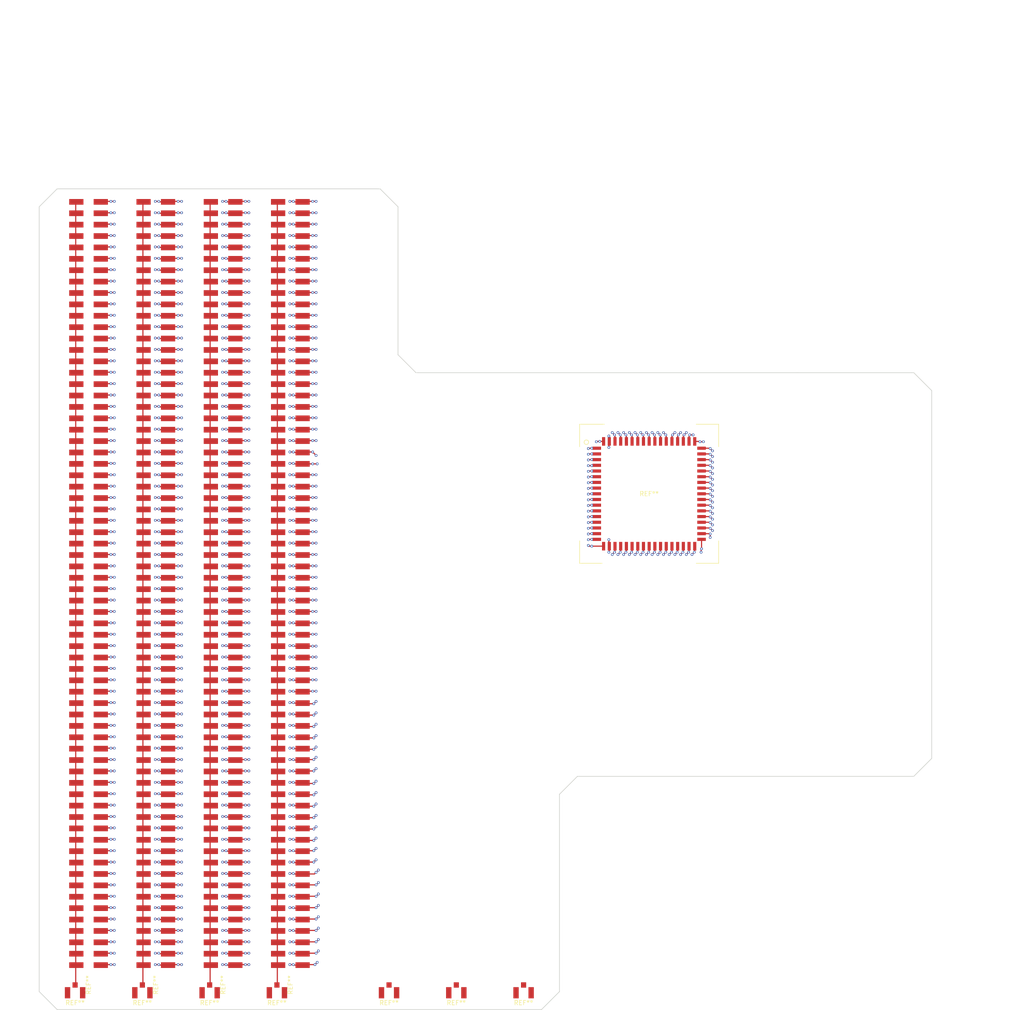
<source format=kicad_pcb>
(kicad_pcb (version 4) (host pcbnew 4.0.5)
  (layers (0 F.Cu signal) (1 In1.Cu signal) (2 In2.Cu signal) (31 B.Cu signal) (34 B.Paste user) (35 F.Paste user) (36 B.SilkS user) (37 F.SilkS user) (38 B.Mask user) (39 F.Mask user) (44 Edge.Cuts user))
  (net 0 "")
  (module "NoyceLibrary:Headers_SMD_2x68_(mult_95157-240LF)" (layer F.Cu) (at 120 120 90)
    (fp_text reference REF** (at -89.5 0 90) (layer F.SilkS))
    (fp_text value "Headers_SMD_2x68_(mult_95157-240LF)")
    (pad 2 smd rect (at -85.09 -2.73 90) (size 1.27 3.18) (layers F.Cu F.Paste F.Mask))
    (pad 4 smd rect (at -82.55 -2.73 90) (size 1.27 3.18) (layers F.Cu F.Paste F.Mask))
    (pad 6 smd rect (at -80.01 -2.73 90) (size 1.27 3.18) (layers F.Cu F.Paste F.Mask))
    (pad 8 smd rect (at -77.47 -2.73 90) (size 1.27 3.18) (layers F.Cu F.Paste F.Mask))
    (pad 10 smd rect (at -74.93 -2.73 90) (size 1.27 3.18) (layers F.Cu F.Paste F.Mask))
    (pad 12 smd rect (at -72.39 -2.73 90) (size 1.27 3.18) (layers F.Cu F.Paste F.Mask))
    (pad 14 smd rect (at -69.85 -2.73 90) (size 1.27 3.18) (layers F.Cu F.Paste F.Mask))
    (pad 16 smd rect (at -67.31 -2.73 90) (size 1.27 3.18) (layers F.Cu F.Paste F.Mask))
    (pad 18 smd rect (at -64.77 -2.73 90) (size 1.27 3.18) (layers F.Cu F.Paste F.Mask))
    (pad 20 smd rect (at -62.23 -2.73 90) (size 1.27 3.18) (layers F.Cu F.Paste F.Mask))
    (pad 22 smd rect (at -59.69 -2.73 90) (size 1.27 3.18) (layers F.Cu F.Paste F.Mask))
    (pad 24 smd rect (at -57.15 -2.73 90) (size 1.27 3.18) (layers F.Cu F.Paste F.Mask))
    (pad 26 smd rect (at -54.61 -2.73 90) (size 1.27 3.18) (layers F.Cu F.Paste F.Mask))
    (pad 28 smd rect (at -52.07 -2.73 90) (size 1.27 3.18) (layers F.Cu F.Paste F.Mask))
    (pad 30 smd rect (at -49.53 -2.73 90) (size 1.27 3.18) (layers F.Cu F.Paste F.Mask))
    (pad 32 smd rect (at -46.99 -2.73 90) (size 1.27 3.18) (layers F.Cu F.Paste F.Mask))
    (pad 34 smd rect (at -44.45 -2.73 90) (size 1.27 3.18) (layers F.Cu F.Paste F.Mask))
    (pad 36 smd rect (at -41.91 -2.73 90) (size 1.27 3.18) (layers F.Cu F.Paste F.Mask))
    (pad 38 smd rect (at -39.37 -2.73 90) (size 1.27 3.18) (layers F.Cu F.Paste F.Mask))
    (pad 40 smd rect (at -36.83 -2.73 90) (size 1.27 3.18) (layers F.Cu F.Paste F.Mask))
    (pad 42 smd rect (at -34.29 -2.73 90) (size 1.27 3.18) (layers F.Cu F.Paste F.Mask))
    (pad 44 smd rect (at -31.75 -2.73 90) (size 1.27 3.18) (layers F.Cu F.Paste F.Mask))
    (pad 46 smd rect (at -29.21 -2.73 90) (size 1.27 3.18) (layers F.Cu F.Paste F.Mask))
    (pad 48 smd rect (at -26.67 -2.73 90) (size 1.27 3.18) (layers F.Cu F.Paste F.Mask))
    (pad 50 smd rect (at -24.13 -2.73 90) (size 1.27 3.18) (layers F.Cu F.Paste F.Mask))
    (pad 52 smd rect (at -21.59 -2.73 90) (size 1.27 3.18) (layers F.Cu F.Paste F.Mask))
    (pad 54 smd rect (at -19.05 -2.73 90) (size 1.27 3.18) (layers F.Cu F.Paste F.Mask))
    (pad 56 smd rect (at -16.51 -2.73 90) (size 1.27 3.18) (layers F.Cu F.Paste F.Mask))
    (pad 58 smd rect (at -13.97 -2.73 90) (size 1.27 3.18) (layers F.Cu F.Paste F.Mask))
    (pad 60 smd rect (at -11.43 -2.73 90) (size 1.27 3.18) (layers F.Cu F.Paste F.Mask))
    (pad 62 smd rect (at -8.89 -2.73 90) (size 1.27 3.18) (layers F.Cu F.Paste F.Mask))
    (pad 64 smd rect (at -6.35 -2.73 90) (size 1.27 3.18) (layers F.Cu F.Paste F.Mask))
    (pad 66 smd rect (at -3.81 -2.73 90) (size 1.27 3.18) (layers F.Cu F.Paste F.Mask))
    (pad 68 smd rect (at -1.27 -2.73 90) (size 1.27 3.18) (layers F.Cu F.Paste F.Mask))
    (pad 70 smd rect (at 1.27 -2.73 90) (size 1.27 3.18) (layers F.Cu F.Paste F.Mask))
    (pad 72 smd rect (at 3.81 -2.73 90) (size 1.27 3.18) (layers F.Cu F.Paste F.Mask))
    (pad 74 smd rect (at 6.35 -2.73 90) (size 1.27 3.18) (layers F.Cu F.Paste F.Mask))
    (pad 76 smd rect (at 8.89 -2.73 90) (size 1.27 3.18) (layers F.Cu F.Paste F.Mask))
    (pad 78 smd rect (at 11.43 -2.73 90) (size 1.27 3.18) (layers F.Cu F.Paste F.Mask))
    (pad 80 smd rect (at 13.97 -2.73 90) (size 1.27 3.18) (layers F.Cu F.Paste F.Mask))
    (pad 82 smd rect (at 16.51 -2.73 90) (size 1.27 3.18) (layers F.Cu F.Paste F.Mask))
    (pad 84 smd rect (at 19.05 -2.73 90) (size 1.27 3.18) (layers F.Cu F.Paste F.Mask))
    (pad 86 smd rect (at 21.59 -2.73 90) (size 1.27 3.18) (layers F.Cu F.Paste F.Mask))
    (pad 88 smd rect (at 24.13 -2.73 90) (size 1.27 3.18) (layers F.Cu F.Paste F.Mask))
    (pad 90 smd rect (at 26.67 -2.73 90) (size 1.27 3.18) (layers F.Cu F.Paste F.Mask))
    (pad 92 smd rect (at 29.21 -2.73 90) (size 1.27 3.18) (layers F.Cu F.Paste F.Mask))
    (pad 94 smd rect (at 31.75 -2.73 90) (size 1.27 3.18) (layers F.Cu F.Paste F.Mask))
    (pad 96 smd rect (at 34.29 -2.73 90) (size 1.27 3.18) (layers F.Cu F.Paste F.Mask))
    (pad 98 smd rect (at 36.83 -2.73 90) (size 1.27 3.18) (layers F.Cu F.Paste F.Mask))
    (pad 100 smd rect (at 39.37 -2.73 90) (size 1.27 3.18) (layers F.Cu F.Paste F.Mask))
    (pad 102 smd rect (at 41.91 -2.73 90) (size 1.27 3.18) (layers F.Cu F.Paste F.Mask))
    (pad 104 smd rect (at 44.45 -2.73 90) (size 1.27 3.18) (layers F.Cu F.Paste F.Mask))
    (pad 106 smd rect (at 46.99 -2.73 90) (size 1.27 3.18) (layers F.Cu F.Paste F.Mask))
    (pad 108 smd rect (at 49.53 -2.73 90) (size 1.27 3.18) (layers F.Cu F.Paste F.Mask))
    (pad 110 smd rect (at 52.07 -2.73 90) (size 1.27 3.18) (layers F.Cu F.Paste F.Mask))
    (pad 112 smd rect (at 54.61 -2.73 90) (size 1.27 3.18) (layers F.Cu F.Paste F.Mask))
    (pad 114 smd rect (at 57.15 -2.73 90) (size 1.27 3.18) (layers F.Cu F.Paste F.Mask))
    (pad 116 smd rect (at 59.69 -2.73 90) (size 1.27 3.18) (layers F.Cu F.Paste F.Mask))
    (pad 118 smd rect (at 62.23 -2.73 90) (size 1.27 3.18) (layers F.Cu F.Paste F.Mask))
    (pad 120 smd rect (at 64.77 -2.73 90) (size 1.27 3.18) (layers F.Cu F.Paste F.Mask))
    (pad 122 smd rect (at 67.31 -2.73 90) (size 1.27 3.18) (layers F.Cu F.Paste F.Mask))
    (pad 124 smd rect (at 69.85 -2.73 90) (size 1.27 3.18) (layers F.Cu F.Paste F.Mask))
    (pad 126 smd rect (at 72.39 -2.73 90) (size 1.27 3.18) (layers F.Cu F.Paste F.Mask))
    (pad 128 smd rect (at 74.93 -2.73 90) (size 1.27 3.18) (layers F.Cu F.Paste F.Mask))
    (pad 130 smd rect (at 77.47 -2.73 90) (size 1.27 3.18) (layers F.Cu F.Paste F.Mask))
    (pad 132 smd rect (at 80.01 -2.73 90) (size 1.27 3.18) (layers F.Cu F.Paste F.Mask))
    (pad 134 smd rect (at 82.55 -2.73 90) (size 1.27 3.18) (layers F.Cu F.Paste F.Mask))
    (pad 136 smd rect (at 85.09 -2.73 90) (size 1.27 3.18) (layers F.Cu F.Paste F.Mask))
    (pad 1 smd rect (at -85.09 2.73 90) (size 1.27 3.18) (layers F.Cu F.Paste F.Mask))
    (pad 3 smd rect (at -82.55 2.73 90) (size 1.27 3.18) (layers F.Cu F.Paste F.Mask))
    (pad 5 smd rect (at -80.01 2.73 90) (size 1.27 3.18) (layers F.Cu F.Paste F.Mask))
    (pad 7 smd rect (at -77.47 2.73 90) (size 1.27 3.18) (layers F.Cu F.Paste F.Mask))
    (pad 9 smd rect (at -74.93 2.73 90) (size 1.27 3.18) (layers F.Cu F.Paste F.Mask))
    (pad 11 smd rect (at -72.39 2.73 90) (size 1.27 3.18) (layers F.Cu F.Paste F.Mask))
    (pad 13 smd rect (at -69.85 2.73 90) (size 1.27 3.18) (layers F.Cu F.Paste F.Mask))
    (pad 15 smd rect (at -67.31 2.73 90) (size 1.27 3.18) (layers F.Cu F.Paste F.Mask))
    (pad 17 smd rect (at -64.77 2.73 90) (size 1.27 3.18) (layers F.Cu F.Paste F.Mask))
    (pad 19 smd rect (at -62.23 2.73 90) (size 1.27 3.18) (layers F.Cu F.Paste F.Mask))
    (pad 21 smd rect (at -59.69 2.73 90) (size 1.27 3.18) (layers F.Cu F.Paste F.Mask))
    (pad 23 smd rect (at -57.15 2.73 90) (size 1.27 3.18) (layers F.Cu F.Paste F.Mask))
    (pad 25 smd rect (at -54.61 2.73 90) (size 1.27 3.18) (layers F.Cu F.Paste F.Mask))
    (pad 27 smd rect (at -52.07 2.73 90) (size 1.27 3.18) (layers F.Cu F.Paste F.Mask))
    (pad 29 smd rect (at -49.53 2.73 90) (size 1.27 3.18) (layers F.Cu F.Paste F.Mask))
    (pad 31 smd rect (at -46.99 2.73 90) (size 1.27 3.18) (layers F.Cu F.Paste F.Mask))
    (pad 33 smd rect (at -44.45 2.73 90) (size 1.27 3.18) (layers F.Cu F.Paste F.Mask))
    (pad 35 smd rect (at -41.91 2.73 90) (size 1.27 3.18) (layers F.Cu F.Paste F.Mask))
    (pad 37 smd rect (at -39.37 2.73 90) (size 1.27 3.18) (layers F.Cu F.Paste F.Mask))
    (pad 39 smd rect (at -36.83 2.73 90) (size 1.27 3.18) (layers F.Cu F.Paste F.Mask))
    (pad 41 smd rect (at -34.29 2.73 90) (size 1.27 3.18) (layers F.Cu F.Paste F.Mask))
    (pad 43 smd rect (at -31.75 2.73 90) (size 1.27 3.18) (layers F.Cu F.Paste F.Mask))
    (pad 45 smd rect (at -29.21 2.73 90) (size 1.27 3.18) (layers F.Cu F.Paste F.Mask))
    (pad 47 smd rect (at -26.67 2.73 90) (size 1.27 3.18) (layers F.Cu F.Paste F.Mask))
    (pad 49 smd rect (at -24.13 2.73 90) (size 1.27 3.18) (layers F.Cu F.Paste F.Mask))
    (pad 51 smd rect (at -21.59 2.73 90) (size 1.27 3.18) (layers F.Cu F.Paste F.Mask))
    (pad 53 smd rect (at -19.05 2.73 90) (size 1.27 3.18) (layers F.Cu F.Paste F.Mask))
    (pad 55 smd rect (at -16.51 2.73 90) (size 1.27 3.18) (layers F.Cu F.Paste F.Mask))
    (pad 57 smd rect (at -13.97 2.73 90) (size 1.27 3.18) (layers F.Cu F.Paste F.Mask))
    (pad 59 smd rect (at -11.43 2.73 90) (size 1.27 3.18) (layers F.Cu F.Paste F.Mask))
    (pad 61 smd rect (at -8.89 2.73 90) (size 1.27 3.18) (layers F.Cu F.Paste F.Mask))
    (pad 63 smd rect (at -6.35 2.73 90) (size 1.27 3.18) (layers F.Cu F.Paste F.Mask))
    (pad 65 smd rect (at -3.81 2.73 90) (size 1.27 3.18) (layers F.Cu F.Paste F.Mask))
    (pad 67 smd rect (at -1.27 2.73 90) (size 1.27 3.18) (layers F.Cu F.Paste F.Mask))
    (pad 69 smd rect (at 1.27 2.73 90) (size 1.27 3.18) (layers F.Cu F.Paste F.Mask))
    (pad 71 smd rect (at 3.81 2.73 90) (size 1.27 3.18) (layers F.Cu F.Paste F.Mask))
    (pad 73 smd rect (at 6.35 2.73 90) (size 1.27 3.18) (layers F.Cu F.Paste F.Mask))
    (pad 75 smd rect (at 8.89 2.73 90) (size 1.27 3.18) (layers F.Cu F.Paste F.Mask))
    (pad 77 smd rect (at 11.43 2.73 90) (size 1.27 3.18) (layers F.Cu F.Paste F.Mask))
    (pad 79 smd rect (at 13.97 2.73 90) (size 1.27 3.18) (layers F.Cu F.Paste F.Mask))
    (pad 81 smd rect (at 16.51 2.73 90) (size 1.27 3.18) (layers F.Cu F.Paste F.Mask))
    (pad 83 smd rect (at 19.05 2.73 90) (size 1.27 3.18) (layers F.Cu F.Paste F.Mask))
    (pad 85 smd rect (at 21.59 2.73 90) (size 1.27 3.18) (layers F.Cu F.Paste F.Mask))
    (pad 87 smd rect (at 24.13 2.73 90) (size 1.27 3.18) (layers F.Cu F.Paste F.Mask))
    (pad 89 smd rect (at 26.67 2.73 90) (size 1.27 3.18) (layers F.Cu F.Paste F.Mask))
    (pad 91 smd rect (at 29.21 2.73 90) (size 1.27 3.18) (layers F.Cu F.Paste F.Mask))
    (pad 93 smd rect (at 31.75 2.73 90) (size 1.27 3.18) (layers F.Cu F.Paste F.Mask))
    (pad 95 smd rect (at 34.29 2.73 90) (size 1.27 3.18) (layers F.Cu F.Paste F.Mask))
    (pad 97 smd rect (at 36.83 2.73 90) (size 1.27 3.18) (layers F.Cu F.Paste F.Mask))
    (pad 99 smd rect (at 39.37 2.73 90) (size 1.27 3.18) (layers F.Cu F.Paste F.Mask))
    (pad 101 smd rect (at 41.91 2.73 90) (size 1.27 3.18) (layers F.Cu F.Paste F.Mask))
    (pad 103 smd rect (at 44.45 2.73 90) (size 1.27 3.18) (layers F.Cu F.Paste F.Mask))
    (pad 105 smd rect (at 46.99 2.73 90) (size 1.27 3.18) (layers F.Cu F.Paste F.Mask))
    (pad 107 smd rect (at 49.53 2.73 90) (size 1.27 3.18) (layers F.Cu F.Paste F.Mask))
    (pad 109 smd rect (at 52.07 2.73 90) (size 1.27 3.18) (layers F.Cu F.Paste F.Mask))
    (pad 111 smd rect (at 54.61 2.73 90) (size 1.27 3.18) (layers F.Cu F.Paste F.Mask))
    (pad 113 smd rect (at 57.15 2.73 90) (size 1.27 3.18) (layers F.Cu F.Paste F.Mask))
    (pad 115 smd rect (at 59.69 2.73 90) (size 1.27 3.18) (layers F.Cu F.Paste F.Mask))
    (pad 117 smd rect (at 62.23 2.73 90) (size 1.27 3.18) (layers F.Cu F.Paste F.Mask))
    (pad 119 smd rect (at 64.77 2.73 90) (size 1.27 3.18) (layers F.Cu F.Paste F.Mask))
    (pad 121 smd rect (at 67.31 2.73 90) (size 1.27 3.18) (layers F.Cu F.Paste F.Mask))
    (pad 123 smd rect (at 69.85 2.73 90) (size 1.27 3.18) (layers F.Cu F.Paste F.Mask))
    (pad 125 smd rect (at 72.39 2.73 90) (size 1.27 3.18) (layers F.Cu F.Paste F.Mask))
    (pad 127 smd rect (at 74.93 2.73 90) (size 1.27 3.18) (layers F.Cu F.Paste F.Mask))
    (pad 129 smd rect (at 77.47 2.73 90) (size 1.27 3.18) (layers F.Cu F.Paste F.Mask))
    (pad 131 smd rect (at 80.01 2.73 90) (size 1.27 3.18) (layers F.Cu F.Paste F.Mask))
    (pad 133 smd rect (at 82.55 2.73 90) (size 1.27 3.18) (layers F.Cu F.Paste F.Mask))
    (pad 135 smd rect (at 85.09 2.73 90) (size 1.27 3.18) (layers F.Cu F.Paste F.Mask))
  )
  (module "NoyceLibrary:68_PLCC_Socket_(8468-21B1-RK-TP)" (layer F.Cu) (at 200 100)
    (fp_text reference REF** (at 0 0) (layer F.SilkS))
    (fp_text value "68 PLCC Socket (8468-21B1-RK-TP)")
    (pad 8 smd rect (at -11.68 -10.16) (size 1.91 0.7) (layers F.Cu F.Paste F.Mask))
    (pad 7 smd rect (at -11.68 -8.89) (size 1.91 0.7) (layers F.Cu F.Paste F.Mask))
    (pad 6 smd rect (at -11.68 -7.62) (size 1.91 0.7) (layers F.Cu F.Paste F.Mask))
    (pad 5 smd rect (at -11.68 -6.35) (size 1.91 0.7) (layers F.Cu F.Paste F.Mask))
    (pad 4 smd rect (at -11.68 -5.08) (size 1.91 0.7) (layers F.Cu F.Paste F.Mask))
    (pad 3 smd rect (at -11.68 -3.81) (size 1.91 0.7) (layers F.Cu F.Paste F.Mask))
    (pad 2 smd rect (at -11.68 -2.54) (size 1.91 0.7) (layers F.Cu F.Paste F.Mask))
    (pad 1 smd rect (at -11.68 -1.27) (size 1.91 0.7) (layers F.Cu F.Paste F.Mask))
    (pad 66 smd rect (at -11.68 0) (size 1.91 0.7) (layers F.Cu F.Paste F.Mask))
    (pad 65 smd rect (at -11.68 1.27) (size 1.91 0.7) (layers F.Cu F.Paste F.Mask))
    (pad 64 smd rect (at -11.68 2.54) (size 1.91 0.7) (layers F.Cu F.Paste F.Mask))
    (pad 63 smd rect (at -11.68 3.81) (size 1.91 0.7) (layers F.Cu F.Paste F.Mask))
    (pad 62 smd rect (at -11.68 5.08) (size 1.91 0.7) (layers F.Cu F.Paste F.Mask))
    (pad 61 smd rect (at -11.68 6.35) (size 1.91 0.7) (layers F.Cu F.Paste F.Mask))
    (pad 60 smd rect (at -11.68 7.62) (size 1.91 0.7) (layers F.Cu F.Paste F.Mask))
    (pad 59 smd rect (at -11.68 8.89) (size 1.91 0.7) (layers F.Cu F.Paste F.Mask))
    (pad 67 smd rect (at -11.68 10.16) (size 1.91 0.7) (layers F.Cu F.Paste F.Mask))
    (pad 58 smd rect (at -10.16 11.68) (size 0.7 1.91) (layers F.Cu F.Paste F.Mask))
    (pad 27 smd rect (at 11.68 -8.89) (size 1.91 0.7) (layers F.Cu F.Paste F.Mask))
    (pad 28 smd rect (at 11.68 -7.62) (size 1.91 0.7) (layers F.Cu F.Paste F.Mask))
    (pad 29 smd rect (at 11.68 -6.35) (size 1.91 0.7) (layers F.Cu F.Paste F.Mask))
    (pad 30 smd rect (at 11.68 -5.08) (size 1.91 0.7) (layers F.Cu F.Paste F.Mask))
    (pad 31 smd rect (at 11.68 -3.81) (size 1.91 0.7) (layers F.Cu F.Paste F.Mask))
    (pad 32 smd rect (at 11.68 -2.54) (size 1.91 0.7) (layers F.Cu F.Paste F.Mask))
    (pad 33 smd rect (at 11.68 -1.27) (size 1.91 0.7) (layers F.Cu F.Paste F.Mask))
    (pad 34 smd rect (at 11.68 0) (size 1.91 0.7) (layers F.Cu F.Paste F.Mask))
    (pad 35 smd rect (at 11.68 1.27) (size 1.91 0.7) (layers F.Cu F.Paste F.Mask))
    (pad 36 smd rect (at 11.68 2.54) (size 1.91 0.7) (layers F.Cu F.Paste F.Mask))
    (pad 37 smd rect (at 11.68 3.81) (size 1.91 0.7) (layers F.Cu F.Paste F.Mask))
    (pad 38 smd rect (at 11.68 5.08) (size 1.91 0.7) (layers F.Cu F.Paste F.Mask))
    (pad 39 smd rect (at 11.68 6.35) (size 1.91 0.7) (layers F.Cu F.Paste F.Mask))
    (pad 40 smd rect (at 11.68 7.62) (size 1.91 0.7) (layers F.Cu F.Paste F.Mask))
    (pad 41 smd rect (at 11.68 8.89) (size 1.91 0.7) (layers F.Cu F.Paste F.Mask))
    (pad 68 smd rect (at 11.68 10.16) (size 1.91 0.7) (layers F.Cu F.Paste F.Mask))
    (pad 9 smd rect (at -10.16 -11.68) (size 0.7 1.91) (layers F.Cu F.Paste F.Mask))
    (pad 10 smd rect (at -8.89 -11.68) (size 0.7 1.91) (layers F.Cu F.Paste F.Mask))
    (pad 11 smd rect (at -7.62 -11.68) (size 0.7 1.91) (layers F.Cu F.Paste F.Mask))
    (pad 12 smd rect (at -6.35 -11.68) (size 0.7 1.91) (layers F.Cu F.Paste F.Mask))
    (pad 13 smd rect (at -5.08 -11.68) (size 0.7 1.91) (layers F.Cu F.Paste F.Mask))
    (pad 14 smd rect (at -3.81 -11.68) (size 0.7 1.91) (layers F.Cu F.Paste F.Mask))
    (pad 15 smd rect (at -2.54 -11.68) (size 0.7 1.91) (layers F.Cu F.Paste F.Mask))
    (pad 16 smd rect (at -1.27 -11.68) (size 0.7 1.91) (layers F.Cu F.Paste F.Mask))
    (pad 17 smd rect (at 0 -11.68) (size 0.7 1.91) (layers F.Cu F.Paste F.Mask))
    (pad 18 smd rect (at 1.27 -11.68) (size 0.7 1.91) (layers F.Cu F.Paste F.Mask))
    (pad 19 smd rect (at 2.54 -11.68) (size 0.7 1.91) (layers F.Cu F.Paste F.Mask))
    (pad 20 smd rect (at 3.81 -11.68) (size 0.7 1.91) (layers F.Cu F.Paste F.Mask))
    (pad 21 smd rect (at 5.08 -11.68) (size 0.7 1.91) (layers F.Cu F.Paste F.Mask))
    (pad 22 smd rect (at 6.35 -11.68) (size 0.7 1.91) (layers F.Cu F.Paste F.Mask))
    (pad 23 smd rect (at 7.62 -11.68) (size 0.7 1.91) (layers F.Cu F.Paste F.Mask))
    (pad 24 smd rect (at 8.89 -11.68) (size 0.7 1.91) (layers F.Cu F.Paste F.Mask))
    (pad 25 smd rect (at 10.16 -11.68) (size 0.7 1.91) (layers F.Cu F.Paste F.Mask))
    (pad 57 smd rect (at -8.89 11.68) (size 0.7 1.91) (layers F.Cu F.Paste F.Mask))
    (pad 56 smd rect (at -7.62 11.68) (size 0.7 1.91) (layers F.Cu F.Paste F.Mask))
    (pad 55 smd rect (at -6.35 11.68) (size 0.7 1.91) (layers F.Cu F.Paste F.Mask))
    (pad 54 smd rect (at -5.08 11.68) (size 0.7 1.91) (layers F.Cu F.Paste F.Mask))
    (pad 53 smd rect (at -3.81 11.68) (size 0.7 1.91) (layers F.Cu F.Paste F.Mask))
    (pad 52 smd rect (at -2.54 11.68) (size 0.7 1.91) (layers F.Cu F.Paste F.Mask))
    (pad 51 smd rect (at -1.27 11.68) (size 0.7 1.91) (layers F.Cu F.Paste F.Mask))
    (pad 50 smd rect (at 0 11.68) (size 0.7 1.91) (layers F.Cu F.Paste F.Mask))
    (pad 49 smd rect (at 1.27 11.68) (size 0.7 1.91) (layers F.Cu F.Paste F.Mask))
    (pad 48 smd rect (at 2.54 11.68) (size 0.7 1.91) (layers F.Cu F.Paste F.Mask))
    (pad 47 smd rect (at 3.81 11.68) (size 0.7 1.91) (layers F.Cu F.Paste F.Mask))
    (pad 46 smd rect (at 5.08 11.68) (size 0.7 1.91) (layers F.Cu F.Paste F.Mask))
    (pad 45 smd rect (at 6.35 11.68) (size 0.7 1.91) (layers F.Cu F.Paste F.Mask))
    (pad 44 smd rect (at 7.62 11.68) (size 0.7 1.91) (layers F.Cu F.Paste F.Mask))
    (pad 43 smd rect (at 8.89 11.68) (size 0.7 1.91) (layers F.Cu F.Paste F.Mask))
    (pad 42 smd rect (at 10.16 11.68) (size 0.7 1.91) (layers F.Cu F.Paste F.Mask))
    (pad 26 smd rect (at 11.68 -10.16) (size 1.91 0.7) (layers F.Cu F.Paste F.Mask))
  )
  (module "NoyceLibrary:IPEX_Connector_SMD_(RECE.20279.001E.01)" (layer F.Cu) (at 72 210 180)
    (fp_text reference REF** (at 0 -3.5 180) (layer F.SilkS))
    (fp_text value "IPEX_Connector_SMD_(RECE.20279.001E.01)")
    (pad 2 smd rect (at 1.685 -1.25 180) (size 1.2 2.5) (layers F.Cu F.Paste F.Mask))
    (pad 2 smd rect (at -1.685 -1.25 180) (size 1.2 2.5) (layers F.Cu F.Paste F.Mask))
    (pad 1 smd rect (at 0 0.48 180) (size 1.15 1.2) (layers F.Cu F.Paste F.Mask))
  )
  (module "NoyceLibrary:Headers_SMD_2x68_(mult_95157-240LF)" (layer F.Cu) (at 105 120 90)
    (fp_text reference REF** (at -89.5 0 90) (layer F.SilkS))
    (fp_text value "Headers_SMD_2x68_(mult_95157-240LF)")
    (pad 2 smd rect (at -85.09 -2.73 90) (size 1.27 3.18) (layers F.Cu F.Paste F.Mask))
    (pad 4 smd rect (at -82.55 -2.73 90) (size 1.27 3.18) (layers F.Cu F.Paste F.Mask))
    (pad 6 smd rect (at -80.01 -2.73 90) (size 1.27 3.18) (layers F.Cu F.Paste F.Mask))
    (pad 8 smd rect (at -77.47 -2.73 90) (size 1.27 3.18) (layers F.Cu F.Paste F.Mask))
    (pad 10 smd rect (at -74.93 -2.73 90) (size 1.27 3.18) (layers F.Cu F.Paste F.Mask))
    (pad 12 smd rect (at -72.39 -2.73 90) (size 1.27 3.18) (layers F.Cu F.Paste F.Mask))
    (pad 14 smd rect (at -69.85 -2.73 90) (size 1.27 3.18) (layers F.Cu F.Paste F.Mask))
    (pad 16 smd rect (at -67.31 -2.73 90) (size 1.27 3.18) (layers F.Cu F.Paste F.Mask))
    (pad 18 smd rect (at -64.77 -2.73 90) (size 1.27 3.18) (layers F.Cu F.Paste F.Mask))
    (pad 20 smd rect (at -62.23 -2.73 90) (size 1.27 3.18) (layers F.Cu F.Paste F.Mask))
    (pad 22 smd rect (at -59.69 -2.73 90) (size 1.27 3.18) (layers F.Cu F.Paste F.Mask))
    (pad 24 smd rect (at -57.15 -2.73 90) (size 1.27 3.18) (layers F.Cu F.Paste F.Mask))
    (pad 26 smd rect (at -54.61 -2.73 90) (size 1.27 3.18) (layers F.Cu F.Paste F.Mask))
    (pad 28 smd rect (at -52.07 -2.73 90) (size 1.27 3.18) (layers F.Cu F.Paste F.Mask))
    (pad 30 smd rect (at -49.53 -2.73 90) (size 1.27 3.18) (layers F.Cu F.Paste F.Mask))
    (pad 32 smd rect (at -46.99 -2.73 90) (size 1.27 3.18) (layers F.Cu F.Paste F.Mask))
    (pad 34 smd rect (at -44.45 -2.73 90) (size 1.27 3.18) (layers F.Cu F.Paste F.Mask))
    (pad 36 smd rect (at -41.91 -2.73 90) (size 1.27 3.18) (layers F.Cu F.Paste F.Mask))
    (pad 38 smd rect (at -39.37 -2.73 90) (size 1.27 3.18) (layers F.Cu F.Paste F.Mask))
    (pad 40 smd rect (at -36.83 -2.73 90) (size 1.27 3.18) (layers F.Cu F.Paste F.Mask))
    (pad 42 smd rect (at -34.29 -2.73 90) (size 1.27 3.18) (layers F.Cu F.Paste F.Mask))
    (pad 44 smd rect (at -31.75 -2.73 90) (size 1.27 3.18) (layers F.Cu F.Paste F.Mask))
    (pad 46 smd rect (at -29.21 -2.73 90) (size 1.27 3.18) (layers F.Cu F.Paste F.Mask))
    (pad 48 smd rect (at -26.67 -2.73 90) (size 1.27 3.18) (layers F.Cu F.Paste F.Mask))
    (pad 50 smd rect (at -24.13 -2.73 90) (size 1.27 3.18) (layers F.Cu F.Paste F.Mask))
    (pad 52 smd rect (at -21.59 -2.73 90) (size 1.27 3.18) (layers F.Cu F.Paste F.Mask))
    (pad 54 smd rect (at -19.05 -2.73 90) (size 1.27 3.18) (layers F.Cu F.Paste F.Mask))
    (pad 56 smd rect (at -16.51 -2.73 90) (size 1.27 3.18) (layers F.Cu F.Paste F.Mask))
    (pad 58 smd rect (at -13.97 -2.73 90) (size 1.27 3.18) (layers F.Cu F.Paste F.Mask))
    (pad 60 smd rect (at -11.43 -2.73 90) (size 1.27 3.18) (layers F.Cu F.Paste F.Mask))
    (pad 62 smd rect (at -8.89 -2.73 90) (size 1.27 3.18) (layers F.Cu F.Paste F.Mask))
    (pad 64 smd rect (at -6.35 -2.73 90) (size 1.27 3.18) (layers F.Cu F.Paste F.Mask))
    (pad 66 smd rect (at -3.81 -2.73 90) (size 1.27 3.18) (layers F.Cu F.Paste F.Mask))
    (pad 68 smd rect (at -1.27 -2.73 90) (size 1.27 3.18) (layers F.Cu F.Paste F.Mask))
    (pad 70 smd rect (at 1.27 -2.73 90) (size 1.27 3.18) (layers F.Cu F.Paste F.Mask))
    (pad 72 smd rect (at 3.81 -2.73 90) (size 1.27 3.18) (layers F.Cu F.Paste F.Mask))
    (pad 74 smd rect (at 6.35 -2.73 90) (size 1.27 3.18) (layers F.Cu F.Paste F.Mask))
    (pad 76 smd rect (at 8.89 -2.73 90) (size 1.27 3.18) (layers F.Cu F.Paste F.Mask))
    (pad 78 smd rect (at 11.43 -2.73 90) (size 1.27 3.18) (layers F.Cu F.Paste F.Mask))
    (pad 80 smd rect (at 13.97 -2.73 90) (size 1.27 3.18) (layers F.Cu F.Paste F.Mask))
    (pad 82 smd rect (at 16.51 -2.73 90) (size 1.27 3.18) (layers F.Cu F.Paste F.Mask))
    (pad 84 smd rect (at 19.05 -2.73 90) (size 1.27 3.18) (layers F.Cu F.Paste F.Mask))
    (pad 86 smd rect (at 21.59 -2.73 90) (size 1.27 3.18) (layers F.Cu F.Paste F.Mask))
    (pad 88 smd rect (at 24.13 -2.73 90) (size 1.27 3.18) (layers F.Cu F.Paste F.Mask))
    (pad 90 smd rect (at 26.67 -2.73 90) (size 1.27 3.18) (layers F.Cu F.Paste F.Mask))
    (pad 92 smd rect (at 29.21 -2.73 90) (size 1.27 3.18) (layers F.Cu F.Paste F.Mask))
    (pad 94 smd rect (at 31.75 -2.73 90) (size 1.27 3.18) (layers F.Cu F.Paste F.Mask))
    (pad 96 smd rect (at 34.29 -2.73 90) (size 1.27 3.18) (layers F.Cu F.Paste F.Mask))
    (pad 98 smd rect (at 36.83 -2.73 90) (size 1.27 3.18) (layers F.Cu F.Paste F.Mask))
    (pad 100 smd rect (at 39.37 -2.73 90) (size 1.27 3.18) (layers F.Cu F.Paste F.Mask))
    (pad 102 smd rect (at 41.91 -2.73 90) (size 1.27 3.18) (layers F.Cu F.Paste F.Mask))
    (pad 104 smd rect (at 44.45 -2.73 90) (size 1.27 3.18) (layers F.Cu F.Paste F.Mask))
    (pad 106 smd rect (at 46.99 -2.73 90) (size 1.27 3.18) (layers F.Cu F.Paste F.Mask))
    (pad 108 smd rect (at 49.53 -2.73 90) (size 1.27 3.18) (layers F.Cu F.Paste F.Mask))
    (pad 110 smd rect (at 52.07 -2.73 90) (size 1.27 3.18) (layers F.Cu F.Paste F.Mask))
    (pad 112 smd rect (at 54.61 -2.73 90) (size 1.27 3.18) (layers F.Cu F.Paste F.Mask))
    (pad 114 smd rect (at 57.15 -2.73 90) (size 1.27 3.18) (layers F.Cu F.Paste F.Mask))
    (pad 116 smd rect (at 59.69 -2.73 90) (size 1.27 3.18) (layers F.Cu F.Paste F.Mask))
    (pad 118 smd rect (at 62.23 -2.73 90) (size 1.27 3.18) (layers F.Cu F.Paste F.Mask))
    (pad 120 smd rect (at 64.77 -2.73 90) (size 1.27 3.18) (layers F.Cu F.Paste F.Mask))
    (pad 122 smd rect (at 67.31 -2.73 90) (size 1.27 3.18) (layers F.Cu F.Paste F.Mask))
    (pad 124 smd rect (at 69.85 -2.73 90) (size 1.27 3.18) (layers F.Cu F.Paste F.Mask))
    (pad 126 smd rect (at 72.39 -2.73 90) (size 1.27 3.18) (layers F.Cu F.Paste F.Mask))
    (pad 128 smd rect (at 74.93 -2.73 90) (size 1.27 3.18) (layers F.Cu F.Paste F.Mask))
    (pad 130 smd rect (at 77.47 -2.73 90) (size 1.27 3.18) (layers F.Cu F.Paste F.Mask))
    (pad 132 smd rect (at 80.01 -2.73 90) (size 1.27 3.18) (layers F.Cu F.Paste F.Mask))
    (pad 134 smd rect (at 82.55 -2.73 90) (size 1.27 3.18) (layers F.Cu F.Paste F.Mask))
    (pad 136 smd rect (at 85.09 -2.73 90) (size 1.27 3.18) (layers F.Cu F.Paste F.Mask))
    (pad 1 smd rect (at -85.09 2.73 90) (size 1.27 3.18) (layers F.Cu F.Paste F.Mask))
    (pad 3 smd rect (at -82.55 2.73 90) (size 1.27 3.18) (layers F.Cu F.Paste F.Mask))
    (pad 5 smd rect (at -80.01 2.73 90) (size 1.27 3.18) (layers F.Cu F.Paste F.Mask))
    (pad 7 smd rect (at -77.47 2.73 90) (size 1.27 3.18) (layers F.Cu F.Paste F.Mask))
    (pad 9 smd rect (at -74.93 2.73 90) (size 1.27 3.18) (layers F.Cu F.Paste F.Mask))
    (pad 11 smd rect (at -72.39 2.73 90) (size 1.27 3.18) (layers F.Cu F.Paste F.Mask))
    (pad 13 smd rect (at -69.85 2.73 90) (size 1.27 3.18) (layers F.Cu F.Paste F.Mask))
    (pad 15 smd rect (at -67.31 2.73 90) (size 1.27 3.18) (layers F.Cu F.Paste F.Mask))
    (pad 17 smd rect (at -64.77 2.73 90) (size 1.27 3.18) (layers F.Cu F.Paste F.Mask))
    (pad 19 smd rect (at -62.23 2.73 90) (size 1.27 3.18) (layers F.Cu F.Paste F.Mask))
    (pad 21 smd rect (at -59.69 2.73 90) (size 1.27 3.18) (layers F.Cu F.Paste F.Mask))
    (pad 23 smd rect (at -57.15 2.73 90) (size 1.27 3.18) (layers F.Cu F.Paste F.Mask))
    (pad 25 smd rect (at -54.61 2.73 90) (size 1.27 3.18) (layers F.Cu F.Paste F.Mask))
    (pad 27 smd rect (at -52.07 2.73 90) (size 1.27 3.18) (layers F.Cu F.Paste F.Mask))
    (pad 29 smd rect (at -49.53 2.73 90) (size 1.27 3.18) (layers F.Cu F.Paste F.Mask))
    (pad 31 smd rect (at -46.99 2.73 90) (size 1.27 3.18) (layers F.Cu F.Paste F.Mask))
    (pad 33 smd rect (at -44.45 2.73 90) (size 1.27 3.18) (layers F.Cu F.Paste F.Mask))
    (pad 35 smd rect (at -41.91 2.73 90) (size 1.27 3.18) (layers F.Cu F.Paste F.Mask))
    (pad 37 smd rect (at -39.37 2.73 90) (size 1.27 3.18) (layers F.Cu F.Paste F.Mask))
    (pad 39 smd rect (at -36.83 2.73 90) (size 1.27 3.18) (layers F.Cu F.Paste F.Mask))
    (pad 41 smd rect (at -34.29 2.73 90) (size 1.27 3.18) (layers F.Cu F.Paste F.Mask))
    (pad 43 smd rect (at -31.75 2.73 90) (size 1.27 3.18) (layers F.Cu F.Paste F.Mask))
    (pad 45 smd rect (at -29.21 2.73 90) (size 1.27 3.18) (layers F.Cu F.Paste F.Mask))
    (pad 47 smd rect (at -26.67 2.73 90) (size 1.27 3.18) (layers F.Cu F.Paste F.Mask))
    (pad 49 smd rect (at -24.13 2.73 90) (size 1.27 3.18) (layers F.Cu F.Paste F.Mask))
    (pad 51 smd rect (at -21.59 2.73 90) (size 1.27 3.18) (layers F.Cu F.Paste F.Mask))
    (pad 53 smd rect (at -19.05 2.73 90) (size 1.27 3.18) (layers F.Cu F.Paste F.Mask))
    (pad 55 smd rect (at -16.51 2.73 90) (size 1.27 3.18) (layers F.Cu F.Paste F.Mask))
    (pad 57 smd rect (at -13.97 2.73 90) (size 1.27 3.18) (layers F.Cu F.Paste F.Mask))
    (pad 59 smd rect (at -11.43 2.73 90) (size 1.27 3.18) (layers F.Cu F.Paste F.Mask))
    (pad 61 smd rect (at -8.89 2.73 90) (size 1.27 3.18) (layers F.Cu F.Paste F.Mask))
    (pad 63 smd rect (at -6.35 2.73 90) (size 1.27 3.18) (layers F.Cu F.Paste F.Mask))
    (pad 65 smd rect (at -3.81 2.73 90) (size 1.27 3.18) (layers F.Cu F.Paste F.Mask))
    (pad 67 smd rect (at -1.27 2.73 90) (size 1.27 3.18) (layers F.Cu F.Paste F.Mask))
    (pad 69 smd rect (at 1.27 2.73 90) (size 1.27 3.18) (layers F.Cu F.Paste F.Mask))
    (pad 71 smd rect (at 3.81 2.73 90) (size 1.27 3.18) (layers F.Cu F.Paste F.Mask))
    (pad 73 smd rect (at 6.35 2.73 90) (size 1.27 3.18) (layers F.Cu F.Paste F.Mask))
    (pad 75 smd rect (at 8.89 2.73 90) (size 1.27 3.18) (layers F.Cu F.Paste F.Mask))
    (pad 77 smd rect (at 11.43 2.73 90) (size 1.27 3.18) (layers F.Cu F.Paste F.Mask))
    (pad 79 smd rect (at 13.97 2.73 90) (size 1.27 3.18) (layers F.Cu F.Paste F.Mask))
    (pad 81 smd rect (at 16.51 2.73 90) (size 1.27 3.18) (layers F.Cu F.Paste F.Mask))
    (pad 83 smd rect (at 19.05 2.73 90) (size 1.27 3.18) (layers F.Cu F.Paste F.Mask))
    (pad 85 smd rect (at 21.59 2.73 90) (size 1.27 3.18) (layers F.Cu F.Paste F.Mask))
    (pad 87 smd rect (at 24.13 2.73 90) (size 1.27 3.18) (layers F.Cu F.Paste F.Mask))
    (pad 89 smd rect (at 26.67 2.73 90) (size 1.27 3.18) (layers F.Cu F.Paste F.Mask))
    (pad 91 smd rect (at 29.21 2.73 90) (size 1.27 3.18) (layers F.Cu F.Paste F.Mask))
    (pad 93 smd rect (at 31.75 2.73 90) (size 1.27 3.18) (layers F.Cu F.Paste F.Mask))
    (pad 95 smd rect (at 34.29 2.73 90) (size 1.27 3.18) (layers F.Cu F.Paste F.Mask))
    (pad 97 smd rect (at 36.83 2.73 90) (size 1.27 3.18) (layers F.Cu F.Paste F.Mask))
    (pad 99 smd rect (at 39.37 2.73 90) (size 1.27 3.18) (layers F.Cu F.Paste F.Mask))
    (pad 101 smd rect (at 41.91 2.73 90) (size 1.27 3.18) (layers F.Cu F.Paste F.Mask))
    (pad 103 smd rect (at 44.45 2.73 90) (size 1.27 3.18) (layers F.Cu F.Paste F.Mask))
    (pad 105 smd rect (at 46.99 2.73 90) (size 1.27 3.18) (layers F.Cu F.Paste F.Mask))
    (pad 107 smd rect (at 49.53 2.73 90) (size 1.27 3.18) (layers F.Cu F.Paste F.Mask))
    (pad 109 smd rect (at 52.07 2.73 90) (size 1.27 3.18) (layers F.Cu F.Paste F.Mask))
    (pad 111 smd rect (at 54.61 2.73 90) (size 1.27 3.18) (layers F.Cu F.Paste F.Mask))
    (pad 113 smd rect (at 57.15 2.73 90) (size 1.27 3.18) (layers F.Cu F.Paste F.Mask))
    (pad 115 smd rect (at 59.69 2.73 90) (size 1.27 3.18) (layers F.Cu F.Paste F.Mask))
    (pad 117 smd rect (at 62.23 2.73 90) (size 1.27 3.18) (layers F.Cu F.Paste F.Mask))
    (pad 119 smd rect (at 64.77 2.73 90) (size 1.27 3.18) (layers F.Cu F.Paste F.Mask))
    (pad 121 smd rect (at 67.31 2.73 90) (size 1.27 3.18) (layers F.Cu F.Paste F.Mask))
    (pad 123 smd rect (at 69.85 2.73 90) (size 1.27 3.18) (layers F.Cu F.Paste F.Mask))
    (pad 125 smd rect (at 72.39 2.73 90) (size 1.27 3.18) (layers F.Cu F.Paste F.Mask))
    (pad 127 smd rect (at 74.93 2.73 90) (size 1.27 3.18) (layers F.Cu F.Paste F.Mask))
    (pad 129 smd rect (at 77.47 2.73 90) (size 1.27 3.18) (layers F.Cu F.Paste F.Mask))
    (pad 131 smd rect (at 80.01 2.73 90) (size 1.27 3.18) (layers F.Cu F.Paste F.Mask))
    (pad 133 smd rect (at 82.55 2.73 90) (size 1.27 3.18) (layers F.Cu F.Paste F.Mask))
    (pad 135 smd rect (at 85.09 2.73 90) (size 1.27 3.18) (layers F.Cu F.Paste F.Mask))
  )
  (module "NoyceLibrary:Headers_SMD_2x68_(mult_95157-240LF)" (layer F.Cu) (at 90 120 90)
    (fp_text reference REF** (at -89.5 0 90) (layer F.SilkS))
    (fp_text value "Headers_SMD_2x68_(mult_95157-240LF)")
    (pad 2 smd rect (at -85.09 -2.73 90) (size 1.27 3.18) (layers F.Cu F.Paste F.Mask))
    (pad 4 smd rect (at -82.55 -2.73 90) (size 1.27 3.18) (layers F.Cu F.Paste F.Mask))
    (pad 6 smd rect (at -80.01 -2.73 90) (size 1.27 3.18) (layers F.Cu F.Paste F.Mask))
    (pad 8 smd rect (at -77.47 -2.73 90) (size 1.27 3.18) (layers F.Cu F.Paste F.Mask))
    (pad 10 smd rect (at -74.93 -2.73 90) (size 1.27 3.18) (layers F.Cu F.Paste F.Mask))
    (pad 12 smd rect (at -72.39 -2.73 90) (size 1.27 3.18) (layers F.Cu F.Paste F.Mask))
    (pad 14 smd rect (at -69.85 -2.73 90) (size 1.27 3.18) (layers F.Cu F.Paste F.Mask))
    (pad 16 smd rect (at -67.31 -2.73 90) (size 1.27 3.18) (layers F.Cu F.Paste F.Mask))
    (pad 18 smd rect (at -64.77 -2.73 90) (size 1.27 3.18) (layers F.Cu F.Paste F.Mask))
    (pad 20 smd rect (at -62.23 -2.73 90) (size 1.27 3.18) (layers F.Cu F.Paste F.Mask))
    (pad 22 smd rect (at -59.69 -2.73 90) (size 1.27 3.18) (layers F.Cu F.Paste F.Mask))
    (pad 24 smd rect (at -57.15 -2.73 90) (size 1.27 3.18) (layers F.Cu F.Paste F.Mask))
    (pad 26 smd rect (at -54.61 -2.73 90) (size 1.27 3.18) (layers F.Cu F.Paste F.Mask))
    (pad 28 smd rect (at -52.07 -2.73 90) (size 1.27 3.18) (layers F.Cu F.Paste F.Mask))
    (pad 30 smd rect (at -49.53 -2.73 90) (size 1.27 3.18) (layers F.Cu F.Paste F.Mask))
    (pad 32 smd rect (at -46.99 -2.73 90) (size 1.27 3.18) (layers F.Cu F.Paste F.Mask))
    (pad 34 smd rect (at -44.45 -2.73 90) (size 1.27 3.18) (layers F.Cu F.Paste F.Mask))
    (pad 36 smd rect (at -41.91 -2.73 90) (size 1.27 3.18) (layers F.Cu F.Paste F.Mask))
    (pad 38 smd rect (at -39.37 -2.73 90) (size 1.27 3.18) (layers F.Cu F.Paste F.Mask))
    (pad 40 smd rect (at -36.83 -2.73 90) (size 1.27 3.18) (layers F.Cu F.Paste F.Mask))
    (pad 42 smd rect (at -34.29 -2.73 90) (size 1.27 3.18) (layers F.Cu F.Paste F.Mask))
    (pad 44 smd rect (at -31.75 -2.73 90) (size 1.27 3.18) (layers F.Cu F.Paste F.Mask))
    (pad 46 smd rect (at -29.21 -2.73 90) (size 1.27 3.18) (layers F.Cu F.Paste F.Mask))
    (pad 48 smd rect (at -26.67 -2.73 90) (size 1.27 3.18) (layers F.Cu F.Paste F.Mask))
    (pad 50 smd rect (at -24.13 -2.73 90) (size 1.27 3.18) (layers F.Cu F.Paste F.Mask))
    (pad 52 smd rect (at -21.59 -2.73 90) (size 1.27 3.18) (layers F.Cu F.Paste F.Mask))
    (pad 54 smd rect (at -19.05 -2.73 90) (size 1.27 3.18) (layers F.Cu F.Paste F.Mask))
    (pad 56 smd rect (at -16.51 -2.73 90) (size 1.27 3.18) (layers F.Cu F.Paste F.Mask))
    (pad 58 smd rect (at -13.97 -2.73 90) (size 1.27 3.18) (layers F.Cu F.Paste F.Mask))
    (pad 60 smd rect (at -11.43 -2.73 90) (size 1.27 3.18) (layers F.Cu F.Paste F.Mask))
    (pad 62 smd rect (at -8.89 -2.73 90) (size 1.27 3.18) (layers F.Cu F.Paste F.Mask))
    (pad 64 smd rect (at -6.35 -2.73 90) (size 1.27 3.18) (layers F.Cu F.Paste F.Mask))
    (pad 66 smd rect (at -3.81 -2.73 90) (size 1.27 3.18) (layers F.Cu F.Paste F.Mask))
    (pad 68 smd rect (at -1.27 -2.73 90) (size 1.27 3.18) (layers F.Cu F.Paste F.Mask))
    (pad 70 smd rect (at 1.27 -2.73 90) (size 1.27 3.18) (layers F.Cu F.Paste F.Mask))
    (pad 72 smd rect (at 3.81 -2.73 90) (size 1.27 3.18) (layers F.Cu F.Paste F.Mask))
    (pad 74 smd rect (at 6.35 -2.73 90) (size 1.27 3.18) (layers F.Cu F.Paste F.Mask))
    (pad 76 smd rect (at 8.89 -2.73 90) (size 1.27 3.18) (layers F.Cu F.Paste F.Mask))
    (pad 78 smd rect (at 11.43 -2.73 90) (size 1.27 3.18) (layers F.Cu F.Paste F.Mask))
    (pad 80 smd rect (at 13.97 -2.73 90) (size 1.27 3.18) (layers F.Cu F.Paste F.Mask))
    (pad 82 smd rect (at 16.51 -2.73 90) (size 1.27 3.18) (layers F.Cu F.Paste F.Mask))
    (pad 84 smd rect (at 19.05 -2.73 90) (size 1.27 3.18) (layers F.Cu F.Paste F.Mask))
    (pad 86 smd rect (at 21.59 -2.73 90) (size 1.27 3.18) (layers F.Cu F.Paste F.Mask))
    (pad 88 smd rect (at 24.13 -2.73 90) (size 1.27 3.18) (layers F.Cu F.Paste F.Mask))
    (pad 90 smd rect (at 26.67 -2.73 90) (size 1.27 3.18) (layers F.Cu F.Paste F.Mask))
    (pad 92 smd rect (at 29.21 -2.73 90) (size 1.27 3.18) (layers F.Cu F.Paste F.Mask))
    (pad 94 smd rect (at 31.75 -2.73 90) (size 1.27 3.18) (layers F.Cu F.Paste F.Mask))
    (pad 96 smd rect (at 34.29 -2.73 90) (size 1.27 3.18) (layers F.Cu F.Paste F.Mask))
    (pad 98 smd rect (at 36.83 -2.73 90) (size 1.27 3.18) (layers F.Cu F.Paste F.Mask))
    (pad 100 smd rect (at 39.37 -2.73 90) (size 1.27 3.18) (layers F.Cu F.Paste F.Mask))
    (pad 102 smd rect (at 41.91 -2.73 90) (size 1.27 3.18) (layers F.Cu F.Paste F.Mask))
    (pad 104 smd rect (at 44.45 -2.73 90) (size 1.27 3.18) (layers F.Cu F.Paste F.Mask))
    (pad 106 smd rect (at 46.99 -2.73 90) (size 1.27 3.18) (layers F.Cu F.Paste F.Mask))
    (pad 108 smd rect (at 49.53 -2.73 90) (size 1.27 3.18) (layers F.Cu F.Paste F.Mask))
    (pad 110 smd rect (at 52.07 -2.73 90) (size 1.27 3.18) (layers F.Cu F.Paste F.Mask))
    (pad 112 smd rect (at 54.61 -2.73 90) (size 1.27 3.18) (layers F.Cu F.Paste F.Mask))
    (pad 114 smd rect (at 57.15 -2.73 90) (size 1.27 3.18) (layers F.Cu F.Paste F.Mask))
    (pad 116 smd rect (at 59.69 -2.73 90) (size 1.27 3.18) (layers F.Cu F.Paste F.Mask))
    (pad 118 smd rect (at 62.23 -2.73 90) (size 1.27 3.18) (layers F.Cu F.Paste F.Mask))
    (pad 120 smd rect (at 64.77 -2.73 90) (size 1.27 3.18) (layers F.Cu F.Paste F.Mask))
    (pad 122 smd rect (at 67.31 -2.73 90) (size 1.27 3.18) (layers F.Cu F.Paste F.Mask))
    (pad 124 smd rect (at 69.85 -2.73 90) (size 1.27 3.18) (layers F.Cu F.Paste F.Mask))
    (pad 126 smd rect (at 72.39 -2.73 90) (size 1.27 3.18) (layers F.Cu F.Paste F.Mask))
    (pad 128 smd rect (at 74.93 -2.73 90) (size 1.27 3.18) (layers F.Cu F.Paste F.Mask))
    (pad 130 smd rect (at 77.47 -2.73 90) (size 1.27 3.18) (layers F.Cu F.Paste F.Mask))
    (pad 132 smd rect (at 80.01 -2.73 90) (size 1.27 3.18) (layers F.Cu F.Paste F.Mask))
    (pad 134 smd rect (at 82.55 -2.73 90) (size 1.27 3.18) (layers F.Cu F.Paste F.Mask))
    (pad 136 smd rect (at 85.09 -2.73 90) (size 1.27 3.18) (layers F.Cu F.Paste F.Mask))
    (pad 1 smd rect (at -85.09 2.73 90) (size 1.27 3.18) (layers F.Cu F.Paste F.Mask))
    (pad 3 smd rect (at -82.55 2.73 90) (size 1.27 3.18) (layers F.Cu F.Paste F.Mask))
    (pad 5 smd rect (at -80.01 2.73 90) (size 1.27 3.18) (layers F.Cu F.Paste F.Mask))
    (pad 7 smd rect (at -77.47 2.73 90) (size 1.27 3.18) (layers F.Cu F.Paste F.Mask))
    (pad 9 smd rect (at -74.93 2.73 90) (size 1.27 3.18) (layers F.Cu F.Paste F.Mask))
    (pad 11 smd rect (at -72.39 2.73 90) (size 1.27 3.18) (layers F.Cu F.Paste F.Mask))
    (pad 13 smd rect (at -69.85 2.73 90) (size 1.27 3.18) (layers F.Cu F.Paste F.Mask))
    (pad 15 smd rect (at -67.31 2.73 90) (size 1.27 3.18) (layers F.Cu F.Paste F.Mask))
    (pad 17 smd rect (at -64.77 2.73 90) (size 1.27 3.18) (layers F.Cu F.Paste F.Mask))
    (pad 19 smd rect (at -62.23 2.73 90) (size 1.27 3.18) (layers F.Cu F.Paste F.Mask))
    (pad 21 smd rect (at -59.69 2.73 90) (size 1.27 3.18) (layers F.Cu F.Paste F.Mask))
    (pad 23 smd rect (at -57.15 2.73 90) (size 1.27 3.18) (layers F.Cu F.Paste F.Mask))
    (pad 25 smd rect (at -54.61 2.73 90) (size 1.27 3.18) (layers F.Cu F.Paste F.Mask))
    (pad 27 smd rect (at -52.07 2.73 90) (size 1.27 3.18) (layers F.Cu F.Paste F.Mask))
    (pad 29 smd rect (at -49.53 2.73 90) (size 1.27 3.18) (layers F.Cu F.Paste F.Mask))
    (pad 31 smd rect (at -46.99 2.73 90) (size 1.27 3.18) (layers F.Cu F.Paste F.Mask))
    (pad 33 smd rect (at -44.45 2.73 90) (size 1.27 3.18) (layers F.Cu F.Paste F.Mask))
    (pad 35 smd rect (at -41.91 2.73 90) (size 1.27 3.18) (layers F.Cu F.Paste F.Mask))
    (pad 37 smd rect (at -39.37 2.73 90) (size 1.27 3.18) (layers F.Cu F.Paste F.Mask))
    (pad 39 smd rect (at -36.83 2.73 90) (size 1.27 3.18) (layers F.Cu F.Paste F.Mask))
    (pad 41 smd rect (at -34.29 2.73 90) (size 1.27 3.18) (layers F.Cu F.Paste F.Mask))
    (pad 43 smd rect (at -31.75 2.73 90) (size 1.27 3.18) (layers F.Cu F.Paste F.Mask))
    (pad 45 smd rect (at -29.21 2.73 90) (size 1.27 3.18) (layers F.Cu F.Paste F.Mask))
    (pad 47 smd rect (at -26.67 2.73 90) (size 1.27 3.18) (layers F.Cu F.Paste F.Mask))
    (pad 49 smd rect (at -24.13 2.73 90) (size 1.27 3.18) (layers F.Cu F.Paste F.Mask))
    (pad 51 smd rect (at -21.59 2.73 90) (size 1.27 3.18) (layers F.Cu F.Paste F.Mask))
    (pad 53 smd rect (at -19.05 2.73 90) (size 1.27 3.18) (layers F.Cu F.Paste F.Mask))
    (pad 55 smd rect (at -16.51 2.73 90) (size 1.27 3.18) (layers F.Cu F.Paste F.Mask))
    (pad 57 smd rect (at -13.97 2.73 90) (size 1.27 3.18) (layers F.Cu F.Paste F.Mask))
    (pad 59 smd rect (at -11.43 2.73 90) (size 1.27 3.18) (layers F.Cu F.Paste F.Mask))
    (pad 61 smd rect (at -8.89 2.73 90) (size 1.27 3.18) (layers F.Cu F.Paste F.Mask))
    (pad 63 smd rect (at -6.35 2.73 90) (size 1.27 3.18) (layers F.Cu F.Paste F.Mask))
    (pad 65 smd rect (at -3.81 2.73 90) (size 1.27 3.18) (layers F.Cu F.Paste F.Mask))
    (pad 67 smd rect (at -1.27 2.73 90) (size 1.27 3.18) (layers F.Cu F.Paste F.Mask))
    (pad 69 smd rect (at 1.27 2.73 90) (size 1.27 3.18) (layers F.Cu F.Paste F.Mask))
    (pad 71 smd rect (at 3.81 2.73 90) (size 1.27 3.18) (layers F.Cu F.Paste F.Mask))
    (pad 73 smd rect (at 6.35 2.73 90) (size 1.27 3.18) (layers F.Cu F.Paste F.Mask))
    (pad 75 smd rect (at 8.89 2.73 90) (size 1.27 3.18) (layers F.Cu F.Paste F.Mask))
    (pad 77 smd rect (at 11.43 2.73 90) (size 1.27 3.18) (layers F.Cu F.Paste F.Mask))
    (pad 79 smd rect (at 13.97 2.73 90) (size 1.27 3.18) (layers F.Cu F.Paste F.Mask))
    (pad 81 smd rect (at 16.51 2.73 90) (size 1.27 3.18) (layers F.Cu F.Paste F.Mask))
    (pad 83 smd rect (at 19.05 2.73 90) (size 1.27 3.18) (layers F.Cu F.Paste F.Mask))
    (pad 85 smd rect (at 21.59 2.73 90) (size 1.27 3.18) (layers F.Cu F.Paste F.Mask))
    (pad 87 smd rect (at 24.13 2.73 90) (size 1.27 3.18) (layers F.Cu F.Paste F.Mask))
    (pad 89 smd rect (at 26.67 2.73 90) (size 1.27 3.18) (layers F.Cu F.Paste F.Mask))
    (pad 91 smd rect (at 29.21 2.73 90) (size 1.27 3.18) (layers F.Cu F.Paste F.Mask))
    (pad 93 smd rect (at 31.75 2.73 90) (size 1.27 3.18) (layers F.Cu F.Paste F.Mask))
    (pad 95 smd rect (at 34.29 2.73 90) (size 1.27 3.18) (layers F.Cu F.Paste F.Mask))
    (pad 97 smd rect (at 36.83 2.73 90) (size 1.27 3.18) (layers F.Cu F.Paste F.Mask))
    (pad 99 smd rect (at 39.37 2.73 90) (size 1.27 3.18) (layers F.Cu F.Paste F.Mask))
    (pad 101 smd rect (at 41.91 2.73 90) (size 1.27 3.18) (layers F.Cu F.Paste F.Mask))
    (pad 103 smd rect (at 44.45 2.73 90) (size 1.27 3.18) (layers F.Cu F.Paste F.Mask))
    (pad 105 smd rect (at 46.99 2.73 90) (size 1.27 3.18) (layers F.Cu F.Paste F.Mask))
    (pad 107 smd rect (at 49.53 2.73 90) (size 1.27 3.18) (layers F.Cu F.Paste F.Mask))
    (pad 109 smd rect (at 52.07 2.73 90) (size 1.27 3.18) (layers F.Cu F.Paste F.Mask))
    (pad 111 smd rect (at 54.61 2.73 90) (size 1.27 3.18) (layers F.Cu F.Paste F.Mask))
    (pad 113 smd rect (at 57.15 2.73 90) (size 1.27 3.18) (layers F.Cu F.Paste F.Mask))
    (pad 115 smd rect (at 59.69 2.73 90) (size 1.27 3.18) (layers F.Cu F.Paste F.Mask))
    (pad 117 smd rect (at 62.23 2.73 90) (size 1.27 3.18) (layers F.Cu F.Paste F.Mask))
    (pad 119 smd rect (at 64.77 2.73 90) (size 1.27 3.18) (layers F.Cu F.Paste F.Mask))
    (pad 121 smd rect (at 67.31 2.73 90) (size 1.27 3.18) (layers F.Cu F.Paste F.Mask))
    (pad 123 smd rect (at 69.85 2.73 90) (size 1.27 3.18) (layers F.Cu F.Paste F.Mask))
    (pad 125 smd rect (at 72.39 2.73 90) (size 1.27 3.18) (layers F.Cu F.Paste F.Mask))
    (pad 127 smd rect (at 74.93 2.73 90) (size 1.27 3.18) (layers F.Cu F.Paste F.Mask))
    (pad 129 smd rect (at 77.47 2.73 90) (size 1.27 3.18) (layers F.Cu F.Paste F.Mask))
    (pad 131 smd rect (at 80.01 2.73 90) (size 1.27 3.18) (layers F.Cu F.Paste F.Mask))
    (pad 133 smd rect (at 82.55 2.73 90) (size 1.27 3.18) (layers F.Cu F.Paste F.Mask))
    (pad 135 smd rect (at 85.09 2.73 90) (size 1.27 3.18) (layers F.Cu F.Paste F.Mask))
  )
  (module "NoyceLibrary:Headers_SMD_2x68_(mult_95157-240LF)" (layer F.Cu) (at 75 120 90)
    (fp_text reference REF** (at -89.5 0 90) (layer F.SilkS))
    (fp_text value "Headers_SMD_2x68_(mult_95157-240LF)")
    (pad 2 smd rect (at -85.09 -2.73 90) (size 1.27 3.18) (layers F.Cu F.Paste F.Mask))
    (pad 4 smd rect (at -82.55 -2.73 90) (size 1.27 3.18) (layers F.Cu F.Paste F.Mask))
    (pad 6 smd rect (at -80.01 -2.73 90) (size 1.27 3.18) (layers F.Cu F.Paste F.Mask))
    (pad 8 smd rect (at -77.47 -2.73 90) (size 1.27 3.18) (layers F.Cu F.Paste F.Mask))
    (pad 10 smd rect (at -74.93 -2.73 90) (size 1.27 3.18) (layers F.Cu F.Paste F.Mask))
    (pad 12 smd rect (at -72.39 -2.73 90) (size 1.27 3.18) (layers F.Cu F.Paste F.Mask))
    (pad 14 smd rect (at -69.85 -2.73 90) (size 1.27 3.18) (layers F.Cu F.Paste F.Mask))
    (pad 16 smd rect (at -67.31 -2.73 90) (size 1.27 3.18) (layers F.Cu F.Paste F.Mask))
    (pad 18 smd rect (at -64.77 -2.73 90) (size 1.27 3.18) (layers F.Cu F.Paste F.Mask))
    (pad 20 smd rect (at -62.23 -2.73 90) (size 1.27 3.18) (layers F.Cu F.Paste F.Mask))
    (pad 22 smd rect (at -59.69 -2.73 90) (size 1.27 3.18) (layers F.Cu F.Paste F.Mask))
    (pad 24 smd rect (at -57.15 -2.73 90) (size 1.27 3.18) (layers F.Cu F.Paste F.Mask))
    (pad 26 smd rect (at -54.61 -2.73 90) (size 1.27 3.18) (layers F.Cu F.Paste F.Mask))
    (pad 28 smd rect (at -52.07 -2.73 90) (size 1.27 3.18) (layers F.Cu F.Paste F.Mask))
    (pad 30 smd rect (at -49.53 -2.73 90) (size 1.27 3.18) (layers F.Cu F.Paste F.Mask))
    (pad 32 smd rect (at -46.99 -2.73 90) (size 1.27 3.18) (layers F.Cu F.Paste F.Mask))
    (pad 34 smd rect (at -44.45 -2.73 90) (size 1.27 3.18) (layers F.Cu F.Paste F.Mask))
    (pad 36 smd rect (at -41.91 -2.73 90) (size 1.27 3.18) (layers F.Cu F.Paste F.Mask))
    (pad 38 smd rect (at -39.37 -2.73 90) (size 1.27 3.18) (layers F.Cu F.Paste F.Mask))
    (pad 40 smd rect (at -36.83 -2.73 90) (size 1.27 3.18) (layers F.Cu F.Paste F.Mask))
    (pad 42 smd rect (at -34.29 -2.73 90) (size 1.27 3.18) (layers F.Cu F.Paste F.Mask))
    (pad 44 smd rect (at -31.75 -2.73 90) (size 1.27 3.18) (layers F.Cu F.Paste F.Mask))
    (pad 46 smd rect (at -29.21 -2.73 90) (size 1.27 3.18) (layers F.Cu F.Paste F.Mask))
    (pad 48 smd rect (at -26.67 -2.73 90) (size 1.27 3.18) (layers F.Cu F.Paste F.Mask))
    (pad 50 smd rect (at -24.13 -2.73 90) (size 1.27 3.18) (layers F.Cu F.Paste F.Mask))
    (pad 52 smd rect (at -21.59 -2.73 90) (size 1.27 3.18) (layers F.Cu F.Paste F.Mask))
    (pad 54 smd rect (at -19.05 -2.73 90) (size 1.27 3.18) (layers F.Cu F.Paste F.Mask))
    (pad 56 smd rect (at -16.51 -2.73 90) (size 1.27 3.18) (layers F.Cu F.Paste F.Mask))
    (pad 58 smd rect (at -13.97 -2.73 90) (size 1.27 3.18) (layers F.Cu F.Paste F.Mask))
    (pad 60 smd rect (at -11.43 -2.73 90) (size 1.27 3.18) (layers F.Cu F.Paste F.Mask))
    (pad 62 smd rect (at -8.89 -2.73 90) (size 1.27 3.18) (layers F.Cu F.Paste F.Mask))
    (pad 64 smd rect (at -6.35 -2.73 90) (size 1.27 3.18) (layers F.Cu F.Paste F.Mask))
    (pad 66 smd rect (at -3.81 -2.73 90) (size 1.27 3.18) (layers F.Cu F.Paste F.Mask))
    (pad 68 smd rect (at -1.27 -2.73 90) (size 1.27 3.18) (layers F.Cu F.Paste F.Mask))
    (pad 70 smd rect (at 1.27 -2.73 90) (size 1.27 3.18) (layers F.Cu F.Paste F.Mask))
    (pad 72 smd rect (at 3.81 -2.73 90) (size 1.27 3.18) (layers F.Cu F.Paste F.Mask))
    (pad 74 smd rect (at 6.35 -2.73 90) (size 1.27 3.18) (layers F.Cu F.Paste F.Mask))
    (pad 76 smd rect (at 8.89 -2.73 90) (size 1.27 3.18) (layers F.Cu F.Paste F.Mask))
    (pad 78 smd rect (at 11.43 -2.73 90) (size 1.27 3.18) (layers F.Cu F.Paste F.Mask))
    (pad 80 smd rect (at 13.97 -2.73 90) (size 1.27 3.18) (layers F.Cu F.Paste F.Mask))
    (pad 82 smd rect (at 16.51 -2.73 90) (size 1.27 3.18) (layers F.Cu F.Paste F.Mask))
    (pad 84 smd rect (at 19.05 -2.73 90) (size 1.27 3.18) (layers F.Cu F.Paste F.Mask))
    (pad 86 smd rect (at 21.59 -2.73 90) (size 1.27 3.18) (layers F.Cu F.Paste F.Mask))
    (pad 88 smd rect (at 24.13 -2.73 90) (size 1.27 3.18) (layers F.Cu F.Paste F.Mask))
    (pad 90 smd rect (at 26.67 -2.73 90) (size 1.27 3.18) (layers F.Cu F.Paste F.Mask))
    (pad 92 smd rect (at 29.21 -2.73 90) (size 1.27 3.18) (layers F.Cu F.Paste F.Mask))
    (pad 94 smd rect (at 31.75 -2.73 90) (size 1.27 3.18) (layers F.Cu F.Paste F.Mask))
    (pad 96 smd rect (at 34.29 -2.73 90) (size 1.27 3.18) (layers F.Cu F.Paste F.Mask))
    (pad 98 smd rect (at 36.83 -2.73 90) (size 1.27 3.18) (layers F.Cu F.Paste F.Mask))
    (pad 100 smd rect (at 39.37 -2.73 90) (size 1.27 3.18) (layers F.Cu F.Paste F.Mask))
    (pad 102 smd rect (at 41.91 -2.73 90) (size 1.27 3.18) (layers F.Cu F.Paste F.Mask))
    (pad 104 smd rect (at 44.45 -2.73 90) (size 1.27 3.18) (layers F.Cu F.Paste F.Mask))
    (pad 106 smd rect (at 46.99 -2.73 90) (size 1.27 3.18) (layers F.Cu F.Paste F.Mask))
    (pad 108 smd rect (at 49.53 -2.73 90) (size 1.27 3.18) (layers F.Cu F.Paste F.Mask))
    (pad 110 smd rect (at 52.07 -2.73 90) (size 1.27 3.18) (layers F.Cu F.Paste F.Mask))
    (pad 112 smd rect (at 54.61 -2.73 90) (size 1.27 3.18) (layers F.Cu F.Paste F.Mask))
    (pad 114 smd rect (at 57.15 -2.73 90) (size 1.27 3.18) (layers F.Cu F.Paste F.Mask))
    (pad 116 smd rect (at 59.69 -2.73 90) (size 1.27 3.18) (layers F.Cu F.Paste F.Mask))
    (pad 118 smd rect (at 62.23 -2.73 90) (size 1.27 3.18) (layers F.Cu F.Paste F.Mask))
    (pad 120 smd rect (at 64.77 -2.73 90) (size 1.27 3.18) (layers F.Cu F.Paste F.Mask))
    (pad 122 smd rect (at 67.31 -2.73 90) (size 1.27 3.18) (layers F.Cu F.Paste F.Mask))
    (pad 124 smd rect (at 69.85 -2.73 90) (size 1.27 3.18) (layers F.Cu F.Paste F.Mask))
    (pad 126 smd rect (at 72.39 -2.73 90) (size 1.27 3.18) (layers F.Cu F.Paste F.Mask))
    (pad 128 smd rect (at 74.93 -2.73 90) (size 1.27 3.18) (layers F.Cu F.Paste F.Mask))
    (pad 130 smd rect (at 77.47 -2.73 90) (size 1.27 3.18) (layers F.Cu F.Paste F.Mask))
    (pad 132 smd rect (at 80.01 -2.73 90) (size 1.27 3.18) (layers F.Cu F.Paste F.Mask))
    (pad 134 smd rect (at 82.55 -2.73 90) (size 1.27 3.18) (layers F.Cu F.Paste F.Mask))
    (pad 136 smd rect (at 85.09 -2.73 90) (size 1.27 3.18) (layers F.Cu F.Paste F.Mask))
    (pad 1 smd rect (at -85.09 2.73 90) (size 1.27 3.18) (layers F.Cu F.Paste F.Mask))
    (pad 3 smd rect (at -82.55 2.73 90) (size 1.27 3.18) (layers F.Cu F.Paste F.Mask))
    (pad 5 smd rect (at -80.01 2.73 90) (size 1.27 3.18) (layers F.Cu F.Paste F.Mask))
    (pad 7 smd rect (at -77.47 2.73 90) (size 1.27 3.18) (layers F.Cu F.Paste F.Mask))
    (pad 9 smd rect (at -74.93 2.73 90) (size 1.27 3.18) (layers F.Cu F.Paste F.Mask))
    (pad 11 smd rect (at -72.39 2.73 90) (size 1.27 3.18) (layers F.Cu F.Paste F.Mask))
    (pad 13 smd rect (at -69.85 2.73 90) (size 1.27 3.18) (layers F.Cu F.Paste F.Mask))
    (pad 15 smd rect (at -67.31 2.73 90) (size 1.27 3.18) (layers F.Cu F.Paste F.Mask))
    (pad 17 smd rect (at -64.77 2.73 90) (size 1.27 3.18) (layers F.Cu F.Paste F.Mask))
    (pad 19 smd rect (at -62.23 2.73 90) (size 1.27 3.18) (layers F.Cu F.Paste F.Mask))
    (pad 21 smd rect (at -59.69 2.73 90) (size 1.27 3.18) (layers F.Cu F.Paste F.Mask))
    (pad 23 smd rect (at -57.15 2.73 90) (size 1.27 3.18) (layers F.Cu F.Paste F.Mask))
    (pad 25 smd rect (at -54.61 2.73 90) (size 1.27 3.18) (layers F.Cu F.Paste F.Mask))
    (pad 27 smd rect (at -52.07 2.73 90) (size 1.27 3.18) (layers F.Cu F.Paste F.Mask))
    (pad 29 smd rect (at -49.53 2.73 90) (size 1.27 3.18) (layers F.Cu F.Paste F.Mask))
    (pad 31 smd rect (at -46.99 2.73 90) (size 1.27 3.18) (layers F.Cu F.Paste F.Mask))
    (pad 33 smd rect (at -44.45 2.73 90) (size 1.27 3.18) (layers F.Cu F.Paste F.Mask))
    (pad 35 smd rect (at -41.91 2.73 90) (size 1.27 3.18) (layers F.Cu F.Paste F.Mask))
    (pad 37 smd rect (at -39.37 2.73 90) (size 1.27 3.18) (layers F.Cu F.Paste F.Mask))
    (pad 39 smd rect (at -36.83 2.73 90) (size 1.27 3.18) (layers F.Cu F.Paste F.Mask))
    (pad 41 smd rect (at -34.29 2.73 90) (size 1.27 3.18) (layers F.Cu F.Paste F.Mask))
    (pad 43 smd rect (at -31.75 2.73 90) (size 1.27 3.18) (layers F.Cu F.Paste F.Mask))
    (pad 45 smd rect (at -29.21 2.73 90) (size 1.27 3.18) (layers F.Cu F.Paste F.Mask))
    (pad 47 smd rect (at -26.67 2.73 90) (size 1.27 3.18) (layers F.Cu F.Paste F.Mask))
    (pad 49 smd rect (at -24.13 2.73 90) (size 1.27 3.18) (layers F.Cu F.Paste F.Mask))
    (pad 51 smd rect (at -21.59 2.73 90) (size 1.27 3.18) (layers F.Cu F.Paste F.Mask))
    (pad 53 smd rect (at -19.05 2.73 90) (size 1.27 3.18) (layers F.Cu F.Paste F.Mask))
    (pad 55 smd rect (at -16.51 2.73 90) (size 1.27 3.18) (layers F.Cu F.Paste F.Mask))
    (pad 57 smd rect (at -13.97 2.73 90) (size 1.27 3.18) (layers F.Cu F.Paste F.Mask))
    (pad 59 smd rect (at -11.43 2.73 90) (size 1.27 3.18) (layers F.Cu F.Paste F.Mask))
    (pad 61 smd rect (at -8.89 2.73 90) (size 1.27 3.18) (layers F.Cu F.Paste F.Mask))
    (pad 63 smd rect (at -6.35 2.73 90) (size 1.27 3.18) (layers F.Cu F.Paste F.Mask))
    (pad 65 smd rect (at -3.81 2.73 90) (size 1.27 3.18) (layers F.Cu F.Paste F.Mask))
    (pad 67 smd rect (at -1.27 2.73 90) (size 1.27 3.18) (layers F.Cu F.Paste F.Mask))
    (pad 69 smd rect (at 1.27 2.73 90) (size 1.27 3.18) (layers F.Cu F.Paste F.Mask))
    (pad 71 smd rect (at 3.81 2.73 90) (size 1.27 3.18) (layers F.Cu F.Paste F.Mask))
    (pad 73 smd rect (at 6.35 2.73 90) (size 1.27 3.18) (layers F.Cu F.Paste F.Mask))
    (pad 75 smd rect (at 8.89 2.73 90) (size 1.27 3.18) (layers F.Cu F.Paste F.Mask))
    (pad 77 smd rect (at 11.43 2.73 90) (size 1.27 3.18) (layers F.Cu F.Paste F.Mask))
    (pad 79 smd rect (at 13.97 2.73 90) (size 1.27 3.18) (layers F.Cu F.Paste F.Mask))
    (pad 81 smd rect (at 16.51 2.73 90) (size 1.27 3.18) (layers F.Cu F.Paste F.Mask))
    (pad 83 smd rect (at 19.05 2.73 90) (size 1.27 3.18) (layers F.Cu F.Paste F.Mask))
    (pad 85 smd rect (at 21.59 2.73 90) (size 1.27 3.18) (layers F.Cu F.Paste F.Mask))
    (pad 87 smd rect (at 24.13 2.73 90) (size 1.27 3.18) (layers F.Cu F.Paste F.Mask))
    (pad 89 smd rect (at 26.67 2.73 90) (size 1.27 3.18) (layers F.Cu F.Paste F.Mask))
    (pad 91 smd rect (at 29.21 2.73 90) (size 1.27 3.18) (layers F.Cu F.Paste F.Mask))
    (pad 93 smd rect (at 31.75 2.73 90) (size 1.27 3.18) (layers F.Cu F.Paste F.Mask))
    (pad 95 smd rect (at 34.29 2.73 90) (size 1.27 3.18) (layers F.Cu F.Paste F.Mask))
    (pad 97 smd rect (at 36.83 2.73 90) (size 1.27 3.18) (layers F.Cu F.Paste F.Mask))
    (pad 99 smd rect (at 39.37 2.73 90) (size 1.27 3.18) (layers F.Cu F.Paste F.Mask))
    (pad 101 smd rect (at 41.91 2.73 90) (size 1.27 3.18) (layers F.Cu F.Paste F.Mask))
    (pad 103 smd rect (at 44.45 2.73 90) (size 1.27 3.18) (layers F.Cu F.Paste F.Mask))
    (pad 105 smd rect (at 46.99 2.73 90) (size 1.27 3.18) (layers F.Cu F.Paste F.Mask))
    (pad 107 smd rect (at 49.53 2.73 90) (size 1.27 3.18) (layers F.Cu F.Paste F.Mask))
    (pad 109 smd rect (at 52.07 2.73 90) (size 1.27 3.18) (layers F.Cu F.Paste F.Mask))
    (pad 111 smd rect (at 54.61 2.73 90) (size 1.27 3.18) (layers F.Cu F.Paste F.Mask))
    (pad 113 smd rect (at 57.15 2.73 90) (size 1.27 3.18) (layers F.Cu F.Paste F.Mask))
    (pad 115 smd rect (at 59.69 2.73 90) (size 1.27 3.18) (layers F.Cu F.Paste F.Mask))
    (pad 117 smd rect (at 62.23 2.73 90) (size 1.27 3.18) (layers F.Cu F.Paste F.Mask))
    (pad 119 smd rect (at 64.77 2.73 90) (size 1.27 3.18) (layers F.Cu F.Paste F.Mask))
    (pad 121 smd rect (at 67.31 2.73 90) (size 1.27 3.18) (layers F.Cu F.Paste F.Mask))
    (pad 123 smd rect (at 69.85 2.73 90) (size 1.27 3.18) (layers F.Cu F.Paste F.Mask))
    (pad 125 smd rect (at 72.39 2.73 90) (size 1.27 3.18) (layers F.Cu F.Paste F.Mask))
    (pad 127 smd rect (at 74.93 2.73 90) (size 1.27 3.18) (layers F.Cu F.Paste F.Mask))
    (pad 129 smd rect (at 77.47 2.73 90) (size 1.27 3.18) (layers F.Cu F.Paste F.Mask))
    (pad 131 smd rect (at 80.01 2.73 90) (size 1.27 3.18) (layers F.Cu F.Paste F.Mask))
    (pad 133 smd rect (at 82.55 2.73 90) (size 1.27 3.18) (layers F.Cu F.Paste F.Mask))
    (pad 135 smd rect (at 85.09 2.73 90) (size 1.27 3.18) (layers F.Cu F.Paste F.Mask))
  )
  (module "NoyceLibrary:IPEX_Connector_SMD_(RECE.20279.001E.01)" (layer F.Cu) (at 87 210 180)
    (fp_text reference REF** (at 0 -3.5 180) (layer F.SilkS))
    (fp_text value "IPEX_Connector_SMD_(RECE.20279.001E.01)")
    (pad 2 smd rect (at 1.685 -1.25 180) (size 1.2 2.5) (layers F.Cu F.Paste F.Mask))
    (pad 2 smd rect (at -1.685 -1.25 180) (size 1.2 2.5) (layers F.Cu F.Paste F.Mask))
    (pad 1 smd rect (at 0 0.48 180) (size 1.15 1.2) (layers F.Cu F.Paste F.Mask))
  )
  (module "NoyceLibrary:IPEX_Connector_SMD_(RECE.20279.001E.01)" (layer F.Cu) (at 102 210 180)
    (fp_text reference REF** (at 0 -3.5 180) (layer F.SilkS))
    (fp_text value "IPEX_Connector_SMD_(RECE.20279.001E.01)")
    (pad 2 smd rect (at 1.685 -1.25 180) (size 1.2 2.5) (layers F.Cu F.Paste F.Mask))
    (pad 2 smd rect (at -1.685 -1.25 180) (size 1.2 2.5) (layers F.Cu F.Paste F.Mask))
    (pad 1 smd rect (at 0 0.48 180) (size 1.15 1.2) (layers F.Cu F.Paste F.Mask))
  )
  (module "NoyceLibrary:IPEX_Connector_SMD_(RECE.20279.001E.01)" (layer F.Cu) (at 117 210 180)
    (fp_text reference REF** (at 0 -3.5 180) (layer F.SilkS))
    (fp_text value "IPEX_Connector_SMD_(RECE.20279.001E.01)")
    (pad 2 smd rect (at 1.685 -1.25 180) (size 1.2 2.5) (layers F.Cu F.Paste F.Mask))
    (pad 2 smd rect (at -1.685 -1.25 180) (size 1.2 2.5) (layers F.Cu F.Paste F.Mask))
    (pad 1 smd rect (at 0 0.48 180) (size 1.15 1.2) (layers F.Cu F.Paste F.Mask))
  )
  (module "NoyceLibrary:IPEX_Connector_SMD_(RECE.20279.001E.01)" (layer F.Cu) (at 142 210 180)
    (fp_text reference REF** (at 0 -3.5 180) (layer F.SilkS))
    (fp_text value "IPEX_Connector_SMD_(RECE.20279.001E.01)")
    (pad 2 smd rect (at 1.685 -1.25 180) (size 1.2 2.5) (layers F.Cu F.Paste F.Mask))
    (pad 2 smd rect (at -1.685 -1.25 180) (size 1.2 2.5) (layers F.Cu F.Paste F.Mask))
    (pad 1 smd rect (at 0 0.48 180) (size 1.15 1.2) (layers F.Cu F.Paste F.Mask))
  )
  (module "NoyceLibrary:IPEX_Connector_SMD_(RECE.20279.001E.01)" (layer F.Cu) (at 157 210 180)
    (fp_text reference REF** (at 0 -3.5 180) (layer F.SilkS))
    (fp_text value "IPEX_Connector_SMD_(RECE.20279.001E.01)")
    (pad 2 smd rect (at 1.685 -1.25 180) (size 1.2 2.5) (layers F.Cu F.Paste F.Mask))
    (pad 2 smd rect (at -1.685 -1.25 180) (size 1.2 2.5) (layers F.Cu F.Paste F.Mask))
    (pad 1 smd rect (at 0 0.48 180) (size 1.15 1.2) (layers F.Cu F.Paste F.Mask))
  )
  (module "NoyceLibrary:IPEX_Connector_SMD_(RECE.20279.001E.01)" (layer F.Cu) (at 172 210 180)
    (fp_text reference REF** (at 0 -3.5 180) (layer F.SilkS))
    (fp_text value "IPEX_Connector_SMD_(RECE.20279.001E.01)")
    (pad 2 smd rect (at 1.685 -1.25 180) (size 1.2 2.5) (layers F.Cu F.Paste F.Mask))
    (pad 2 smd rect (at -1.685 -1.25 180) (size 1.2 2.5) (layers F.Cu F.Paste F.Mask))
    (pad 1 smd rect (at 0 0.48 180) (size 1.15 1.2) (layers F.Cu F.Paste F.Mask))
  )
  (gr_line (start 64 211) (end 68 215) (layer Edge.Cuts) (width 0.15))
  (gr_line (start 64 36) (end 68 32) (layer Edge.Cuts) (width 0.15))
  (gr_line (start 140 32) (end 144 36) (layer Edge.Cuts) (width 0.15))
  (gr_line (start 176 215) (end 180 211) (layer Edge.Cuts) (width 0.15))
  (gr_line (start 259 163) (end 263 159) (layer Edge.Cuts) (width 0.15))
  (gr_line (start 259 73) (end 263 77) (layer Edge.Cuts) (width 0.15))
  (gr_line (start 180 167) (end 184 163) (layer Edge.Cuts) (width 0.15))
  (gr_line (start 144 69) (end 148 73) (layer Edge.Cuts) (width 0.15))
  (gr_line (start 180 211) (end 180 167) (layer Edge.Cuts) (width 0.15))
  (gr_line (start 68 215) (end 176 215) (layer Edge.Cuts) (width 0.15))
  (gr_line (start 64 36) (end 64 211) (layer Edge.Cuts) (width 0.15))
  (gr_line (start 140 32) (end 68 32) (layer Edge.Cuts) (width 0.15))
  (gr_line (start 259 163) (end 184 163) (layer Edge.Cuts) (width 0.15))
  (gr_line (start 144 69) (end 144 36) (layer Edge.Cuts) (width 0.15))
  (gr_line (start 233 73) (end 148 73) (layer Edge.Cuts) (width 0.15))
  (gr_line (start 233 73) (end 259 73) (layer Edge.Cuts) (width 0.15))
  (gr_line (start 263 159) (end 263 77) (layer Edge.Cuts) (width 0.15))
  (segment (start 72 209.52) (end 72.136 209.384) (width 0.254) (layer F.Cu) (net 0))
  (segment (start 72.136 209.384) (end 72.136 35.044) (width 0.254) (layer F.Cu) (net 0))
  (segment (start 72.136 35.044) (end 72.27 34.91) (width 0.254) (layer F.Cu) (net 0))
  (segment (start 87 209.52) (end 87.122 209.398) (width 0.254) (layer F.Cu) (net 0))
  (segment (start 87.122 209.398) (end 87.122 35.058) (width 0.254) (layer F.Cu) (net 0))
  (segment (start 87.122 35.058) (end 87.27 34.91) (width 0.254) (layer F.Cu) (net 0))
  (segment (start 102 209.52) (end 102.108 209.412) (width 0.254) (layer F.Cu) (net 0))
  (segment (start 102.108 209.412) (end 102.108 35.072) (width 0.254) (layer F.Cu) (net 0))
  (segment (start 102.108 35.072) (end 102.27 34.91) (width 0.254) (layer F.Cu) (net 0))
  (segment (start 117 209.52) (end 117.094 209.426) (width 0.254) (layer F.Cu) (net 0))
  (segment (start 117.094 209.426) (end 117.094 35.086) (width 0.254) (layer F.Cu) (net 0))
  (segment (start 117.094 35.086) (end 117.27 34.91) (width 0.254) (layer F.Cu) (net 0))
  (segment (start 90.65 34.798) (end 89.888 34.798) (width 0.254) (layer F.Cu) (net 0))
  (segment (start 105.65 34.798) (end 104.888 34.798) (width 0.254) (layer F.Cu) (net 0))
  (segment (start 120.65 34.798) (end 119.888 34.798) (width 0.254) (layer F.Cu) (net 0))
  (segment (start 90.65 37.338) (end 89.888 37.338) (width 0.254) (layer F.Cu) (net 0))
  (segment (start 105.65 37.338) (end 104.888 37.338) (width 0.254) (layer F.Cu) (net 0))
  (segment (start 120.65 37.338) (end 119.888 37.338) (width 0.254) (layer F.Cu) (net 0))
  (segment (start 90.65 39.878) (end 89.888 39.878) (width 0.254) (layer F.Cu) (net 0))
  (segment (start 105.65 39.878) (end 104.888 39.878) (width 0.254) (layer F.Cu) (net 0))
  (segment (start 120.65 39.878) (end 119.888 39.878) (width 0.254) (layer F.Cu) (net 0))
  (segment (start 90.65 42.418) (end 89.888 42.418) (width 0.254) (layer F.Cu) (net 0))
  (segment (start 105.65 42.418) (end 104.888 42.418) (width 0.254) (layer F.Cu) (net 0))
  (segment (start 120.65 42.418) (end 119.888 42.418) (width 0.254) (layer F.Cu) (net 0))
  (segment (start 90.65 44.958) (end 89.888 44.958) (width 0.254) (layer F.Cu) (net 0))
  (segment (start 105.65 44.958) (end 104.888 44.958) (width 0.254) (layer F.Cu) (net 0))
  (segment (start 120.65 44.958) (end 119.888 44.958) (width 0.254) (layer F.Cu) (net 0))
  (segment (start 90.65 47.498) (end 89.888 47.498) (width 0.254) (layer F.Cu) (net 0))
  (segment (start 105.65 47.498) (end 104.888 47.498) (width 0.254) (layer F.Cu) (net 0))
  (segment (start 120.65 47.498) (end 119.888 47.498) (width 0.254) (layer F.Cu) (net 0))
  (segment (start 90.65 50.038) (end 89.888 50.038) (width 0.254) (layer F.Cu) (net 0))
  (segment (start 105.65 50.038) (end 104.888 50.038) (width 0.254) (layer F.Cu) (net 0))
  (segment (start 120.65 50.038) (end 119.888 50.038) (width 0.254) (layer F.Cu) (net 0))
  (segment (start 90.65 52.578) (end 89.888 52.578) (width 0.254) (layer F.Cu) (net 0))
  (segment (start 105.65 52.578) (end 104.888 52.578) (width 0.254) (layer F.Cu) (net 0))
  (segment (start 120.65 52.578) (end 119.888 52.578) (width 0.254) (layer F.Cu) (net 0))
  (segment (start 90.65 55.118) (end 89.888 55.118) (width 0.254) (layer F.Cu) (net 0))
  (segment (start 105.65 55.118) (end 104.888 55.118) (width 0.254) (layer F.Cu) (net 0))
  (segment (start 120.65 55.118) (end 119.888 55.118) (width 0.254) (layer F.Cu) (net 0))
  (segment (start 90.65 57.658) (end 89.888 57.658) (width 0.254) (layer F.Cu) (net 0))
  (segment (start 105.65 57.658) (end 104.888 57.658) (width 0.254) (layer F.Cu) (net 0))
  (segment (start 120.65 57.658) (end 119.888 57.658) (width 0.254) (layer F.Cu) (net 0))
  (segment (start 90.65 60.198) (end 89.888 60.198) (width 0.254) (layer F.Cu) (net 0))
  (segment (start 105.65 60.198) (end 104.888 60.198) (width 0.254) (layer F.Cu) (net 0))
  (segment (start 120.65 60.198) (end 119.888 60.198) (width 0.254) (layer F.Cu) (net 0))
  (segment (start 90.65 62.738) (end 89.888 62.738) (width 0.254) (layer F.Cu) (net 0))
  (segment (start 105.65 62.738) (end 104.888 62.738) (width 0.254) (layer F.Cu) (net 0))
  (segment (start 120.65 62.738) (end 119.888 62.738) (width 0.254) (layer F.Cu) (net 0))
  (segment (start 90.65 65.278) (end 89.888 65.278) (width 0.254) (layer F.Cu) (net 0))
  (segment (start 105.65 65.278) (end 104.888 65.278) (width 0.254) (layer F.Cu) (net 0))
  (segment (start 120.65 65.278) (end 119.888 65.278) (width 0.254) (layer F.Cu) (net 0))
  (segment (start 90.65 67.818) (end 89.888 67.818) (width 0.254) (layer F.Cu) (net 0))
  (segment (start 105.65 67.818) (end 104.888 67.818) (width 0.254) (layer F.Cu) (net 0))
  (segment (start 120.65 67.818) (end 119.888 67.818) (width 0.254) (layer F.Cu) (net 0))
  (segment (start 90.65 70.358) (end 89.888 70.358) (width 0.254) (layer F.Cu) (net 0))
  (segment (start 105.65 70.358) (end 104.888 70.358) (width 0.254) (layer F.Cu) (net 0))
  (segment (start 120.65 70.358) (end 119.888 70.358) (width 0.254) (layer F.Cu) (net 0))
  (segment (start 90.65 72.898) (end 89.888 72.898) (width 0.254) (layer F.Cu) (net 0))
  (segment (start 105.65 72.898) (end 104.888 72.898) (width 0.254) (layer F.Cu) (net 0))
  (segment (start 120.65 72.898) (end 119.888 72.898) (width 0.254) (layer F.Cu) (net 0))
  (segment (start 90.65 75.438) (end 89.888 75.438) (width 0.254) (layer F.Cu) (net 0))
  (segment (start 105.65 75.438) (end 104.888 75.438) (width 0.254) (layer F.Cu) (net 0))
  (segment (start 120.65 75.438) (end 119.888 75.438) (width 0.254) (layer F.Cu) (net 0))
  (segment (start 90.65 77.978) (end 89.888 77.978) (width 0.254) (layer F.Cu) (net 0))
  (segment (start 105.65 77.978) (end 104.888 77.978) (width 0.254) (layer F.Cu) (net 0))
  (segment (start 120.65 77.978) (end 119.888 77.978) (width 0.254) (layer F.Cu) (net 0))
  (segment (start 90.65 80.518) (end 89.888 80.518) (width 0.254) (layer F.Cu) (net 0))
  (segment (start 105.65 80.518) (end 104.888 80.518) (width 0.254) (layer F.Cu) (net 0))
  (segment (start 120.65 80.518) (end 119.888 80.518) (width 0.254) (layer F.Cu) (net 0))
  (segment (start 90.65 83.058) (end 89.888 83.058) (width 0.254) (layer F.Cu) (net 0))
  (segment (start 105.65 83.058) (end 104.888 83.058) (width 0.254) (layer F.Cu) (net 0))
  (segment (start 120.65 83.058) (end 119.888 83.058) (width 0.254) (layer F.Cu) (net 0))
  (segment (start 90.65 85.598) (end 89.888 85.598) (width 0.254) (layer F.Cu) (net 0))
  (segment (start 105.65 85.598) (end 104.888 85.598) (width 0.254) (layer F.Cu) (net 0))
  (segment (start 120.65 85.598) (end 119.888 85.598) (width 0.254) (layer F.Cu) (net 0))
  (segment (start 90.65 88.138) (end 89.888 88.138) (width 0.254) (layer F.Cu) (net 0))
  (segment (start 105.65 88.138) (end 104.888 88.138) (width 0.254) (layer F.Cu) (net 0))
  (segment (start 120.65 88.138) (end 119.888 88.138) (width 0.254) (layer F.Cu) (net 0))
  (segment (start 90.65 90.678) (end 89.888 90.678) (width 0.254) (layer F.Cu) (net 0))
  (segment (start 105.65 90.678) (end 104.888 90.678) (width 0.254) (layer F.Cu) (net 0))
  (segment (start 120.65 90.678) (end 119.888 90.678) (width 0.254) (layer F.Cu) (net 0))
  (segment (start 90.65 93.218) (end 89.888 93.218) (width 0.254) (layer F.Cu) (net 0))
  (segment (start 105.65 93.218) (end 104.888 93.218) (width 0.254) (layer F.Cu) (net 0))
  (segment (start 120.65 93.218) (end 119.888 93.218) (width 0.254) (layer F.Cu) (net 0))
  (segment (start 90.65 95.758) (end 89.888 95.758) (width 0.254) (layer F.Cu) (net 0))
  (segment (start 105.65 95.758) (end 104.888 95.758) (width 0.254) (layer F.Cu) (net 0))
  (segment (start 120.65 95.758) (end 119.888 95.758) (width 0.254) (layer F.Cu) (net 0))
  (segment (start 90.65 98.298) (end 89.888 98.298) (width 0.254) (layer F.Cu) (net 0))
  (segment (start 105.65 98.298) (end 104.888 98.298) (width 0.254) (layer F.Cu) (net 0))
  (segment (start 120.65 98.298) (end 119.888 98.298) (width 0.254) (layer F.Cu) (net 0))
  (segment (start 90.65 100.838) (end 89.888 100.838) (width 0.254) (layer F.Cu) (net 0))
  (segment (start 105.65 100.838) (end 104.888 100.838) (width 0.254) (layer F.Cu) (net 0))
  (segment (start 120.65 100.838) (end 119.888 100.838) (width 0.254) (layer F.Cu) (net 0))
  (segment (start 90.65 103.378) (end 89.888 103.378) (width 0.254) (layer F.Cu) (net 0))
  (segment (start 105.65 103.378) (end 104.888 103.378) (width 0.254) (layer F.Cu) (net 0))
  (segment (start 120.65 103.378) (end 119.888 103.378) (width 0.254) (layer F.Cu) (net 0))
  (segment (start 90.65 105.918) (end 89.888 105.918) (width 0.254) (layer F.Cu) (net 0))
  (segment (start 105.65 105.918) (end 104.888 105.918) (width 0.254) (layer F.Cu) (net 0))
  (segment (start 120.65 105.918) (end 119.888 105.918) (width 0.254) (layer F.Cu) (net 0))
  (segment (start 90.65 108.458) (end 89.888 108.458) (width 0.254) (layer F.Cu) (net 0))
  (segment (start 105.65 108.458) (end 104.888 108.458) (width 0.254) (layer F.Cu) (net 0))
  (segment (start 120.65 108.458) (end 119.888 108.458) (width 0.254) (layer F.Cu) (net 0))
  (segment (start 90.65 110.998) (end 89.888 110.998) (width 0.254) (layer F.Cu) (net 0))
  (segment (start 105.65 110.998) (end 104.888 110.998) (width 0.254) (layer F.Cu) (net 0))
  (segment (start 120.65 110.998) (end 119.888 110.998) (width 0.254) (layer F.Cu) (net 0))
  (segment (start 90.65 113.538) (end 89.888 113.538) (width 0.254) (layer F.Cu) (net 0))
  (segment (start 105.65 113.538) (end 104.888 113.538) (width 0.254) (layer F.Cu) (net 0))
  (segment (start 120.65 113.538) (end 119.888 113.538) (width 0.254) (layer F.Cu) (net 0))
  (segment (start 90.65 116.078) (end 89.888 116.078) (width 0.254) (layer F.Cu) (net 0))
  (segment (start 105.65 116.078) (end 104.888 116.078) (width 0.254) (layer F.Cu) (net 0))
  (segment (start 120.65 116.078) (end 119.888 116.078) (width 0.254) (layer F.Cu) (net 0))
  (segment (start 90.65 118.618) (end 89.888 118.618) (width 0.254) (layer F.Cu) (net 0))
  (segment (start 105.65 118.618) (end 104.888 118.618) (width 0.254) (layer F.Cu) (net 0))
  (segment (start 120.65 118.618) (end 119.888 118.618) (width 0.254) (layer F.Cu) (net 0))
  (segment (start 90.65 121.158) (end 89.888 121.158) (width 0.254) (layer F.Cu) (net 0))
  (segment (start 105.65 121.158) (end 104.888 121.158) (width 0.254) (layer F.Cu) (net 0))
  (segment (start 120.65 121.158) (end 119.888 121.158) (width 0.254) (layer F.Cu) (net 0))
  (segment (start 90.65 123.698) (end 89.888 123.698) (width 0.254) (layer F.Cu) (net 0))
  (segment (start 105.65 123.698) (end 104.888 123.698) (width 0.254) (layer F.Cu) (net 0))
  (segment (start 120.65 123.698) (end 119.888 123.698) (width 0.254) (layer F.Cu) (net 0))
  (segment (start 90.65 126.238) (end 89.888 126.238) (width 0.254) (layer F.Cu) (net 0))
  (segment (start 105.65 126.238) (end 104.888 126.238) (width 0.254) (layer F.Cu) (net 0))
  (segment (start 120.65 126.238) (end 119.888 126.238) (width 0.254) (layer F.Cu) (net 0))
  (segment (start 90.65 128.778) (end 89.888 128.778) (width 0.254) (layer F.Cu) (net 0))
  (segment (start 105.65 128.778) (end 104.888 128.778) (width 0.254) (layer F.Cu) (net 0))
  (segment (start 120.65 128.778) (end 119.888 128.778) (width 0.254) (layer F.Cu) (net 0))
  (segment (start 90.65 131.318) (end 89.888 131.318) (width 0.254) (layer F.Cu) (net 0))
  (segment (start 105.65 131.318) (end 104.888 131.318) (width 0.254) (layer F.Cu) (net 0))
  (segment (start 120.65 131.318) (end 119.888 131.318) (width 0.254) (layer F.Cu) (net 0))
  (segment (start 90.65 133.858) (end 89.888 133.858) (width 0.254) (layer F.Cu) (net 0))
  (segment (start 105.65 133.858) (end 104.888 133.858) (width 0.254) (layer F.Cu) (net 0))
  (segment (start 120.65 133.858) (end 119.888 133.858) (width 0.254) (layer F.Cu) (net 0))
  (segment (start 90.65 136.398) (end 89.888 136.398) (width 0.254) (layer F.Cu) (net 0))
  (segment (start 105.65 136.398) (end 104.888 136.398) (width 0.254) (layer F.Cu) (net 0))
  (segment (start 120.65 136.398) (end 119.888 136.398) (width 0.254) (layer F.Cu) (net 0))
  (segment (start 90.65 138.938) (end 89.888 138.938) (width 0.254) (layer F.Cu) (net 0))
  (segment (start 105.65 138.938) (end 104.888 138.938) (width 0.254) (layer F.Cu) (net 0))
  (segment (start 120.65 138.938) (end 119.888 138.938) (width 0.254) (layer F.Cu) (net 0))
  (segment (start 90.65 141.478) (end 89.888 141.478) (width 0.254) (layer F.Cu) (net 0))
  (segment (start 105.65 141.478) (end 104.888 141.478) (width 0.254) (layer F.Cu) (net 0))
  (segment (start 120.65 141.478) (end 119.888 141.478) (width 0.254) (layer F.Cu) (net 0))
  (segment (start 90.65 144.018) (end 89.888 144.018) (width 0.254) (layer F.Cu) (net 0))
  (segment (start 105.65 144.018) (end 104.888 144.018) (width 0.254) (layer F.Cu) (net 0))
  (segment (start 120.65 144.018) (end 119.888 144.018) (width 0.254) (layer F.Cu) (net 0))
  (segment (start 90.65 146.558) (end 89.888 146.558) (width 0.254) (layer F.Cu) (net 0))
  (segment (start 105.65 146.558) (end 104.888 146.558) (width 0.254) (layer F.Cu) (net 0))
  (segment (start 120.65 146.558) (end 119.888 146.558) (width 0.254) (layer F.Cu) (net 0))
  (segment (start 90.65 149.098) (end 89.888 149.098) (width 0.254) (layer F.Cu) (net 0))
  (segment (start 105.65 149.098) (end 104.888 149.098) (width 0.254) (layer F.Cu) (net 0))
  (segment (start 120.65 149.098) (end 119.888 149.098) (width 0.254) (layer F.Cu) (net 0))
  (segment (start 90.65 151.638) (end 89.888 151.638) (width 0.254) (layer F.Cu) (net 0))
  (segment (start 105.65 151.638) (end 104.888 151.638) (width 0.254) (layer F.Cu) (net 0))
  (segment (start 120.65 151.638) (end 119.888 151.638) (width 0.254) (layer F.Cu) (net 0))
  (segment (start 90.65 154.178) (end 89.888 154.178) (width 0.254) (layer F.Cu) (net 0))
  (segment (start 105.65 154.178) (end 104.888 154.178) (width 0.254) (layer F.Cu) (net 0))
  (segment (start 120.65 154.178) (end 119.888 154.178) (width 0.254) (layer F.Cu) (net 0))
  (segment (start 90.65 156.718) (end 89.888 156.718) (width 0.254) (layer F.Cu) (net 0))
  (segment (start 105.65 156.718) (end 104.888 156.718) (width 0.254) (layer F.Cu) (net 0))
  (segment (start 120.65 156.718) (end 119.888 156.718) (width 0.254) (layer F.Cu) (net 0))
  (segment (start 90.65 159.258) (end 89.888 159.258) (width 0.254) (layer F.Cu) (net 0))
  (segment (start 105.65 159.258) (end 104.888 159.258) (width 0.254) (layer F.Cu) (net 0))
  (segment (start 120.65 159.258) (end 119.888 159.258) (width 0.254) (layer F.Cu) (net 0))
  (segment (start 90.65 161.798) (end 89.888 161.798) (width 0.254) (layer F.Cu) (net 0))
  (segment (start 105.65 161.798) (end 104.888 161.798) (width 0.254) (layer F.Cu) (net 0))
  (segment (start 120.65 161.798) (end 119.888 161.798) (width 0.254) (layer F.Cu) (net 0))
  (segment (start 90.65 164.338) (end 89.888 164.338) (width 0.254) (layer F.Cu) (net 0))
  (segment (start 105.65 164.338) (end 104.888 164.338) (width 0.254) (layer F.Cu) (net 0))
  (segment (start 120.65 164.338) (end 119.888 164.338) (width 0.254) (layer F.Cu) (net 0))
  (segment (start 90.65 166.878) (end 89.888 166.878) (width 0.254) (layer F.Cu) (net 0))
  (segment (start 105.65 166.878) (end 104.888 166.878) (width 0.254) (layer F.Cu) (net 0))
  (segment (start 120.65 166.878) (end 119.888 166.878) (width 0.254) (layer F.Cu) (net 0))
  (segment (start 90.65 169.418) (end 89.888 169.418) (width 0.254) (layer F.Cu) (net 0))
  (segment (start 105.65 169.418) (end 104.888 169.418) (width 0.254) (layer F.Cu) (net 0))
  (segment (start 120.65 169.418) (end 119.888 169.418) (width 0.254) (layer F.Cu) (net 0))
  (segment (start 90.65 171.958) (end 89.888 171.958) (width 0.254) (layer F.Cu) (net 0))
  (segment (start 105.65 171.958) (end 104.888 171.958) (width 0.254) (layer F.Cu) (net 0))
  (segment (start 120.65 171.958) (end 119.888 171.958) (width 0.254) (layer F.Cu) (net 0))
  (segment (start 90.65 174.498) (end 89.888 174.498) (width 0.254) (layer F.Cu) (net 0))
  (segment (start 105.65 174.498) (end 104.888 174.498) (width 0.254) (layer F.Cu) (net 0))
  (segment (start 120.65 174.498) (end 119.888 174.498) (width 0.254) (layer F.Cu) (net 0))
  (segment (start 90.65 177.038) (end 89.888 177.038) (width 0.254) (layer F.Cu) (net 0))
  (segment (start 105.65 177.038) (end 104.888 177.038) (width 0.254) (layer F.Cu) (net 0))
  (segment (start 120.65 177.038) (end 119.888 177.038) (width 0.254) (layer F.Cu) (net 0))
  (segment (start 90.65 179.578) (end 89.888 179.578) (width 0.254) (layer F.Cu) (net 0))
  (segment (start 105.65 179.578) (end 104.888 179.578) (width 0.254) (layer F.Cu) (net 0))
  (segment (start 120.65 179.578) (end 119.888 179.578) (width 0.254) (layer F.Cu) (net 0))
  (segment (start 90.65 182.118) (end 89.888 182.118) (width 0.254) (layer F.Cu) (net 0))
  (segment (start 105.65 182.118) (end 104.888 182.118) (width 0.254) (layer F.Cu) (net 0))
  (segment (start 120.65 182.118) (end 119.888 182.118) (width 0.254) (layer F.Cu) (net 0))
  (segment (start 90.65 184.658) (end 89.888 184.658) (width 0.254) (layer F.Cu) (net 0))
  (segment (start 105.65 184.658) (end 104.888 184.658) (width 0.254) (layer F.Cu) (net 0))
  (segment (start 120.65 184.658) (end 119.888 184.658) (width 0.254) (layer F.Cu) (net 0))
  (segment (start 90.65 187.198) (end 89.888 187.198) (width 0.254) (layer F.Cu) (net 0))
  (segment (start 105.65 187.198) (end 104.888 187.198) (width 0.254) (layer F.Cu) (net 0))
  (segment (start 120.65 187.198) (end 119.888 187.198) (width 0.254) (layer F.Cu) (net 0))
  (segment (start 90.65 189.738) (end 89.888 189.738) (width 0.254) (layer F.Cu) (net 0))
  (segment (start 105.65 189.738) (end 104.888 189.738) (width 0.254) (layer F.Cu) (net 0))
  (segment (start 120.65 189.738) (end 119.888 189.738) (width 0.254) (layer F.Cu) (net 0))
  (segment (start 90.65 192.278) (end 89.888 192.278) (width 0.254) (layer F.Cu) (net 0))
  (segment (start 105.65 192.278) (end 104.888 192.278) (width 0.254) (layer F.Cu) (net 0))
  (segment (start 120.65 192.278) (end 119.888 192.278) (width 0.254) (layer F.Cu) (net 0))
  (segment (start 90.65 194.818) (end 89.888 194.818) (width 0.254) (layer F.Cu) (net 0))
  (segment (start 105.65 194.818) (end 104.888 194.818) (width 0.254) (layer F.Cu) (net 0))
  (segment (start 120.65 194.818) (end 119.888 194.818) (width 0.254) (layer F.Cu) (net 0))
  (segment (start 90.65 197.358) (end 89.888 197.358) (width 0.254) (layer F.Cu) (net 0))
  (segment (start 105.65 197.358) (end 104.888 197.358) (width 0.254) (layer F.Cu) (net 0))
  (segment (start 120.65 197.358) (end 119.888 197.358) (width 0.254) (layer F.Cu) (net 0))
  (segment (start 90.65 199.898) (end 89.888 199.898) (width 0.254) (layer F.Cu) (net 0))
  (segment (start 105.65 199.898) (end 104.888 199.898) (width 0.254) (layer F.Cu) (net 0))
  (segment (start 120.65 199.898) (end 119.888 199.898) (width 0.254) (layer F.Cu) (net 0))
  (segment (start 90.65 202.438) (end 89.888 202.438) (width 0.254) (layer F.Cu) (net 0))
  (segment (start 105.65 202.438) (end 104.888 202.438) (width 0.254) (layer F.Cu) (net 0))
  (segment (start 120.65 202.438) (end 119.888 202.438) (width 0.254) (layer F.Cu) (net 0))
  (segment (start 90.65 204.978) (end 89.888 204.978) (width 0.254) (layer F.Cu) (net 0))
  (segment (start 105.65 204.978) (end 104.888 204.978) (width 0.254) (layer F.Cu) (net 0))
  (segment (start 79.982 34.798) (end 80.744 34.798) (width 0.254) (layer F.Cu) (net 0))
  (segment (start 94.982 34.798) (end 95.744 34.798) (width 0.254) (layer F.Cu) (net 0))
  (segment (start 109.982 34.798) (end 110.744 34.798) (width 0.254) (layer F.Cu) (net 0))
  (segment (start 79.982 37.338) (end 80.744 37.338) (width 0.254) (layer F.Cu) (net 0))
  (segment (start 94.982 37.338) (end 95.744 37.338) (width 0.254) (layer F.Cu) (net 0))
  (segment (start 109.982 37.338) (end 110.744 37.338) (width 0.254) (layer F.Cu) (net 0))
  (segment (start 79.982 39.878) (end 80.744 39.878) (width 0.254) (layer F.Cu) (net 0))
  (segment (start 94.982 39.878) (end 95.744 39.878) (width 0.254) (layer F.Cu) (net 0))
  (segment (start 109.982 39.878) (end 110.744 39.878) (width 0.254) (layer F.Cu) (net 0))
  (segment (start 79.982 42.418) (end 80.744 42.418) (width 0.254) (layer F.Cu) (net 0))
  (segment (start 94.982 42.418) (end 95.744 42.418) (width 0.254) (layer F.Cu) (net 0))
  (segment (start 109.982 42.418) (end 110.744 42.418) (width 0.254) (layer F.Cu) (net 0))
  (segment (start 79.982 44.958) (end 80.744 44.958) (width 0.254) (layer F.Cu) (net 0))
  (segment (start 94.982 44.958) (end 95.744 44.958) (width 0.254) (layer F.Cu) (net 0))
  (segment (start 109.982 44.958) (end 110.744 44.958) (width 0.254) (layer F.Cu) (net 0))
  (segment (start 79.982 47.498) (end 80.744 47.498) (width 0.254) (layer F.Cu) (net 0))
  (segment (start 94.982 47.498) (end 95.744 47.498) (width 0.254) (layer F.Cu) (net 0))
  (segment (start 109.982 47.498) (end 110.744 47.498) (width 0.254) (layer F.Cu) (net 0))
  (segment (start 79.982 50.038) (end 80.744 50.038) (width 0.254) (layer F.Cu) (net 0))
  (segment (start 94.982 50.038) (end 95.744 50.038) (width 0.254) (layer F.Cu) (net 0))
  (segment (start 109.982 50.038) (end 110.744 50.038) (width 0.254) (layer F.Cu) (net 0))
  (segment (start 79.982 52.578) (end 80.744 52.578) (width 0.254) (layer F.Cu) (net 0))
  (segment (start 94.982 52.578) (end 95.744 52.578) (width 0.254) (layer F.Cu) (net 0))
  (segment (start 109.982 52.578) (end 110.744 52.578) (width 0.254) (layer F.Cu) (net 0))
  (segment (start 79.982 55.118) (end 80.744 55.118) (width 0.254) (layer F.Cu) (net 0))
  (segment (start 94.982 55.118) (end 95.744 55.118) (width 0.254) (layer F.Cu) (net 0))
  (segment (start 109.982 55.118) (end 110.744 55.118) (width 0.254) (layer F.Cu) (net 0))
  (segment (start 79.982 57.658) (end 80.744 57.658) (width 0.254) (layer F.Cu) (net 0))
  (segment (start 94.982 57.658) (end 95.744 57.658) (width 0.254) (layer F.Cu) (net 0))
  (segment (start 109.982 57.658) (end 110.744 57.658) (width 0.254) (layer F.Cu) (net 0))
  (segment (start 79.982 60.198) (end 80.744 60.198) (width 0.254) (layer F.Cu) (net 0))
  (segment (start 94.982 60.198) (end 95.744 60.198) (width 0.254) (layer F.Cu) (net 0))
  (segment (start 109.982 60.198) (end 110.744 60.198) (width 0.254) (layer F.Cu) (net 0))
  (segment (start 79.982 62.738) (end 80.744 62.738) (width 0.254) (layer F.Cu) (net 0))
  (segment (start 94.982 62.738) (end 95.744 62.738) (width 0.254) (layer F.Cu) (net 0))
  (segment (start 109.982 62.738) (end 110.744 62.738) (width 0.254) (layer F.Cu) (net 0))
  (segment (start 79.982 65.278) (end 80.744 65.278) (width 0.254) (layer F.Cu) (net 0))
  (segment (start 94.982 65.278) (end 95.744 65.278) (width 0.254) (layer F.Cu) (net 0))
  (segment (start 109.982 65.278) (end 110.744 65.278) (width 0.254) (layer F.Cu) (net 0))
  (segment (start 79.982 67.818) (end 80.744 67.818) (width 0.254) (layer F.Cu) (net 0))
  (segment (start 94.982 67.818) (end 95.744 67.818) (width 0.254) (layer F.Cu) (net 0))
  (segment (start 109.982 67.818) (end 110.744 67.818) (width 0.254) (layer F.Cu) (net 0))
  (segment (start 79.982 70.358) (end 80.744 70.358) (width 0.254) (layer F.Cu) (net 0))
  (segment (start 94.982 70.358) (end 95.744 70.358) (width 0.254) (layer F.Cu) (net 0))
  (segment (start 109.982 70.358) (end 110.744 70.358) (width 0.254) (layer F.Cu) (net 0))
  (segment (start 79.982 72.898) (end 80.744 72.898) (width 0.254) (layer F.Cu) (net 0))
  (segment (start 94.982 72.898) (end 95.744 72.898) (width 0.254) (layer F.Cu) (net 0))
  (segment (start 109.982 72.898) (end 110.744 72.898) (width 0.254) (layer F.Cu) (net 0))
  (segment (start 79.982 75.438) (end 80.744 75.438) (width 0.254) (layer F.Cu) (net 0))
  (segment (start 94.982 75.438) (end 95.744 75.438) (width 0.254) (layer F.Cu) (net 0))
  (segment (start 109.982 75.438) (end 110.744 75.438) (width 0.254) (layer F.Cu) (net 0))
  (segment (start 79.982 77.978) (end 80.744 77.978) (width 0.254) (layer F.Cu) (net 0))
  (segment (start 94.982 77.978) (end 95.744 77.978) (width 0.254) (layer F.Cu) (net 0))
  (segment (start 109.982 77.978) (end 110.744 77.978) (width 0.254) (layer F.Cu) (net 0))
  (segment (start 79.982 80.518) (end 80.744 80.518) (width 0.254) (layer F.Cu) (net 0))
  (segment (start 94.982 80.518) (end 95.744 80.518) (width 0.254) (layer F.Cu) (net 0))
  (segment (start 109.982 80.518) (end 110.744 80.518) (width 0.254) (layer F.Cu) (net 0))
  (segment (start 79.982 83.058) (end 80.744 83.058) (width 0.254) (layer F.Cu) (net 0))
  (segment (start 94.982 83.058) (end 95.744 83.058) (width 0.254) (layer F.Cu) (net 0))
  (segment (start 109.982 83.058) (end 110.744 83.058) (width 0.254) (layer F.Cu) (net 0))
  (segment (start 79.982 85.598) (end 80.744 85.598) (width 0.254) (layer F.Cu) (net 0))
  (segment (start 94.982 85.598) (end 95.744 85.598) (width 0.254) (layer F.Cu) (net 0))
  (segment (start 109.982 85.598) (end 110.744 85.598) (width 0.254) (layer F.Cu) (net 0))
  (segment (start 79.982 88.138) (end 80.744 88.138) (width 0.254) (layer F.Cu) (net 0))
  (segment (start 94.982 88.138) (end 95.744 88.138) (width 0.254) (layer F.Cu) (net 0))
  (segment (start 109.982 88.138) (end 110.744 88.138) (width 0.254) (layer F.Cu) (net 0))
  (segment (start 79.982 90.678) (end 80.744 90.678) (width 0.254) (layer F.Cu) (net 0))
  (segment (start 94.982 90.678) (end 95.744 90.678) (width 0.254) (layer F.Cu) (net 0))
  (segment (start 109.982 90.678) (end 110.744 90.678) (width 0.254) (layer F.Cu) (net 0))
  (segment (start 79.982 93.218) (end 80.744 93.218) (width 0.254) (layer F.Cu) (net 0))
  (segment (start 94.982 93.218) (end 95.744 93.218) (width 0.254) (layer F.Cu) (net 0))
  (segment (start 109.982 93.218) (end 110.744 93.218) (width 0.254) (layer F.Cu) (net 0))
  (segment (start 79.982 95.758) (end 80.744 95.758) (width 0.254) (layer F.Cu) (net 0))
  (segment (start 94.982 95.758) (end 95.744 95.758) (width 0.254) (layer F.Cu) (net 0))
  (segment (start 109.982 95.758) (end 110.744 95.758) (width 0.254) (layer F.Cu) (net 0))
  (segment (start 79.982 98.298) (end 80.744 98.298) (width 0.254) (layer F.Cu) (net 0))
  (segment (start 94.982 98.298) (end 95.744 98.298) (width 0.254) (layer F.Cu) (net 0))
  (segment (start 109.982 98.298) (end 110.744 98.298) (width 0.254) (layer F.Cu) (net 0))
  (segment (start 79.982 100.838) (end 80.744 100.838) (width 0.254) (layer F.Cu) (net 0))
  (segment (start 94.982 100.838) (end 95.744 100.838) (width 0.254) (layer F.Cu) (net 0))
  (segment (start 109.982 100.838) (end 110.744 100.838) (width 0.254) (layer F.Cu) (net 0))
  (segment (start 79.982 103.378) (end 80.744 103.378) (width 0.254) (layer F.Cu) (net 0))
  (segment (start 94.982 103.378) (end 95.744 103.378) (width 0.254) (layer F.Cu) (net 0))
  (segment (start 109.982 103.378) (end 110.744 103.378) (width 0.254) (layer F.Cu) (net 0))
  (segment (start 79.982 105.918) (end 80.744 105.918) (width 0.254) (layer F.Cu) (net 0))
  (segment (start 94.982 105.918) (end 95.744 105.918) (width 0.254) (layer F.Cu) (net 0))
  (segment (start 109.982 105.918) (end 110.744 105.918) (width 0.254) (layer F.Cu) (net 0))
  (segment (start 79.982 108.458) (end 80.744 108.458) (width 0.254) (layer F.Cu) (net 0))
  (segment (start 94.982 108.458) (end 95.744 108.458) (width 0.254) (layer F.Cu) (net 0))
  (segment (start 109.982 108.458) (end 110.744 108.458) (width 0.254) (layer F.Cu) (net 0))
  (segment (start 79.982 110.998) (end 80.744 110.998) (width 0.254) (layer F.Cu) (net 0))
  (segment (start 94.982 110.998) (end 95.744 110.998) (width 0.254) (layer F.Cu) (net 0))
  (segment (start 109.982 110.998) (end 110.744 110.998) (width 0.254) (layer F.Cu) (net 0))
  (segment (start 79.982 113.538) (end 80.744 113.538) (width 0.254) (layer F.Cu) (net 0))
  (segment (start 94.982 113.538) (end 95.744 113.538) (width 0.254) (layer F.Cu) (net 0))
  (segment (start 109.982 113.538) (end 110.744 113.538) (width 0.254) (layer F.Cu) (net 0))
  (segment (start 79.982 116.078) (end 80.744 116.078) (width 0.254) (layer F.Cu) (net 0))
  (segment (start 94.982 116.078) (end 95.744 116.078) (width 0.254) (layer F.Cu) (net 0))
  (segment (start 109.982 116.078) (end 110.744 116.078) (width 0.254) (layer F.Cu) (net 0))
  (segment (start 79.982 118.618) (end 80.744 118.618) (width 0.254) (layer F.Cu) (net 0))
  (segment (start 94.982 118.618) (end 95.744 118.618) (width 0.254) (layer F.Cu) (net 0))
  (segment (start 109.982 118.618) (end 110.744 118.618) (width 0.254) (layer F.Cu) (net 0))
  (segment (start 79.982 121.158) (end 80.744 121.158) (width 0.254) (layer F.Cu) (net 0))
  (segment (start 94.982 121.158) (end 95.744 121.158) (width 0.254) (layer F.Cu) (net 0))
  (segment (start 109.982 121.158) (end 110.744 121.158) (width 0.254) (layer F.Cu) (net 0))
  (segment (start 79.982 123.698) (end 80.744 123.698) (width 0.254) (layer F.Cu) (net 0))
  (segment (start 94.982 123.698) (end 95.744 123.698) (width 0.254) (layer F.Cu) (net 0))
  (segment (start 109.982 123.698) (end 110.744 123.698) (width 0.254) (layer F.Cu) (net 0))
  (segment (start 79.982 126.238) (end 80.744 126.238) (width 0.254) (layer F.Cu) (net 0))
  (segment (start 94.982 126.238) (end 95.744 126.238) (width 0.254) (layer F.Cu) (net 0))
  (segment (start 109.982 126.238) (end 110.744 126.238) (width 0.254) (layer F.Cu) (net 0))
  (segment (start 79.982 128.778) (end 80.744 128.778) (width 0.254) (layer F.Cu) (net 0))
  (segment (start 94.982 128.778) (end 95.744 128.778) (width 0.254) (layer F.Cu) (net 0))
  (segment (start 109.982 128.778) (end 110.744 128.778) (width 0.254) (layer F.Cu) (net 0))
  (segment (start 79.982 131.318) (end 80.744 131.318) (width 0.254) (layer F.Cu) (net 0))
  (segment (start 94.982 131.318) (end 95.744 131.318) (width 0.254) (layer F.Cu) (net 0))
  (segment (start 109.982 131.318) (end 110.744 131.318) (width 0.254) (layer F.Cu) (net 0))
  (segment (start 79.982 133.858) (end 80.744 133.858) (width 0.254) (layer F.Cu) (net 0))
  (segment (start 94.982 133.858) (end 95.744 133.858) (width 0.254) (layer F.Cu) (net 0))
  (segment (start 109.982 133.858) (end 110.744 133.858) (width 0.254) (layer F.Cu) (net 0))
  (segment (start 79.982 136.398) (end 80.744 136.398) (width 0.254) (layer F.Cu) (net 0))
  (segment (start 94.982 136.398) (end 95.744 136.398) (width 0.254) (layer F.Cu) (net 0))
  (segment (start 109.982 136.398) (end 110.744 136.398) (width 0.254) (layer F.Cu) (net 0))
  (segment (start 79.982 138.938) (end 80.744 138.938) (width 0.254) (layer F.Cu) (net 0))
  (segment (start 94.982 138.938) (end 95.744 138.938) (width 0.254) (layer F.Cu) (net 0))
  (segment (start 109.982 138.938) (end 110.744 138.938) (width 0.254) (layer F.Cu) (net 0))
  (segment (start 79.982 141.478) (end 80.744 141.478) (width 0.254) (layer F.Cu) (net 0))
  (segment (start 94.982 141.478) (end 95.744 141.478) (width 0.254) (layer F.Cu) (net 0))
  (segment (start 109.982 141.478) (end 110.744 141.478) (width 0.254) (layer F.Cu) (net 0))
  (segment (start 79.982 144.018) (end 80.744 144.018) (width 0.254) (layer F.Cu) (net 0))
  (segment (start 94.982 144.018) (end 95.744 144.018) (width 0.254) (layer F.Cu) (net 0))
  (segment (start 109.982 144.018) (end 110.744 144.018) (width 0.254) (layer F.Cu) (net 0))
  (segment (start 79.982 146.558) (end 80.744 146.558) (width 0.254) (layer F.Cu) (net 0))
  (segment (start 94.982 146.558) (end 95.744 146.558) (width 0.254) (layer F.Cu) (net 0))
  (segment (start 109.982 146.558) (end 110.744 146.558) (width 0.254) (layer F.Cu) (net 0))
  (segment (start 79.982 149.098) (end 80.744 149.098) (width 0.254) (layer F.Cu) (net 0))
  (segment (start 94.982 149.098) (end 95.744 149.098) (width 0.254) (layer F.Cu) (net 0))
  (segment (start 109.982 149.098) (end 110.744 149.098) (width 0.254) (layer F.Cu) (net 0))
  (segment (start 79.982 151.638) (end 80.744 151.638) (width 0.254) (layer F.Cu) (net 0))
  (segment (start 94.982 151.638) (end 95.744 151.638) (width 0.254) (layer F.Cu) (net 0))
  (segment (start 109.982 151.638) (end 110.744 151.638) (width 0.254) (layer F.Cu) (net 0))
  (segment (start 79.982 154.178) (end 80.744 154.178) (width 0.254) (layer F.Cu) (net 0))
  (segment (start 94.982 154.178) (end 95.744 154.178) (width 0.254) (layer F.Cu) (net 0))
  (segment (start 109.982 154.178) (end 110.744 154.178) (width 0.254) (layer F.Cu) (net 0))
  (segment (start 79.982 156.718) (end 80.744 156.718) (width 0.254) (layer F.Cu) (net 0))
  (segment (start 94.982 156.718) (end 95.744 156.718) (width 0.254) (layer F.Cu) (net 0))
  (segment (start 109.982 156.718) (end 110.744 156.718) (width 0.254) (layer F.Cu) (net 0))
  (segment (start 79.982 159.258) (end 80.744 159.258) (width 0.254) (layer F.Cu) (net 0))
  (segment (start 94.982 159.258) (end 95.744 159.258) (width 0.254) (layer F.Cu) (net 0))
  (segment (start 109.982 159.258) (end 110.744 159.258) (width 0.254) (layer F.Cu) (net 0))
  (segment (start 79.982 161.798) (end 80.744 161.798) (width 0.254) (layer F.Cu) (net 0))
  (segment (start 94.982 161.798) (end 95.744 161.798) (width 0.254) (layer F.Cu) (net 0))
  (segment (start 109.982 161.798) (end 110.744 161.798) (width 0.254) (layer F.Cu) (net 0))
  (segment (start 79.982 164.338) (end 80.744 164.338) (width 0.254) (layer F.Cu) (net 0))
  (segment (start 94.982 164.338) (end 95.744 164.338) (width 0.254) (layer F.Cu) (net 0))
  (segment (start 109.982 164.338) (end 110.744 164.338) (width 0.254) (layer F.Cu) (net 0))
  (segment (start 79.982 166.878) (end 80.744 166.878) (width 0.254) (layer F.Cu) (net 0))
  (segment (start 94.982 166.878) (end 95.744 166.878) (width 0.254) (layer F.Cu) (net 0))
  (segment (start 109.982 166.878) (end 110.744 166.878) (width 0.254) (layer F.Cu) (net 0))
  (segment (start 79.982 169.418) (end 80.744 169.418) (width 0.254) (layer F.Cu) (net 0))
  (segment (start 94.982 169.418) (end 95.744 169.418) (width 0.254) (layer F.Cu) (net 0))
  (segment (start 109.982 169.418) (end 110.744 169.418) (width 0.254) (layer F.Cu) (net 0))
  (segment (start 79.982 171.958) (end 80.744 171.958) (width 0.254) (layer F.Cu) (net 0))
  (segment (start 94.982 171.958) (end 95.744 171.958) (width 0.254) (layer F.Cu) (net 0))
  (segment (start 109.982 171.958) (end 110.744 171.958) (width 0.254) (layer F.Cu) (net 0))
  (segment (start 79.982 174.498) (end 80.744 174.498) (width 0.254) (layer F.Cu) (net 0))
  (segment (start 94.982 174.498) (end 95.744 174.498) (width 0.254) (layer F.Cu) (net 0))
  (segment (start 109.982 174.498) (end 110.744 174.498) (width 0.254) (layer F.Cu) (net 0))
  (segment (start 79.982 177.038) (end 80.744 177.038) (width 0.254) (layer F.Cu) (net 0))
  (segment (start 94.982 177.038) (end 95.744 177.038) (width 0.254) (layer F.Cu) (net 0))
  (segment (start 109.982 177.038) (end 110.744 177.038) (width 0.254) (layer F.Cu) (net 0))
  (segment (start 79.982 179.578) (end 80.744 179.578) (width 0.254) (layer F.Cu) (net 0))
  (segment (start 94.982 179.578) (end 95.744 179.578) (width 0.254) (layer F.Cu) (net 0))
  (segment (start 109.982 179.578) (end 110.744 179.578) (width 0.254) (layer F.Cu) (net 0))
  (segment (start 79.982 182.118) (end 80.744 182.118) (width 0.254) (layer F.Cu) (net 0))
  (segment (start 94.982 182.118) (end 95.744 182.118) (width 0.254) (layer F.Cu) (net 0))
  (segment (start 109.982 182.118) (end 110.744 182.118) (width 0.254) (layer F.Cu) (net 0))
  (segment (start 79.982 184.658) (end 80.744 184.658) (width 0.254) (layer F.Cu) (net 0))
  (segment (start 94.982 184.658) (end 95.744 184.658) (width 0.254) (layer F.Cu) (net 0))
  (segment (start 109.982 184.658) (end 110.744 184.658) (width 0.254) (layer F.Cu) (net 0))
  (segment (start 79.982 187.198) (end 80.744 187.198) (width 0.254) (layer F.Cu) (net 0))
  (segment (start 94.982 187.198) (end 95.744 187.198) (width 0.254) (layer F.Cu) (net 0))
  (segment (start 109.982 187.198) (end 110.744 187.198) (width 0.254) (layer F.Cu) (net 0))
  (segment (start 79.982 189.738) (end 80.744 189.738) (width 0.254) (layer F.Cu) (net 0))
  (segment (start 94.982 189.738) (end 95.744 189.738) (width 0.254) (layer F.Cu) (net 0))
  (segment (start 109.982 189.738) (end 110.744 189.738) (width 0.254) (layer F.Cu) (net 0))
  (segment (start 79.982 192.278) (end 80.744 192.278) (width 0.254) (layer F.Cu) (net 0))
  (segment (start 94.982 192.278) (end 95.744 192.278) (width 0.254) (layer F.Cu) (net 0))
  (segment (start 109.982 192.278) (end 110.744 192.278) (width 0.254) (layer F.Cu) (net 0))
  (segment (start 79.982 194.818) (end 80.744 194.818) (width 0.254) (layer F.Cu) (net 0))
  (segment (start 94.982 194.818) (end 95.744 194.818) (width 0.254) (layer F.Cu) (net 0))
  (segment (start 109.982 194.818) (end 110.744 194.818) (width 0.254) (layer F.Cu) (net 0))
  (segment (start 79.982 197.358) (end 80.744 197.358) (width 0.254) (layer F.Cu) (net 0))
  (segment (start 94.982 197.358) (end 95.744 197.358) (width 0.254) (layer F.Cu) (net 0))
  (segment (start 109.982 197.358) (end 110.744 197.358) (width 0.254) (layer F.Cu) (net 0))
  (segment (start 79.982 199.898) (end 80.744 199.898) (width 0.254) (layer F.Cu) (net 0))
  (segment (start 94.982 199.898) (end 95.744 199.898) (width 0.254) (layer F.Cu) (net 0))
  (segment (start 109.982 199.898) (end 110.744 199.898) (width 0.254) (layer F.Cu) (net 0))
  (segment (start 79.982 202.438) (end 80.744 202.438) (width 0.254) (layer F.Cu) (net 0))
  (segment (start 94.982 202.438) (end 95.744 202.438) (width 0.254) (layer F.Cu) (net 0))
  (segment (start 109.982 202.438) (end 110.744 202.438) (width 0.254) (layer F.Cu) (net 0))
  (segment (start 79.982 204.978) (end 80.744 204.978) (width 0.254) (layer F.Cu) (net 0))
  (segment (start 94.982 204.978) (end 95.744 204.978) (width 0.254) (layer F.Cu) (net 0))
  (segment (start 79.982 34.798) (end 77.842 34.798) (width 0.254) (layer F.Cu) (net 0))
  (segment (start 94.982 34.798) (end 92.842 34.798) (width 0.254) (layer F.Cu) (net 0))
  (segment (start 109.982 34.798) (end 107.842 34.798) (width 0.254) (layer F.Cu) (net 0))
  (segment (start 79.982 37.338) (end 77.842 37.338) (width 0.254) (layer F.Cu) (net 0))
  (segment (start 94.982 37.338) (end 92.842 37.338) (width 0.254) (layer F.Cu) (net 0))
  (segment (start 109.982 37.338) (end 107.842 37.338) (width 0.254) (layer F.Cu) (net 0))
  (segment (start 79.982 39.878) (end 77.842 39.878) (width 0.254) (layer F.Cu) (net 0))
  (segment (start 94.982 39.878) (end 92.842 39.878) (width 0.254) (layer F.Cu) (net 0))
  (segment (start 109.982 39.878) (end 107.842 39.878) (width 0.254) (layer F.Cu) (net 0))
  (segment (start 79.982 42.418) (end 77.842 42.418) (width 0.254) (layer F.Cu) (net 0))
  (segment (start 94.982 42.418) (end 92.842 42.418) (width 0.254) (layer F.Cu) (net 0))
  (segment (start 109.982 42.418) (end 107.842 42.418) (width 0.254) (layer F.Cu) (net 0))
  (segment (start 79.982 44.958) (end 77.842 44.958) (width 0.254) (layer F.Cu) (net 0))
  (segment (start 94.982 44.958) (end 92.842 44.958) (width 0.254) (layer F.Cu) (net 0))
  (segment (start 109.982 44.958) (end 107.842 44.958) (width 0.254) (layer F.Cu) (net 0))
  (segment (start 79.982 47.498) (end 77.842 47.498) (width 0.254) (layer F.Cu) (net 0))
  (segment (start 94.982 47.498) (end 92.842 47.498) (width 0.254) (layer F.Cu) (net 0))
  (segment (start 109.982 47.498) (end 107.842 47.498) (width 0.254) (layer F.Cu) (net 0))
  (segment (start 79.982 50.038) (end 77.842 50.038) (width 0.254) (layer F.Cu) (net 0))
  (segment (start 94.982 50.038) (end 92.842 50.038) (width 0.254) (layer F.Cu) (net 0))
  (segment (start 109.982 50.038) (end 107.842 50.038) (width 0.254) (layer F.Cu) (net 0))
  (segment (start 79.982 52.578) (end 77.842 52.578) (width 0.254) (layer F.Cu) (net 0))
  (segment (start 94.982 52.578) (end 92.842 52.578) (width 0.254) (layer F.Cu) (net 0))
  (segment (start 109.982 52.578) (end 107.842 52.578) (width 0.254) (layer F.Cu) (net 0))
  (segment (start 79.982 55.118) (end 77.842 55.118) (width 0.254) (layer F.Cu) (net 0))
  (segment (start 94.982 55.118) (end 92.842 55.118) (width 0.254) (layer F.Cu) (net 0))
  (segment (start 109.982 55.118) (end 107.842 55.118) (width 0.254) (layer F.Cu) (net 0))
  (segment (start 79.982 57.658) (end 77.842 57.658) (width 0.254) (layer F.Cu) (net 0))
  (segment (start 94.982 57.658) (end 92.842 57.658) (width 0.254) (layer F.Cu) (net 0))
  (segment (start 109.982 57.658) (end 107.842 57.658) (width 0.254) (layer F.Cu) (net 0))
  (segment (start 79.982 60.198) (end 77.842 60.198) (width 0.254) (layer F.Cu) (net 0))
  (segment (start 94.982 60.198) (end 92.842 60.198) (width 0.254) (layer F.Cu) (net 0))
  (segment (start 109.982 60.198) (end 107.842 60.198) (width 0.254) (layer F.Cu) (net 0))
  (segment (start 79.982 62.738) (end 77.842 62.738) (width 0.254) (layer F.Cu) (net 0))
  (segment (start 94.982 62.738) (end 92.842 62.738) (width 0.254) (layer F.Cu) (net 0))
  (segment (start 109.982 62.738) (end 107.842 62.738) (width 0.254) (layer F.Cu) (net 0))
  (segment (start 79.982 65.278) (end 77.842 65.278) (width 0.254) (layer F.Cu) (net 0))
  (segment (start 94.982 65.278) (end 92.842 65.278) (width 0.254) (layer F.Cu) (net 0))
  (segment (start 109.982 65.278) (end 107.842 65.278) (width 0.254) (layer F.Cu) (net 0))
  (segment (start 79.982 67.818) (end 77.842 67.818) (width 0.254) (layer F.Cu) (net 0))
  (segment (start 94.982 67.818) (end 92.842 67.818) (width 0.254) (layer F.Cu) (net 0))
  (segment (start 109.982 67.818) (end 107.842 67.818) (width 0.254) (layer F.Cu) (net 0))
  (segment (start 79.982 70.358) (end 77.842 70.358) (width 0.254) (layer F.Cu) (net 0))
  (segment (start 94.982 70.358) (end 92.842 70.358) (width 0.254) (layer F.Cu) (net 0))
  (segment (start 109.982 70.358) (end 107.842 70.358) (width 0.254) (layer F.Cu) (net 0))
  (segment (start 79.982 72.898) (end 77.842 72.898) (width 0.254) (layer F.Cu) (net 0))
  (segment (start 94.982 72.898) (end 92.842 72.898) (width 0.254) (layer F.Cu) (net 0))
  (segment (start 109.982 72.898) (end 107.842 72.898) (width 0.254) (layer F.Cu) (net 0))
  (segment (start 79.982 75.438) (end 77.842 75.438) (width 0.254) (layer F.Cu) (net 0))
  (segment (start 94.982 75.438) (end 92.842 75.438) (width 0.254) (layer F.Cu) (net 0))
  (segment (start 109.982 75.438) (end 107.842 75.438) (width 0.254) (layer F.Cu) (net 0))
  (segment (start 79.982 77.978) (end 77.842 77.978) (width 0.254) (layer F.Cu) (net 0))
  (segment (start 94.982 77.978) (end 92.842 77.978) (width 0.254) (layer F.Cu) (net 0))
  (segment (start 109.982 77.978) (end 107.842 77.978) (width 0.254) (layer F.Cu) (net 0))
  (segment (start 79.982 80.518) (end 77.842 80.518) (width 0.254) (layer F.Cu) (net 0))
  (segment (start 94.982 80.518) (end 92.842 80.518) (width 0.254) (layer F.Cu) (net 0))
  (segment (start 109.982 80.518) (end 107.842 80.518) (width 0.254) (layer F.Cu) (net 0))
  (segment (start 79.982 83.058) (end 77.842 83.058) (width 0.254) (layer F.Cu) (net 0))
  (segment (start 94.982 83.058) (end 92.842 83.058) (width 0.254) (layer F.Cu) (net 0))
  (segment (start 109.982 83.058) (end 107.842 83.058) (width 0.254) (layer F.Cu) (net 0))
  (segment (start 79.982 85.598) (end 77.842 85.598) (width 0.254) (layer F.Cu) (net 0))
  (segment (start 94.982 85.598) (end 92.842 85.598) (width 0.254) (layer F.Cu) (net 0))
  (segment (start 109.982 85.598) (end 107.842 85.598) (width 0.254) (layer F.Cu) (net 0))
  (segment (start 79.982 88.138) (end 77.842 88.138) (width 0.254) (layer F.Cu) (net 0))
  (segment (start 94.982 88.138) (end 92.842 88.138) (width 0.254) (layer F.Cu) (net 0))
  (segment (start 109.982 88.138) (end 107.842 88.138) (width 0.254) (layer F.Cu) (net 0))
  (segment (start 79.982 90.678) (end 77.842 90.678) (width 0.254) (layer F.Cu) (net 0))
  (segment (start 94.982 90.678) (end 92.842 90.678) (width 0.254) (layer F.Cu) (net 0))
  (segment (start 109.982 90.678) (end 107.842 90.678) (width 0.254) (layer F.Cu) (net 0))
  (segment (start 79.982 93.218) (end 77.842 93.218) (width 0.254) (layer F.Cu) (net 0))
  (segment (start 94.982 93.218) (end 92.842 93.218) (width 0.254) (layer F.Cu) (net 0))
  (segment (start 109.982 93.218) (end 107.842 93.218) (width 0.254) (layer F.Cu) (net 0))
  (segment (start 79.982 95.758) (end 77.842 95.758) (width 0.254) (layer F.Cu) (net 0))
  (segment (start 94.982 95.758) (end 92.842 95.758) (width 0.254) (layer F.Cu) (net 0))
  (segment (start 109.982 95.758) (end 107.842 95.758) (width 0.254) (layer F.Cu) (net 0))
  (segment (start 79.982 98.298) (end 77.842 98.298) (width 0.254) (layer F.Cu) (net 0))
  (segment (start 94.982 98.298) (end 92.842 98.298) (width 0.254) (layer F.Cu) (net 0))
  (segment (start 109.982 98.298) (end 107.842 98.298) (width 0.254) (layer F.Cu) (net 0))
  (segment (start 79.982 100.838) (end 77.842 100.838) (width 0.254) (layer F.Cu) (net 0))
  (segment (start 94.982 100.838) (end 92.842 100.838) (width 0.254) (layer F.Cu) (net 0))
  (segment (start 109.982 100.838) (end 107.842 100.838) (width 0.254) (layer F.Cu) (net 0))
  (segment (start 79.982 103.378) (end 77.842 103.378) (width 0.254) (layer F.Cu) (net 0))
  (segment (start 94.982 103.378) (end 92.842 103.378) (width 0.254) (layer F.Cu) (net 0))
  (segment (start 109.982 103.378) (end 107.842 103.378) (width 0.254) (layer F.Cu) (net 0))
  (segment (start 79.982 105.918) (end 77.842 105.918) (width 0.254) (layer F.Cu) (net 0))
  (segment (start 94.982 105.918) (end 92.842 105.918) (width 0.254) (layer F.Cu) (net 0))
  (segment (start 109.982 105.918) (end 107.842 105.918) (width 0.254) (layer F.Cu) (net 0))
  (segment (start 79.982 108.458) (end 77.842 108.458) (width 0.254) (layer F.Cu) (net 0))
  (segment (start 94.982 108.458) (end 92.842 108.458) (width 0.254) (layer F.Cu) (net 0))
  (segment (start 109.982 108.458) (end 107.842 108.458) (width 0.254) (layer F.Cu) (net 0))
  (segment (start 79.982 110.998) (end 77.842 110.998) (width 0.254) (layer F.Cu) (net 0))
  (segment (start 94.982 110.998) (end 92.842 110.998) (width 0.254) (layer F.Cu) (net 0))
  (segment (start 109.982 110.998) (end 107.842 110.998) (width 0.254) (layer F.Cu) (net 0))
  (segment (start 79.982 113.538) (end 77.842 113.538) (width 0.254) (layer F.Cu) (net 0))
  (segment (start 94.982 113.538) (end 92.842 113.538) (width 0.254) (layer F.Cu) (net 0))
  (segment (start 109.982 113.538) (end 107.842 113.538) (width 0.254) (layer F.Cu) (net 0))
  (segment (start 79.982 116.078) (end 77.842 116.078) (width 0.254) (layer F.Cu) (net 0))
  (segment (start 94.982 116.078) (end 92.842 116.078) (width 0.254) (layer F.Cu) (net 0))
  (segment (start 109.982 116.078) (end 107.842 116.078) (width 0.254) (layer F.Cu) (net 0))
  (segment (start 79.982 118.618) (end 77.842 118.618) (width 0.254) (layer F.Cu) (net 0))
  (segment (start 94.982 118.618) (end 92.842 118.618) (width 0.254) (layer F.Cu) (net 0))
  (segment (start 109.982 118.618) (end 107.842 118.618) (width 0.254) (layer F.Cu) (net 0))
  (segment (start 79.982 121.158) (end 77.842 121.158) (width 0.254) (layer F.Cu) (net 0))
  (segment (start 94.982 121.158) (end 92.842 121.158) (width 0.254) (layer F.Cu) (net 0))
  (segment (start 109.982 121.158) (end 107.842 121.158) (width 0.254) (layer F.Cu) (net 0))
  (segment (start 79.982 123.698) (end 77.842 123.698) (width 0.254) (layer F.Cu) (net 0))
  (segment (start 94.982 123.698) (end 92.842 123.698) (width 0.254) (layer F.Cu) (net 0))
  (segment (start 109.982 123.698) (end 107.842 123.698) (width 0.254) (layer F.Cu) (net 0))
  (segment (start 79.982 126.238) (end 77.842 126.238) (width 0.254) (layer F.Cu) (net 0))
  (segment (start 94.982 126.238) (end 92.842 126.238) (width 0.254) (layer F.Cu) (net 0))
  (segment (start 109.982 126.238) (end 107.842 126.238) (width 0.254) (layer F.Cu) (net 0))
  (segment (start 79.982 128.778) (end 77.842 128.778) (width 0.254) (layer F.Cu) (net 0))
  (segment (start 94.982 128.778) (end 92.842 128.778) (width 0.254) (layer F.Cu) (net 0))
  (segment (start 109.982 128.778) (end 107.842 128.778) (width 0.254) (layer F.Cu) (net 0))
  (segment (start 79.982 131.318) (end 77.842 131.318) (width 0.254) (layer F.Cu) (net 0))
  (segment (start 94.982 131.318) (end 92.842 131.318) (width 0.254) (layer F.Cu) (net 0))
  (segment (start 109.982 131.318) (end 107.842 131.318) (width 0.254) (layer F.Cu) (net 0))
  (segment (start 79.982 133.858) (end 77.842 133.858) (width 0.254) (layer F.Cu) (net 0))
  (segment (start 94.982 133.858) (end 92.842 133.858) (width 0.254) (layer F.Cu) (net 0))
  (segment (start 109.982 133.858) (end 107.842 133.858) (width 0.254) (layer F.Cu) (net 0))
  (segment (start 79.982 136.398) (end 77.842 136.398) (width 0.254) (layer F.Cu) (net 0))
  (segment (start 94.982 136.398) (end 92.842 136.398) (width 0.254) (layer F.Cu) (net 0))
  (segment (start 109.982 136.398) (end 107.842 136.398) (width 0.254) (layer F.Cu) (net 0))
  (segment (start 79.982 138.938) (end 77.842 138.938) (width 0.254) (layer F.Cu) (net 0))
  (segment (start 94.982 138.938) (end 92.842 138.938) (width 0.254) (layer F.Cu) (net 0))
  (segment (start 109.982 138.938) (end 107.842 138.938) (width 0.254) (layer F.Cu) (net 0))
  (segment (start 79.982 141.478) (end 77.842 141.478) (width 0.254) (layer F.Cu) (net 0))
  (segment (start 94.982 141.478) (end 92.842 141.478) (width 0.254) (layer F.Cu) (net 0))
  (segment (start 109.982 141.478) (end 107.842 141.478) (width 0.254) (layer F.Cu) (net 0))
  (segment (start 79.982 144.018) (end 77.842 144.018) (width 0.254) (layer F.Cu) (net 0))
  (segment (start 94.982 144.018) (end 92.842 144.018) (width 0.254) (layer F.Cu) (net 0))
  (segment (start 109.982 144.018) (end 107.842 144.018) (width 0.254) (layer F.Cu) (net 0))
  (segment (start 79.982 146.558) (end 77.842 146.558) (width 0.254) (layer F.Cu) (net 0))
  (segment (start 94.982 146.558) (end 92.842 146.558) (width 0.254) (layer F.Cu) (net 0))
  (segment (start 109.982 146.558) (end 107.842 146.558) (width 0.254) (layer F.Cu) (net 0))
  (segment (start 79.982 149.098) (end 77.842 149.098) (width 0.254) (layer F.Cu) (net 0))
  (segment (start 94.982 149.098) (end 92.842 149.098) (width 0.254) (layer F.Cu) (net 0))
  (segment (start 109.982 149.098) (end 107.842 149.098) (width 0.254) (layer F.Cu) (net 0))
  (segment (start 79.982 151.638) (end 77.842 151.638) (width 0.254) (layer F.Cu) (net 0))
  (segment (start 94.982 151.638) (end 92.842 151.638) (width 0.254) (layer F.Cu) (net 0))
  (segment (start 109.982 151.638) (end 107.842 151.638) (width 0.254) (layer F.Cu) (net 0))
  (segment (start 79.982 154.178) (end 77.842 154.178) (width 0.254) (layer F.Cu) (net 0))
  (segment (start 94.982 154.178) (end 92.842 154.178) (width 0.254) (layer F.Cu) (net 0))
  (segment (start 109.982 154.178) (end 107.842 154.178) (width 0.254) (layer F.Cu) (net 0))
  (segment (start 79.982 156.718) (end 77.842 156.718) (width 0.254) (layer F.Cu) (net 0))
  (segment (start 94.982 156.718) (end 92.842 156.718) (width 0.254) (layer F.Cu) (net 0))
  (segment (start 109.982 156.718) (end 107.842 156.718) (width 0.254) (layer F.Cu) (net 0))
  (segment (start 79.982 159.258) (end 77.842 159.258) (width 0.254) (layer F.Cu) (net 0))
  (segment (start 94.982 159.258) (end 92.842 159.258) (width 0.254) (layer F.Cu) (net 0))
  (segment (start 109.982 159.258) (end 107.842 159.258) (width 0.254) (layer F.Cu) (net 0))
  (segment (start 79.982 161.798) (end 77.842 161.798) (width 0.254) (layer F.Cu) (net 0))
  (segment (start 94.982 161.798) (end 92.842 161.798) (width 0.254) (layer F.Cu) (net 0))
  (segment (start 109.982 161.798) (end 107.842 161.798) (width 0.254) (layer F.Cu) (net 0))
  (segment (start 79.982 164.338) (end 77.842 164.338) (width 0.254) (layer F.Cu) (net 0))
  (segment (start 94.982 164.338) (end 92.842 164.338) (width 0.254) (layer F.Cu) (net 0))
  (segment (start 109.982 164.338) (end 107.842 164.338) (width 0.254) (layer F.Cu) (net 0))
  (segment (start 79.982 166.878) (end 77.842 166.878) (width 0.254) (layer F.Cu) (net 0))
  (segment (start 94.982 166.878) (end 92.842 166.878) (width 0.254) (layer F.Cu) (net 0))
  (segment (start 109.982 166.878) (end 107.842 166.878) (width 0.254) (layer F.Cu) (net 0))
  (segment (start 79.982 169.418) (end 77.842 169.418) (width 0.254) (layer F.Cu) (net 0))
  (segment (start 94.982 169.418) (end 92.842 169.418) (width 0.254) (layer F.Cu) (net 0))
  (segment (start 109.982 169.418) (end 107.842 169.418) (width 0.254) (layer F.Cu) (net 0))
  (segment (start 79.982 171.958) (end 77.842 171.958) (width 0.254) (layer F.Cu) (net 0))
  (segment (start 94.982 171.958) (end 92.842 171.958) (width 0.254) (layer F.Cu) (net 0))
  (segment (start 109.982 171.958) (end 107.842 171.958) (width 0.254) (layer F.Cu) (net 0))
  (segment (start 79.982 174.498) (end 77.842 174.498) (width 0.254) (layer F.Cu) (net 0))
  (segment (start 94.982 174.498) (end 92.842 174.498) (width 0.254) (layer F.Cu) (net 0))
  (segment (start 109.982 174.498) (end 107.842 174.498) (width 0.254) (layer F.Cu) (net 0))
  (segment (start 79.982 177.038) (end 77.842 177.038) (width 0.254) (layer F.Cu) (net 0))
  (segment (start 94.982 177.038) (end 92.842 177.038) (width 0.254) (layer F.Cu) (net 0))
  (segment (start 109.982 177.038) (end 107.842 177.038) (width 0.254) (layer F.Cu) (net 0))
  (segment (start 79.982 179.578) (end 77.842 179.578) (width 0.254) (layer F.Cu) (net 0))
  (segment (start 94.982 179.578) (end 92.842 179.578) (width 0.254) (layer F.Cu) (net 0))
  (segment (start 109.982 179.578) (end 107.842 179.578) (width 0.254) (layer F.Cu) (net 0))
  (segment (start 79.982 182.118) (end 77.842 182.118) (width 0.254) (layer F.Cu) (net 0))
  (segment (start 94.982 182.118) (end 92.842 182.118) (width 0.254) (layer F.Cu) (net 0))
  (segment (start 109.982 182.118) (end 107.842 182.118) (width 0.254) (layer F.Cu) (net 0))
  (segment (start 79.982 184.658) (end 77.842 184.658) (width 0.254) (layer F.Cu) (net 0))
  (segment (start 94.982 184.658) (end 92.842 184.658) (width 0.254) (layer F.Cu) (net 0))
  (segment (start 109.982 184.658) (end 107.842 184.658) (width 0.254) (layer F.Cu) (net 0))
  (segment (start 79.982 187.198) (end 77.842 187.198) (width 0.254) (layer F.Cu) (net 0))
  (segment (start 94.982 187.198) (end 92.842 187.198) (width 0.254) (layer F.Cu) (net 0))
  (segment (start 109.982 187.198) (end 107.842 187.198) (width 0.254) (layer F.Cu) (net 0))
  (segment (start 79.982 189.738) (end 77.842 189.738) (width 0.254) (layer F.Cu) (net 0))
  (segment (start 94.982 189.738) (end 92.842 189.738) (width 0.254) (layer F.Cu) (net 0))
  (segment (start 109.982 189.738) (end 107.842 189.738) (width 0.254) (layer F.Cu) (net 0))
  (segment (start 79.982 192.278) (end 77.842 192.278) (width 0.254) (layer F.Cu) (net 0))
  (segment (start 94.982 192.278) (end 92.842 192.278) (width 0.254) (layer F.Cu) (net 0))
  (segment (start 109.982 192.278) (end 107.842 192.278) (width 0.254) (layer F.Cu) (net 0))
  (segment (start 79.982 194.818) (end 77.842 194.818) (width 0.254) (layer F.Cu) (net 0))
  (segment (start 94.982 194.818) (end 92.842 194.818) (width 0.254) (layer F.Cu) (net 0))
  (segment (start 109.982 194.818) (end 107.842 194.818) (width 0.254) (layer F.Cu) (net 0))
  (segment (start 79.982 197.358) (end 77.842 197.358) (width 0.254) (layer F.Cu) (net 0))
  (segment (start 94.982 197.358) (end 92.842 197.358) (width 0.254) (layer F.Cu) (net 0))
  (segment (start 109.982 197.358) (end 107.842 197.358) (width 0.254) (layer F.Cu) (net 0))
  (segment (start 79.982 199.898) (end 77.842 199.898) (width 0.254) (layer F.Cu) (net 0))
  (segment (start 94.982 199.898) (end 92.842 199.898) (width 0.254) (layer F.Cu) (net 0))
  (segment (start 109.982 199.898) (end 107.842 199.898) (width 0.254) (layer F.Cu) (net 0))
  (segment (start 79.982 202.438) (end 77.842 202.438) (width 0.254) (layer F.Cu) (net 0))
  (segment (start 94.982 202.438) (end 92.842 202.438) (width 0.254) (layer F.Cu) (net 0))
  (segment (start 109.982 202.438) (end 107.842 202.438) (width 0.254) (layer F.Cu) (net 0))
  (segment (start 79.982 204.978) (end 77.842 204.978) (width 0.254) (layer F.Cu) (net 0))
  (segment (start 94.982 204.978) (end 92.842 204.978) (width 0.254) (layer F.Cu) (net 0))
  (segment (start 77.842 34.798) (end 77.73 34.91) (width 0.254) (layer F.Cu) (net 0))
  (segment (start 92.842 34.798) (end 92.73 34.91) (width 0.254) (layer F.Cu) (net 0))
  (segment (start 107.842 34.798) (end 107.73 34.91) (width 0.254) (layer F.Cu) (net 0))
  (segment (start 77.842 37.338) (end 77.73 37.45) (width 0.254) (layer F.Cu) (net 0))
  (segment (start 92.842 37.338) (end 92.73 37.45) (width 0.254) (layer F.Cu) (net 0))
  (segment (start 107.842 37.338) (end 107.73 37.45) (width 0.254) (layer F.Cu) (net 0))
  (segment (start 77.842 39.878) (end 77.73 39.99) (width 0.254) (layer F.Cu) (net 0))
  (segment (start 92.842 39.878) (end 92.73 39.99) (width 0.254) (layer F.Cu) (net 0))
  (segment (start 107.842 39.878) (end 107.73 39.99) (width 0.254) (layer F.Cu) (net 0))
  (segment (start 77.842 42.418) (end 77.73 42.53) (width 0.254) (layer F.Cu) (net 0))
  (segment (start 92.842 42.418) (end 92.73 42.53) (width 0.254) (layer F.Cu) (net 0))
  (segment (start 107.842 42.418) (end 107.73 42.53) (width 0.254) (layer F.Cu) (net 0))
  (segment (start 77.842 44.958) (end 77.73 45.07) (width 0.254) (layer F.Cu) (net 0))
  (segment (start 92.842 44.958) (end 92.73 45.07) (width 0.254) (layer F.Cu) (net 0))
  (segment (start 107.842 44.958) (end 107.73 45.07) (width 0.254) (layer F.Cu) (net 0))
  (segment (start 77.842 47.498) (end 77.73 47.61) (width 0.254) (layer F.Cu) (net 0))
  (segment (start 92.842 47.498) (end 92.73 47.61) (width 0.254) (layer F.Cu) (net 0))
  (segment (start 107.842 47.498) (end 107.73 47.61) (width 0.254) (layer F.Cu) (net 0))
  (segment (start 77.842 50.038) (end 77.73 50.15) (width 0.254) (layer F.Cu) (net 0))
  (segment (start 92.842 50.038) (end 92.73 50.15) (width 0.254) (layer F.Cu) (net 0))
  (segment (start 107.842 50.038) (end 107.73 50.15) (width 0.254) (layer F.Cu) (net 0))
  (segment (start 77.842 52.578) (end 77.73 52.69) (width 0.254) (layer F.Cu) (net 0))
  (segment (start 92.842 52.578) (end 92.73 52.69) (width 0.254) (layer F.Cu) (net 0))
  (segment (start 107.842 52.578) (end 107.73 52.69) (width 0.254) (layer F.Cu) (net 0))
  (segment (start 77.842 55.118) (end 77.73 55.23) (width 0.254) (layer F.Cu) (net 0))
  (segment (start 92.842 55.118) (end 92.73 55.23) (width 0.254) (layer F.Cu) (net 0))
  (segment (start 107.842 55.118) (end 107.73 55.23) (width 0.254) (layer F.Cu) (net 0))
  (segment (start 77.842 57.658) (end 77.73 57.77) (width 0.254) (layer F.Cu) (net 0))
  (segment (start 92.842 57.658) (end 92.73 57.77) (width 0.254) (layer F.Cu) (net 0))
  (segment (start 107.842 57.658) (end 107.73 57.77) (width 0.254) (layer F.Cu) (net 0))
  (segment (start 77.842 60.198) (end 77.73 60.31) (width 0.254) (layer F.Cu) (net 0))
  (segment (start 92.842 60.198) (end 92.73 60.31) (width 0.254) (layer F.Cu) (net 0))
  (segment (start 107.842 60.198) (end 107.73 60.31) (width 0.254) (layer F.Cu) (net 0))
  (segment (start 77.842 62.738) (end 77.73 62.85) (width 0.254) (layer F.Cu) (net 0))
  (segment (start 92.842 62.738) (end 92.73 62.85) (width 0.254) (layer F.Cu) (net 0))
  (segment (start 107.842 62.738) (end 107.73 62.85) (width 0.254) (layer F.Cu) (net 0))
  (segment (start 77.842 65.278) (end 77.73 65.39) (width 0.254) (layer F.Cu) (net 0))
  (segment (start 92.842 65.278) (end 92.73 65.39) (width 0.254) (layer F.Cu) (net 0))
  (segment (start 107.842 65.278) (end 107.73 65.39) (width 0.254) (layer F.Cu) (net 0))
  (segment (start 77.842 67.818) (end 77.73 67.93) (width 0.254) (layer F.Cu) (net 0))
  (segment (start 92.842 67.818) (end 92.73 67.93) (width 0.254) (layer F.Cu) (net 0))
  (segment (start 107.842 67.818) (end 107.73 67.93) (width 0.254) (layer F.Cu) (net 0))
  (segment (start 77.842 70.358) (end 77.73 70.47) (width 0.254) (layer F.Cu) (net 0))
  (segment (start 92.842 70.358) (end 92.73 70.47) (width 0.254) (layer F.Cu) (net 0))
  (segment (start 107.842 70.358) (end 107.73 70.47) (width 0.254) (layer F.Cu) (net 0))
  (segment (start 77.842 72.898) (end 77.73 73.01) (width 0.254) (layer F.Cu) (net 0))
  (segment (start 92.842 72.898) (end 92.73 73.01) (width 0.254) (layer F.Cu) (net 0))
  (segment (start 107.842 72.898) (end 107.73 73.01) (width 0.254) (layer F.Cu) (net 0))
  (segment (start 77.842 75.438) (end 77.73 75.55) (width 0.254) (layer F.Cu) (net 0))
  (segment (start 92.842 75.438) (end 92.73 75.55) (width 0.254) (layer F.Cu) (net 0))
  (segment (start 107.842 75.438) (end 107.73 75.55) (width 0.254) (layer F.Cu) (net 0))
  (segment (start 77.842 77.978) (end 77.73 78.09) (width 0.254) (layer F.Cu) (net 0))
  (segment (start 92.842 77.978) (end 92.73 78.09) (width 0.254) (layer F.Cu) (net 0))
  (segment (start 107.842 77.978) (end 107.73 78.09) (width 0.254) (layer F.Cu) (net 0))
  (segment (start 77.842 80.518) (end 77.73 80.63) (width 0.254) (layer F.Cu) (net 0))
  (segment (start 92.842 80.518) (end 92.73 80.63) (width 0.254) (layer F.Cu) (net 0))
  (segment (start 107.842 80.518) (end 107.73 80.63) (width 0.254) (layer F.Cu) (net 0))
  (segment (start 77.842 83.058) (end 77.73 83.17) (width 0.254) (layer F.Cu) (net 0))
  (segment (start 92.842 83.058) (end 92.73 83.17) (width 0.254) (layer F.Cu) (net 0))
  (segment (start 107.842 83.058) (end 107.73 83.17) (width 0.254) (layer F.Cu) (net 0))
  (segment (start 77.842 85.598) (end 77.73 85.71) (width 0.254) (layer F.Cu) (net 0))
  (segment (start 92.842 85.598) (end 92.73 85.71) (width 0.254) (layer F.Cu) (net 0))
  (segment (start 107.842 85.598) (end 107.73 85.71) (width 0.254) (layer F.Cu) (net 0))
  (segment (start 77.842 88.138) (end 77.73 88.25) (width 0.254) (layer F.Cu) (net 0))
  (segment (start 92.842 88.138) (end 92.73 88.25) (width 0.254) (layer F.Cu) (net 0))
  (segment (start 107.842 88.138) (end 107.73 88.25) (width 0.254) (layer F.Cu) (net 0))
  (segment (start 77.842 90.678) (end 77.73 90.79) (width 0.254) (layer F.Cu) (net 0))
  (segment (start 92.842 90.678) (end 92.73 90.79) (width 0.254) (layer F.Cu) (net 0))
  (segment (start 107.842 90.678) (end 107.73 90.79) (width 0.254) (layer F.Cu) (net 0))
  (segment (start 77.842 93.218) (end 77.73 93.33) (width 0.254) (layer F.Cu) (net 0))
  (segment (start 92.842 93.218) (end 92.73 93.33) (width 0.254) (layer F.Cu) (net 0))
  (segment (start 107.842 93.218) (end 107.73 93.33) (width 0.254) (layer F.Cu) (net 0))
  (segment (start 77.842 95.758) (end 77.73 95.87) (width 0.254) (layer F.Cu) (net 0))
  (segment (start 92.842 95.758) (end 92.73 95.87) (width 0.254) (layer F.Cu) (net 0))
  (segment (start 107.842 95.758) (end 107.73 95.87) (width 0.254) (layer F.Cu) (net 0))
  (segment (start 77.842 98.298) (end 77.73 98.41) (width 0.254) (layer F.Cu) (net 0))
  (segment (start 92.842 98.298) (end 92.73 98.41) (width 0.254) (layer F.Cu) (net 0))
  (segment (start 107.842 98.298) (end 107.73 98.41) (width 0.254) (layer F.Cu) (net 0))
  (segment (start 77.842 100.838) (end 77.73 100.95) (width 0.254) (layer F.Cu) (net 0))
  (segment (start 92.842 100.838) (end 92.73 100.95) (width 0.254) (layer F.Cu) (net 0))
  (segment (start 107.842 100.838) (end 107.73 100.95) (width 0.254) (layer F.Cu) (net 0))
  (segment (start 77.842 103.378) (end 77.73 103.49) (width 0.254) (layer F.Cu) (net 0))
  (segment (start 92.842 103.378) (end 92.73 103.49) (width 0.254) (layer F.Cu) (net 0))
  (segment (start 107.842 103.378) (end 107.73 103.49) (width 0.254) (layer F.Cu) (net 0))
  (segment (start 77.842 105.918) (end 77.73 106.03) (width 0.254) (layer F.Cu) (net 0))
  (segment (start 92.842 105.918) (end 92.73 106.03) (width 0.254) (layer F.Cu) (net 0))
  (segment (start 107.842 105.918) (end 107.73 106.03) (width 0.254) (layer F.Cu) (net 0))
  (segment (start 77.842 108.458) (end 77.73 108.57) (width 0.254) (layer F.Cu) (net 0))
  (segment (start 92.842 108.458) (end 92.73 108.57) (width 0.254) (layer F.Cu) (net 0))
  (segment (start 107.842 108.458) (end 107.73 108.57) (width 0.254) (layer F.Cu) (net 0))
  (segment (start 77.842 110.998) (end 77.73 111.11) (width 0.254) (layer F.Cu) (net 0))
  (segment (start 92.842 110.998) (end 92.73 111.11) (width 0.254) (layer F.Cu) (net 0))
  (segment (start 107.842 110.998) (end 107.73 111.11) (width 0.254) (layer F.Cu) (net 0))
  (segment (start 77.842 113.538) (end 77.73 113.65) (width 0.254) (layer F.Cu) (net 0))
  (segment (start 92.842 113.538) (end 92.73 113.65) (width 0.254) (layer F.Cu) (net 0))
  (segment (start 107.842 113.538) (end 107.73 113.65) (width 0.254) (layer F.Cu) (net 0))
  (segment (start 77.842 116.078) (end 77.73 116.19) (width 0.254) (layer F.Cu) (net 0))
  (segment (start 92.842 116.078) (end 92.73 116.19) (width 0.254) (layer F.Cu) (net 0))
  (segment (start 107.842 116.078) (end 107.73 116.19) (width 0.254) (layer F.Cu) (net 0))
  (segment (start 77.842 118.618) (end 77.73 118.73) (width 0.254) (layer F.Cu) (net 0))
  (segment (start 92.842 118.618) (end 92.73 118.73) (width 0.254) (layer F.Cu) (net 0))
  (segment (start 107.842 118.618) (end 107.73 118.73) (width 0.254) (layer F.Cu) (net 0))
  (segment (start 77.842 121.158) (end 77.73 121.27) (width 0.254) (layer F.Cu) (net 0))
  (segment (start 92.842 121.158) (end 92.73 121.27) (width 0.254) (layer F.Cu) (net 0))
  (segment (start 107.842 121.158) (end 107.73 121.27) (width 0.254) (layer F.Cu) (net 0))
  (segment (start 77.842 123.698) (end 77.73 123.81) (width 0.254) (layer F.Cu) (net 0))
  (segment (start 92.842 123.698) (end 92.73 123.81) (width 0.254) (layer F.Cu) (net 0))
  (segment (start 107.842 123.698) (end 107.73 123.81) (width 0.254) (layer F.Cu) (net 0))
  (segment (start 77.842 126.238) (end 77.73 126.35) (width 0.254) (layer F.Cu) (net 0))
  (segment (start 92.842 126.238) (end 92.73 126.35) (width 0.254) (layer F.Cu) (net 0))
  (segment (start 107.842 126.238) (end 107.73 126.35) (width 0.254) (layer F.Cu) (net 0))
  (segment (start 77.842 128.778) (end 77.73 128.89) (width 0.254) (layer F.Cu) (net 0))
  (segment (start 92.842 128.778) (end 92.73 128.89) (width 0.254) (layer F.Cu) (net 0))
  (segment (start 107.842 128.778) (end 107.73 128.89) (width 0.254) (layer F.Cu) (net 0))
  (segment (start 77.842 131.318) (end 77.73 131.43) (width 0.254) (layer F.Cu) (net 0))
  (segment (start 92.842 131.318) (end 92.73 131.43) (width 0.254) (layer F.Cu) (net 0))
  (segment (start 107.842 131.318) (end 107.73 131.43) (width 0.254) (layer F.Cu) (net 0))
  (segment (start 77.842 133.858) (end 77.73 133.97) (width 0.254) (layer F.Cu) (net 0))
  (segment (start 92.842 133.858) (end 92.73 133.97) (width 0.254) (layer F.Cu) (net 0))
  (segment (start 107.842 133.858) (end 107.73 133.97) (width 0.254) (layer F.Cu) (net 0))
  (segment (start 77.842 136.398) (end 77.73 136.51) (width 0.254) (layer F.Cu) (net 0))
  (segment (start 92.842 136.398) (end 92.73 136.51) (width 0.254) (layer F.Cu) (net 0))
  (segment (start 107.842 136.398) (end 107.73 136.51) (width 0.254) (layer F.Cu) (net 0))
  (segment (start 77.842 138.938) (end 77.73 139.05) (width 0.254) (layer F.Cu) (net 0))
  (segment (start 92.842 138.938) (end 92.73 139.05) (width 0.254) (layer F.Cu) (net 0))
  (segment (start 107.842 138.938) (end 107.73 139.05) (width 0.254) (layer F.Cu) (net 0))
  (segment (start 77.842 141.478) (end 77.73 141.59) (width 0.254) (layer F.Cu) (net 0))
  (segment (start 92.842 141.478) (end 92.73 141.59) (width 0.254) (layer F.Cu) (net 0))
  (segment (start 107.842 141.478) (end 107.73 141.59) (width 0.254) (layer F.Cu) (net 0))
  (segment (start 77.842 144.018) (end 77.73 144.13) (width 0.254) (layer F.Cu) (net 0))
  (segment (start 92.842 144.018) (end 92.73 144.13) (width 0.254) (layer F.Cu) (net 0))
  (segment (start 107.842 144.018) (end 107.73 144.13) (width 0.254) (layer F.Cu) (net 0))
  (segment (start 77.842 146.558) (end 77.73 146.67) (width 0.254) (layer F.Cu) (net 0))
  (segment (start 92.842 146.558) (end 92.73 146.67) (width 0.254) (layer F.Cu) (net 0))
  (segment (start 107.842 146.558) (end 107.73 146.67) (width 0.254) (layer F.Cu) (net 0))
  (segment (start 77.842 149.098) (end 77.73 149.21) (width 0.254) (layer F.Cu) (net 0))
  (segment (start 92.842 149.098) (end 92.73 149.21) (width 0.254) (layer F.Cu) (net 0))
  (segment (start 107.842 149.098) (end 107.73 149.21) (width 0.254) (layer F.Cu) (net 0))
  (segment (start 77.842 151.638) (end 77.73 151.75) (width 0.254) (layer F.Cu) (net 0))
  (segment (start 92.842 151.638) (end 92.73 151.75) (width 0.254) (layer F.Cu) (net 0))
  (segment (start 107.842 151.638) (end 107.73 151.75) (width 0.254) (layer F.Cu) (net 0))
  (segment (start 77.842 154.178) (end 77.73 154.29) (width 0.254) (layer F.Cu) (net 0))
  (segment (start 92.842 154.178) (end 92.73 154.29) (width 0.254) (layer F.Cu) (net 0))
  (segment (start 107.842 154.178) (end 107.73 154.29) (width 0.254) (layer F.Cu) (net 0))
  (segment (start 77.842 156.718) (end 77.73 156.83) (width 0.254) (layer F.Cu) (net 0))
  (segment (start 92.842 156.718) (end 92.73 156.83) (width 0.254) (layer F.Cu) (net 0))
  (segment (start 107.842 156.718) (end 107.73 156.83) (width 0.254) (layer F.Cu) (net 0))
  (segment (start 77.842 159.258) (end 77.73 159.37) (width 0.254) (layer F.Cu) (net 0))
  (segment (start 92.842 159.258) (end 92.73 159.37) (width 0.254) (layer F.Cu) (net 0))
  (segment (start 107.842 159.258) (end 107.73 159.37) (width 0.254) (layer F.Cu) (net 0))
  (segment (start 77.842 161.798) (end 77.73 161.91) (width 0.254) (layer F.Cu) (net 0))
  (segment (start 92.842 161.798) (end 92.73 161.91) (width 0.254) (layer F.Cu) (net 0))
  (segment (start 107.842 161.798) (end 107.73 161.91) (width 0.254) (layer F.Cu) (net 0))
  (segment (start 77.842 164.338) (end 77.73 164.45) (width 0.254) (layer F.Cu) (net 0))
  (segment (start 92.842 164.338) (end 92.73 164.45) (width 0.254) (layer F.Cu) (net 0))
  (segment (start 107.842 164.338) (end 107.73 164.45) (width 0.254) (layer F.Cu) (net 0))
  (segment (start 77.842 166.878) (end 77.73 166.99) (width 0.254) (layer F.Cu) (net 0))
  (segment (start 92.842 166.878) (end 92.73 166.99) (width 0.254) (layer F.Cu) (net 0))
  (segment (start 107.842 166.878) (end 107.73 166.99) (width 0.254) (layer F.Cu) (net 0))
  (segment (start 77.842 169.418) (end 77.73 169.53) (width 0.254) (layer F.Cu) (net 0))
  (segment (start 92.842 169.418) (end 92.73 169.53) (width 0.254) (layer F.Cu) (net 0))
  (segment (start 107.842 169.418) (end 107.73 169.53) (width 0.254) (layer F.Cu) (net 0))
  (segment (start 77.842 171.958) (end 77.73 172.07) (width 0.254) (layer F.Cu) (net 0))
  (segment (start 92.842 171.958) (end 92.73 172.07) (width 0.254) (layer F.Cu) (net 0))
  (segment (start 107.842 171.958) (end 107.73 172.07) (width 0.254) (layer F.Cu) (net 0))
  (segment (start 77.842 174.498) (end 77.73 174.61) (width 0.254) (layer F.Cu) (net 0))
  (segment (start 92.842 174.498) (end 92.73 174.61) (width 0.254) (layer F.Cu) (net 0))
  (segment (start 107.842 174.498) (end 107.73 174.61) (width 0.254) (layer F.Cu) (net 0))
  (segment (start 77.842 177.038) (end 77.73 177.15) (width 0.254) (layer F.Cu) (net 0))
  (segment (start 92.842 177.038) (end 92.73 177.15) (width 0.254) (layer F.Cu) (net 0))
  (segment (start 107.842 177.038) (end 107.73 177.15) (width 0.254) (layer F.Cu) (net 0))
  (segment (start 77.842 179.578) (end 77.73 179.69) (width 0.254) (layer F.Cu) (net 0))
  (segment (start 92.842 179.578) (end 92.73 179.69) (width 0.254) (layer F.Cu) (net 0))
  (segment (start 107.842 179.578) (end 107.73 179.69) (width 0.254) (layer F.Cu) (net 0))
  (segment (start 77.842 182.118) (end 77.73 182.23) (width 0.254) (layer F.Cu) (net 0))
  (segment (start 92.842 182.118) (end 92.73 182.23) (width 0.254) (layer F.Cu) (net 0))
  (segment (start 107.842 182.118) (end 107.73 182.23) (width 0.254) (layer F.Cu) (net 0))
  (segment (start 77.842 184.658) (end 77.73 184.77) (width 0.254) (layer F.Cu) (net 0))
  (segment (start 92.842 184.658) (end 92.73 184.77) (width 0.254) (layer F.Cu) (net 0))
  (segment (start 107.842 184.658) (end 107.73 184.77) (width 0.254) (layer F.Cu) (net 0))
  (segment (start 77.842 187.198) (end 77.73 187.31) (width 0.254) (layer F.Cu) (net 0))
  (segment (start 92.842 187.198) (end 92.73 187.31) (width 0.254) (layer F.Cu) (net 0))
  (segment (start 107.842 187.198) (end 107.73 187.31) (width 0.254) (layer F.Cu) (net 0))
  (segment (start 77.842 189.738) (end 77.73 189.85) (width 0.254) (layer F.Cu) (net 0))
  (segment (start 92.842 189.738) (end 92.73 189.85) (width 0.254) (layer F.Cu) (net 0))
  (segment (start 107.842 189.738) (end 107.73 189.85) (width 0.254) (layer F.Cu) (net 0))
  (segment (start 77.842 192.278) (end 77.73 192.39) (width 0.254) (layer F.Cu) (net 0))
  (segment (start 92.842 192.278) (end 92.73 192.39) (width 0.254) (layer F.Cu) (net 0))
  (segment (start 107.842 192.278) (end 107.73 192.39) (width 0.254) (layer F.Cu) (net 0))
  (segment (start 77.842 194.818) (end 77.73 194.93) (width 0.254) (layer F.Cu) (net 0))
  (segment (start 92.842 194.818) (end 92.73 194.93) (width 0.254) (layer F.Cu) (net 0))
  (segment (start 107.842 194.818) (end 107.73 194.93) (width 0.254) (layer F.Cu) (net 0))
  (segment (start 77.842 197.358) (end 77.73 197.47) (width 0.254) (layer F.Cu) (net 0))
  (segment (start 92.842 197.358) (end 92.73 197.47) (width 0.254) (layer F.Cu) (net 0))
  (segment (start 107.842 197.358) (end 107.73 197.47) (width 0.254) (layer F.Cu) (net 0))
  (segment (start 77.842 199.898) (end 77.73 200.01) (width 0.254) (layer F.Cu) (net 0))
  (segment (start 92.842 199.898) (end 92.73 200.01) (width 0.254) (layer F.Cu) (net 0))
  (segment (start 107.842 199.898) (end 107.73 200.01) (width 0.254) (layer F.Cu) (net 0))
  (segment (start 77.842 202.438) (end 77.73 202.55) (width 0.254) (layer F.Cu) (net 0))
  (segment (start 92.842 202.438) (end 92.73 202.55) (width 0.254) (layer F.Cu) (net 0))
  (segment (start 107.842 202.438) (end 107.73 202.55) (width 0.254) (layer F.Cu) (net 0))
  (segment (start 77.842 204.978) (end 77.73 205.09) (width 0.254) (layer F.Cu) (net 0))
  (segment (start 92.842 204.978) (end 92.73 205.09) (width 0.254) (layer F.Cu) (net 0))
  (segment (start 92.73 34.91) (end 90.762 34.91) (width 0.254) (layer F.Cu) (net 0))
  (segment (start 107.73 34.91) (end 105.762 34.91) (width 0.254) (layer F.Cu) (net 0))
  (segment (start 122.73 34.91) (end 120.762 34.91) (width 0.254) (layer F.Cu) (net 0))
  (segment (start 92.73 37.45) (end 90.762 37.45) (width 0.254) (layer F.Cu) (net 0))
  (segment (start 107.73 37.45) (end 105.762 37.45) (width 0.254) (layer F.Cu) (net 0))
  (segment (start 122.73 37.45) (end 120.762 37.45) (width 0.254) (layer F.Cu) (net 0))
  (segment (start 92.73 39.99) (end 90.762 39.99) (width 0.254) (layer F.Cu) (net 0))
  (segment (start 107.73 39.99) (end 105.762 39.99) (width 0.254) (layer F.Cu) (net 0))
  (segment (start 122.73 39.99) (end 120.762 39.99) (width 0.254) (layer F.Cu) (net 0))
  (segment (start 92.73 42.53) (end 90.762 42.53) (width 0.254) (layer F.Cu) (net 0))
  (segment (start 107.73 42.53) (end 105.762 42.53) (width 0.254) (layer F.Cu) (net 0))
  (segment (start 122.73 42.53) (end 120.762 42.53) (width 0.254) (layer F.Cu) (net 0))
  (segment (start 92.73 45.07) (end 90.762 45.07) (width 0.254) (layer F.Cu) (net 0))
  (segment (start 107.73 45.07) (end 105.762 45.07) (width 0.254) (layer F.Cu) (net 0))
  (segment (start 122.73 45.07) (end 120.762 45.07) (width 0.254) (layer F.Cu) (net 0))
  (segment (start 92.73 47.61) (end 90.762 47.61) (width 0.254) (layer F.Cu) (net 0))
  (segment (start 107.73 47.61) (end 105.762 47.61) (width 0.254) (layer F.Cu) (net 0))
  (segment (start 122.73 47.61) (end 120.762 47.61) (width 0.254) (layer F.Cu) (net 0))
  (segment (start 92.73 50.15) (end 90.762 50.15) (width 0.254) (layer F.Cu) (net 0))
  (segment (start 107.73 50.15) (end 105.762 50.15) (width 0.254) (layer F.Cu) (net 0))
  (segment (start 122.73 50.15) (end 120.762 50.15) (width 0.254) (layer F.Cu) (net 0))
  (segment (start 92.73 52.69) (end 90.762 52.69) (width 0.254) (layer F.Cu) (net 0))
  (segment (start 107.73 52.69) (end 105.762 52.69) (width 0.254) (layer F.Cu) (net 0))
  (segment (start 122.73 52.69) (end 120.762 52.69) (width 0.254) (layer F.Cu) (net 0))
  (segment (start 92.73 55.23) (end 90.762 55.23) (width 0.254) (layer F.Cu) (net 0))
  (segment (start 107.73 55.23) (end 105.762 55.23) (width 0.254) (layer F.Cu) (net 0))
  (segment (start 122.73 55.23) (end 120.762 55.23) (width 0.254) (layer F.Cu) (net 0))
  (segment (start 92.73 57.77) (end 90.762 57.77) (width 0.254) (layer F.Cu) (net 0))
  (segment (start 107.73 57.77) (end 105.762 57.77) (width 0.254) (layer F.Cu) (net 0))
  (segment (start 122.73 57.77) (end 120.762 57.77) (width 0.254) (layer F.Cu) (net 0))
  (segment (start 92.73 60.31) (end 90.762 60.31) (width 0.254) (layer F.Cu) (net 0))
  (segment (start 107.73 60.31) (end 105.762 60.31) (width 0.254) (layer F.Cu) (net 0))
  (segment (start 122.73 60.31) (end 120.762 60.31) (width 0.254) (layer F.Cu) (net 0))
  (segment (start 92.73 62.85) (end 90.762 62.85) (width 0.254) (layer F.Cu) (net 0))
  (segment (start 107.73 62.85) (end 105.762 62.85) (width 0.254) (layer F.Cu) (net 0))
  (segment (start 122.73 62.85) (end 120.762 62.85) (width 0.254) (layer F.Cu) (net 0))
  (segment (start 92.73 65.39) (end 90.762 65.39) (width 0.254) (layer F.Cu) (net 0))
  (segment (start 107.73 65.39) (end 105.762 65.39) (width 0.254) (layer F.Cu) (net 0))
  (segment (start 122.73 65.39) (end 120.762 65.39) (width 0.254) (layer F.Cu) (net 0))
  (segment (start 92.73 67.93) (end 90.762 67.93) (width 0.254) (layer F.Cu) (net 0))
  (segment (start 107.73 67.93) (end 105.762 67.93) (width 0.254) (layer F.Cu) (net 0))
  (segment (start 122.73 67.93) (end 120.762 67.93) (width 0.254) (layer F.Cu) (net 0))
  (segment (start 92.73 70.47) (end 90.762 70.47) (width 0.254) (layer F.Cu) (net 0))
  (segment (start 107.73 70.47) (end 105.762 70.47) (width 0.254) (layer F.Cu) (net 0))
  (segment (start 122.73 70.47) (end 120.762 70.47) (width 0.254) (layer F.Cu) (net 0))
  (segment (start 92.73 73.01) (end 90.762 73.01) (width 0.254) (layer F.Cu) (net 0))
  (segment (start 107.73 73.01) (end 105.762 73.01) (width 0.254) (layer F.Cu) (net 0))
  (segment (start 122.73 73.01) (end 120.762 73.01) (width 0.254) (layer F.Cu) (net 0))
  (segment (start 92.73 75.55) (end 90.762 75.55) (width 0.254) (layer F.Cu) (net 0))
  (segment (start 107.73 75.55) (end 105.762 75.55) (width 0.254) (layer F.Cu) (net 0))
  (segment (start 122.73 75.55) (end 120.762 75.55) (width 0.254) (layer F.Cu) (net 0))
  (segment (start 92.73 78.09) (end 90.762 78.09) (width 0.254) (layer F.Cu) (net 0))
  (segment (start 107.73 78.09) (end 105.762 78.09) (width 0.254) (layer F.Cu) (net 0))
  (segment (start 122.73 78.09) (end 120.762 78.09) (width 0.254) (layer F.Cu) (net 0))
  (segment (start 92.73 80.63) (end 90.762 80.63) (width 0.254) (layer F.Cu) (net 0))
  (segment (start 107.73 80.63) (end 105.762 80.63) (width 0.254) (layer F.Cu) (net 0))
  (segment (start 122.73 80.63) (end 120.762 80.63) (width 0.254) (layer F.Cu) (net 0))
  (segment (start 92.73 83.17) (end 90.762 83.17) (width 0.254) (layer F.Cu) (net 0))
  (segment (start 107.73 83.17) (end 105.762 83.17) (width 0.254) (layer F.Cu) (net 0))
  (segment (start 122.73 83.17) (end 120.762 83.17) (width 0.254) (layer F.Cu) (net 0))
  (segment (start 92.73 85.71) (end 90.762 85.71) (width 0.254) (layer F.Cu) (net 0))
  (segment (start 107.73 85.71) (end 105.762 85.71) (width 0.254) (layer F.Cu) (net 0))
  (segment (start 122.73 85.71) (end 120.762 85.71) (width 0.254) (layer F.Cu) (net 0))
  (segment (start 92.73 88.25) (end 90.762 88.25) (width 0.254) (layer F.Cu) (net 0))
  (segment (start 107.73 88.25) (end 105.762 88.25) (width 0.254) (layer F.Cu) (net 0))
  (segment (start 122.73 88.25) (end 120.762 88.25) (width 0.254) (layer F.Cu) (net 0))
  (segment (start 92.73 90.79) (end 90.762 90.79) (width 0.254) (layer F.Cu) (net 0))
  (segment (start 107.73 90.79) (end 105.762 90.79) (width 0.254) (layer F.Cu) (net 0))
  (segment (start 122.73 90.79) (end 120.762 90.79) (width 0.254) (layer F.Cu) (net 0))
  (segment (start 92.73 93.33) (end 90.762 93.33) (width 0.254) (layer F.Cu) (net 0))
  (segment (start 107.73 93.33) (end 105.762 93.33) (width 0.254) (layer F.Cu) (net 0))
  (segment (start 122.73 93.33) (end 120.762 93.33) (width 0.254) (layer F.Cu) (net 0))
  (segment (start 92.73 95.87) (end 90.762 95.87) (width 0.254) (layer F.Cu) (net 0))
  (segment (start 107.73 95.87) (end 105.762 95.87) (width 0.254) (layer F.Cu) (net 0))
  (segment (start 122.73 95.87) (end 120.762 95.87) (width 0.254) (layer F.Cu) (net 0))
  (segment (start 92.73 98.41) (end 90.762 98.41) (width 0.254) (layer F.Cu) (net 0))
  (segment (start 107.73 98.41) (end 105.762 98.41) (width 0.254) (layer F.Cu) (net 0))
  (segment (start 122.73 98.41) (end 120.762 98.41) (width 0.254) (layer F.Cu) (net 0))
  (segment (start 92.73 100.95) (end 90.762 100.95) (width 0.254) (layer F.Cu) (net 0))
  (segment (start 107.73 100.95) (end 105.762 100.95) (width 0.254) (layer F.Cu) (net 0))
  (segment (start 122.73 100.95) (end 120.762 100.95) (width 0.254) (layer F.Cu) (net 0))
  (segment (start 92.73 103.49) (end 90.762 103.49) (width 0.254) (layer F.Cu) (net 0))
  (segment (start 107.73 103.49) (end 105.762 103.49) (width 0.254) (layer F.Cu) (net 0))
  (segment (start 122.73 103.49) (end 120.762 103.49) (width 0.254) (layer F.Cu) (net 0))
  (segment (start 92.73 106.03) (end 90.762 106.03) (width 0.254) (layer F.Cu) (net 0))
  (segment (start 107.73 106.03) (end 105.762 106.03) (width 0.254) (layer F.Cu) (net 0))
  (segment (start 122.73 106.03) (end 120.762 106.03) (width 0.254) (layer F.Cu) (net 0))
  (segment (start 92.73 108.57) (end 90.762 108.57) (width 0.254) (layer F.Cu) (net 0))
  (segment (start 107.73 108.57) (end 105.762 108.57) (width 0.254) (layer F.Cu) (net 0))
  (segment (start 122.73 108.57) (end 120.762 108.57) (width 0.254) (layer F.Cu) (net 0))
  (segment (start 92.73 111.11) (end 90.762 111.11) (width 0.254) (layer F.Cu) (net 0))
  (segment (start 107.73 111.11) (end 105.762 111.11) (width 0.254) (layer F.Cu) (net 0))
  (segment (start 122.73 111.11) (end 120.762 111.11) (width 0.254) (layer F.Cu) (net 0))
  (segment (start 92.73 113.65) (end 90.762 113.65) (width 0.254) (layer F.Cu) (net 0))
  (segment (start 107.73 113.65) (end 105.762 113.65) (width 0.254) (layer F.Cu) (net 0))
  (segment (start 122.73 113.65) (end 120.762 113.65) (width 0.254) (layer F.Cu) (net 0))
  (segment (start 92.73 116.19) (end 90.762 116.19) (width 0.254) (layer F.Cu) (net 0))
  (segment (start 107.73 116.19) (end 105.762 116.19) (width 0.254) (layer F.Cu) (net 0))
  (segment (start 122.73 116.19) (end 120.762 116.19) (width 0.254) (layer F.Cu) (net 0))
  (segment (start 92.73 118.73) (end 90.762 118.73) (width 0.254) (layer F.Cu) (net 0))
  (segment (start 107.73 118.73) (end 105.762 118.73) (width 0.254) (layer F.Cu) (net 0))
  (segment (start 122.73 118.73) (end 120.762 118.73) (width 0.254) (layer F.Cu) (net 0))
  (segment (start 92.73 121.27) (end 90.762 121.27) (width 0.254) (layer F.Cu) (net 0))
  (segment (start 107.73 121.27) (end 105.762 121.27) (width 0.254) (layer F.Cu) (net 0))
  (segment (start 122.73 121.27) (end 120.762 121.27) (width 0.254) (layer F.Cu) (net 0))
  (segment (start 92.73 123.81) (end 90.762 123.81) (width 0.254) (layer F.Cu) (net 0))
  (segment (start 107.73 123.81) (end 105.762 123.81) (width 0.254) (layer F.Cu) (net 0))
  (segment (start 122.73 123.81) (end 120.762 123.81) (width 0.254) (layer F.Cu) (net 0))
  (segment (start 92.73 126.35) (end 90.762 126.35) (width 0.254) (layer F.Cu) (net 0))
  (segment (start 107.73 126.35) (end 105.762 126.35) (width 0.254) (layer F.Cu) (net 0))
  (segment (start 122.73 126.35) (end 120.762 126.35) (width 0.254) (layer F.Cu) (net 0))
  (segment (start 92.73 128.89) (end 90.762 128.89) (width 0.254) (layer F.Cu) (net 0))
  (segment (start 107.73 128.89) (end 105.762 128.89) (width 0.254) (layer F.Cu) (net 0))
  (segment (start 122.73 128.89) (end 120.762 128.89) (width 0.254) (layer F.Cu) (net 0))
  (segment (start 92.73 131.43) (end 90.762 131.43) (width 0.254) (layer F.Cu) (net 0))
  (segment (start 107.73 131.43) (end 105.762 131.43) (width 0.254) (layer F.Cu) (net 0))
  (segment (start 122.73 131.43) (end 120.762 131.43) (width 0.254) (layer F.Cu) (net 0))
  (segment (start 92.73 133.97) (end 90.762 133.97) (width 0.254) (layer F.Cu) (net 0))
  (segment (start 107.73 133.97) (end 105.762 133.97) (width 0.254) (layer F.Cu) (net 0))
  (segment (start 122.73 133.97) (end 120.762 133.97) (width 0.254) (layer F.Cu) (net 0))
  (segment (start 92.73 136.51) (end 90.762 136.51) (width 0.254) (layer F.Cu) (net 0))
  (segment (start 107.73 136.51) (end 105.762 136.51) (width 0.254) (layer F.Cu) (net 0))
  (segment (start 122.73 136.51) (end 120.762 136.51) (width 0.254) (layer F.Cu) (net 0))
  (segment (start 92.73 139.05) (end 90.762 139.05) (width 0.254) (layer F.Cu) (net 0))
  (segment (start 107.73 139.05) (end 105.762 139.05) (width 0.254) (layer F.Cu) (net 0))
  (segment (start 122.73 139.05) (end 120.762 139.05) (width 0.254) (layer F.Cu) (net 0))
  (segment (start 92.73 141.59) (end 90.762 141.59) (width 0.254) (layer F.Cu) (net 0))
  (segment (start 107.73 141.59) (end 105.762 141.59) (width 0.254) (layer F.Cu) (net 0))
  (segment (start 122.73 141.59) (end 120.762 141.59) (width 0.254) (layer F.Cu) (net 0))
  (segment (start 92.73 144.13) (end 90.762 144.13) (width 0.254) (layer F.Cu) (net 0))
  (segment (start 107.73 144.13) (end 105.762 144.13) (width 0.254) (layer F.Cu) (net 0))
  (segment (start 122.73 144.13) (end 120.762 144.13) (width 0.254) (layer F.Cu) (net 0))
  (segment (start 92.73 146.67) (end 90.762 146.67) (width 0.254) (layer F.Cu) (net 0))
  (segment (start 107.73 146.67) (end 105.762 146.67) (width 0.254) (layer F.Cu) (net 0))
  (segment (start 122.73 146.67) (end 120.762 146.67) (width 0.254) (layer F.Cu) (net 0))
  (segment (start 92.73 149.21) (end 90.762 149.21) (width 0.254) (layer F.Cu) (net 0))
  (segment (start 107.73 149.21) (end 105.762 149.21) (width 0.254) (layer F.Cu) (net 0))
  (segment (start 122.73 149.21) (end 120.762 149.21) (width 0.254) (layer F.Cu) (net 0))
  (segment (start 92.73 151.75) (end 90.762 151.75) (width 0.254) (layer F.Cu) (net 0))
  (segment (start 107.73 151.75) (end 105.762 151.75) (width 0.254) (layer F.Cu) (net 0))
  (segment (start 122.73 151.75) (end 120.762 151.75) (width 0.254) (layer F.Cu) (net 0))
  (segment (start 92.73 154.29) (end 90.762 154.29) (width 0.254) (layer F.Cu) (net 0))
  (segment (start 107.73 154.29) (end 105.762 154.29) (width 0.254) (layer F.Cu) (net 0))
  (segment (start 122.73 154.29) (end 120.762 154.29) (width 0.254) (layer F.Cu) (net 0))
  (segment (start 92.73 156.83) (end 90.762 156.83) (width 0.254) (layer F.Cu) (net 0))
  (segment (start 107.73 156.83) (end 105.762 156.83) (width 0.254) (layer F.Cu) (net 0))
  (segment (start 122.73 156.83) (end 120.762 156.83) (width 0.254) (layer F.Cu) (net 0))
  (segment (start 92.73 159.37) (end 90.762 159.37) (width 0.254) (layer F.Cu) (net 0))
  (segment (start 107.73 159.37) (end 105.762 159.37) (width 0.254) (layer F.Cu) (net 0))
  (segment (start 122.73 159.37) (end 120.762 159.37) (width 0.254) (layer F.Cu) (net 0))
  (segment (start 92.73 161.91) (end 90.762 161.91) (width 0.254) (layer F.Cu) (net 0))
  (segment (start 107.73 161.91) (end 105.762 161.91) (width 0.254) (layer F.Cu) (net 0))
  (segment (start 122.73 161.91) (end 120.762 161.91) (width 0.254) (layer F.Cu) (net 0))
  (segment (start 92.73 164.45) (end 90.762 164.45) (width 0.254) (layer F.Cu) (net 0))
  (segment (start 107.73 164.45) (end 105.762 164.45) (width 0.254) (layer F.Cu) (net 0))
  (segment (start 122.73 164.45) (end 120.762 164.45) (width 0.254) (layer F.Cu) (net 0))
  (segment (start 92.73 166.99) (end 90.762 166.99) (width 0.254) (layer F.Cu) (net 0))
  (segment (start 107.73 166.99) (end 105.762 166.99) (width 0.254) (layer F.Cu) (net 0))
  (segment (start 122.73 166.99) (end 120.762 166.99) (width 0.254) (layer F.Cu) (net 0))
  (segment (start 92.73 169.53) (end 90.762 169.53) (width 0.254) (layer F.Cu) (net 0))
  (segment (start 107.73 169.53) (end 105.762 169.53) (width 0.254) (layer F.Cu) (net 0))
  (segment (start 122.73 169.53) (end 120.762 169.53) (width 0.254) (layer F.Cu) (net 0))
  (segment (start 92.73 172.07) (end 90.762 172.07) (width 0.254) (layer F.Cu) (net 0))
  (segment (start 107.73 172.07) (end 105.762 172.07) (width 0.254) (layer F.Cu) (net 0))
  (segment (start 122.73 172.07) (end 120.762 172.07) (width 0.254) (layer F.Cu) (net 0))
  (segment (start 92.73 174.61) (end 90.762 174.61) (width 0.254) (layer F.Cu) (net 0))
  (segment (start 107.73 174.61) (end 105.762 174.61) (width 0.254) (layer F.Cu) (net 0))
  (segment (start 122.73 174.61) (end 120.762 174.61) (width 0.254) (layer F.Cu) (net 0))
  (segment (start 92.73 177.15) (end 90.762 177.15) (width 0.254) (layer F.Cu) (net 0))
  (segment (start 107.73 177.15) (end 105.762 177.15) (width 0.254) (layer F.Cu) (net 0))
  (segment (start 122.73 177.15) (end 120.762 177.15) (width 0.254) (layer F.Cu) (net 0))
  (segment (start 92.73 179.69) (end 90.762 179.69) (width 0.254) (layer F.Cu) (net 0))
  (segment (start 107.73 179.69) (end 105.762 179.69) (width 0.254) (layer F.Cu) (net 0))
  (segment (start 122.73 179.69) (end 120.762 179.69) (width 0.254) (layer F.Cu) (net 0))
  (segment (start 92.73 182.23) (end 90.762 182.23) (width 0.254) (layer F.Cu) (net 0))
  (segment (start 107.73 182.23) (end 105.762 182.23) (width 0.254) (layer F.Cu) (net 0))
  (segment (start 122.73 182.23) (end 120.762 182.23) (width 0.254) (layer F.Cu) (net 0))
  (segment (start 92.73 184.77) (end 90.762 184.77) (width 0.254) (layer F.Cu) (net 0))
  (segment (start 107.73 184.77) (end 105.762 184.77) (width 0.254) (layer F.Cu) (net 0))
  (segment (start 122.73 184.77) (end 120.762 184.77) (width 0.254) (layer F.Cu) (net 0))
  (segment (start 92.73 187.31) (end 90.762 187.31) (width 0.254) (layer F.Cu) (net 0))
  (segment (start 107.73 187.31) (end 105.762 187.31) (width 0.254) (layer F.Cu) (net 0))
  (segment (start 122.73 187.31) (end 120.762 187.31) (width 0.254) (layer F.Cu) (net 0))
  (segment (start 92.73 189.85) (end 90.762 189.85) (width 0.254) (layer F.Cu) (net 0))
  (segment (start 107.73 189.85) (end 105.762 189.85) (width 0.254) (layer F.Cu) (net 0))
  (segment (start 122.73 189.85) (end 120.762 189.85) (width 0.254) (layer F.Cu) (net 0))
  (segment (start 92.73 192.39) (end 90.762 192.39) (width 0.254) (layer F.Cu) (net 0))
  (segment (start 107.73 192.39) (end 105.762 192.39) (width 0.254) (layer F.Cu) (net 0))
  (segment (start 122.73 192.39) (end 120.762 192.39) (width 0.254) (layer F.Cu) (net 0))
  (segment (start 92.73 194.93) (end 90.762 194.93) (width 0.254) (layer F.Cu) (net 0))
  (segment (start 107.73 194.93) (end 105.762 194.93) (width 0.254) (layer F.Cu) (net 0))
  (segment (start 122.73 194.93) (end 120.762 194.93) (width 0.254) (layer F.Cu) (net 0))
  (segment (start 92.73 197.47) (end 90.762 197.47) (width 0.254) (layer F.Cu) (net 0))
  (segment (start 107.73 197.47) (end 105.762 197.47) (width 0.254) (layer F.Cu) (net 0))
  (segment (start 122.73 197.47) (end 120.762 197.47) (width 0.254) (layer F.Cu) (net 0))
  (segment (start 92.73 200.01) (end 90.762 200.01) (width 0.254) (layer F.Cu) (net 0))
  (segment (start 107.73 200.01) (end 105.762 200.01) (width 0.254) (layer F.Cu) (net 0))
  (segment (start 122.73 200.01) (end 120.762 200.01) (width 0.254) (layer F.Cu) (net 0))
  (segment (start 92.73 202.55) (end 90.762 202.55) (width 0.254) (layer F.Cu) (net 0))
  (segment (start 107.73 202.55) (end 105.762 202.55) (width 0.254) (layer F.Cu) (net 0))
  (segment (start 122.73 202.55) (end 120.762 202.55) (width 0.254) (layer F.Cu) (net 0))
  (segment (start 92.73 205.09) (end 90.762 205.09) (width 0.254) (layer F.Cu) (net 0))
  (segment (start 107.73 205.09) (end 105.762 205.09) (width 0.254) (layer F.Cu) (net 0))
  (segment (start 90.762 34.91) (end 90.65 34.798) (width 0.254) (layer F.Cu) (net 0))
  (segment (start 105.762 34.91) (end 105.65 34.798) (width 0.254) (layer F.Cu) (net 0))
  (segment (start 120.762 34.91) (end 120.65 34.798) (width 0.254) (layer F.Cu) (net 0))
  (segment (start 90.762 37.45) (end 90.65 37.338) (width 0.254) (layer F.Cu) (net 0))
  (segment (start 105.762 37.45) (end 105.65 37.338) (width 0.254) (layer F.Cu) (net 0))
  (segment (start 120.762 37.45) (end 120.65 37.338) (width 0.254) (layer F.Cu) (net 0))
  (segment (start 90.762 39.99) (end 90.65 39.878) (width 0.254) (layer F.Cu) (net 0))
  (segment (start 105.762 39.99) (end 105.65 39.878) (width 0.254) (layer F.Cu) (net 0))
  (segment (start 120.762 39.99) (end 120.65 39.878) (width 0.254) (layer F.Cu) (net 0))
  (segment (start 90.762 42.53) (end 90.65 42.418) (width 0.254) (layer F.Cu) (net 0))
  (segment (start 105.762 42.53) (end 105.65 42.418) (width 0.254) (layer F.Cu) (net 0))
  (segment (start 120.762 42.53) (end 120.65 42.418) (width 0.254) (layer F.Cu) (net 0))
  (segment (start 90.762 45.07) (end 90.65 44.958) (width 0.254) (layer F.Cu) (net 0))
  (segment (start 105.762 45.07) (end 105.65 44.958) (width 0.254) (layer F.Cu) (net 0))
  (segment (start 120.762 45.07) (end 120.65 44.958) (width 0.254) (layer F.Cu) (net 0))
  (segment (start 90.762 47.61) (end 90.65 47.498) (width 0.254) (layer F.Cu) (net 0))
  (segment (start 105.762 47.61) (end 105.65 47.498) (width 0.254) (layer F.Cu) (net 0))
  (segment (start 120.762 47.61) (end 120.65 47.498) (width 0.254) (layer F.Cu) (net 0))
  (segment (start 90.762 50.15) (end 90.65 50.038) (width 0.254) (layer F.Cu) (net 0))
  (segment (start 105.762 50.15) (end 105.65 50.038) (width 0.254) (layer F.Cu) (net 0))
  (segment (start 120.762 50.15) (end 120.65 50.038) (width 0.254) (layer F.Cu) (net 0))
  (segment (start 90.762 52.69) (end 90.65 52.578) (width 0.254) (layer F.Cu) (net 0))
  (segment (start 105.762 52.69) (end 105.65 52.578) (width 0.254) (layer F.Cu) (net 0))
  (segment (start 120.762 52.69) (end 120.65 52.578) (width 0.254) (layer F.Cu) (net 0))
  (segment (start 90.762 55.23) (end 90.65 55.118) (width 0.254) (layer F.Cu) (net 0))
  (segment (start 105.762 55.23) (end 105.65 55.118) (width 0.254) (layer F.Cu) (net 0))
  (segment (start 120.762 55.23) (end 120.65 55.118) (width 0.254) (layer F.Cu) (net 0))
  (segment (start 90.762 57.77) (end 90.65 57.658) (width 0.254) (layer F.Cu) (net 0))
  (segment (start 105.762 57.77) (end 105.65 57.658) (width 0.254) (layer F.Cu) (net 0))
  (segment (start 120.762 57.77) (end 120.65 57.658) (width 0.254) (layer F.Cu) (net 0))
  (segment (start 90.762 60.31) (end 90.65 60.198) (width 0.254) (layer F.Cu) (net 0))
  (segment (start 105.762 60.31) (end 105.65 60.198) (width 0.254) (layer F.Cu) (net 0))
  (segment (start 120.762 60.31) (end 120.65 60.198) (width 0.254) (layer F.Cu) (net 0))
  (segment (start 90.762 62.85) (end 90.65 62.738) (width 0.254) (layer F.Cu) (net 0))
  (segment (start 105.762 62.85) (end 105.65 62.738) (width 0.254) (layer F.Cu) (net 0))
  (segment (start 120.762 62.85) (end 120.65 62.738) (width 0.254) (layer F.Cu) (net 0))
  (segment (start 90.762 65.39) (end 90.65 65.278) (width 0.254) (layer F.Cu) (net 0))
  (segment (start 105.762 65.39) (end 105.65 65.278) (width 0.254) (layer F.Cu) (net 0))
  (segment (start 120.762 65.39) (end 120.65 65.278) (width 0.254) (layer F.Cu) (net 0))
  (segment (start 90.762 67.93) (end 90.65 67.818) (width 0.254) (layer F.Cu) (net 0))
  (segment (start 105.762 67.93) (end 105.65 67.818) (width 0.254) (layer F.Cu) (net 0))
  (segment (start 120.762 67.93) (end 120.65 67.818) (width 0.254) (layer F.Cu) (net 0))
  (segment (start 90.762 70.47) (end 90.65 70.358) (width 0.254) (layer F.Cu) (net 0))
  (segment (start 105.762 70.47) (end 105.65 70.358) (width 0.254) (layer F.Cu) (net 0))
  (segment (start 120.762 70.47) (end 120.65 70.358) (width 0.254) (layer F.Cu) (net 0))
  (segment (start 90.762 73.01) (end 90.65 72.898) (width 0.254) (layer F.Cu) (net 0))
  (segment (start 105.762 73.01) (end 105.65 72.898) (width 0.254) (layer F.Cu) (net 0))
  (segment (start 120.762 73.01) (end 120.65 72.898) (width 0.254) (layer F.Cu) (net 0))
  (segment (start 90.762 75.55) (end 90.65 75.438) (width 0.254) (layer F.Cu) (net 0))
  (segment (start 105.762 75.55) (end 105.65 75.438) (width 0.254) (layer F.Cu) (net 0))
  (segment (start 120.762 75.55) (end 120.65 75.438) (width 0.254) (layer F.Cu) (net 0))
  (segment (start 90.762 78.09) (end 90.65 77.978) (width 0.254) (layer F.Cu) (net 0))
  (segment (start 105.762 78.09) (end 105.65 77.978) (width 0.254) (layer F.Cu) (net 0))
  (segment (start 120.762 78.09) (end 120.65 77.978) (width 0.254) (layer F.Cu) (net 0))
  (segment (start 90.762 80.63) (end 90.65 80.518) (width 0.254) (layer F.Cu) (net 0))
  (segment (start 105.762 80.63) (end 105.65 80.518) (width 0.254) (layer F.Cu) (net 0))
  (segment (start 120.762 80.63) (end 120.65 80.518) (width 0.254) (layer F.Cu) (net 0))
  (segment (start 90.762 83.17) (end 90.65 83.058) (width 0.254) (layer F.Cu) (net 0))
  (segment (start 105.762 83.17) (end 105.65 83.058) (width 0.254) (layer F.Cu) (net 0))
  (segment (start 120.762 83.17) (end 120.65 83.058) (width 0.254) (layer F.Cu) (net 0))
  (segment (start 90.762 85.71) (end 90.65 85.598) (width 0.254) (layer F.Cu) (net 0))
  (segment (start 105.762 85.71) (end 105.65 85.598) (width 0.254) (layer F.Cu) (net 0))
  (segment (start 120.762 85.71) (end 120.65 85.598) (width 0.254) (layer F.Cu) (net 0))
  (segment (start 90.762 88.25) (end 90.65 88.138) (width 0.254) (layer F.Cu) (net 0))
  (segment (start 105.762 88.25) (end 105.65 88.138) (width 0.254) (layer F.Cu) (net 0))
  (segment (start 120.762 88.25) (end 120.65 88.138) (width 0.254) (layer F.Cu) (net 0))
  (segment (start 90.762 90.79) (end 90.65 90.678) (width 0.254) (layer F.Cu) (net 0))
  (segment (start 105.762 90.79) (end 105.65 90.678) (width 0.254) (layer F.Cu) (net 0))
  (segment (start 120.762 90.79) (end 120.65 90.678) (width 0.254) (layer F.Cu) (net 0))
  (segment (start 90.762 93.33) (end 90.65 93.218) (width 0.254) (layer F.Cu) (net 0))
  (segment (start 105.762 93.33) (end 105.65 93.218) (width 0.254) (layer F.Cu) (net 0))
  (segment (start 120.762 93.33) (end 120.65 93.218) (width 0.254) (layer F.Cu) (net 0))
  (segment (start 90.762 95.87) (end 90.65 95.758) (width 0.254) (layer F.Cu) (net 0))
  (segment (start 105.762 95.87) (end 105.65 95.758) (width 0.254) (layer F.Cu) (net 0))
  (segment (start 120.762 95.87) (end 120.65 95.758) (width 0.254) (layer F.Cu) (net 0))
  (segment (start 90.762 98.41) (end 90.65 98.298) (width 0.254) (layer F.Cu) (net 0))
  (segment (start 105.762 98.41) (end 105.65 98.298) (width 0.254) (layer F.Cu) (net 0))
  (segment (start 120.762 98.41) (end 120.65 98.298) (width 0.254) (layer F.Cu) (net 0))
  (segment (start 90.762 100.95) (end 90.65 100.838) (width 0.254) (layer F.Cu) (net 0))
  (segment (start 105.762 100.95) (end 105.65 100.838) (width 0.254) (layer F.Cu) (net 0))
  (segment (start 120.762 100.95) (end 120.65 100.838) (width 0.254) (layer F.Cu) (net 0))
  (segment (start 90.762 103.49) (end 90.65 103.378) (width 0.254) (layer F.Cu) (net 0))
  (segment (start 105.762 103.49) (end 105.65 103.378) (width 0.254) (layer F.Cu) (net 0))
  (segment (start 120.762 103.49) (end 120.65 103.378) (width 0.254) (layer F.Cu) (net 0))
  (segment (start 90.762 106.03) (end 90.65 105.918) (width 0.254) (layer F.Cu) (net 0))
  (segment (start 105.762 106.03) (end 105.65 105.918) (width 0.254) (layer F.Cu) (net 0))
  (segment (start 120.762 106.03) (end 120.65 105.918) (width 0.254) (layer F.Cu) (net 0))
  (segment (start 90.762 108.57) (end 90.65 108.458) (width 0.254) (layer F.Cu) (net 0))
  (segment (start 105.762 108.57) (end 105.65 108.458) (width 0.254) (layer F.Cu) (net 0))
  (segment (start 120.762 108.57) (end 120.65 108.458) (width 0.254) (layer F.Cu) (net 0))
  (segment (start 90.762 111.11) (end 90.65 110.998) (width 0.254) (layer F.Cu) (net 0))
  (segment (start 105.762 111.11) (end 105.65 110.998) (width 0.254) (layer F.Cu) (net 0))
  (segment (start 120.762 111.11) (end 120.65 110.998) (width 0.254) (layer F.Cu) (net 0))
  (segment (start 90.762 113.65) (end 90.65 113.538) (width 0.254) (layer F.Cu) (net 0))
  (segment (start 105.762 113.65) (end 105.65 113.538) (width 0.254) (layer F.Cu) (net 0))
  (segment (start 120.762 113.65) (end 120.65 113.538) (width 0.254) (layer F.Cu) (net 0))
  (segment (start 90.762 116.19) (end 90.65 116.078) (width 0.254) (layer F.Cu) (net 0))
  (segment (start 105.762 116.19) (end 105.65 116.078) (width 0.254) (layer F.Cu) (net 0))
  (segment (start 120.762 116.19) (end 120.65 116.078) (width 0.254) (layer F.Cu) (net 0))
  (segment (start 90.762 118.73) (end 90.65 118.618) (width 0.254) (layer F.Cu) (net 0))
  (segment (start 105.762 118.73) (end 105.65 118.618) (width 0.254) (layer F.Cu) (net 0))
  (segment (start 120.762 118.73) (end 120.65 118.618) (width 0.254) (layer F.Cu) (net 0))
  (segment (start 90.762 121.27) (end 90.65 121.158) (width 0.254) (layer F.Cu) (net 0))
  (segment (start 105.762 121.27) (end 105.65 121.158) (width 0.254) (layer F.Cu) (net 0))
  (segment (start 120.762 121.27) (end 120.65 121.158) (width 0.254) (layer F.Cu) (net 0))
  (segment (start 90.762 123.81) (end 90.65 123.698) (width 0.254) (layer F.Cu) (net 0))
  (segment (start 105.762 123.81) (end 105.65 123.698) (width 0.254) (layer F.Cu) (net 0))
  (segment (start 120.762 123.81) (end 120.65 123.698) (width 0.254) (layer F.Cu) (net 0))
  (segment (start 90.762 126.35) (end 90.65 126.238) (width 0.254) (layer F.Cu) (net 0))
  (segment (start 105.762 126.35) (end 105.65 126.238) (width 0.254) (layer F.Cu) (net 0))
  (segment (start 120.762 126.35) (end 120.65 126.238) (width 0.254) (layer F.Cu) (net 0))
  (segment (start 90.762 128.89) (end 90.65 128.778) (width 0.254) (layer F.Cu) (net 0))
  (segment (start 105.762 128.89) (end 105.65 128.778) (width 0.254) (layer F.Cu) (net 0))
  (segment (start 120.762 128.89) (end 120.65 128.778) (width 0.254) (layer F.Cu) (net 0))
  (segment (start 90.762 131.43) (end 90.65 131.318) (width 0.254) (layer F.Cu) (net 0))
  (segment (start 105.762 131.43) (end 105.65 131.318) (width 0.254) (layer F.Cu) (net 0))
  (segment (start 120.762 131.43) (end 120.65 131.318) (width 0.254) (layer F.Cu) (net 0))
  (segment (start 90.762 133.97) (end 90.65 133.858) (width 0.254) (layer F.Cu) (net 0))
  (segment (start 105.762 133.97) (end 105.65 133.858) (width 0.254) (layer F.Cu) (net 0))
  (segment (start 120.762 133.97) (end 120.65 133.858) (width 0.254) (layer F.Cu) (net 0))
  (segment (start 90.762 136.51) (end 90.65 136.398) (width 0.254) (layer F.Cu) (net 0))
  (segment (start 105.762 136.51) (end 105.65 136.398) (width 0.254) (layer F.Cu) (net 0))
  (segment (start 120.762 136.51) (end 120.65 136.398) (width 0.254) (layer F.Cu) (net 0))
  (segment (start 90.762 139.05) (end 90.65 138.938) (width 0.254) (layer F.Cu) (net 0))
  (segment (start 105.762 139.05) (end 105.65 138.938) (width 0.254) (layer F.Cu) (net 0))
  (segment (start 120.762 139.05) (end 120.65 138.938) (width 0.254) (layer F.Cu) (net 0))
  (segment (start 90.762 141.59) (end 90.65 141.478) (width 0.254) (layer F.Cu) (net 0))
  (segment (start 105.762 141.59) (end 105.65 141.478) (width 0.254) (layer F.Cu) (net 0))
  (segment (start 120.762 141.59) (end 120.65 141.478) (width 0.254) (layer F.Cu) (net 0))
  (segment (start 90.762 144.13) (end 90.65 144.018) (width 0.254) (layer F.Cu) (net 0))
  (segment (start 105.762 144.13) (end 105.65 144.018) (width 0.254) (layer F.Cu) (net 0))
  (segment (start 120.762 144.13) (end 120.65 144.018) (width 0.254) (layer F.Cu) (net 0))
  (segment (start 90.762 146.67) (end 90.65 146.558) (width 0.254) (layer F.Cu) (net 0))
  (segment (start 105.762 146.67) (end 105.65 146.558) (width 0.254) (layer F.Cu) (net 0))
  (segment (start 120.762 146.67) (end 120.65 146.558) (width 0.254) (layer F.Cu) (net 0))
  (segment (start 90.762 149.21) (end 90.65 149.098) (width 0.254) (layer F.Cu) (net 0))
  (segment (start 105.762 149.21) (end 105.65 149.098) (width 0.254) (layer F.Cu) (net 0))
  (segment (start 120.762 149.21) (end 120.65 149.098) (width 0.254) (layer F.Cu) (net 0))
  (segment (start 90.762 151.75) (end 90.65 151.638) (width 0.254) (layer F.Cu) (net 0))
  (segment (start 105.762 151.75) (end 105.65 151.638) (width 0.254) (layer F.Cu) (net 0))
  (segment (start 120.762 151.75) (end 120.65 151.638) (width 0.254) (layer F.Cu) (net 0))
  (segment (start 90.762 154.29) (end 90.65 154.178) (width 0.254) (layer F.Cu) (net 0))
  (segment (start 105.762 154.29) (end 105.65 154.178) (width 0.254) (layer F.Cu) (net 0))
  (segment (start 120.762 154.29) (end 120.65 154.178) (width 0.254) (layer F.Cu) (net 0))
  (segment (start 90.762 156.83) (end 90.65 156.718) (width 0.254) (layer F.Cu) (net 0))
  (segment (start 105.762 156.83) (end 105.65 156.718) (width 0.254) (layer F.Cu) (net 0))
  (segment (start 120.762 156.83) (end 120.65 156.718) (width 0.254) (layer F.Cu) (net 0))
  (segment (start 90.762 159.37) (end 90.65 159.258) (width 0.254) (layer F.Cu) (net 0))
  (segment (start 105.762 159.37) (end 105.65 159.258) (width 0.254) (layer F.Cu) (net 0))
  (segment (start 120.762 159.37) (end 120.65 159.258) (width 0.254) (layer F.Cu) (net 0))
  (segment (start 90.762 161.91) (end 90.65 161.798) (width 0.254) (layer F.Cu) (net 0))
  (segment (start 105.762 161.91) (end 105.65 161.798) (width 0.254) (layer F.Cu) (net 0))
  (segment (start 120.762 161.91) (end 120.65 161.798) (width 0.254) (layer F.Cu) (net 0))
  (segment (start 90.762 164.45) (end 90.65 164.338) (width 0.254) (layer F.Cu) (net 0))
  (segment (start 105.762 164.45) (end 105.65 164.338) (width 0.254) (layer F.Cu) (net 0))
  (segment (start 120.762 164.45) (end 120.65 164.338) (width 0.254) (layer F.Cu) (net 0))
  (segment (start 90.762 166.99) (end 90.65 166.878) (width 0.254) (layer F.Cu) (net 0))
  (segment (start 105.762 166.99) (end 105.65 166.878) (width 0.254) (layer F.Cu) (net 0))
  (segment (start 120.762 166.99) (end 120.65 166.878) (width 0.254) (layer F.Cu) (net 0))
  (segment (start 90.762 169.53) (end 90.65 169.418) (width 0.254) (layer F.Cu) (net 0))
  (segment (start 105.762 169.53) (end 105.65 169.418) (width 0.254) (layer F.Cu) (net 0))
  (segment (start 120.762 169.53) (end 120.65 169.418) (width 0.254) (layer F.Cu) (net 0))
  (segment (start 90.762 172.07) (end 90.65 171.958) (width 0.254) (layer F.Cu) (net 0))
  (segment (start 105.762 172.07) (end 105.65 171.958) (width 0.254) (layer F.Cu) (net 0))
  (segment (start 120.762 172.07) (end 120.65 171.958) (width 0.254) (layer F.Cu) (net 0))
  (segment (start 90.762 174.61) (end 90.65 174.498) (width 0.254) (layer F.Cu) (net 0))
  (segment (start 105.762 174.61) (end 105.65 174.498) (width 0.254) (layer F.Cu) (net 0))
  (segment (start 120.762 174.61) (end 120.65 174.498) (width 0.254) (layer F.Cu) (net 0))
  (segment (start 90.762 177.15) (end 90.65 177.038) (width 0.254) (layer F.Cu) (net 0))
  (segment (start 105.762 177.15) (end 105.65 177.038) (width 0.254) (layer F.Cu) (net 0))
  (segment (start 120.762 177.15) (end 120.65 177.038) (width 0.254) (layer F.Cu) (net 0))
  (segment (start 90.762 179.69) (end 90.65 179.578) (width 0.254) (layer F.Cu) (net 0))
  (segment (start 105.762 179.69) (end 105.65 179.578) (width 0.254) (layer F.Cu) (net 0))
  (segment (start 120.762 179.69) (end 120.65 179.578) (width 0.254) (layer F.Cu) (net 0))
  (segment (start 90.762 182.23) (end 90.65 182.118) (width 0.254) (layer F.Cu) (net 0))
  (segment (start 105.762 182.23) (end 105.65 182.118) (width 0.254) (layer F.Cu) (net 0))
  (segment (start 120.762 182.23) (end 120.65 182.118) (width 0.254) (layer F.Cu) (net 0))
  (segment (start 90.762 184.77) (end 90.65 184.658) (width 0.254) (layer F.Cu) (net 0))
  (segment (start 105.762 184.77) (end 105.65 184.658) (width 0.254) (layer F.Cu) (net 0))
  (segment (start 120.762 184.77) (end 120.65 184.658) (width 0.254) (layer F.Cu) (net 0))
  (segment (start 90.762 187.31) (end 90.65 187.198) (width 0.254) (layer F.Cu) (net 0))
  (segment (start 105.762 187.31) (end 105.65 187.198) (width 0.254) (layer F.Cu) (net 0))
  (segment (start 120.762 187.31) (end 120.65 187.198) (width 0.254) (layer F.Cu) (net 0))
  (segment (start 90.762 189.85) (end 90.65 189.738) (width 0.254) (layer F.Cu) (net 0))
  (segment (start 105.762 189.85) (end 105.65 189.738) (width 0.254) (layer F.Cu) (net 0))
  (segment (start 120.762 189.85) (end 120.65 189.738) (width 0.254) (layer F.Cu) (net 0))
  (segment (start 90.762 192.39) (end 90.65 192.278) (width 0.254) (layer F.Cu) (net 0))
  (segment (start 105.762 192.39) (end 105.65 192.278) (width 0.254) (layer F.Cu) (net 0))
  (segment (start 120.762 192.39) (end 120.65 192.278) (width 0.254) (layer F.Cu) (net 0))
  (segment (start 90.762 194.93) (end 90.65 194.818) (width 0.254) (layer F.Cu) (net 0))
  (segment (start 105.762 194.93) (end 105.65 194.818) (width 0.254) (layer F.Cu) (net 0))
  (segment (start 120.762 194.93) (end 120.65 194.818) (width 0.254) (layer F.Cu) (net 0))
  (segment (start 90.762 197.47) (end 90.65 197.358) (width 0.254) (layer F.Cu) (net 0))
  (segment (start 105.762 197.47) (end 105.65 197.358) (width 0.254) (layer F.Cu) (net 0))
  (segment (start 120.762 197.47) (end 120.65 197.358) (width 0.254) (layer F.Cu) (net 0))
  (segment (start 90.762 200.01) (end 90.65 199.898) (width 0.254) (layer F.Cu) (net 0))
  (segment (start 105.762 200.01) (end 105.65 199.898) (width 0.254) (layer F.Cu) (net 0))
  (segment (start 120.762 200.01) (end 120.65 199.898) (width 0.254) (layer F.Cu) (net 0))
  (segment (start 90.762 202.55) (end 90.65 202.438) (width 0.254) (layer F.Cu) (net 0))
  (segment (start 105.762 202.55) (end 105.65 202.438) (width 0.254) (layer F.Cu) (net 0))
  (segment (start 120.762 202.55) (end 120.65 202.438) (width 0.254) (layer F.Cu) (net 0))
  (segment (start 90.762 205.09) (end 90.65 204.978) (width 0.254) (layer F.Cu) (net 0))
  (segment (start 105.762 205.09) (end 105.65 204.978) (width 0.254) (layer F.Cu) (net 0))
  (segment (start 92.842 34.798) (end 92.73 34.91) (width 0.254) (layer F.Cu) (net 0))
  (segment (start 107.842 34.798) (end 107.73 34.91) (width 0.254) (layer F.Cu) (net 0))
  (segment (start 122.842 34.798) (end 122.73 34.91) (width 0.254) (layer F.Cu) (net 0))
  (segment (start 92.842 37.338) (end 92.73 37.45) (width 0.254) (layer F.Cu) (net 0))
  (segment (start 107.842 37.338) (end 107.73 37.45) (width 0.254) (layer F.Cu) (net 0))
  (segment (start 122.842 37.338) (end 122.73 37.45) (width 0.254) (layer F.Cu) (net 0))
  (segment (start 92.842 39.878) (end 92.73 39.99) (width 0.254) (layer F.Cu) (net 0))
  (segment (start 107.842 39.878) (end 107.73 39.99) (width 0.254) (layer F.Cu) (net 0))
  (segment (start 122.842 39.878) (end 122.73 39.99) (width 0.254) (layer F.Cu) (net 0))
  (segment (start 92.842 42.418) (end 92.73 42.53) (width 0.254) (layer F.Cu) (net 0))
  (segment (start 107.842 42.418) (end 107.73 42.53) (width 0.254) (layer F.Cu) (net 0))
  (segment (start 122.842 42.418) (end 122.73 42.53) (width 0.254) (layer F.Cu) (net 0))
  (segment (start 92.842 44.958) (end 92.73 45.07) (width 0.254) (layer F.Cu) (net 0))
  (segment (start 107.842 44.958) (end 107.73 45.07) (width 0.254) (layer F.Cu) (net 0))
  (segment (start 122.842 44.958) (end 122.73 45.07) (width 0.254) (layer F.Cu) (net 0))
  (segment (start 92.842 47.498) (end 92.73 47.61) (width 0.254) (layer F.Cu) (net 0))
  (segment (start 107.842 47.498) (end 107.73 47.61) (width 0.254) (layer F.Cu) (net 0))
  (segment (start 122.842 47.498) (end 122.73 47.61) (width 0.254) (layer F.Cu) (net 0))
  (segment (start 92.842 50.038) (end 92.73 50.15) (width 0.254) (layer F.Cu) (net 0))
  (segment (start 107.842 50.038) (end 107.73 50.15) (width 0.254) (layer F.Cu) (net 0))
  (segment (start 122.842 50.038) (end 122.73 50.15) (width 0.254) (layer F.Cu) (net 0))
  (segment (start 92.842 52.578) (end 92.73 52.69) (width 0.254) (layer F.Cu) (net 0))
  (segment (start 107.842 52.578) (end 107.73 52.69) (width 0.254) (layer F.Cu) (net 0))
  (segment (start 122.842 52.578) (end 122.73 52.69) (width 0.254) (layer F.Cu) (net 0))
  (segment (start 92.842 55.118) (end 92.73 55.23) (width 0.254) (layer F.Cu) (net 0))
  (segment (start 107.842 55.118) (end 107.73 55.23) (width 0.254) (layer F.Cu) (net 0))
  (segment (start 122.842 55.118) (end 122.73 55.23) (width 0.254) (layer F.Cu) (net 0))
  (segment (start 92.842 57.658) (end 92.73 57.77) (width 0.254) (layer F.Cu) (net 0))
  (segment (start 107.842 57.658) (end 107.73 57.77) (width 0.254) (layer F.Cu) (net 0))
  (segment (start 122.842 57.658) (end 122.73 57.77) (width 0.254) (layer F.Cu) (net 0))
  (segment (start 92.842 60.198) (end 92.73 60.31) (width 0.254) (layer F.Cu) (net 0))
  (segment (start 107.842 60.198) (end 107.73 60.31) (width 0.254) (layer F.Cu) (net 0))
  (segment (start 122.842 60.198) (end 122.73 60.31) (width 0.254) (layer F.Cu) (net 0))
  (segment (start 92.842 62.738) (end 92.73 62.85) (width 0.254) (layer F.Cu) (net 0))
  (segment (start 107.842 62.738) (end 107.73 62.85) (width 0.254) (layer F.Cu) (net 0))
  (segment (start 122.842 62.738) (end 122.73 62.85) (width 0.254) (layer F.Cu) (net 0))
  (segment (start 92.842 65.278) (end 92.73 65.39) (width 0.254) (layer F.Cu) (net 0))
  (segment (start 107.842 65.278) (end 107.73 65.39) (width 0.254) (layer F.Cu) (net 0))
  (segment (start 122.842 65.278) (end 122.73 65.39) (width 0.254) (layer F.Cu) (net 0))
  (segment (start 92.842 67.818) (end 92.73 67.93) (width 0.254) (layer F.Cu) (net 0))
  (segment (start 107.842 67.818) (end 107.73 67.93) (width 0.254) (layer F.Cu) (net 0))
  (segment (start 122.842 67.818) (end 122.73 67.93) (width 0.254) (layer F.Cu) (net 0))
  (segment (start 92.842 70.358) (end 92.73 70.47) (width 0.254) (layer F.Cu) (net 0))
  (segment (start 107.842 70.358) (end 107.73 70.47) (width 0.254) (layer F.Cu) (net 0))
  (segment (start 122.842 70.358) (end 122.73 70.47) (width 0.254) (layer F.Cu) (net 0))
  (segment (start 92.842 72.898) (end 92.73 73.01) (width 0.254) (layer F.Cu) (net 0))
  (segment (start 107.842 72.898) (end 107.73 73.01) (width 0.254) (layer F.Cu) (net 0))
  (segment (start 122.842 72.898) (end 122.73 73.01) (width 0.254) (layer F.Cu) (net 0))
  (segment (start 92.842 75.438) (end 92.73 75.55) (width 0.254) (layer F.Cu) (net 0))
  (segment (start 107.842 75.438) (end 107.73 75.55) (width 0.254) (layer F.Cu) (net 0))
  (segment (start 122.842 75.438) (end 122.73 75.55) (width 0.254) (layer F.Cu) (net 0))
  (segment (start 92.842 77.978) (end 92.73 78.09) (width 0.254) (layer F.Cu) (net 0))
  (segment (start 107.842 77.978) (end 107.73 78.09) (width 0.254) (layer F.Cu) (net 0))
  (segment (start 122.842 77.978) (end 122.73 78.09) (width 0.254) (layer F.Cu) (net 0))
  (segment (start 92.842 80.518) (end 92.73 80.63) (width 0.254) (layer F.Cu) (net 0))
  (segment (start 107.842 80.518) (end 107.73 80.63) (width 0.254) (layer F.Cu) (net 0))
  (segment (start 122.842 80.518) (end 122.73 80.63) (width 0.254) (layer F.Cu) (net 0))
  (segment (start 92.842 83.058) (end 92.73 83.17) (width 0.254) (layer F.Cu) (net 0))
  (segment (start 107.842 83.058) (end 107.73 83.17) (width 0.254) (layer F.Cu) (net 0))
  (segment (start 122.842 83.058) (end 122.73 83.17) (width 0.254) (layer F.Cu) (net 0))
  (segment (start 92.842 85.598) (end 92.73 85.71) (width 0.254) (layer F.Cu) (net 0))
  (segment (start 107.842 85.598) (end 107.73 85.71) (width 0.254) (layer F.Cu) (net 0))
  (segment (start 122.842 85.598) (end 122.73 85.71) (width 0.254) (layer F.Cu) (net 0))
  (segment (start 92.842 88.138) (end 92.73 88.25) (width 0.254) (layer F.Cu) (net 0))
  (segment (start 107.842 88.138) (end 107.73 88.25) (width 0.254) (layer F.Cu) (net 0))
  (segment (start 122.842 88.138) (end 122.73 88.25) (width 0.254) (layer F.Cu) (net 0))
  (segment (start 92.842 90.678) (end 92.73 90.79) (width 0.254) (layer F.Cu) (net 0))
  (segment (start 107.842 90.678) (end 107.73 90.79) (width 0.254) (layer F.Cu) (net 0))
  (segment (start 122.842 90.678) (end 122.73 90.79) (width 0.254) (layer F.Cu) (net 0))
  (segment (start 92.842 93.218) (end 92.73 93.33) (width 0.254) (layer F.Cu) (net 0))
  (segment (start 107.842 93.218) (end 107.73 93.33) (width 0.254) (layer F.Cu) (net 0))
  (segment (start 122.842 93.218) (end 122.73 93.33) (width 0.254) (layer F.Cu) (net 0))
  (segment (start 92.842 95.758) (end 92.73 95.87) (width 0.254) (layer F.Cu) (net 0))
  (segment (start 107.842 95.758) (end 107.73 95.87) (width 0.254) (layer F.Cu) (net 0))
  (segment (start 122.842 95.758) (end 122.73 95.87) (width 0.254) (layer F.Cu) (net 0))
  (segment (start 92.842 98.298) (end 92.73 98.41) (width 0.254) (layer F.Cu) (net 0))
  (segment (start 107.842 98.298) (end 107.73 98.41) (width 0.254) (layer F.Cu) (net 0))
  (segment (start 122.842 98.298) (end 122.73 98.41) (width 0.254) (layer F.Cu) (net 0))
  (segment (start 92.842 100.838) (end 92.73 100.95) (width 0.254) (layer F.Cu) (net 0))
  (segment (start 107.842 100.838) (end 107.73 100.95) (width 0.254) (layer F.Cu) (net 0))
  (segment (start 122.842 100.838) (end 122.73 100.95) (width 0.254) (layer F.Cu) (net 0))
  (segment (start 92.842 103.378) (end 92.73 103.49) (width 0.254) (layer F.Cu) (net 0))
  (segment (start 107.842 103.378) (end 107.73 103.49) (width 0.254) (layer F.Cu) (net 0))
  (segment (start 122.842 103.378) (end 122.73 103.49) (width 0.254) (layer F.Cu) (net 0))
  (segment (start 92.842 105.918) (end 92.73 106.03) (width 0.254) (layer F.Cu) (net 0))
  (segment (start 107.842 105.918) (end 107.73 106.03) (width 0.254) (layer F.Cu) (net 0))
  (segment (start 122.842 105.918) (end 122.73 106.03) (width 0.254) (layer F.Cu) (net 0))
  (segment (start 92.842 108.458) (end 92.73 108.57) (width 0.254) (layer F.Cu) (net 0))
  (segment (start 107.842 108.458) (end 107.73 108.57) (width 0.254) (layer F.Cu) (net 0))
  (segment (start 122.842 108.458) (end 122.73 108.57) (width 0.254) (layer F.Cu) (net 0))
  (segment (start 92.842 110.998) (end 92.73 111.11) (width 0.254) (layer F.Cu) (net 0))
  (segment (start 107.842 110.998) (end 107.73 111.11) (width 0.254) (layer F.Cu) (net 0))
  (segment (start 122.842 110.998) (end 122.73 111.11) (width 0.254) (layer F.Cu) (net 0))
  (segment (start 92.842 113.538) (end 92.73 113.65) (width 0.254) (layer F.Cu) (net 0))
  (segment (start 107.842 113.538) (end 107.73 113.65) (width 0.254) (layer F.Cu) (net 0))
  (segment (start 122.842 113.538) (end 122.73 113.65) (width 0.254) (layer F.Cu) (net 0))
  (segment (start 92.842 116.078) (end 92.73 116.19) (width 0.254) (layer F.Cu) (net 0))
  (segment (start 107.842 116.078) (end 107.73 116.19) (width 0.254) (layer F.Cu) (net 0))
  (segment (start 122.842 116.078) (end 122.73 116.19) (width 0.254) (layer F.Cu) (net 0))
  (segment (start 92.842 118.618) (end 92.73 118.73) (width 0.254) (layer F.Cu) (net 0))
  (segment (start 107.842 118.618) (end 107.73 118.73) (width 0.254) (layer F.Cu) (net 0))
  (segment (start 122.842 118.618) (end 122.73 118.73) (width 0.254) (layer F.Cu) (net 0))
  (segment (start 92.842 121.158) (end 92.73 121.27) (width 0.254) (layer F.Cu) (net 0))
  (segment (start 107.842 121.158) (end 107.73 121.27) (width 0.254) (layer F.Cu) (net 0))
  (segment (start 122.842 121.158) (end 122.73 121.27) (width 0.254) (layer F.Cu) (net 0))
  (segment (start 92.842 123.698) (end 92.73 123.81) (width 0.254) (layer F.Cu) (net 0))
  (segment (start 107.842 123.698) (end 107.73 123.81) (width 0.254) (layer F.Cu) (net 0))
  (segment (start 122.842 123.698) (end 122.73 123.81) (width 0.254) (layer F.Cu) (net 0))
  (segment (start 92.842 126.238) (end 92.73 126.35) (width 0.254) (layer F.Cu) (net 0))
  (segment (start 107.842 126.238) (end 107.73 126.35) (width 0.254) (layer F.Cu) (net 0))
  (segment (start 122.842 126.238) (end 122.73 126.35) (width 0.254) (layer F.Cu) (net 0))
  (segment (start 92.842 128.778) (end 92.73 128.89) (width 0.254) (layer F.Cu) (net 0))
  (segment (start 107.842 128.778) (end 107.73 128.89) (width 0.254) (layer F.Cu) (net 0))
  (segment (start 122.842 128.778) (end 122.73 128.89) (width 0.254) (layer F.Cu) (net 0))
  (segment (start 92.842 131.318) (end 92.73 131.43) (width 0.254) (layer F.Cu) (net 0))
  (segment (start 107.842 131.318) (end 107.73 131.43) (width 0.254) (layer F.Cu) (net 0))
  (segment (start 122.842 131.318) (end 122.73 131.43) (width 0.254) (layer F.Cu) (net 0))
  (segment (start 92.842 133.858) (end 92.73 133.97) (width 0.254) (layer F.Cu) (net 0))
  (segment (start 107.842 133.858) (end 107.73 133.97) (width 0.254) (layer F.Cu) (net 0))
  (segment (start 122.842 133.858) (end 122.73 133.97) (width 0.254) (layer F.Cu) (net 0))
  (segment (start 92.842 136.398) (end 92.73 136.51) (width 0.254) (layer F.Cu) (net 0))
  (segment (start 107.842 136.398) (end 107.73 136.51) (width 0.254) (layer F.Cu) (net 0))
  (segment (start 122.842 136.398) (end 122.73 136.51) (width 0.254) (layer F.Cu) (net 0))
  (segment (start 92.842 138.938) (end 92.73 139.05) (width 0.254) (layer F.Cu) (net 0))
  (segment (start 107.842 138.938) (end 107.73 139.05) (width 0.254) (layer F.Cu) (net 0))
  (segment (start 122.842 138.938) (end 122.73 139.05) (width 0.254) (layer F.Cu) (net 0))
  (segment (start 92.842 141.478) (end 92.73 141.59) (width 0.254) (layer F.Cu) (net 0))
  (segment (start 107.842 141.478) (end 107.73 141.59) (width 0.254) (layer F.Cu) (net 0))
  (segment (start 122.842 141.478) (end 122.73 141.59) (width 0.254) (layer F.Cu) (net 0))
  (segment (start 92.842 144.018) (end 92.73 144.13) (width 0.254) (layer F.Cu) (net 0))
  (segment (start 107.842 144.018) (end 107.73 144.13) (width 0.254) (layer F.Cu) (net 0))
  (segment (start 122.842 144.018) (end 122.73 144.13) (width 0.254) (layer F.Cu) (net 0))
  (segment (start 92.842 146.558) (end 92.73 146.67) (width 0.254) (layer F.Cu) (net 0))
  (segment (start 107.842 146.558) (end 107.73 146.67) (width 0.254) (layer F.Cu) (net 0))
  (segment (start 122.842 146.558) (end 122.73 146.67) (width 0.254) (layer F.Cu) (net 0))
  (segment (start 92.842 149.098) (end 92.73 149.21) (width 0.254) (layer F.Cu) (net 0))
  (segment (start 107.842 149.098) (end 107.73 149.21) (width 0.254) (layer F.Cu) (net 0))
  (segment (start 122.842 149.098) (end 122.73 149.21) (width 0.254) (layer F.Cu) (net 0))
  (segment (start 92.842 151.638) (end 92.73 151.75) (width 0.254) (layer F.Cu) (net 0))
  (segment (start 107.842 151.638) (end 107.73 151.75) (width 0.254) (layer F.Cu) (net 0))
  (segment (start 122.842 151.638) (end 122.73 151.75) (width 0.254) (layer F.Cu) (net 0))
  (segment (start 92.842 154.178) (end 92.73 154.29) (width 0.254) (layer F.Cu) (net 0))
  (segment (start 107.842 154.178) (end 107.73 154.29) (width 0.254) (layer F.Cu) (net 0))
  (segment (start 122.842 154.178) (end 122.73 154.29) (width 0.254) (layer F.Cu) (net 0))
  (segment (start 92.842 156.718) (end 92.73 156.83) (width 0.254) (layer F.Cu) (net 0))
  (segment (start 107.842 156.718) (end 107.73 156.83) (width 0.254) (layer F.Cu) (net 0))
  (segment (start 122.842 156.718) (end 122.73 156.83) (width 0.254) (layer F.Cu) (net 0))
  (segment (start 92.842 159.258) (end 92.73 159.37) (width 0.254) (layer F.Cu) (net 0))
  (segment (start 107.842 159.258) (end 107.73 159.37) (width 0.254) (layer F.Cu) (net 0))
  (segment (start 122.842 159.258) (end 122.73 159.37) (width 0.254) (layer F.Cu) (net 0))
  (segment (start 92.842 161.798) (end 92.73 161.91) (width 0.254) (layer F.Cu) (net 0))
  (segment (start 107.842 161.798) (end 107.73 161.91) (width 0.254) (layer F.Cu) (net 0))
  (segment (start 122.842 161.798) (end 122.73 161.91) (width 0.254) (layer F.Cu) (net 0))
  (segment (start 92.842 164.338) (end 92.73 164.45) (width 0.254) (layer F.Cu) (net 0))
  (segment (start 107.842 164.338) (end 107.73 164.45) (width 0.254) (layer F.Cu) (net 0))
  (segment (start 122.842 164.338) (end 122.73 164.45) (width 0.254) (layer F.Cu) (net 0))
  (segment (start 92.842 166.878) (end 92.73 166.99) (width 0.254) (layer F.Cu) (net 0))
  (segment (start 107.842 166.878) (end 107.73 166.99) (width 0.254) (layer F.Cu) (net 0))
  (segment (start 122.842 166.878) (end 122.73 166.99) (width 0.254) (layer F.Cu) (net 0))
  (segment (start 92.842 169.418) (end 92.73 169.53) (width 0.254) (layer F.Cu) (net 0))
  (segment (start 107.842 169.418) (end 107.73 169.53) (width 0.254) (layer F.Cu) (net 0))
  (segment (start 122.842 169.418) (end 122.73 169.53) (width 0.254) (layer F.Cu) (net 0))
  (segment (start 92.842 171.958) (end 92.73 172.07) (width 0.254) (layer F.Cu) (net 0))
  (segment (start 107.842 171.958) (end 107.73 172.07) (width 0.254) (layer F.Cu) (net 0))
  (segment (start 122.842 171.958) (end 122.73 172.07) (width 0.254) (layer F.Cu) (net 0))
  (segment (start 92.842 174.498) (end 92.73 174.61) (width 0.254) (layer F.Cu) (net 0))
  (segment (start 107.842 174.498) (end 107.73 174.61) (width 0.254) (layer F.Cu) (net 0))
  (segment (start 122.842 174.498) (end 122.73 174.61) (width 0.254) (layer F.Cu) (net 0))
  (segment (start 92.842 177.038) (end 92.73 177.15) (width 0.254) (layer F.Cu) (net 0))
  (segment (start 107.842 177.038) (end 107.73 177.15) (width 0.254) (layer F.Cu) (net 0))
  (segment (start 122.842 177.038) (end 122.73 177.15) (width 0.254) (layer F.Cu) (net 0))
  (segment (start 92.842 179.578) (end 92.73 179.69) (width 0.254) (layer F.Cu) (net 0))
  (segment (start 107.842 179.578) (end 107.73 179.69) (width 0.254) (layer F.Cu) (net 0))
  (segment (start 122.842 179.578) (end 122.73 179.69) (width 0.254) (layer F.Cu) (net 0))
  (segment (start 92.842 182.118) (end 92.73 182.23) (width 0.254) (layer F.Cu) (net 0))
  (segment (start 107.842 182.118) (end 107.73 182.23) (width 0.254) (layer F.Cu) (net 0))
  (segment (start 122.842 182.118) (end 122.73 182.23) (width 0.254) (layer F.Cu) (net 0))
  (segment (start 92.842 184.658) (end 92.73 184.77) (width 0.254) (layer F.Cu) (net 0))
  (segment (start 107.842 184.658) (end 107.73 184.77) (width 0.254) (layer F.Cu) (net 0))
  (segment (start 122.842 184.658) (end 122.73 184.77) (width 0.254) (layer F.Cu) (net 0))
  (segment (start 92.842 187.198) (end 92.73 187.31) (width 0.254) (layer F.Cu) (net 0))
  (segment (start 107.842 187.198) (end 107.73 187.31) (width 0.254) (layer F.Cu) (net 0))
  (segment (start 122.842 187.198) (end 122.73 187.31) (width 0.254) (layer F.Cu) (net 0))
  (segment (start 92.842 189.738) (end 92.73 189.85) (width 0.254) (layer F.Cu) (net 0))
  (segment (start 107.842 189.738) (end 107.73 189.85) (width 0.254) (layer F.Cu) (net 0))
  (segment (start 122.842 189.738) (end 122.73 189.85) (width 0.254) (layer F.Cu) (net 0))
  (segment (start 92.842 192.278) (end 92.73 192.39) (width 0.254) (layer F.Cu) (net 0))
  (segment (start 107.842 192.278) (end 107.73 192.39) (width 0.254) (layer F.Cu) (net 0))
  (segment (start 122.842 192.278) (end 122.73 192.39) (width 0.254) (layer F.Cu) (net 0))
  (segment (start 92.842 194.818) (end 92.73 194.93) (width 0.254) (layer F.Cu) (net 0))
  (segment (start 107.842 194.818) (end 107.73 194.93) (width 0.254) (layer F.Cu) (net 0))
  (segment (start 122.842 194.818) (end 122.73 194.93) (width 0.254) (layer F.Cu) (net 0))
  (segment (start 92.842 197.358) (end 92.73 197.47) (width 0.254) (layer F.Cu) (net 0))
  (segment (start 107.842 197.358) (end 107.73 197.47) (width 0.254) (layer F.Cu) (net 0))
  (segment (start 122.842 197.358) (end 122.73 197.47) (width 0.254) (layer F.Cu) (net 0))
  (segment (start 92.842 199.898) (end 92.73 200.01) (width 0.254) (layer F.Cu) (net 0))
  (segment (start 107.842 199.898) (end 107.73 200.01) (width 0.254) (layer F.Cu) (net 0))
  (segment (start 122.842 199.898) (end 122.73 200.01) (width 0.254) (layer F.Cu) (net 0))
  (segment (start 92.842 202.438) (end 92.73 202.55) (width 0.254) (layer F.Cu) (net 0))
  (segment (start 107.842 202.438) (end 107.73 202.55) (width 0.254) (layer F.Cu) (net 0))
  (segment (start 122.842 202.438) (end 122.73 202.55) (width 0.254) (layer F.Cu) (net 0))
  (segment (start 92.842 204.978) (end 92.73 205.09) (width 0.254) (layer F.Cu) (net 0))
  (segment (start 107.842 204.978) (end 107.73 205.09) (width 0.254) (layer F.Cu) (net 0))
  (via (at 80.744 34.798) (size 0.6) (drill 0.3) (layers F.Cu B.Cu) (net 0))
  (via (at 95.744 34.798) (size 0.6) (drill 0.3) (layers F.Cu B.Cu) (net 0))
  (via (at 110.744 34.798) (size 0.6) (drill 0.3) (layers F.Cu B.Cu) (net 0))
  (via (at 80.744 37.338) (size 0.6) (drill 0.3) (layers F.Cu B.Cu) (net 0))
  (via (at 95.744 37.338) (size 0.6) (drill 0.3) (layers F.Cu B.Cu) (net 0))
  (via (at 110.744 37.338) (size 0.6) (drill 0.3) (layers F.Cu B.Cu) (net 0))
  (via (at 80.744 39.878) (size 0.6) (drill 0.3) (layers F.Cu B.Cu) (net 0))
  (via (at 95.744 39.878) (size 0.6) (drill 0.3) (layers F.Cu B.Cu) (net 0))
  (via (at 110.744 39.878) (size 0.6) (drill 0.3) (layers F.Cu B.Cu) (net 0))
  (via (at 80.744 42.418) (size 0.6) (drill 0.3) (layers F.Cu B.Cu) (net 0))
  (via (at 95.744 42.418) (size 0.6) (drill 0.3) (layers F.Cu B.Cu) (net 0))
  (via (at 110.744 42.418) (size 0.6) (drill 0.3) (layers F.Cu B.Cu) (net 0))
  (via (at 80.744 44.958) (size 0.6) (drill 0.3) (layers F.Cu B.Cu) (net 0))
  (via (at 95.744 44.958) (size 0.6) (drill 0.3) (layers F.Cu B.Cu) (net 0))
  (via (at 110.744 44.958) (size 0.6) (drill 0.3) (layers F.Cu B.Cu) (net 0))
  (via (at 80.744 47.498) (size 0.6) (drill 0.3) (layers F.Cu B.Cu) (net 0))
  (via (at 95.744 47.498) (size 0.6) (drill 0.3) (layers F.Cu B.Cu) (net 0))
  (via (at 110.744 47.498) (size 0.6) (drill 0.3) (layers F.Cu B.Cu) (net 0))
  (via (at 80.744 50.038) (size 0.6) (drill 0.3) (layers F.Cu B.Cu) (net 0))
  (via (at 95.744 50.038) (size 0.6) (drill 0.3) (layers F.Cu B.Cu) (net 0))
  (via (at 110.744 50.038) (size 0.6) (drill 0.3) (layers F.Cu B.Cu) (net 0))
  (via (at 80.744 52.578) (size 0.6) (drill 0.3) (layers F.Cu B.Cu) (net 0))
  (via (at 95.744 52.578) (size 0.6) (drill 0.3) (layers F.Cu B.Cu) (net 0))
  (via (at 110.744 52.578) (size 0.6) (drill 0.3) (layers F.Cu B.Cu) (net 0))
  (via (at 80.744 55.118) (size 0.6) (drill 0.3) (layers F.Cu B.Cu) (net 0))
  (via (at 95.744 55.118) (size 0.6) (drill 0.3) (layers F.Cu B.Cu) (net 0))
  (via (at 110.744 55.118) (size 0.6) (drill 0.3) (layers F.Cu B.Cu) (net 0))
  (via (at 80.744 57.658) (size 0.6) (drill 0.3) (layers F.Cu B.Cu) (net 0))
  (via (at 95.744 57.658) (size 0.6) (drill 0.3) (layers F.Cu B.Cu) (net 0))
  (via (at 110.744 57.658) (size 0.6) (drill 0.3) (layers F.Cu B.Cu) (net 0))
  (via (at 80.744 60.198) (size 0.6) (drill 0.3) (layers F.Cu B.Cu) (net 0))
  (via (at 95.744 60.198) (size 0.6) (drill 0.3) (layers F.Cu B.Cu) (net 0))
  (via (at 110.744 60.198) (size 0.6) (drill 0.3) (layers F.Cu B.Cu) (net 0))
  (via (at 80.744 62.738) (size 0.6) (drill 0.3) (layers F.Cu B.Cu) (net 0))
  (via (at 95.744 62.738) (size 0.6) (drill 0.3) (layers F.Cu B.Cu) (net 0))
  (via (at 110.744 62.738) (size 0.6) (drill 0.3) (layers F.Cu B.Cu) (net 0))
  (via (at 80.744 65.278) (size 0.6) (drill 0.3) (layers F.Cu B.Cu) (net 0))
  (via (at 95.744 65.278) (size 0.6) (drill 0.3) (layers F.Cu B.Cu) (net 0))
  (via (at 110.744 65.278) (size 0.6) (drill 0.3) (layers F.Cu B.Cu) (net 0))
  (via (at 80.744 67.818) (size 0.6) (drill 0.3) (layers F.Cu B.Cu) (net 0))
  (via (at 95.744 67.818) (size 0.6) (drill 0.3) (layers F.Cu B.Cu) (net 0))
  (via (at 110.744 67.818) (size 0.6) (drill 0.3) (layers F.Cu B.Cu) (net 0))
  (via (at 80.744 70.358) (size 0.6) (drill 0.3) (layers F.Cu B.Cu) (net 0))
  (via (at 95.744 70.358) (size 0.6) (drill 0.3) (layers F.Cu B.Cu) (net 0))
  (via (at 110.744 70.358) (size 0.6) (drill 0.3) (layers F.Cu B.Cu) (net 0))
  (via (at 80.744 72.898) (size 0.6) (drill 0.3) (layers F.Cu B.Cu) (net 0))
  (via (at 95.744 72.898) (size 0.6) (drill 0.3) (layers F.Cu B.Cu) (net 0))
  (via (at 110.744 72.898) (size 0.6) (drill 0.3) (layers F.Cu B.Cu) (net 0))
  (via (at 80.744 75.438) (size 0.6) (drill 0.3) (layers F.Cu B.Cu) (net 0))
  (via (at 95.744 75.438) (size 0.6) (drill 0.3) (layers F.Cu B.Cu) (net 0))
  (via (at 110.744 75.438) (size 0.6) (drill 0.3) (layers F.Cu B.Cu) (net 0))
  (via (at 80.744 77.978) (size 0.6) (drill 0.3) (layers F.Cu B.Cu) (net 0))
  (via (at 95.744 77.978) (size 0.6) (drill 0.3) (layers F.Cu B.Cu) (net 0))
  (via (at 110.744 77.978) (size 0.6) (drill 0.3) (layers F.Cu B.Cu) (net 0))
  (via (at 80.744 80.518) (size 0.6) (drill 0.3) (layers F.Cu B.Cu) (net 0))
  (via (at 95.744 80.518) (size 0.6) (drill 0.3) (layers F.Cu B.Cu) (net 0))
  (via (at 110.744 80.518) (size 0.6) (drill 0.3) (layers F.Cu B.Cu) (net 0))
  (via (at 80.744 83.058) (size 0.6) (drill 0.3) (layers F.Cu B.Cu) (net 0))
  (via (at 95.744 83.058) (size 0.6) (drill 0.3) (layers F.Cu B.Cu) (net 0))
  (via (at 110.744 83.058) (size 0.6) (drill 0.3) (layers F.Cu B.Cu) (net 0))
  (via (at 80.744 85.598) (size 0.6) (drill 0.3) (layers F.Cu B.Cu) (net 0))
  (via (at 95.744 85.598) (size 0.6) (drill 0.3) (layers F.Cu B.Cu) (net 0))
  (via (at 110.744 85.598) (size 0.6) (drill 0.3) (layers F.Cu B.Cu) (net 0))
  (via (at 80.744 88.138) (size 0.6) (drill 0.3) (layers F.Cu B.Cu) (net 0))
  (via (at 95.744 88.138) (size 0.6) (drill 0.3) (layers F.Cu B.Cu) (net 0))
  (via (at 110.744 88.138) (size 0.6) (drill 0.3) (layers F.Cu B.Cu) (net 0))
  (via (at 80.744 90.678) (size 0.6) (drill 0.3) (layers F.Cu B.Cu) (net 0))
  (via (at 95.744 90.678) (size 0.6) (drill 0.3) (layers F.Cu B.Cu) (net 0))
  (via (at 110.744 90.678) (size 0.6) (drill 0.3) (layers F.Cu B.Cu) (net 0))
  (via (at 80.744 93.218) (size 0.6) (drill 0.3) (layers F.Cu B.Cu) (net 0))
  (via (at 95.744 93.218) (size 0.6) (drill 0.3) (layers F.Cu B.Cu) (net 0))
  (via (at 110.744 93.218) (size 0.6) (drill 0.3) (layers F.Cu B.Cu) (net 0))
  (via (at 80.744 95.758) (size 0.6) (drill 0.3) (layers F.Cu B.Cu) (net 0))
  (via (at 95.744 95.758) (size 0.6) (drill 0.3) (layers F.Cu B.Cu) (net 0))
  (via (at 110.744 95.758) (size 0.6) (drill 0.3) (layers F.Cu B.Cu) (net 0))
  (via (at 80.744 98.298) (size 0.6) (drill 0.3) (layers F.Cu B.Cu) (net 0))
  (via (at 95.744 98.298) (size 0.6) (drill 0.3) (layers F.Cu B.Cu) (net 0))
  (via (at 110.744 98.298) (size 0.6) (drill 0.3) (layers F.Cu B.Cu) (net 0))
  (via (at 80.744 100.838) (size 0.6) (drill 0.3) (layers F.Cu B.Cu) (net 0))
  (via (at 95.744 100.838) (size 0.6) (drill 0.3) (layers F.Cu B.Cu) (net 0))
  (via (at 110.744 100.838) (size 0.6) (drill 0.3) (layers F.Cu B.Cu) (net 0))
  (via (at 80.744 103.378) (size 0.6) (drill 0.3) (layers F.Cu B.Cu) (net 0))
  (via (at 95.744 103.378) (size 0.6) (drill 0.3) (layers F.Cu B.Cu) (net 0))
  (via (at 110.744 103.378) (size 0.6) (drill 0.3) (layers F.Cu B.Cu) (net 0))
  (via (at 80.744 105.918) (size 0.6) (drill 0.3) (layers F.Cu B.Cu) (net 0))
  (via (at 95.744 105.918) (size 0.6) (drill 0.3) (layers F.Cu B.Cu) (net 0))
  (via (at 110.744 105.918) (size 0.6) (drill 0.3) (layers F.Cu B.Cu) (net 0))
  (via (at 80.744 108.458) (size 0.6) (drill 0.3) (layers F.Cu B.Cu) (net 0))
  (via (at 95.744 108.458) (size 0.6) (drill 0.3) (layers F.Cu B.Cu) (net 0))
  (via (at 110.744 108.458) (size 0.6) (drill 0.3) (layers F.Cu B.Cu) (net 0))
  (via (at 80.744 110.998) (size 0.6) (drill 0.3) (layers F.Cu B.Cu) (net 0))
  (via (at 95.744 110.998) (size 0.6) (drill 0.3) (layers F.Cu B.Cu) (net 0))
  (via (at 110.744 110.998) (size 0.6) (drill 0.3) (layers F.Cu B.Cu) (net 0))
  (via (at 80.744 113.538) (size 0.6) (drill 0.3) (layers F.Cu B.Cu) (net 0))
  (via (at 95.744 113.538) (size 0.6) (drill 0.3) (layers F.Cu B.Cu) (net 0))
  (via (at 110.744 113.538) (size 0.6) (drill 0.3) (layers F.Cu B.Cu) (net 0))
  (via (at 80.744 116.078) (size 0.6) (drill 0.3) (layers F.Cu B.Cu) (net 0))
  (via (at 95.744 116.078) (size 0.6) (drill 0.3) (layers F.Cu B.Cu) (net 0))
  (via (at 110.744 116.078) (size 0.6) (drill 0.3) (layers F.Cu B.Cu) (net 0))
  (via (at 80.744 118.618) (size 0.6) (drill 0.3) (layers F.Cu B.Cu) (net 0))
  (via (at 95.744 118.618) (size 0.6) (drill 0.3) (layers F.Cu B.Cu) (net 0))
  (via (at 110.744 118.618) (size 0.6) (drill 0.3) (layers F.Cu B.Cu) (net 0))
  (via (at 80.744 121.158) (size 0.6) (drill 0.3) (layers F.Cu B.Cu) (net 0))
  (via (at 95.744 121.158) (size 0.6) (drill 0.3) (layers F.Cu B.Cu) (net 0))
  (via (at 110.744 121.158) (size 0.6) (drill 0.3) (layers F.Cu B.Cu) (net 0))
  (via (at 80.744 123.698) (size 0.6) (drill 0.3) (layers F.Cu B.Cu) (net 0))
  (via (at 95.744 123.698) (size 0.6) (drill 0.3) (layers F.Cu B.Cu) (net 0))
  (via (at 110.744 123.698) (size 0.6) (drill 0.3) (layers F.Cu B.Cu) (net 0))
  (via (at 80.744 126.238) (size 0.6) (drill 0.3) (layers F.Cu B.Cu) (net 0))
  (via (at 95.744 126.238) (size 0.6) (drill 0.3) (layers F.Cu B.Cu) (net 0))
  (via (at 110.744 126.238) (size 0.6) (drill 0.3) (layers F.Cu B.Cu) (net 0))
  (via (at 80.744 128.778) (size 0.6) (drill 0.3) (layers F.Cu B.Cu) (net 0))
  (via (at 95.744 128.778) (size 0.6) (drill 0.3) (layers F.Cu B.Cu) (net 0))
  (via (at 110.744 128.778) (size 0.6) (drill 0.3) (layers F.Cu B.Cu) (net 0))
  (via (at 80.744 131.318) (size 0.6) (drill 0.3) (layers F.Cu B.Cu) (net 0))
  (via (at 95.744 131.318) (size 0.6) (drill 0.3) (layers F.Cu B.Cu) (net 0))
  (via (at 110.744 131.318) (size 0.6) (drill 0.3) (layers F.Cu B.Cu) (net 0))
  (via (at 80.744 133.858) (size 0.6) (drill 0.3) (layers F.Cu B.Cu) (net 0))
  (via (at 95.744 133.858) (size 0.6) (drill 0.3) (layers F.Cu B.Cu) (net 0))
  (via (at 110.744 133.858) (size 0.6) (drill 0.3) (layers F.Cu B.Cu) (net 0))
  (via (at 80.744 136.398) (size 0.6) (drill 0.3) (layers F.Cu B.Cu) (net 0))
  (via (at 95.744 136.398) (size 0.6) (drill 0.3) (layers F.Cu B.Cu) (net 0))
  (via (at 110.744 136.398) (size 0.6) (drill 0.3) (layers F.Cu B.Cu) (net 0))
  (via (at 80.744 138.938) (size 0.6) (drill 0.3) (layers F.Cu B.Cu) (net 0))
  (via (at 95.744 138.938) (size 0.6) (drill 0.3) (layers F.Cu B.Cu) (net 0))
  (via (at 110.744 138.938) (size 0.6) (drill 0.3) (layers F.Cu B.Cu) (net 0))
  (via (at 80.744 141.478) (size 0.6) (drill 0.3) (layers F.Cu B.Cu) (net 0))
  (via (at 95.744 141.478) (size 0.6) (drill 0.3) (layers F.Cu B.Cu) (net 0))
  (via (at 110.744 141.478) (size 0.6) (drill 0.3) (layers F.Cu B.Cu) (net 0))
  (via (at 80.744 144.018) (size 0.6) (drill 0.3) (layers F.Cu B.Cu) (net 0))
  (via (at 95.744 144.018) (size 0.6) (drill 0.3) (layers F.Cu B.Cu) (net 0))
  (via (at 110.744 144.018) (size 0.6) (drill 0.3) (layers F.Cu B.Cu) (net 0))
  (via (at 80.744 146.558) (size 0.6) (drill 0.3) (layers F.Cu B.Cu) (net 0))
  (via (at 95.744 146.558) (size 0.6) (drill 0.3) (layers F.Cu B.Cu) (net 0))
  (via (at 110.744 146.558) (size 0.6) (drill 0.3) (layers F.Cu B.Cu) (net 0))
  (via (at 80.744 149.098) (size 0.6) (drill 0.3) (layers F.Cu B.Cu) (net 0))
  (via (at 95.744 149.098) (size 0.6) (drill 0.3) (layers F.Cu B.Cu) (net 0))
  (via (at 110.744 149.098) (size 0.6) (drill 0.3) (layers F.Cu B.Cu) (net 0))
  (via (at 80.744 151.638) (size 0.6) (drill 0.3) (layers F.Cu B.Cu) (net 0))
  (via (at 95.744 151.638) (size 0.6) (drill 0.3) (layers F.Cu B.Cu) (net 0))
  (via (at 110.744 151.638) (size 0.6) (drill 0.3) (layers F.Cu B.Cu) (net 0))
  (via (at 80.744 154.178) (size 0.6) (drill 0.3) (layers F.Cu B.Cu) (net 0))
  (via (at 95.744 154.178) (size 0.6) (drill 0.3) (layers F.Cu B.Cu) (net 0))
  (via (at 110.744 154.178) (size 0.6) (drill 0.3) (layers F.Cu B.Cu) (net 0))
  (via (at 80.744 156.718) (size 0.6) (drill 0.3) (layers F.Cu B.Cu) (net 0))
  (via (at 95.744 156.718) (size 0.6) (drill 0.3) (layers F.Cu B.Cu) (net 0))
  (via (at 110.744 156.718) (size 0.6) (drill 0.3) (layers F.Cu B.Cu) (net 0))
  (via (at 80.744 159.258) (size 0.6) (drill 0.3) (layers F.Cu B.Cu) (net 0))
  (via (at 95.744 159.258) (size 0.6) (drill 0.3) (layers F.Cu B.Cu) (net 0))
  (via (at 110.744 159.258) (size 0.6) (drill 0.3) (layers F.Cu B.Cu) (net 0))
  (via (at 80.744 161.798) (size 0.6) (drill 0.3) (layers F.Cu B.Cu) (net 0))
  (via (at 95.744 161.798) (size 0.6) (drill 0.3) (layers F.Cu B.Cu) (net 0))
  (via (at 110.744 161.798) (size 0.6) (drill 0.3) (layers F.Cu B.Cu) (net 0))
  (via (at 80.744 164.338) (size 0.6) (drill 0.3) (layers F.Cu B.Cu) (net 0))
  (via (at 95.744 164.338) (size 0.6) (drill 0.3) (layers F.Cu B.Cu) (net 0))
  (via (at 110.744 164.338) (size 0.6) (drill 0.3) (layers F.Cu B.Cu) (net 0))
  (via (at 80.744 166.878) (size 0.6) (drill 0.3) (layers F.Cu B.Cu) (net 0))
  (via (at 95.744 166.878) (size 0.6) (drill 0.3) (layers F.Cu B.Cu) (net 0))
  (via (at 110.744 166.878) (size 0.6) (drill 0.3) (layers F.Cu B.Cu) (net 0))
  (via (at 80.744 169.418) (size 0.6) (drill 0.3) (layers F.Cu B.Cu) (net 0))
  (via (at 95.744 169.418) (size 0.6) (drill 0.3) (layers F.Cu B.Cu) (net 0))
  (via (at 110.744 169.418) (size 0.6) (drill 0.3) (layers F.Cu B.Cu) (net 0))
  (via (at 80.744 171.958) (size 0.6) (drill 0.3) (layers F.Cu B.Cu) (net 0))
  (via (at 95.744 171.958) (size 0.6) (drill 0.3) (layers F.Cu B.Cu) (net 0))
  (via (at 110.744 171.958) (size 0.6) (drill 0.3) (layers F.Cu B.Cu) (net 0))
  (via (at 80.744 174.498) (size 0.6) (drill 0.3) (layers F.Cu B.Cu) (net 0))
  (via (at 95.744 174.498) (size 0.6) (drill 0.3) (layers F.Cu B.Cu) (net 0))
  (via (at 110.744 174.498) (size 0.6) (drill 0.3) (layers F.Cu B.Cu) (net 0))
  (via (at 80.744 177.038) (size 0.6) (drill 0.3) (layers F.Cu B.Cu) (net 0))
  (via (at 95.744 177.038) (size 0.6) (drill 0.3) (layers F.Cu B.Cu) (net 0))
  (via (at 110.744 177.038) (size 0.6) (drill 0.3) (layers F.Cu B.Cu) (net 0))
  (via (at 80.744 179.578) (size 0.6) (drill 0.3) (layers F.Cu B.Cu) (net 0))
  (via (at 95.744 179.578) (size 0.6) (drill 0.3) (layers F.Cu B.Cu) (net 0))
  (via (at 110.744 179.578) (size 0.6) (drill 0.3) (layers F.Cu B.Cu) (net 0))
  (via (at 80.744 182.118) (size 0.6) (drill 0.3) (layers F.Cu B.Cu) (net 0))
  (via (at 95.744 182.118) (size 0.6) (drill 0.3) (layers F.Cu B.Cu) (net 0))
  (via (at 110.744 182.118) (size 0.6) (drill 0.3) (layers F.Cu B.Cu) (net 0))
  (via (at 80.744 184.658) (size 0.6) (drill 0.3) (layers F.Cu B.Cu) (net 0))
  (via (at 95.744 184.658) (size 0.6) (drill 0.3) (layers F.Cu B.Cu) (net 0))
  (via (at 110.744 184.658) (size 0.6) (drill 0.3) (layers F.Cu B.Cu) (net 0))
  (via (at 80.744 187.198) (size 0.6) (drill 0.3) (layers F.Cu B.Cu) (net 0))
  (via (at 95.744 187.198) (size 0.6) (drill 0.3) (layers F.Cu B.Cu) (net 0))
  (via (at 110.744 187.198) (size 0.6) (drill 0.3) (layers F.Cu B.Cu) (net 0))
  (via (at 80.744 189.738) (size 0.6) (drill 0.3) (layers F.Cu B.Cu) (net 0))
  (via (at 95.744 189.738) (size 0.6) (drill 0.3) (layers F.Cu B.Cu) (net 0))
  (via (at 110.744 189.738) (size 0.6) (drill 0.3) (layers F.Cu B.Cu) (net 0))
  (via (at 80.744 192.278) (size 0.6) (drill 0.3) (layers F.Cu B.Cu) (net 0))
  (via (at 95.744 192.278) (size 0.6) (drill 0.3) (layers F.Cu B.Cu) (net 0))
  (via (at 110.744 192.278) (size 0.6) (drill 0.3) (layers F.Cu B.Cu) (net 0))
  (via (at 80.744 194.818) (size 0.6) (drill 0.3) (layers F.Cu B.Cu) (net 0))
  (via (at 95.744 194.818) (size 0.6) (drill 0.3) (layers F.Cu B.Cu) (net 0))
  (via (at 110.744 194.818) (size 0.6) (drill 0.3) (layers F.Cu B.Cu) (net 0))
  (via (at 80.744 197.358) (size 0.6) (drill 0.3) (layers F.Cu B.Cu) (net 0))
  (via (at 95.744 197.358) (size 0.6) (drill 0.3) (layers F.Cu B.Cu) (net 0))
  (via (at 110.744 197.358) (size 0.6) (drill 0.3) (layers F.Cu B.Cu) (net 0))
  (via (at 80.744 199.898) (size 0.6) (drill 0.3) (layers F.Cu B.Cu) (net 0))
  (via (at 95.744 199.898) (size 0.6) (drill 0.3) (layers F.Cu B.Cu) (net 0))
  (via (at 110.744 199.898) (size 0.6) (drill 0.3) (layers F.Cu B.Cu) (net 0))
  (via (at 80.744 202.438) (size 0.6) (drill 0.3) (layers F.Cu B.Cu) (net 0))
  (via (at 95.744 202.438) (size 0.6) (drill 0.3) (layers F.Cu B.Cu) (net 0))
  (via (at 110.744 202.438) (size 0.6) (drill 0.3) (layers F.Cu B.Cu) (net 0))
  (via (at 80.744 204.978) (size 0.6) (drill 0.3) (layers F.Cu B.Cu) (net 0))
  (via (at 95.744 204.978) (size 0.6) (drill 0.3) (layers F.Cu B.Cu) (net 0))
  (via (at 79.982 34.798) (size 0.6) (drill 0.3) (layers F.Cu B.Cu) (net 0))
  (via (at 94.982 34.798) (size 0.6) (drill 0.3) (layers F.Cu B.Cu) (net 0))
  (via (at 109.982 34.798) (size 0.6) (drill 0.3) (layers F.Cu B.Cu) (net 0))
  (via (at 79.982 37.338) (size 0.6) (drill 0.3) (layers F.Cu B.Cu) (net 0))
  (via (at 94.982 37.338) (size 0.6) (drill 0.3) (layers F.Cu B.Cu) (net 0))
  (via (at 109.982 37.338) (size 0.6) (drill 0.3) (layers F.Cu B.Cu) (net 0))
  (via (at 79.982 39.878) (size 0.6) (drill 0.3) (layers F.Cu B.Cu) (net 0))
  (via (at 94.982 39.878) (size 0.6) (drill 0.3) (layers F.Cu B.Cu) (net 0))
  (via (at 109.982 39.878) (size 0.6) (drill 0.3) (layers F.Cu B.Cu) (net 0))
  (via (at 79.982 42.418) (size 0.6) (drill 0.3) (layers F.Cu B.Cu) (net 0))
  (via (at 94.982 42.418) (size 0.6) (drill 0.3) (layers F.Cu B.Cu) (net 0))
  (via (at 109.982 42.418) (size 0.6) (drill 0.3) (layers F.Cu B.Cu) (net 0))
  (via (at 79.982 44.958) (size 0.6) (drill 0.3) (layers F.Cu B.Cu) (net 0))
  (via (at 94.982 44.958) (size 0.6) (drill 0.3) (layers F.Cu B.Cu) (net 0))
  (via (at 109.982 44.958) (size 0.6) (drill 0.3) (layers F.Cu B.Cu) (net 0))
  (via (at 79.982 47.498) (size 0.6) (drill 0.3) (layers F.Cu B.Cu) (net 0))
  (via (at 94.982 47.498) (size 0.6) (drill 0.3) (layers F.Cu B.Cu) (net 0))
  (via (at 109.982 47.498) (size 0.6) (drill 0.3) (layers F.Cu B.Cu) (net 0))
  (via (at 79.982 50.038) (size 0.6) (drill 0.3) (layers F.Cu B.Cu) (net 0))
  (via (at 94.982 50.038) (size 0.6) (drill 0.3) (layers F.Cu B.Cu) (net 0))
  (via (at 109.982 50.038) (size 0.6) (drill 0.3) (layers F.Cu B.Cu) (net 0))
  (via (at 79.982 52.578) (size 0.6) (drill 0.3) (layers F.Cu B.Cu) (net 0))
  (via (at 94.982 52.578) (size 0.6) (drill 0.3) (layers F.Cu B.Cu) (net 0))
  (via (at 109.982 52.578) (size 0.6) (drill 0.3) (layers F.Cu B.Cu) (net 0))
  (via (at 79.982 55.118) (size 0.6) (drill 0.3) (layers F.Cu B.Cu) (net 0))
  (via (at 94.982 55.118) (size 0.6) (drill 0.3) (layers F.Cu B.Cu) (net 0))
  (via (at 109.982 55.118) (size 0.6) (drill 0.3) (layers F.Cu B.Cu) (net 0))
  (via (at 79.982 57.658) (size 0.6) (drill 0.3) (layers F.Cu B.Cu) (net 0))
  (via (at 94.982 57.658) (size 0.6) (drill 0.3) (layers F.Cu B.Cu) (net 0))
  (via (at 109.982 57.658) (size 0.6) (drill 0.3) (layers F.Cu B.Cu) (net 0))
  (via (at 79.982 60.198) (size 0.6) (drill 0.3) (layers F.Cu B.Cu) (net 0))
  (via (at 94.982 60.198) (size 0.6) (drill 0.3) (layers F.Cu B.Cu) (net 0))
  (via (at 109.982 60.198) (size 0.6) (drill 0.3) (layers F.Cu B.Cu) (net 0))
  (via (at 79.982 62.738) (size 0.6) (drill 0.3) (layers F.Cu B.Cu) (net 0))
  (via (at 94.982 62.738) (size 0.6) (drill 0.3) (layers F.Cu B.Cu) (net 0))
  (via (at 109.982 62.738) (size 0.6) (drill 0.3) (layers F.Cu B.Cu) (net 0))
  (via (at 79.982 65.278) (size 0.6) (drill 0.3) (layers F.Cu B.Cu) (net 0))
  (via (at 94.982 65.278) (size 0.6) (drill 0.3) (layers F.Cu B.Cu) (net 0))
  (via (at 109.982 65.278) (size 0.6) (drill 0.3) (layers F.Cu B.Cu) (net 0))
  (via (at 79.982 67.818) (size 0.6) (drill 0.3) (layers F.Cu B.Cu) (net 0))
  (via (at 94.982 67.818) (size 0.6) (drill 0.3) (layers F.Cu B.Cu) (net 0))
  (via (at 109.982 67.818) (size 0.6) (drill 0.3) (layers F.Cu B.Cu) (net 0))
  (via (at 79.982 70.358) (size 0.6) (drill 0.3) (layers F.Cu B.Cu) (net 0))
  (via (at 94.982 70.358) (size 0.6) (drill 0.3) (layers F.Cu B.Cu) (net 0))
  (via (at 109.982 70.358) (size 0.6) (drill 0.3) (layers F.Cu B.Cu) (net 0))
  (via (at 79.982 72.898) (size 0.6) (drill 0.3) (layers F.Cu B.Cu) (net 0))
  (via (at 94.982 72.898) (size 0.6) (drill 0.3) (layers F.Cu B.Cu) (net 0))
  (via (at 109.982 72.898) (size 0.6) (drill 0.3) (layers F.Cu B.Cu) (net 0))
  (via (at 79.982 75.438) (size 0.6) (drill 0.3) (layers F.Cu B.Cu) (net 0))
  (via (at 94.982 75.438) (size 0.6) (drill 0.3) (layers F.Cu B.Cu) (net 0))
  (via (at 109.982 75.438) (size 0.6) (drill 0.3) (layers F.Cu B.Cu) (net 0))
  (via (at 79.982 77.978) (size 0.6) (drill 0.3) (layers F.Cu B.Cu) (net 0))
  (via (at 94.982 77.978) (size 0.6) (drill 0.3) (layers F.Cu B.Cu) (net 0))
  (via (at 109.982 77.978) (size 0.6) (drill 0.3) (layers F.Cu B.Cu) (net 0))
  (via (at 79.982 80.518) (size 0.6) (drill 0.3) (layers F.Cu B.Cu) (net 0))
  (via (at 94.982 80.518) (size 0.6) (drill 0.3) (layers F.Cu B.Cu) (net 0))
  (via (at 109.982 80.518) (size 0.6) (drill 0.3) (layers F.Cu B.Cu) (net 0))
  (via (at 79.982 83.058) (size 0.6) (drill 0.3) (layers F.Cu B.Cu) (net 0))
  (via (at 94.982 83.058) (size 0.6) (drill 0.3) (layers F.Cu B.Cu) (net 0))
  (via (at 109.982 83.058) (size 0.6) (drill 0.3) (layers F.Cu B.Cu) (net 0))
  (via (at 79.982 85.598) (size 0.6) (drill 0.3) (layers F.Cu B.Cu) (net 0))
  (via (at 94.982 85.598) (size 0.6) (drill 0.3) (layers F.Cu B.Cu) (net 0))
  (via (at 109.982 85.598) (size 0.6) (drill 0.3) (layers F.Cu B.Cu) (net 0))
  (via (at 79.982 88.138) (size 0.6) (drill 0.3) (layers F.Cu B.Cu) (net 0))
  (via (at 94.982 88.138) (size 0.6) (drill 0.3) (layers F.Cu B.Cu) (net 0))
  (via (at 109.982 88.138) (size 0.6) (drill 0.3) (layers F.Cu B.Cu) (net 0))
  (via (at 79.982 90.678) (size 0.6) (drill 0.3) (layers F.Cu B.Cu) (net 0))
  (via (at 94.982 90.678) (size 0.6) (drill 0.3) (layers F.Cu B.Cu) (net 0))
  (via (at 109.982 90.678) (size 0.6) (drill 0.3) (layers F.Cu B.Cu) (net 0))
  (via (at 79.982 93.218) (size 0.6) (drill 0.3) (layers F.Cu B.Cu) (net 0))
  (via (at 94.982 93.218) (size 0.6) (drill 0.3) (layers F.Cu B.Cu) (net 0))
  (via (at 109.982 93.218) (size 0.6) (drill 0.3) (layers F.Cu B.Cu) (net 0))
  (via (at 79.982 95.758) (size 0.6) (drill 0.3) (layers F.Cu B.Cu) (net 0))
  (via (at 94.982 95.758) (size 0.6) (drill 0.3) (layers F.Cu B.Cu) (net 0))
  (via (at 109.982 95.758) (size 0.6) (drill 0.3) (layers F.Cu B.Cu) (net 0))
  (via (at 79.982 98.298) (size 0.6) (drill 0.3) (layers F.Cu B.Cu) (net 0))
  (via (at 94.982 98.298) (size 0.6) (drill 0.3) (layers F.Cu B.Cu) (net 0))
  (via (at 109.982 98.298) (size 0.6) (drill 0.3) (layers F.Cu B.Cu) (net 0))
  (via (at 79.982 100.838) (size 0.6) (drill 0.3) (layers F.Cu B.Cu) (net 0))
  (via (at 94.982 100.838) (size 0.6) (drill 0.3) (layers F.Cu B.Cu) (net 0))
  (via (at 109.982 100.838) (size 0.6) (drill 0.3) (layers F.Cu B.Cu) (net 0))
  (via (at 79.982 103.378) (size 0.6) (drill 0.3) (layers F.Cu B.Cu) (net 0))
  (via (at 94.982 103.378) (size 0.6) (drill 0.3) (layers F.Cu B.Cu) (net 0))
  (via (at 109.982 103.378) (size 0.6) (drill 0.3) (layers F.Cu B.Cu) (net 0))
  (via (at 79.982 105.918) (size 0.6) (drill 0.3) (layers F.Cu B.Cu) (net 0))
  (via (at 94.982 105.918) (size 0.6) (drill 0.3) (layers F.Cu B.Cu) (net 0))
  (via (at 109.982 105.918) (size 0.6) (drill 0.3) (layers F.Cu B.Cu) (net 0))
  (via (at 79.982 108.458) (size 0.6) (drill 0.3) (layers F.Cu B.Cu) (net 0))
  (via (at 94.982 108.458) (size 0.6) (drill 0.3) (layers F.Cu B.Cu) (net 0))
  (via (at 109.982 108.458) (size 0.6) (drill 0.3) (layers F.Cu B.Cu) (net 0))
  (via (at 79.982 110.998) (size 0.6) (drill 0.3) (layers F.Cu B.Cu) (net 0))
  (via (at 94.982 110.998) (size 0.6) (drill 0.3) (layers F.Cu B.Cu) (net 0))
  (via (at 109.982 110.998) (size 0.6) (drill 0.3) (layers F.Cu B.Cu) (net 0))
  (via (at 79.982 113.538) (size 0.6) (drill 0.3) (layers F.Cu B.Cu) (net 0))
  (via (at 94.982 113.538) (size 0.6) (drill 0.3) (layers F.Cu B.Cu) (net 0))
  (via (at 109.982 113.538) (size 0.6) (drill 0.3) (layers F.Cu B.Cu) (net 0))
  (via (at 79.982 116.078) (size 0.6) (drill 0.3) (layers F.Cu B.Cu) (net 0))
  (via (at 94.982 116.078) (size 0.6) (drill 0.3) (layers F.Cu B.Cu) (net 0))
  (via (at 109.982 116.078) (size 0.6) (drill 0.3) (layers F.Cu B.Cu) (net 0))
  (via (at 79.982 118.618) (size 0.6) (drill 0.3) (layers F.Cu B.Cu) (net 0))
  (via (at 94.982 118.618) (size 0.6) (drill 0.3) (layers F.Cu B.Cu) (net 0))
  (via (at 109.982 118.618) (size 0.6) (drill 0.3) (layers F.Cu B.Cu) (net 0))
  (via (at 79.982 121.158) (size 0.6) (drill 0.3) (layers F.Cu B.Cu) (net 0))
  (via (at 94.982 121.158) (size 0.6) (drill 0.3) (layers F.Cu B.Cu) (net 0))
  (via (at 109.982 121.158) (size 0.6) (drill 0.3) (layers F.Cu B.Cu) (net 0))
  (via (at 79.982 123.698) (size 0.6) (drill 0.3) (layers F.Cu B.Cu) (net 0))
  (via (at 94.982 123.698) (size 0.6) (drill 0.3) (layers F.Cu B.Cu) (net 0))
  (via (at 109.982 123.698) (size 0.6) (drill 0.3) (layers F.Cu B.Cu) (net 0))
  (via (at 79.982 126.238) (size 0.6) (drill 0.3) (layers F.Cu B.Cu) (net 0))
  (via (at 94.982 126.238) (size 0.6) (drill 0.3) (layers F.Cu B.Cu) (net 0))
  (via (at 109.982 126.238) (size 0.6) (drill 0.3) (layers F.Cu B.Cu) (net 0))
  (via (at 79.982 128.778) (size 0.6) (drill 0.3) (layers F.Cu B.Cu) (net 0))
  (via (at 94.982 128.778) (size 0.6) (drill 0.3) (layers F.Cu B.Cu) (net 0))
  (via (at 109.982 128.778) (size 0.6) (drill 0.3) (layers F.Cu B.Cu) (net 0))
  (via (at 79.982 131.318) (size 0.6) (drill 0.3) (layers F.Cu B.Cu) (net 0))
  (via (at 94.982 131.318) (size 0.6) (drill 0.3) (layers F.Cu B.Cu) (net 0))
  (via (at 109.982 131.318) (size 0.6) (drill 0.3) (layers F.Cu B.Cu) (net 0))
  (via (at 79.982 133.858) (size 0.6) (drill 0.3) (layers F.Cu B.Cu) (net 0))
  (via (at 94.982 133.858) (size 0.6) (drill 0.3) (layers F.Cu B.Cu) (net 0))
  (via (at 109.982 133.858) (size 0.6) (drill 0.3) (layers F.Cu B.Cu) (net 0))
  (via (at 79.982 136.398) (size 0.6) (drill 0.3) (layers F.Cu B.Cu) (net 0))
  (via (at 94.982 136.398) (size 0.6) (drill 0.3) (layers F.Cu B.Cu) (net 0))
  (via (at 109.982 136.398) (size 0.6) (drill 0.3) (layers F.Cu B.Cu) (net 0))
  (via (at 79.982 138.938) (size 0.6) (drill 0.3) (layers F.Cu B.Cu) (net 0))
  (via (at 94.982 138.938) (size 0.6) (drill 0.3) (layers F.Cu B.Cu) (net 0))
  (via (at 109.982 138.938) (size 0.6) (drill 0.3) (layers F.Cu B.Cu) (net 0))
  (via (at 79.982 141.478) (size 0.6) (drill 0.3) (layers F.Cu B.Cu) (net 0))
  (via (at 94.982 141.478) (size 0.6) (drill 0.3) (layers F.Cu B.Cu) (net 0))
  (via (at 109.982 141.478) (size 0.6) (drill 0.3) (layers F.Cu B.Cu) (net 0))
  (via (at 79.982 144.018) (size 0.6) (drill 0.3) (layers F.Cu B.Cu) (net 0))
  (via (at 94.982 144.018) (size 0.6) (drill 0.3) (layers F.Cu B.Cu) (net 0))
  (via (at 109.982 144.018) (size 0.6) (drill 0.3) (layers F.Cu B.Cu) (net 0))
  (via (at 79.982 146.558) (size 0.6) (drill 0.3) (layers F.Cu B.Cu) (net 0))
  (via (at 94.982 146.558) (size 0.6) (drill 0.3) (layers F.Cu B.Cu) (net 0))
  (via (at 109.982 146.558) (size 0.6) (drill 0.3) (layers F.Cu B.Cu) (net 0))
  (via (at 79.982 149.098) (size 0.6) (drill 0.3) (layers F.Cu B.Cu) (net 0))
  (via (at 94.982 149.098) (size 0.6) (drill 0.3) (layers F.Cu B.Cu) (net 0))
  (via (at 109.982 149.098) (size 0.6) (drill 0.3) (layers F.Cu B.Cu) (net 0))
  (via (at 79.982 151.638) (size 0.6) (drill 0.3) (layers F.Cu B.Cu) (net 0))
  (via (at 94.982 151.638) (size 0.6) (drill 0.3) (layers F.Cu B.Cu) (net 0))
  (via (at 109.982 151.638) (size 0.6) (drill 0.3) (layers F.Cu B.Cu) (net 0))
  (via (at 79.982 154.178) (size 0.6) (drill 0.3) (layers F.Cu B.Cu) (net 0))
  (via (at 94.982 154.178) (size 0.6) (drill 0.3) (layers F.Cu B.Cu) (net 0))
  (via (at 109.982 154.178) (size 0.6) (drill 0.3) (layers F.Cu B.Cu) (net 0))
  (via (at 79.982 156.718) (size 0.6) (drill 0.3) (layers F.Cu B.Cu) (net 0))
  (via (at 94.982 156.718) (size 0.6) (drill 0.3) (layers F.Cu B.Cu) (net 0))
  (via (at 109.982 156.718) (size 0.6) (drill 0.3) (layers F.Cu B.Cu) (net 0))
  (via (at 79.982 159.258) (size 0.6) (drill 0.3) (layers F.Cu B.Cu) (net 0))
  (via (at 94.982 159.258) (size 0.6) (drill 0.3) (layers F.Cu B.Cu) (net 0))
  (via (at 109.982 159.258) (size 0.6) (drill 0.3) (layers F.Cu B.Cu) (net 0))
  (via (at 79.982 161.798) (size 0.6) (drill 0.3) (layers F.Cu B.Cu) (net 0))
  (via (at 94.982 161.798) (size 0.6) (drill 0.3) (layers F.Cu B.Cu) (net 0))
  (via (at 109.982 161.798) (size 0.6) (drill 0.3) (layers F.Cu B.Cu) (net 0))
  (via (at 79.982 164.338) (size 0.6) (drill 0.3) (layers F.Cu B.Cu) (net 0))
  (via (at 94.982 164.338) (size 0.6) (drill 0.3) (layers F.Cu B.Cu) (net 0))
  (via (at 109.982 164.338) (size 0.6) (drill 0.3) (layers F.Cu B.Cu) (net 0))
  (via (at 79.982 166.878) (size 0.6) (drill 0.3) (layers F.Cu B.Cu) (net 0))
  (via (at 94.982 166.878) (size 0.6) (drill 0.3) (layers F.Cu B.Cu) (net 0))
  (via (at 109.982 166.878) (size 0.6) (drill 0.3) (layers F.Cu B.Cu) (net 0))
  (via (at 79.982 169.418) (size 0.6) (drill 0.3) (layers F.Cu B.Cu) (net 0))
  (via (at 94.982 169.418) (size 0.6) (drill 0.3) (layers F.Cu B.Cu) (net 0))
  (via (at 109.982 169.418) (size 0.6) (drill 0.3) (layers F.Cu B.Cu) (net 0))
  (via (at 79.982 171.958) (size 0.6) (drill 0.3) (layers F.Cu B.Cu) (net 0))
  (via (at 94.982 171.958) (size 0.6) (drill 0.3) (layers F.Cu B.Cu) (net 0))
  (via (at 109.982 171.958) (size 0.6) (drill 0.3) (layers F.Cu B.Cu) (net 0))
  (via (at 79.982 174.498) (size 0.6) (drill 0.3) (layers F.Cu B.Cu) (net 0))
  (via (at 94.982 174.498) (size 0.6) (drill 0.3) (layers F.Cu B.Cu) (net 0))
  (via (at 109.982 174.498) (size 0.6) (drill 0.3) (layers F.Cu B.Cu) (net 0))
  (via (at 79.982 177.038) (size 0.6) (drill 0.3) (layers F.Cu B.Cu) (net 0))
  (via (at 94.982 177.038) (size 0.6) (drill 0.3) (layers F.Cu B.Cu) (net 0))
  (via (at 109.982 177.038) (size 0.6) (drill 0.3) (layers F.Cu B.Cu) (net 0))
  (via (at 79.982 179.578) (size 0.6) (drill 0.3) (layers F.Cu B.Cu) (net 0))
  (via (at 94.982 179.578) (size 0.6) (drill 0.3) (layers F.Cu B.Cu) (net 0))
  (via (at 109.982 179.578) (size 0.6) (drill 0.3) (layers F.Cu B.Cu) (net 0))
  (via (at 79.982 182.118) (size 0.6) (drill 0.3) (layers F.Cu B.Cu) (net 0))
  (via (at 94.982 182.118) (size 0.6) (drill 0.3) (layers F.Cu B.Cu) (net 0))
  (via (at 109.982 182.118) (size 0.6) (drill 0.3) (layers F.Cu B.Cu) (net 0))
  (via (at 79.982 184.658) (size 0.6) (drill 0.3) (layers F.Cu B.Cu) (net 0))
  (via (at 94.982 184.658) (size 0.6) (drill 0.3) (layers F.Cu B.Cu) (net 0))
  (via (at 109.982 184.658) (size 0.6) (drill 0.3) (layers F.Cu B.Cu) (net 0))
  (via (at 79.982 187.198) (size 0.6) (drill 0.3) (layers F.Cu B.Cu) (net 0))
  (via (at 94.982 187.198) (size 0.6) (drill 0.3) (layers F.Cu B.Cu) (net 0))
  (via (at 109.982 187.198) (size 0.6) (drill 0.3) (layers F.Cu B.Cu) (net 0))
  (via (at 79.982 189.738) (size 0.6) (drill 0.3) (layers F.Cu B.Cu) (net 0))
  (via (at 94.982 189.738) (size 0.6) (drill 0.3) (layers F.Cu B.Cu) (net 0))
  (via (at 109.982 189.738) (size 0.6) (drill 0.3) (layers F.Cu B.Cu) (net 0))
  (via (at 79.982 192.278) (size 0.6) (drill 0.3) (layers F.Cu B.Cu) (net 0))
  (via (at 94.982 192.278) (size 0.6) (drill 0.3) (layers F.Cu B.Cu) (net 0))
  (via (at 109.982 192.278) (size 0.6) (drill 0.3) (layers F.Cu B.Cu) (net 0))
  (via (at 79.982 194.818) (size 0.6) (drill 0.3) (layers F.Cu B.Cu) (net 0))
  (via (at 94.982 194.818) (size 0.6) (drill 0.3) (layers F.Cu B.Cu) (net 0))
  (via (at 109.982 194.818) (size 0.6) (drill 0.3) (layers F.Cu B.Cu) (net 0))
  (via (at 79.982 197.358) (size 0.6) (drill 0.3) (layers F.Cu B.Cu) (net 0))
  (via (at 94.982 197.358) (size 0.6) (drill 0.3) (layers F.Cu B.Cu) (net 0))
  (via (at 109.982 197.358) (size 0.6) (drill 0.3) (layers F.Cu B.Cu) (net 0))
  (via (at 79.982 199.898) (size 0.6) (drill 0.3) (layers F.Cu B.Cu) (net 0))
  (via (at 94.982 199.898) (size 0.6) (drill 0.3) (layers F.Cu B.Cu) (net 0))
  (via (at 109.982 199.898) (size 0.6) (drill 0.3) (layers F.Cu B.Cu) (net 0))
  (via (at 79.982 202.438) (size 0.6) (drill 0.3) (layers F.Cu B.Cu) (net 0))
  (via (at 94.982 202.438) (size 0.6) (drill 0.3) (layers F.Cu B.Cu) (net 0))
  (via (at 109.982 202.438) (size 0.6) (drill 0.3) (layers F.Cu B.Cu) (net 0))
  (via (at 79.982 204.978) (size 0.6) (drill 0.3) (layers F.Cu B.Cu) (net 0))
  (via (at 94.982 204.978) (size 0.6) (drill 0.3) (layers F.Cu B.Cu) (net 0))
  (via (at 89.888 34.798) (size 0.6) (drill 0.3) (layers F.Cu B.Cu) (net 0))
  (via (at 104.888 34.798) (size 0.6) (drill 0.3) (layers F.Cu B.Cu) (net 0))
  (via (at 119.888 34.798) (size 0.6) (drill 0.3) (layers F.Cu B.Cu) (net 0))
  (via (at 89.888 37.338) (size 0.6) (drill 0.3) (layers F.Cu B.Cu) (net 0))
  (via (at 104.888 37.338) (size 0.6) (drill 0.3) (layers F.Cu B.Cu) (net 0))
  (via (at 119.888 37.338) (size 0.6) (drill 0.3) (layers F.Cu B.Cu) (net 0))
  (via (at 89.888 39.878) (size 0.6) (drill 0.3) (layers F.Cu B.Cu) (net 0))
  (via (at 104.888 39.878) (size 0.6) (drill 0.3) (layers F.Cu B.Cu) (net 0))
  (via (at 119.888 39.878) (size 0.6) (drill 0.3) (layers F.Cu B.Cu) (net 0))
  (via (at 89.888 42.418) (size 0.6) (drill 0.3) (layers F.Cu B.Cu) (net 0))
  (via (at 104.888 42.418) (size 0.6) (drill 0.3) (layers F.Cu B.Cu) (net 0))
  (via (at 119.888 42.418) (size 0.6) (drill 0.3) (layers F.Cu B.Cu) (net 0))
  (via (at 89.888 44.958) (size 0.6) (drill 0.3) (layers F.Cu B.Cu) (net 0))
  (via (at 104.888 44.958) (size 0.6) (drill 0.3) (layers F.Cu B.Cu) (net 0))
  (via (at 119.888 44.958) (size 0.6) (drill 0.3) (layers F.Cu B.Cu) (net 0))
  (via (at 89.888 47.498) (size 0.6) (drill 0.3) (layers F.Cu B.Cu) (net 0))
  (via (at 104.888 47.498) (size 0.6) (drill 0.3) (layers F.Cu B.Cu) (net 0))
  (via (at 119.888 47.498) (size 0.6) (drill 0.3) (layers F.Cu B.Cu) (net 0))
  (via (at 89.888 50.038) (size 0.6) (drill 0.3) (layers F.Cu B.Cu) (net 0))
  (via (at 104.888 50.038) (size 0.6) (drill 0.3) (layers F.Cu B.Cu) (net 0))
  (via (at 119.888 50.038) (size 0.6) (drill 0.3) (layers F.Cu B.Cu) (net 0))
  (via (at 89.888 52.578) (size 0.6) (drill 0.3) (layers F.Cu B.Cu) (net 0))
  (via (at 104.888 52.578) (size 0.6) (drill 0.3) (layers F.Cu B.Cu) (net 0))
  (via (at 119.888 52.578) (size 0.6) (drill 0.3) (layers F.Cu B.Cu) (net 0))
  (via (at 89.888 55.118) (size 0.6) (drill 0.3) (layers F.Cu B.Cu) (net 0))
  (via (at 104.888 55.118) (size 0.6) (drill 0.3) (layers F.Cu B.Cu) (net 0))
  (via (at 119.888 55.118) (size 0.6) (drill 0.3) (layers F.Cu B.Cu) (net 0))
  (via (at 89.888 57.658) (size 0.6) (drill 0.3) (layers F.Cu B.Cu) (net 0))
  (via (at 104.888 57.658) (size 0.6) (drill 0.3) (layers F.Cu B.Cu) (net 0))
  (via (at 119.888 57.658) (size 0.6) (drill 0.3) (layers F.Cu B.Cu) (net 0))
  (via (at 89.888 60.198) (size 0.6) (drill 0.3) (layers F.Cu B.Cu) (net 0))
  (via (at 104.888 60.198) (size 0.6) (drill 0.3) (layers F.Cu B.Cu) (net 0))
  (via (at 119.888 60.198) (size 0.6) (drill 0.3) (layers F.Cu B.Cu) (net 0))
  (via (at 89.888 62.738) (size 0.6) (drill 0.3) (layers F.Cu B.Cu) (net 0))
  (via (at 104.888 62.738) (size 0.6) (drill 0.3) (layers F.Cu B.Cu) (net 0))
  (via (at 119.888 62.738) (size 0.6) (drill 0.3) (layers F.Cu B.Cu) (net 0))
  (via (at 89.888 65.278) (size 0.6) (drill 0.3) (layers F.Cu B.Cu) (net 0))
  (via (at 104.888 65.278) (size 0.6) (drill 0.3) (layers F.Cu B.Cu) (net 0))
  (via (at 119.888 65.278) (size 0.6) (drill 0.3) (layers F.Cu B.Cu) (net 0))
  (via (at 89.888 67.818) (size 0.6) (drill 0.3) (layers F.Cu B.Cu) (net 0))
  (via (at 104.888 67.818) (size 0.6) (drill 0.3) (layers F.Cu B.Cu) (net 0))
  (via (at 119.888 67.818) (size 0.6) (drill 0.3) (layers F.Cu B.Cu) (net 0))
  (via (at 89.888 70.358) (size 0.6) (drill 0.3) (layers F.Cu B.Cu) (net 0))
  (via (at 104.888 70.358) (size 0.6) (drill 0.3) (layers F.Cu B.Cu) (net 0))
  (via (at 119.888 70.358) (size 0.6) (drill 0.3) (layers F.Cu B.Cu) (net 0))
  (via (at 89.888 72.898) (size 0.6) (drill 0.3) (layers F.Cu B.Cu) (net 0))
  (via (at 104.888 72.898) (size 0.6) (drill 0.3) (layers F.Cu B.Cu) (net 0))
  (via (at 119.888 72.898) (size 0.6) (drill 0.3) (layers F.Cu B.Cu) (net 0))
  (via (at 89.888 75.438) (size 0.6) (drill 0.3) (layers F.Cu B.Cu) (net 0))
  (via (at 104.888 75.438) (size 0.6) (drill 0.3) (layers F.Cu B.Cu) (net 0))
  (via (at 119.888 75.438) (size 0.6) (drill 0.3) (layers F.Cu B.Cu) (net 0))
  (via (at 89.888 77.978) (size 0.6) (drill 0.3) (layers F.Cu B.Cu) (net 0))
  (via (at 104.888 77.978) (size 0.6) (drill 0.3) (layers F.Cu B.Cu) (net 0))
  (via (at 119.888 77.978) (size 0.6) (drill 0.3) (layers F.Cu B.Cu) (net 0))
  (via (at 89.888 80.518) (size 0.6) (drill 0.3) (layers F.Cu B.Cu) (net 0))
  (via (at 104.888 80.518) (size 0.6) (drill 0.3) (layers F.Cu B.Cu) (net 0))
  (via (at 119.888 80.518) (size 0.6) (drill 0.3) (layers F.Cu B.Cu) (net 0))
  (via (at 89.888 83.058) (size 0.6) (drill 0.3) (layers F.Cu B.Cu) (net 0))
  (via (at 104.888 83.058) (size 0.6) (drill 0.3) (layers F.Cu B.Cu) (net 0))
  (via (at 119.888 83.058) (size 0.6) (drill 0.3) (layers F.Cu B.Cu) (net 0))
  (via (at 89.888 85.598) (size 0.6) (drill 0.3) (layers F.Cu B.Cu) (net 0))
  (via (at 104.888 85.598) (size 0.6) (drill 0.3) (layers F.Cu B.Cu) (net 0))
  (via (at 119.888 85.598) (size 0.6) (drill 0.3) (layers F.Cu B.Cu) (net 0))
  (via (at 89.888 88.138) (size 0.6) (drill 0.3) (layers F.Cu B.Cu) (net 0))
  (via (at 104.888 88.138) (size 0.6) (drill 0.3) (layers F.Cu B.Cu) (net 0))
  (via (at 119.888 88.138) (size 0.6) (drill 0.3) (layers F.Cu B.Cu) (net 0))
  (via (at 89.888 90.678) (size 0.6) (drill 0.3) (layers F.Cu B.Cu) (net 0))
  (via (at 104.888 90.678) (size 0.6) (drill 0.3) (layers F.Cu B.Cu) (net 0))
  (via (at 119.888 90.678) (size 0.6) (drill 0.3) (layers F.Cu B.Cu) (net 0))
  (via (at 89.888 93.218) (size 0.6) (drill 0.3) (layers F.Cu B.Cu) (net 0))
  (via (at 104.888 93.218) (size 0.6) (drill 0.3) (layers F.Cu B.Cu) (net 0))
  (via (at 119.888 93.218) (size 0.6) (drill 0.3) (layers F.Cu B.Cu) (net 0))
  (via (at 89.888 95.758) (size 0.6) (drill 0.3) (layers F.Cu B.Cu) (net 0))
  (via (at 104.888 95.758) (size 0.6) (drill 0.3) (layers F.Cu B.Cu) (net 0))
  (via (at 119.888 95.758) (size 0.6) (drill 0.3) (layers F.Cu B.Cu) (net 0))
  (via (at 89.888 98.298) (size 0.6) (drill 0.3) (layers F.Cu B.Cu) (net 0))
  (via (at 104.888 98.298) (size 0.6) (drill 0.3) (layers F.Cu B.Cu) (net 0))
  (via (at 119.888 98.298) (size 0.6) (drill 0.3) (layers F.Cu B.Cu) (net 0))
  (via (at 89.888 100.838) (size 0.6) (drill 0.3) (layers F.Cu B.Cu) (net 0))
  (via (at 104.888 100.838) (size 0.6) (drill 0.3) (layers F.Cu B.Cu) (net 0))
  (via (at 119.888 100.838) (size 0.6) (drill 0.3) (layers F.Cu B.Cu) (net 0))
  (via (at 89.888 103.378) (size 0.6) (drill 0.3) (layers F.Cu B.Cu) (net 0))
  (via (at 104.888 103.378) (size 0.6) (drill 0.3) (layers F.Cu B.Cu) (net 0))
  (via (at 119.888 103.378) (size 0.6) (drill 0.3) (layers F.Cu B.Cu) (net 0))
  (via (at 89.888 105.918) (size 0.6) (drill 0.3) (layers F.Cu B.Cu) (net 0))
  (via (at 104.888 105.918) (size 0.6) (drill 0.3) (layers F.Cu B.Cu) (net 0))
  (via (at 119.888 105.918) (size 0.6) (drill 0.3) (layers F.Cu B.Cu) (net 0))
  (via (at 89.888 108.458) (size 0.6) (drill 0.3) (layers F.Cu B.Cu) (net 0))
  (via (at 104.888 108.458) (size 0.6) (drill 0.3) (layers F.Cu B.Cu) (net 0))
  (via (at 119.888 108.458) (size 0.6) (drill 0.3) (layers F.Cu B.Cu) (net 0))
  (via (at 89.888 110.998) (size 0.6) (drill 0.3) (layers F.Cu B.Cu) (net 0))
  (via (at 104.888 110.998) (size 0.6) (drill 0.3) (layers F.Cu B.Cu) (net 0))
  (via (at 119.888 110.998) (size 0.6) (drill 0.3) (layers F.Cu B.Cu) (net 0))
  (via (at 89.888 113.538) (size 0.6) (drill 0.3) (layers F.Cu B.Cu) (net 0))
  (via (at 104.888 113.538) (size 0.6) (drill 0.3) (layers F.Cu B.Cu) (net 0))
  (via (at 119.888 113.538) (size 0.6) (drill 0.3) (layers F.Cu B.Cu) (net 0))
  (via (at 89.888 116.078) (size 0.6) (drill 0.3) (layers F.Cu B.Cu) (net 0))
  (via (at 104.888 116.078) (size 0.6) (drill 0.3) (layers F.Cu B.Cu) (net 0))
  (via (at 119.888 116.078) (size 0.6) (drill 0.3) (layers F.Cu B.Cu) (net 0))
  (via (at 89.888 118.618) (size 0.6) (drill 0.3) (layers F.Cu B.Cu) (net 0))
  (via (at 104.888 118.618) (size 0.6) (drill 0.3) (layers F.Cu B.Cu) (net 0))
  (via (at 119.888 118.618) (size 0.6) (drill 0.3) (layers F.Cu B.Cu) (net 0))
  (via (at 89.888 121.158) (size 0.6) (drill 0.3) (layers F.Cu B.Cu) (net 0))
  (via (at 104.888 121.158) (size 0.6) (drill 0.3) (layers F.Cu B.Cu) (net 0))
  (via (at 119.888 121.158) (size 0.6) (drill 0.3) (layers F.Cu B.Cu) (net 0))
  (via (at 89.888 123.698) (size 0.6) (drill 0.3) (layers F.Cu B.Cu) (net 0))
  (via (at 104.888 123.698) (size 0.6) (drill 0.3) (layers F.Cu B.Cu) (net 0))
  (via (at 119.888 123.698) (size 0.6) (drill 0.3) (layers F.Cu B.Cu) (net 0))
  (via (at 89.888 126.238) (size 0.6) (drill 0.3) (layers F.Cu B.Cu) (net 0))
  (via (at 104.888 126.238) (size 0.6) (drill 0.3) (layers F.Cu B.Cu) (net 0))
  (via (at 119.888 126.238) (size 0.6) (drill 0.3) (layers F.Cu B.Cu) (net 0))
  (via (at 89.888 128.778) (size 0.6) (drill 0.3) (layers F.Cu B.Cu) (net 0))
  (via (at 104.888 128.778) (size 0.6) (drill 0.3) (layers F.Cu B.Cu) (net 0))
  (via (at 119.888 128.778) (size 0.6) (drill 0.3) (layers F.Cu B.Cu) (net 0))
  (via (at 89.888 131.318) (size 0.6) (drill 0.3) (layers F.Cu B.Cu) (net 0))
  (via (at 104.888 131.318) (size 0.6) (drill 0.3) (layers F.Cu B.Cu) (net 0))
  (via (at 119.888 131.318) (size 0.6) (drill 0.3) (layers F.Cu B.Cu) (net 0))
  (via (at 89.888 133.858) (size 0.6) (drill 0.3) (layers F.Cu B.Cu) (net 0))
  (via (at 104.888 133.858) (size 0.6) (drill 0.3) (layers F.Cu B.Cu) (net 0))
  (via (at 119.888 133.858) (size 0.6) (drill 0.3) (layers F.Cu B.Cu) (net 0))
  (via (at 89.888 136.398) (size 0.6) (drill 0.3) (layers F.Cu B.Cu) (net 0))
  (via (at 104.888 136.398) (size 0.6) (drill 0.3) (layers F.Cu B.Cu) (net 0))
  (via (at 119.888 136.398) (size 0.6) (drill 0.3) (layers F.Cu B.Cu) (net 0))
  (via (at 89.888 138.938) (size 0.6) (drill 0.3) (layers F.Cu B.Cu) (net 0))
  (via (at 104.888 138.938) (size 0.6) (drill 0.3) (layers F.Cu B.Cu) (net 0))
  (via (at 119.888 138.938) (size 0.6) (drill 0.3) (layers F.Cu B.Cu) (net 0))
  (via (at 89.888 141.478) (size 0.6) (drill 0.3) (layers F.Cu B.Cu) (net 0))
  (via (at 104.888 141.478) (size 0.6) (drill 0.3) (layers F.Cu B.Cu) (net 0))
  (via (at 119.888 141.478) (size 0.6) (drill 0.3) (layers F.Cu B.Cu) (net 0))
  (via (at 89.888 144.018) (size 0.6) (drill 0.3) (layers F.Cu B.Cu) (net 0))
  (via (at 104.888 144.018) (size 0.6) (drill 0.3) (layers F.Cu B.Cu) (net 0))
  (via (at 119.888 144.018) (size 0.6) (drill 0.3) (layers F.Cu B.Cu) (net 0))
  (via (at 89.888 146.558) (size 0.6) (drill 0.3) (layers F.Cu B.Cu) (net 0))
  (via (at 104.888 146.558) (size 0.6) (drill 0.3) (layers F.Cu B.Cu) (net 0))
  (via (at 119.888 146.558) (size 0.6) (drill 0.3) (layers F.Cu B.Cu) (net 0))
  (via (at 89.888 149.098) (size 0.6) (drill 0.3) (layers F.Cu B.Cu) (net 0))
  (via (at 104.888 149.098) (size 0.6) (drill 0.3) (layers F.Cu B.Cu) (net 0))
  (via (at 119.888 149.098) (size 0.6) (drill 0.3) (layers F.Cu B.Cu) (net 0))
  (via (at 89.888 151.638) (size 0.6) (drill 0.3) (layers F.Cu B.Cu) (net 0))
  (via (at 104.888 151.638) (size 0.6) (drill 0.3) (layers F.Cu B.Cu) (net 0))
  (via (at 119.888 151.638) (size 0.6) (drill 0.3) (layers F.Cu B.Cu) (net 0))
  (via (at 89.888 154.178) (size 0.6) (drill 0.3) (layers F.Cu B.Cu) (net 0))
  (via (at 104.888 154.178) (size 0.6) (drill 0.3) (layers F.Cu B.Cu) (net 0))
  (via (at 119.888 154.178) (size 0.6) (drill 0.3) (layers F.Cu B.Cu) (net 0))
  (via (at 89.888 156.718) (size 0.6) (drill 0.3) (layers F.Cu B.Cu) (net 0))
  (via (at 104.888 156.718) (size 0.6) (drill 0.3) (layers F.Cu B.Cu) (net 0))
  (via (at 119.888 156.718) (size 0.6) (drill 0.3) (layers F.Cu B.Cu) (net 0))
  (via (at 89.888 159.258) (size 0.6) (drill 0.3) (layers F.Cu B.Cu) (net 0))
  (via (at 104.888 159.258) (size 0.6) (drill 0.3) (layers F.Cu B.Cu) (net 0))
  (via (at 119.888 159.258) (size 0.6) (drill 0.3) (layers F.Cu B.Cu) (net 0))
  (via (at 89.888 161.798) (size 0.6) (drill 0.3) (layers F.Cu B.Cu) (net 0))
  (via (at 104.888 161.798) (size 0.6) (drill 0.3) (layers F.Cu B.Cu) (net 0))
  (via (at 119.888 161.798) (size 0.6) (drill 0.3) (layers F.Cu B.Cu) (net 0))
  (via (at 89.888 164.338) (size 0.6) (drill 0.3) (layers F.Cu B.Cu) (net 0))
  (via (at 104.888 164.338) (size 0.6) (drill 0.3) (layers F.Cu B.Cu) (net 0))
  (via (at 119.888 164.338) (size 0.6) (drill 0.3) (layers F.Cu B.Cu) (net 0))
  (via (at 89.888 166.878) (size 0.6) (drill 0.3) (layers F.Cu B.Cu) (net 0))
  (via (at 104.888 166.878) (size 0.6) (drill 0.3) (layers F.Cu B.Cu) (net 0))
  (via (at 119.888 166.878) (size 0.6) (drill 0.3) (layers F.Cu B.Cu) (net 0))
  (via (at 89.888 169.418) (size 0.6) (drill 0.3) (layers F.Cu B.Cu) (net 0))
  (via (at 104.888 169.418) (size 0.6) (drill 0.3) (layers F.Cu B.Cu) (net 0))
  (via (at 119.888 169.418) (size 0.6) (drill 0.3) (layers F.Cu B.Cu) (net 0))
  (via (at 89.888 171.958) (size 0.6) (drill 0.3) (layers F.Cu B.Cu) (net 0))
  (via (at 104.888 171.958) (size 0.6) (drill 0.3) (layers F.Cu B.Cu) (net 0))
  (via (at 119.888 171.958) (size 0.6) (drill 0.3) (layers F.Cu B.Cu) (net 0))
  (via (at 89.888 174.498) (size 0.6) (drill 0.3) (layers F.Cu B.Cu) (net 0))
  (via (at 104.888 174.498) (size 0.6) (drill 0.3) (layers F.Cu B.Cu) (net 0))
  (via (at 119.888 174.498) (size 0.6) (drill 0.3) (layers F.Cu B.Cu) (net 0))
  (via (at 89.888 177.038) (size 0.6) (drill 0.3) (layers F.Cu B.Cu) (net 0))
  (via (at 104.888 177.038) (size 0.6) (drill 0.3) (layers F.Cu B.Cu) (net 0))
  (via (at 119.888 177.038) (size 0.6) (drill 0.3) (layers F.Cu B.Cu) (net 0))
  (via (at 89.888 179.578) (size 0.6) (drill 0.3) (layers F.Cu B.Cu) (net 0))
  (via (at 104.888 179.578) (size 0.6) (drill 0.3) (layers F.Cu B.Cu) (net 0))
  (via (at 119.888 179.578) (size 0.6) (drill 0.3) (layers F.Cu B.Cu) (net 0))
  (via (at 89.888 182.118) (size 0.6) (drill 0.3) (layers F.Cu B.Cu) (net 0))
  (via (at 104.888 182.118) (size 0.6) (drill 0.3) (layers F.Cu B.Cu) (net 0))
  (via (at 119.888 182.118) (size 0.6) (drill 0.3) (layers F.Cu B.Cu) (net 0))
  (via (at 89.888 184.658) (size 0.6) (drill 0.3) (layers F.Cu B.Cu) (net 0))
  (via (at 104.888 184.658) (size 0.6) (drill 0.3) (layers F.Cu B.Cu) (net 0))
  (via (at 119.888 184.658) (size 0.6) (drill 0.3) (layers F.Cu B.Cu) (net 0))
  (via (at 89.888 187.198) (size 0.6) (drill 0.3) (layers F.Cu B.Cu) (net 0))
  (via (at 104.888 187.198) (size 0.6) (drill 0.3) (layers F.Cu B.Cu) (net 0))
  (via (at 119.888 187.198) (size 0.6) (drill 0.3) (layers F.Cu B.Cu) (net 0))
  (via (at 89.888 189.738) (size 0.6) (drill 0.3) (layers F.Cu B.Cu) (net 0))
  (via (at 104.888 189.738) (size 0.6) (drill 0.3) (layers F.Cu B.Cu) (net 0))
  (via (at 119.888 189.738) (size 0.6) (drill 0.3) (layers F.Cu B.Cu) (net 0))
  (via (at 89.888 192.278) (size 0.6) (drill 0.3) (layers F.Cu B.Cu) (net 0))
  (via (at 104.888 192.278) (size 0.6) (drill 0.3) (layers F.Cu B.Cu) (net 0))
  (via (at 119.888 192.278) (size 0.6) (drill 0.3) (layers F.Cu B.Cu) (net 0))
  (via (at 89.888 194.818) (size 0.6) (drill 0.3) (layers F.Cu B.Cu) (net 0))
  (via (at 104.888 194.818) (size 0.6) (drill 0.3) (layers F.Cu B.Cu) (net 0))
  (via (at 119.888 194.818) (size 0.6) (drill 0.3) (layers F.Cu B.Cu) (net 0))
  (via (at 89.888 197.358) (size 0.6) (drill 0.3) (layers F.Cu B.Cu) (net 0))
  (via (at 104.888 197.358) (size 0.6) (drill 0.3) (layers F.Cu B.Cu) (net 0))
  (via (at 119.888 197.358) (size 0.6) (drill 0.3) (layers F.Cu B.Cu) (net 0))
  (via (at 89.888 199.898) (size 0.6) (drill 0.3) (layers F.Cu B.Cu) (net 0))
  (via (at 104.888 199.898) (size 0.6) (drill 0.3) (layers F.Cu B.Cu) (net 0))
  (via (at 119.888 199.898) (size 0.6) (drill 0.3) (layers F.Cu B.Cu) (net 0))
  (via (at 89.888 202.438) (size 0.6) (drill 0.3) (layers F.Cu B.Cu) (net 0))
  (via (at 104.888 202.438) (size 0.6) (drill 0.3) (layers F.Cu B.Cu) (net 0))
  (via (at 119.888 202.438) (size 0.6) (drill 0.3) (layers F.Cu B.Cu) (net 0))
  (via (at 89.888 204.978) (size 0.6) (drill 0.3) (layers F.Cu B.Cu) (net 0))
  (via (at 104.888 204.978) (size 0.6) (drill 0.3) (layers F.Cu B.Cu) (net 0))
  (via (at 90.65 34.798) (size 0.6) (drill 0.3) (layers F.Cu B.Cu) (net 0))
  (via (at 105.65 34.798) (size 0.6) (drill 0.3) (layers F.Cu B.Cu) (net 0))
  (via (at 120.65 34.798) (size 0.6) (drill 0.3) (layers F.Cu B.Cu) (net 0))
  (via (at 90.65 37.338) (size 0.6) (drill 0.3) (layers F.Cu B.Cu) (net 0))
  (via (at 105.65 37.338) (size 0.6) (drill 0.3) (layers F.Cu B.Cu) (net 0))
  (via (at 120.65 37.338) (size 0.6) (drill 0.3) (layers F.Cu B.Cu) (net 0))
  (via (at 90.65 39.878) (size 0.6) (drill 0.3) (layers F.Cu B.Cu) (net 0))
  (via (at 105.65 39.878) (size 0.6) (drill 0.3) (layers F.Cu B.Cu) (net 0))
  (via (at 120.65 39.878) (size 0.6) (drill 0.3) (layers F.Cu B.Cu) (net 0))
  (via (at 90.65 42.418) (size 0.6) (drill 0.3) (layers F.Cu B.Cu) (net 0))
  (via (at 105.65 42.418) (size 0.6) (drill 0.3) (layers F.Cu B.Cu) (net 0))
  (via (at 120.65 42.418) (size 0.6) (drill 0.3) (layers F.Cu B.Cu) (net 0))
  (via (at 90.65 44.958) (size 0.6) (drill 0.3) (layers F.Cu B.Cu) (net 0))
  (via (at 105.65 44.958) (size 0.6) (drill 0.3) (layers F.Cu B.Cu) (net 0))
  (via (at 120.65 44.958) (size 0.6) (drill 0.3) (layers F.Cu B.Cu) (net 0))
  (via (at 90.65 47.498) (size 0.6) (drill 0.3) (layers F.Cu B.Cu) (net 0))
  (via (at 105.65 47.498) (size 0.6) (drill 0.3) (layers F.Cu B.Cu) (net 0))
  (via (at 120.65 47.498) (size 0.6) (drill 0.3) (layers F.Cu B.Cu) (net 0))
  (via (at 90.65 50.038) (size 0.6) (drill 0.3) (layers F.Cu B.Cu) (net 0))
  (via (at 105.65 50.038) (size 0.6) (drill 0.3) (layers F.Cu B.Cu) (net 0))
  (via (at 120.65 50.038) (size 0.6) (drill 0.3) (layers F.Cu B.Cu) (net 0))
  (via (at 90.65 52.578) (size 0.6) (drill 0.3) (layers F.Cu B.Cu) (net 0))
  (via (at 105.65 52.578) (size 0.6) (drill 0.3) (layers F.Cu B.Cu) (net 0))
  (via (at 120.65 52.578) (size 0.6) (drill 0.3) (layers F.Cu B.Cu) (net 0))
  (via (at 90.65 55.118) (size 0.6) (drill 0.3) (layers F.Cu B.Cu) (net 0))
  (via (at 105.65 55.118) (size 0.6) (drill 0.3) (layers F.Cu B.Cu) (net 0))
  (via (at 120.65 55.118) (size 0.6) (drill 0.3) (layers F.Cu B.Cu) (net 0))
  (via (at 90.65 57.658) (size 0.6) (drill 0.3) (layers F.Cu B.Cu) (net 0))
  (via (at 105.65 57.658) (size 0.6) (drill 0.3) (layers F.Cu B.Cu) (net 0))
  (via (at 120.65 57.658) (size 0.6) (drill 0.3) (layers F.Cu B.Cu) (net 0))
  (via (at 90.65 60.198) (size 0.6) (drill 0.3) (layers F.Cu B.Cu) (net 0))
  (via (at 105.65 60.198) (size 0.6) (drill 0.3) (layers F.Cu B.Cu) (net 0))
  (via (at 120.65 60.198) (size 0.6) (drill 0.3) (layers F.Cu B.Cu) (net 0))
  (via (at 90.65 62.738) (size 0.6) (drill 0.3) (layers F.Cu B.Cu) (net 0))
  (via (at 105.65 62.738) (size 0.6) (drill 0.3) (layers F.Cu B.Cu) (net 0))
  (via (at 120.65 62.738) (size 0.6) (drill 0.3) (layers F.Cu B.Cu) (net 0))
  (via (at 90.65 65.278) (size 0.6) (drill 0.3) (layers F.Cu B.Cu) (net 0))
  (via (at 105.65 65.278) (size 0.6) (drill 0.3) (layers F.Cu B.Cu) (net 0))
  (via (at 120.65 65.278) (size 0.6) (drill 0.3) (layers F.Cu B.Cu) (net 0))
  (via (at 90.65 67.818) (size 0.6) (drill 0.3) (layers F.Cu B.Cu) (net 0))
  (via (at 105.65 67.818) (size 0.6) (drill 0.3) (layers F.Cu B.Cu) (net 0))
  (via (at 120.65 67.818) (size 0.6) (drill 0.3) (layers F.Cu B.Cu) (net 0))
  (via (at 90.65 70.358) (size 0.6) (drill 0.3) (layers F.Cu B.Cu) (net 0))
  (via (at 105.65 70.358) (size 0.6) (drill 0.3) (layers F.Cu B.Cu) (net 0))
  (via (at 120.65 70.358) (size 0.6) (drill 0.3) (layers F.Cu B.Cu) (net 0))
  (via (at 90.65 72.898) (size 0.6) (drill 0.3) (layers F.Cu B.Cu) (net 0))
  (via (at 105.65 72.898) (size 0.6) (drill 0.3) (layers F.Cu B.Cu) (net 0))
  (via (at 120.65 72.898) (size 0.6) (drill 0.3) (layers F.Cu B.Cu) (net 0))
  (via (at 90.65 75.438) (size 0.6) (drill 0.3) (layers F.Cu B.Cu) (net 0))
  (via (at 105.65 75.438) (size 0.6) (drill 0.3) (layers F.Cu B.Cu) (net 0))
  (via (at 120.65 75.438) (size 0.6) (drill 0.3) (layers F.Cu B.Cu) (net 0))
  (via (at 90.65 77.978) (size 0.6) (drill 0.3) (layers F.Cu B.Cu) (net 0))
  (via (at 105.65 77.978) (size 0.6) (drill 0.3) (layers F.Cu B.Cu) (net 0))
  (via (at 120.65 77.978) (size 0.6) (drill 0.3) (layers F.Cu B.Cu) (net 0))
  (via (at 90.65 80.518) (size 0.6) (drill 0.3) (layers F.Cu B.Cu) (net 0))
  (via (at 105.65 80.518) (size 0.6) (drill 0.3) (layers F.Cu B.Cu) (net 0))
  (via (at 120.65 80.518) (size 0.6) (drill 0.3) (layers F.Cu B.Cu) (net 0))
  (via (at 90.65 83.058) (size 0.6) (drill 0.3) (layers F.Cu B.Cu) (net 0))
  (via (at 105.65 83.058) (size 0.6) (drill 0.3) (layers F.Cu B.Cu) (net 0))
  (via (at 120.65 83.058) (size 0.6) (drill 0.3) (layers F.Cu B.Cu) (net 0))
  (via (at 90.65 85.598) (size 0.6) (drill 0.3) (layers F.Cu B.Cu) (net 0))
  (via (at 105.65 85.598) (size 0.6) (drill 0.3) (layers F.Cu B.Cu) (net 0))
  (via (at 120.65 85.598) (size 0.6) (drill 0.3) (layers F.Cu B.Cu) (net 0))
  (via (at 90.65 88.138) (size 0.6) (drill 0.3) (layers F.Cu B.Cu) (net 0))
  (via (at 105.65 88.138) (size 0.6) (drill 0.3) (layers F.Cu B.Cu) (net 0))
  (via (at 120.65 88.138) (size 0.6) (drill 0.3) (layers F.Cu B.Cu) (net 0))
  (via (at 90.65 90.678) (size 0.6) (drill 0.3) (layers F.Cu B.Cu) (net 0))
  (via (at 105.65 90.678) (size 0.6) (drill 0.3) (layers F.Cu B.Cu) (net 0))
  (via (at 120.65 90.678) (size 0.6) (drill 0.3) (layers F.Cu B.Cu) (net 0))
  (via (at 90.65 93.218) (size 0.6) (drill 0.3) (layers F.Cu B.Cu) (net 0))
  (via (at 105.65 93.218) (size 0.6) (drill 0.3) (layers F.Cu B.Cu) (net 0))
  (via (at 120.65 93.218) (size 0.6) (drill 0.3) (layers F.Cu B.Cu) (net 0))
  (via (at 90.65 95.758) (size 0.6) (drill 0.3) (layers F.Cu B.Cu) (net 0))
  (via (at 105.65 95.758) (size 0.6) (drill 0.3) (layers F.Cu B.Cu) (net 0))
  (via (at 120.65 95.758) (size 0.6) (drill 0.3) (layers F.Cu B.Cu) (net 0))
  (via (at 90.65 98.298) (size 0.6) (drill 0.3) (layers F.Cu B.Cu) (net 0))
  (via (at 105.65 98.298) (size 0.6) (drill 0.3) (layers F.Cu B.Cu) (net 0))
  (via (at 120.65 98.298) (size 0.6) (drill 0.3) (layers F.Cu B.Cu) (net 0))
  (via (at 90.65 100.838) (size 0.6) (drill 0.3) (layers F.Cu B.Cu) (net 0))
  (via (at 105.65 100.838) (size 0.6) (drill 0.3) (layers F.Cu B.Cu) (net 0))
  (via (at 120.65 100.838) (size 0.6) (drill 0.3) (layers F.Cu B.Cu) (net 0))
  (via (at 90.65 103.378) (size 0.6) (drill 0.3) (layers F.Cu B.Cu) (net 0))
  (via (at 105.65 103.378) (size 0.6) (drill 0.3) (layers F.Cu B.Cu) (net 0))
  (via (at 120.65 103.378) (size 0.6) (drill 0.3) (layers F.Cu B.Cu) (net 0))
  (via (at 90.65 105.918) (size 0.6) (drill 0.3) (layers F.Cu B.Cu) (net 0))
  (via (at 105.65 105.918) (size 0.6) (drill 0.3) (layers F.Cu B.Cu) (net 0))
  (via (at 120.65 105.918) (size 0.6) (drill 0.3) (layers F.Cu B.Cu) (net 0))
  (via (at 90.65 108.458) (size 0.6) (drill 0.3) (layers F.Cu B.Cu) (net 0))
  (via (at 105.65 108.458) (size 0.6) (drill 0.3) (layers F.Cu B.Cu) (net 0))
  (via (at 120.65 108.458) (size 0.6) (drill 0.3) (layers F.Cu B.Cu) (net 0))
  (via (at 90.65 110.998) (size 0.6) (drill 0.3) (layers F.Cu B.Cu) (net 0))
  (via (at 105.65 110.998) (size 0.6) (drill 0.3) (layers F.Cu B.Cu) (net 0))
  (via (at 120.65 110.998) (size 0.6) (drill 0.3) (layers F.Cu B.Cu) (net 0))
  (via (at 90.65 113.538) (size 0.6) (drill 0.3) (layers F.Cu B.Cu) (net 0))
  (via (at 105.65 113.538) (size 0.6) (drill 0.3) (layers F.Cu B.Cu) (net 0))
  (via (at 120.65 113.538) (size 0.6) (drill 0.3) (layers F.Cu B.Cu) (net 0))
  (via (at 90.65 116.078) (size 0.6) (drill 0.3) (layers F.Cu B.Cu) (net 0))
  (via (at 105.65 116.078) (size 0.6) (drill 0.3) (layers F.Cu B.Cu) (net 0))
  (via (at 120.65 116.078) (size 0.6) (drill 0.3) (layers F.Cu B.Cu) (net 0))
  (via (at 90.65 118.618) (size 0.6) (drill 0.3) (layers F.Cu B.Cu) (net 0))
  (via (at 105.65 118.618) (size 0.6) (drill 0.3) (layers F.Cu B.Cu) (net 0))
  (via (at 120.65 118.618) (size 0.6) (drill 0.3) (layers F.Cu B.Cu) (net 0))
  (via (at 90.65 121.158) (size 0.6) (drill 0.3) (layers F.Cu B.Cu) (net 0))
  (via (at 105.65 121.158) (size 0.6) (drill 0.3) (layers F.Cu B.Cu) (net 0))
  (via (at 120.65 121.158) (size 0.6) (drill 0.3) (layers F.Cu B.Cu) (net 0))
  (via (at 90.65 123.698) (size 0.6) (drill 0.3) (layers F.Cu B.Cu) (net 0))
  (via (at 105.65 123.698) (size 0.6) (drill 0.3) (layers F.Cu B.Cu) (net 0))
  (via (at 120.65 123.698) (size 0.6) (drill 0.3) (layers F.Cu B.Cu) (net 0))
  (via (at 90.65 126.238) (size 0.6) (drill 0.3) (layers F.Cu B.Cu) (net 0))
  (via (at 105.65 126.238) (size 0.6) (drill 0.3) (layers F.Cu B.Cu) (net 0))
  (via (at 120.65 126.238) (size 0.6) (drill 0.3) (layers F.Cu B.Cu) (net 0))
  (via (at 90.65 128.778) (size 0.6) (drill 0.3) (layers F.Cu B.Cu) (net 0))
  (via (at 105.65 128.778) (size 0.6) (drill 0.3) (layers F.Cu B.Cu) (net 0))
  (via (at 120.65 128.778) (size 0.6) (drill 0.3) (layers F.Cu B.Cu) (net 0))
  (via (at 90.65 131.318) (size 0.6) (drill 0.3) (layers F.Cu B.Cu) (net 0))
  (via (at 105.65 131.318) (size 0.6) (drill 0.3) (layers F.Cu B.Cu) (net 0))
  (via (at 120.65 131.318) (size 0.6) (drill 0.3) (layers F.Cu B.Cu) (net 0))
  (via (at 90.65 133.858) (size 0.6) (drill 0.3) (layers F.Cu B.Cu) (net 0))
  (via (at 105.65 133.858) (size 0.6) (drill 0.3) (layers F.Cu B.Cu) (net 0))
  (via (at 120.65 133.858) (size 0.6) (drill 0.3) (layers F.Cu B.Cu) (net 0))
  (via (at 90.65 136.398) (size 0.6) (drill 0.3) (layers F.Cu B.Cu) (net 0))
  (via (at 105.65 136.398) (size 0.6) (drill 0.3) (layers F.Cu B.Cu) (net 0))
  (via (at 120.65 136.398) (size 0.6) (drill 0.3) (layers F.Cu B.Cu) (net 0))
  (via (at 90.65 138.938) (size 0.6) (drill 0.3) (layers F.Cu B.Cu) (net 0))
  (via (at 105.65 138.938) (size 0.6) (drill 0.3) (layers F.Cu B.Cu) (net 0))
  (via (at 120.65 138.938) (size 0.6) (drill 0.3) (layers F.Cu B.Cu) (net 0))
  (via (at 90.65 141.478) (size 0.6) (drill 0.3) (layers F.Cu B.Cu) (net 0))
  (via (at 105.65 141.478) (size 0.6) (drill 0.3) (layers F.Cu B.Cu) (net 0))
  (via (at 120.65 141.478) (size 0.6) (drill 0.3) (layers F.Cu B.Cu) (net 0))
  (via (at 90.65 144.018) (size 0.6) (drill 0.3) (layers F.Cu B.Cu) (net 0))
  (via (at 105.65 144.018) (size 0.6) (drill 0.3) (layers F.Cu B.Cu) (net 0))
  (via (at 120.65 144.018) (size 0.6) (drill 0.3) (layers F.Cu B.Cu) (net 0))
  (via (at 90.65 146.558) (size 0.6) (drill 0.3) (layers F.Cu B.Cu) (net 0))
  (via (at 105.65 146.558) (size 0.6) (drill 0.3) (layers F.Cu B.Cu) (net 0))
  (via (at 120.65 146.558) (size 0.6) (drill 0.3) (layers F.Cu B.Cu) (net 0))
  (via (at 90.65 149.098) (size 0.6) (drill 0.3) (layers F.Cu B.Cu) (net 0))
  (via (at 105.65 149.098) (size 0.6) (drill 0.3) (layers F.Cu B.Cu) (net 0))
  (via (at 120.65 149.098) (size 0.6) (drill 0.3) (layers F.Cu B.Cu) (net 0))
  (via (at 90.65 151.638) (size 0.6) (drill 0.3) (layers F.Cu B.Cu) (net 0))
  (via (at 105.65 151.638) (size 0.6) (drill 0.3) (layers F.Cu B.Cu) (net 0))
  (via (at 120.65 151.638) (size 0.6) (drill 0.3) (layers F.Cu B.Cu) (net 0))
  (via (at 90.65 154.178) (size 0.6) (drill 0.3) (layers F.Cu B.Cu) (net 0))
  (via (at 105.65 154.178) (size 0.6) (drill 0.3) (layers F.Cu B.Cu) (net 0))
  (via (at 120.65 154.178) (size 0.6) (drill 0.3) (layers F.Cu B.Cu) (net 0))
  (via (at 90.65 156.718) (size 0.6) (drill 0.3) (layers F.Cu B.Cu) (net 0))
  (via (at 105.65 156.718) (size 0.6) (drill 0.3) (layers F.Cu B.Cu) (net 0))
  (via (at 120.65 156.718) (size 0.6) (drill 0.3) (layers F.Cu B.Cu) (net 0))
  (via (at 90.65 159.258) (size 0.6) (drill 0.3) (layers F.Cu B.Cu) (net 0))
  (via (at 105.65 159.258) (size 0.6) (drill 0.3) (layers F.Cu B.Cu) (net 0))
  (via (at 120.65 159.258) (size 0.6) (drill 0.3) (layers F.Cu B.Cu) (net 0))
  (via (at 90.65 161.798) (size 0.6) (drill 0.3) (layers F.Cu B.Cu) (net 0))
  (via (at 105.65 161.798) (size 0.6) (drill 0.3) (layers F.Cu B.Cu) (net 0))
  (via (at 120.65 161.798) (size 0.6) (drill 0.3) (layers F.Cu B.Cu) (net 0))
  (via (at 90.65 164.338) (size 0.6) (drill 0.3) (layers F.Cu B.Cu) (net 0))
  (via (at 105.65 164.338) (size 0.6) (drill 0.3) (layers F.Cu B.Cu) (net 0))
  (via (at 120.65 164.338) (size 0.6) (drill 0.3) (layers F.Cu B.Cu) (net 0))
  (via (at 90.65 166.878) (size 0.6) (drill 0.3) (layers F.Cu B.Cu) (net 0))
  (via (at 105.65 166.878) (size 0.6) (drill 0.3) (layers F.Cu B.Cu) (net 0))
  (via (at 120.65 166.878) (size 0.6) (drill 0.3) (layers F.Cu B.Cu) (net 0))
  (via (at 90.65 169.418) (size 0.6) (drill 0.3) (layers F.Cu B.Cu) (net 0))
  (via (at 105.65 169.418) (size 0.6) (drill 0.3) (layers F.Cu B.Cu) (net 0))
  (via (at 120.65 169.418) (size 0.6) (drill 0.3) (layers F.Cu B.Cu) (net 0))
  (via (at 90.65 171.958) (size 0.6) (drill 0.3) (layers F.Cu B.Cu) (net 0))
  (via (at 105.65 171.958) (size 0.6) (drill 0.3) (layers F.Cu B.Cu) (net 0))
  (via (at 120.65 171.958) (size 0.6) (drill 0.3) (layers F.Cu B.Cu) (net 0))
  (via (at 90.65 174.498) (size 0.6) (drill 0.3) (layers F.Cu B.Cu) (net 0))
  (via (at 105.65 174.498) (size 0.6) (drill 0.3) (layers F.Cu B.Cu) (net 0))
  (via (at 120.65 174.498) (size 0.6) (drill 0.3) (layers F.Cu B.Cu) (net 0))
  (via (at 90.65 177.038) (size 0.6) (drill 0.3) (layers F.Cu B.Cu) (net 0))
  (via (at 105.65 177.038) (size 0.6) (drill 0.3) (layers F.Cu B.Cu) (net 0))
  (via (at 120.65 177.038) (size 0.6) (drill 0.3) (layers F.Cu B.Cu) (net 0))
  (via (at 90.65 179.578) (size 0.6) (drill 0.3) (layers F.Cu B.Cu) (net 0))
  (via (at 105.65 179.578) (size 0.6) (drill 0.3) (layers F.Cu B.Cu) (net 0))
  (via (at 120.65 179.578) (size 0.6) (drill 0.3) (layers F.Cu B.Cu) (net 0))
  (via (at 90.65 182.118) (size 0.6) (drill 0.3) (layers F.Cu B.Cu) (net 0))
  (via (at 105.65 182.118) (size 0.6) (drill 0.3) (layers F.Cu B.Cu) (net 0))
  (via (at 120.65 182.118) (size 0.6) (drill 0.3) (layers F.Cu B.Cu) (net 0))
  (via (at 90.65 184.658) (size 0.6) (drill 0.3) (layers F.Cu B.Cu) (net 0))
  (via (at 105.65 184.658) (size 0.6) (drill 0.3) (layers F.Cu B.Cu) (net 0))
  (via (at 120.65 184.658) (size 0.6) (drill 0.3) (layers F.Cu B.Cu) (net 0))
  (via (at 90.65 187.198) (size 0.6) (drill 0.3) (layers F.Cu B.Cu) (net 0))
  (via (at 105.65 187.198) (size 0.6) (drill 0.3) (layers F.Cu B.Cu) (net 0))
  (via (at 120.65 187.198) (size 0.6) (drill 0.3) (layers F.Cu B.Cu) (net 0))
  (via (at 90.65 189.738) (size 0.6) (drill 0.3) (layers F.Cu B.Cu) (net 0))
  (via (at 105.65 189.738) (size 0.6) (drill 0.3) (layers F.Cu B.Cu) (net 0))
  (via (at 120.65 189.738) (size 0.6) (drill 0.3) (layers F.Cu B.Cu) (net 0))
  (via (at 90.65 192.278) (size 0.6) (drill 0.3) (layers F.Cu B.Cu) (net 0))
  (via (at 105.65 192.278) (size 0.6) (drill 0.3) (layers F.Cu B.Cu) (net 0))
  (via (at 120.65 192.278) (size 0.6) (drill 0.3) (layers F.Cu B.Cu) (net 0))
  (via (at 90.65 194.818) (size 0.6) (drill 0.3) (layers F.Cu B.Cu) (net 0))
  (via (at 105.65 194.818) (size 0.6) (drill 0.3) (layers F.Cu B.Cu) (net 0))
  (via (at 120.65 194.818) (size 0.6) (drill 0.3) (layers F.Cu B.Cu) (net 0))
  (via (at 90.65 197.358) (size 0.6) (drill 0.3) (layers F.Cu B.Cu) (net 0))
  (via (at 105.65 197.358) (size 0.6) (drill 0.3) (layers F.Cu B.Cu) (net 0))
  (via (at 120.65 197.358) (size 0.6) (drill 0.3) (layers F.Cu B.Cu) (net 0))
  (via (at 90.65 199.898) (size 0.6) (drill 0.3) (layers F.Cu B.Cu) (net 0))
  (via (at 105.65 199.898) (size 0.6) (drill 0.3) (layers F.Cu B.Cu) (net 0))
  (via (at 120.65 199.898) (size 0.6) (drill 0.3) (layers F.Cu B.Cu) (net 0))
  (via (at 90.65 202.438) (size 0.6) (drill 0.3) (layers F.Cu B.Cu) (net 0))
  (via (at 105.65 202.438) (size 0.6) (drill 0.3) (layers F.Cu B.Cu) (net 0))
  (via (at 120.65 202.438) (size 0.6) (drill 0.3) (layers F.Cu B.Cu) (net 0))
  (via (at 90.65 204.978) (size 0.6) (drill 0.3) (layers F.Cu B.Cu) (net 0))
  (via (at 105.65 204.978) (size 0.6) (drill 0.3) (layers F.Cu B.Cu) (net 0))
  (segment (start 120.65 204.978) (end 119.888 204.978) (width 0.254) (layer F.Cu) (net 0))
  (segment (start 109.982 204.978) (end 110.744 204.978) (width 0.254) (layer F.Cu) (net 0))
  (via (at 110.744 204.978) (size 0.6) (drill 0.3) (layers F.Cu B.Cu) (net 0))
  (segment (start 109.982 204.978) (end 107.842 204.978) (width 0.254) (layer F.Cu) (net 0))
  (segment (start 107.842 204.978) (end 107.73 205.09) (width 0.254) (layer F.Cu) (net 0))
  (via (at 109.982 204.978) (size 0.6) (drill 0.3) (layers F.Cu B.Cu) (net 0))
  (via (at 119.888 204.978) (size 0.6) (drill 0.3) (layers F.Cu B.Cu) (net 0))
  (segment (start 122.73 205.09) (end 120.762 205.09) (width 0.254) (layer F.Cu) (net 0))
  (segment (start 120.762 205.09) (end 120.65 204.978) (width 0.254) (layer F.Cu) (net 0))
  (via (at 120.65 204.978) (size 0.6) (drill 0.3) (layers F.Cu B.Cu) (net 0))
  (segment (start 189.84 111.68) (end 187.198 111.68) (width 0.254) (layer F.Cu) (net 0))
  (segment (start 187.198 111.68) (end 186.61 111.68) (width 0.254) (layer F.Cu) (net 0))
  (via (at 187.198 111.68) (size 0.6) (drill 0.3) (layers F.Cu B.Cu) (net 0))
  (segment (start 188.32 110.16) (end 187.198 110.16) (width 0.254) (layer F.Cu) (net 0))
  (segment (start 187.198 110.16) (end 186.512 110.16) (width 0.254) (layer F.Cu) (net 0))
  (via (at 187.198 110.16) (size 0.6) (drill 0.3) (layers F.Cu B.Cu) (net 0))
  (via (at 187.198 108.89) (size 0.6) (drill 0.3) (layers F.Cu B.Cu) (net 0))
  (segment (start 188.32 107.62) (end 187.198 107.62) (width 0.254) (layer F.Cu) (net 0))
  (segment (start 187.198 107.62) (end 186.512 107.62) (width 0.254) (layer F.Cu) (net 0))
  (via (at 187.198 107.62) (size 0.6) (drill 0.3) (layers F.Cu B.Cu) (net 0))
  (segment (start 188.32 106.35) (end 187.198 106.35) (width 0.254) (layer F.Cu) (net 0))
  (segment (start 187.198 106.35) (end 186.512 106.35) (width 0.254) (layer F.Cu) (net 0))
  (via (at 187.198 106.35) (size 0.6) (drill 0.3) (layers F.Cu B.Cu) (net 0))
  (segment (start 188.32 105.08) (end 187.198 105.08) (width 0.254) (layer F.Cu) (net 0))
  (segment (start 187.198 105.08) (end 186.512 105.08) (width 0.254) (layer F.Cu) (net 0))
  (via (at 187.198 105.08) (size 0.6) (drill 0.3) (layers F.Cu B.Cu) (net 0))
  (segment (start 188.32 103.81) (end 187.198 103.81) (width 0.254) (layer F.Cu) (net 0))
  (segment (start 187.198 103.81) (end 186.512 103.81) (width 0.254) (layer F.Cu) (net 0))
  (via (at 187.198 103.81) (size 0.6) (drill 0.3) (layers F.Cu B.Cu) (net 0))
  (segment (start 188.32 102.54) (end 187.198 102.54) (width 0.254) (layer F.Cu) (net 0))
  (segment (start 187.198 102.54) (end 186.512 102.54) (width 0.254) (layer F.Cu) (net 0))
  (via (at 187.198 102.54) (size 0.6) (drill 0.3) (layers F.Cu B.Cu) (net 0))
  (segment (start 188.32 101.27) (end 187.198 101.27) (width 0.254) (layer F.Cu) (net 0))
  (segment (start 187.198 101.27) (end 186.512 101.27) (width 0.254) (layer F.Cu) (net 0))
  (via (at 187.198 101.27) (size 0.6) (drill 0.3) (layers F.Cu B.Cu) (net 0))
  (via (at 187.198 100) (size 0.6) (drill 0.3) (layers F.Cu B.Cu) (net 0))
  (segment (start 191.008 110.236) (end 191.008 111.578) (width 0.254) (layer F.Cu) (net 0))
  (segment (start 191.008 111.578) (end 191.11 111.68) (width 0.254) (layer F.Cu) (net 0))
  (via (at 191.008 110.236) (size 0.6) (drill 0.3) (layers F.Cu B.Cu) (net 0))
  (segment (start 192.278 113.03) (end 191.77 113.538) (width 0.254) (layer F.Cu) (net 0))
  (via (at 191.77 113.538) (size 0.6) (drill 0.3) (layers F.Cu B.Cu) (net 0))
  (segment (start 193.548 113.03) (end 193.04 113.538) (width 0.254) (layer F.Cu) (net 0))
  (via (at 193.04 113.538) (size 0.6) (drill 0.3) (layers F.Cu B.Cu) (net 0))
  (via (at 194.31 113.538) (size 0.6) (drill 0.3) (layers F.Cu B.Cu) (net 0))
  (segment (start 194.818 113.03) (end 194.31 113.538) (width 0.254) (layer F.Cu) (net 0))
  (segment (start 196.088 113.03) (end 195.58 113.538) (width 0.254) (layer F.Cu) (net 0))
  (via (at 195.58 113.538) (size 0.6) (drill 0.3) (layers F.Cu B.Cu) (net 0))
  (segment (start 197.358 113.03) (end 196.85 113.538) (width 0.254) (layer F.Cu) (net 0))
  (via (at 196.85 113.538) (size 0.6) (drill 0.3) (layers F.Cu B.Cu) (net 0))
  (segment (start 198.628 113.03) (end 198.12 113.538) (width 0.254) (layer F.Cu) (net 0))
  (via (at 198.12 113.538) (size 0.6) (drill 0.3) (layers F.Cu B.Cu) (net 0))
  (segment (start 199.898 113.03) (end 199.39 113.538) (width 0.254) (layer F.Cu) (net 0))
  (via (at 199.39 113.538) (size 0.6) (drill 0.3) (layers F.Cu B.Cu) (net 0))
  (segment (start 200.868001 113.329999) (end 200.66 113.538) (width 0.254) (layer F.Cu) (net 0))
  (via (at 200.66 113.538) (size 0.6) (drill 0.3) (layers F.Cu B.Cu) (net 0))
  (segment (start 201.168 113.03) (end 200.868001 113.329999) (width 0.254) (layer F.Cu) (net 0))
  (segment (start 202.438 113.03) (end 201.93 113.538) (width 0.254) (layer F.Cu) (net 0))
  (via (at 201.93 113.538) (size 0.6) (drill 0.3) (layers F.Cu B.Cu) (net 0))
  (segment (start 203.708 113.03) (end 203.2 113.538) (width 0.254) (layer F.Cu) (net 0))
  (via (at 203.2 113.538) (size 0.6) (drill 0.3) (layers F.Cu B.Cu) (net 0))
  (segment (start 204.978 113.03) (end 204.47 113.538) (width 0.254) (layer F.Cu) (net 0))
  (via (at 204.47 113.538) (size 0.6) (drill 0.3) (layers F.Cu B.Cu) (net 0))
  (segment (start 206.248 113.03) (end 205.74 113.538) (width 0.254) (layer F.Cu) (net 0))
  (via (at 205.74 113.538) (size 0.6) (drill 0.3) (layers F.Cu B.Cu) (net 0))
  (segment (start 207.518 113.03) (end 207.01 113.538) (width 0.254) (layer F.Cu) (net 0))
  (via (at 207.01 113.538) (size 0.6) (drill 0.3) (layers F.Cu B.Cu) (net 0))
  (segment (start 208.788 113.03) (end 208.28 113.538) (width 0.254) (layer F.Cu) (net 0))
  (via (at 208.28 113.538) (size 0.6) (drill 0.3) (layers F.Cu B.Cu) (net 0))
  (segment (start 210.058 113.03) (end 209.55 113.538) (width 0.254) (layer F.Cu) (net 0))
  (via (at 209.55 113.538) (size 0.6) (drill 0.3) (layers F.Cu B.Cu) (net 0))
  (segment (start 211.68 110.16) (end 211.68 112.268) (width 0.254) (layer F.Cu) (net 0))
  (segment (start 211.582 113.03) (end 211.582 112.366) (width 0.254) (layer F.Cu) (net 0))
  (segment (start 211.582 112.366) (end 211.68 112.268) (width 0.254) (layer F.Cu) (net 0))
  (via (at 211.68 112.268) (size 0.6) (drill 0.3) (layers F.Cu B.Cu) (net 0))
  (segment (start 213.614 108.966) (end 213.614 109.728) (width 0.254) (layer F.Cu) (net 0))
  (via (at 213.614 109.728) (size 0.6) (drill 0.3) (layers F.Cu B.Cu) (net 0))
  (segment (start 213.614 107.696) (end 214.122 108.204) (width 0.254) (layer F.Cu) (net 0))
  (via (at 214.122 108.204) (size 0.6) (drill 0.3) (layers F.Cu B.Cu) (net 0))
  (segment (start 213.614 106.426) (end 214.122 106.934) (width 0.254) (layer F.Cu) (net 0))
  (via (at 214.122 106.934) (size 0.6) (drill 0.3) (layers F.Cu B.Cu) (net 0))
  (segment (start 213.614 105.156) (end 214.122 105.664) (width 0.254) (layer F.Cu) (net 0))
  (via (at 214.122 105.664) (size 0.6) (drill 0.3) (layers F.Cu B.Cu) (net 0))
  (segment (start 213.614 103.886) (end 214.122 104.394) (width 0.254) (layer F.Cu) (net 0))
  (via (at 214.122 104.394) (size 0.6) (drill 0.3) (layers F.Cu B.Cu) (net 0))
  (segment (start 213.614 102.616) (end 214.122 103.124) (width 0.254) (layer F.Cu) (net 0))
  (via (at 214.122 103.124) (size 0.6) (drill 0.3) (layers F.Cu B.Cu) (net 0))
  (segment (start 213.614 101.346) (end 214.122 101.854) (width 0.254) (layer F.Cu) (net 0))
  (via (at 214.122 101.854) (size 0.6) (drill 0.3) (layers F.Cu B.Cu) (net 0))
  (segment (start 213.614 100.076) (end 214.122 100.584) (width 0.254) (layer F.Cu) (net 0))
  (via (at 214.122 100.584) (size 0.6) (drill 0.3) (layers F.Cu B.Cu) (net 0))
  (segment (start 213.614 98.806) (end 214.122 99.314) (width 0.254) (layer F.Cu) (net 0))
  (via (at 214.122 99.314) (size 0.6) (drill 0.3) (layers F.Cu B.Cu) (net 0))
  (segment (start 213.614 97.536) (end 214.122 98.044) (width 0.254) (layer F.Cu) (net 0))
  (via (at 214.122 98.044) (size 0.6) (drill 0.3) (layers F.Cu B.Cu) (net 0))
  (segment (start 213.614 96.266) (end 214.122 96.774) (width 0.254) (layer F.Cu) (net 0))
  (via (at 214.122 96.774) (size 0.6) (drill 0.3) (layers F.Cu B.Cu) (net 0))
  (segment (start 213.614 94.996) (end 214.122 95.504) (width 0.254) (layer F.Cu) (net 0))
  (via (at 214.122 95.504) (size 0.6) (drill 0.3) (layers F.Cu B.Cu) (net 0))
  (segment (start 213.614 93.726) (end 214.122 94.234) (width 0.254) (layer F.Cu) (net 0))
  (via (at 214.122 94.234) (size 0.6) (drill 0.3) (layers F.Cu B.Cu) (net 0))
  (segment (start 213.614 92.456) (end 214.122 92.964) (width 0.254) (layer F.Cu) (net 0))
  (via (at 214.122 92.964) (size 0.6) (drill 0.3) (layers F.Cu B.Cu) (net 0))
  (segment (start 213.614 91.186) (end 214.122 91.694) (width 0.254) (layer F.Cu) (net 0))
  (via (at 214.122 91.694) (size 0.6) (drill 0.3) (layers F.Cu B.Cu) (net 0))
  (segment (start 213.614 89.916) (end 214.122 90.424) (width 0.254) (layer F.Cu) (net 0))
  (via (at 214.122 90.424) (size 0.6) (drill 0.3) (layers F.Cu B.Cu) (net 0))
  (segment (start 211.328 88.392) (end 212.09 88.392) (width 0.254) (layer F.Cu) (net 0))
  (via (at 212.09 88.392) (size 0.6) (drill 0.3) (layers F.Cu B.Cu) (net 0))
  (segment (start 209.042 86.868) (end 209.804 86.868) (width 0.254) (layer F.Cu) (net 0))
  (via (at 209.804 86.868) (size 0.6) (drill 0.3) (layers F.Cu B.Cu) (net 0))
  (segment (start 207.772 86.868) (end 208.28 86.36) (width 0.254) (layer F.Cu) (net 0))
  (via (at 208.28 86.36) (size 0.6) (drill 0.3) (layers F.Cu B.Cu) (net 0))
  (segment (start 206.502 86.868) (end 207.01 86.36) (width 0.254) (layer F.Cu) (net 0))
  (via (at 207.01 86.36) (size 0.6) (drill 0.3) (layers F.Cu B.Cu) (net 0))
  (segment (start 205.232 86.868) (end 205.74 86.36) (width 0.254) (layer F.Cu) (net 0))
  (via (at 205.74 86.36) (size 0.6) (drill 0.3) (layers F.Cu B.Cu) (net 0))
  (segment (start 203.708 86.868) (end 203.2 86.36) (width 0.254) (layer F.Cu) (net 0))
  (via (at 203.2 86.36) (size 0.6) (drill 0.3) (layers F.Cu B.Cu) (net 0))
  (segment (start 202.438 86.868) (end 201.93 86.36) (width 0.254) (layer F.Cu) (net 0))
  (via (at 201.93 86.36) (size 0.6) (drill 0.3) (layers F.Cu B.Cu) (net 0))
  (segment (start 201.168 86.868) (end 200.66 86.36) (width 0.254) (layer F.Cu) (net 0))
  (via (at 200.66 86.36) (size 0.6) (drill 0.3) (layers F.Cu B.Cu) (net 0))
  (segment (start 199.898 86.868) (end 199.39 86.36) (width 0.254) (layer F.Cu) (net 0))
  (via (at 199.39 86.36) (size 0.6) (drill 0.3) (layers F.Cu B.Cu) (net 0))
  (via (at 198.12 86.36) (size 0.6) (drill 0.3) (layers F.Cu B.Cu) (net 0))
  (segment (start 198.628 86.868) (end 198.12 86.36) (width 0.254) (layer F.Cu) (net 0))
  (segment (start 197.358 86.868) (end 196.85 86.36) (width 0.254) (layer F.Cu) (net 0))
  (via (at 196.85 86.36) (size 0.6) (drill 0.3) (layers F.Cu B.Cu) (net 0))
  (segment (start 196.088 86.868) (end 195.58 86.36) (width 0.254) (layer F.Cu) (net 0))
  (via (at 195.58 86.36) (size 0.6) (drill 0.3) (layers F.Cu B.Cu) (net 0))
  (segment (start 194.818 86.868) (end 194.31 86.36) (width 0.254) (layer F.Cu) (net 0))
  (via (at 194.31 86.36) (size 0.6) (drill 0.3) (layers F.Cu B.Cu) (net 0))
  (segment (start 193.548 86.868) (end 193.04 86.36) (width 0.254) (layer F.Cu) (net 0))
  (via (at 193.04 86.36) (size 0.6) (drill 0.3) (layers F.Cu B.Cu) (net 0))
  (segment (start 192.278 86.868) (end 191.77 86.36) (width 0.254) (layer F.Cu) (net 0))
  (via (at 191.77 86.36) (size 0.6) (drill 0.3) (layers F.Cu B.Cu) (net 0))
  (segment (start 191.008 89.662) (end 191.008 88.422) (width 0.254) (layer F.Cu) (net 0))
  (segment (start 191.008 88.422) (end 191.11 88.32) (width 0.254) (layer F.Cu) (net 0))
  (via (at 191.008 89.662) (size 0.6) (drill 0.3) (layers F.Cu B.Cu) (net 0))
  (segment (start 189.84 88.32) (end 188.976 88.32) (width 0.254) (layer F.Cu) (net 0))
  (segment (start 188.976 88.32) (end 188.286 88.32) (width 0.254) (layer F.Cu) (net 0))
  (via (at 188.976 88.32) (size 0.6) (drill 0.3) (layers F.Cu B.Cu) (net 0))
  (via (at 187.198 89.84) (size 0.6) (drill 0.3) (layers F.Cu B.Cu) (net 0))
  (segment (start 188.32 91.11) (end 187.198 91.11) (width 0.254) (layer F.Cu) (net 0))
  (via (at 187.198 91.11) (size 0.6) (drill 0.3) (layers F.Cu B.Cu) (net 0))
  (segment (start 187.198 91.11) (end 186.512 91.11) (width 0.254) (layer F.Cu) (net 0))
  (segment (start 188.32 93.65) (end 188.244 93.726) (width 0.254) (layer F.Cu) (net 0))
  (segment (start 187.622264 93.726) (end 187.198 93.726) (width 0.254) (layer F.Cu) (net 0))
  (segment (start 188.244 93.726) (end 187.622264 93.726) (width 0.254) (layer F.Cu) (net 0))
  (via (at 187.198 93.726) (size 0.6) (drill 0.3) (layers F.Cu B.Cu) (net 0))
  (segment (start 186.436 93.726) (end 187.198 93.726) (width 0.254) (layer F.Cu) (net 0))
  (via (at 187.198 92.38) (size 0.6) (drill 0.3) (layers F.Cu B.Cu) (net 0))
  (segment (start 188.32 94.92) (end 187.198 94.92) (width 0.254) (layer F.Cu) (net 0))
  (segment (start 187.198 94.92) (end 186.512 94.92) (width 0.254) (layer F.Cu) (net 0))
  (via (at 187.198 94.92) (size 0.6) (drill 0.3) (layers F.Cu B.Cu) (net 0))
  (via (at 187.198 96.19) (size 0.6) (drill 0.3) (layers F.Cu B.Cu) (net 0))
  (via (at 187.198 97.46) (size 0.6) (drill 0.3) (layers F.Cu B.Cu) (net 0))
  (segment (start 188.32 98.73) (end 187.198 98.73) (width 0.254) (layer F.Cu) (net 0))
  (segment (start 187.198 98.73) (end 186.512 98.73) (width 0.254) (layer F.Cu) (net 0))
  (via (at 187.198 98.73) (size 0.6) (drill 0.3) (layers F.Cu B.Cu) (net 0))
  (segment (start 125.476 204.978) (end 125.984 204.47) (width 0.254) (layer F.Cu) (net 0))
  (via (at 125.984 204.47) (size 0.6) (drill 0.3) (layers F.Cu B.Cu) (net 0))
  (segment (start 125.73 202.438) (end 126.238 201.93) (width 0.254) (layer F.Cu) (net 0))
  (via (at 126.238 201.93) (size 0.6) (drill 0.3) (layers F.Cu B.Cu) (net 0))
  (segment (start 125.73 199.898) (end 126.238 199.39) (width 0.254) (layer F.Cu) (net 0))
  (via (at 126.238 199.39) (size 0.6) (drill 0.3) (layers F.Cu B.Cu) (net 0))
  (segment (start 125.73 197.358) (end 126.238 196.85) (width 0.254) (layer F.Cu) (net 0))
  (via (at 126.238 196.85) (size 0.6) (drill 0.3) (layers F.Cu B.Cu) (net 0))
  (segment (start 125.73 194.818) (end 126.238 194.31) (width 0.254) (layer F.Cu) (net 0))
  (via (at 126.238 194.31) (size 0.6) (drill 0.3) (layers F.Cu B.Cu) (net 0))
  (segment (start 125.73 192.278) (end 126.238 191.77) (width 0.254) (layer F.Cu) (net 0))
  (via (at 126.238 191.77) (size 0.6) (drill 0.3) (layers F.Cu B.Cu) (net 0))
  (segment (start 125.73 189.738) (end 126.238 189.23) (width 0.254) (layer F.Cu) (net 0))
  (via (at 126.238 189.23) (size 0.6) (drill 0.3) (layers F.Cu B.Cu) (net 0))
  (segment (start 125.73 187.198) (end 126.238 186.69) (width 0.254) (layer F.Cu) (net 0))
  (via (at 126.238 186.69) (size 0.6) (drill 0.3) (layers F.Cu B.Cu) (net 0))
  (segment (start 125.73 184.404) (end 126.238 183.896) (width 0.254) (layer F.Cu) (net 0))
  (via (at 126.238 183.896) (size 0.6) (drill 0.3) (layers F.Cu B.Cu) (net 0))
  (segment (start 125.222 182.118) (end 125.73 181.61) (width 0.254) (layer F.Cu) (net 0))
  (via (at 125.73 181.61) (size 0.6) (drill 0.3) (layers F.Cu B.Cu) (net 0))
  (segment (start 125.222 179.578) (end 125.73 179.07) (width 0.254) (layer F.Cu) (net 0))
  (via (at 125.73 179.07) (size 0.6) (drill 0.3) (layers F.Cu B.Cu) (net 0))
  (segment (start 125.222 177.292) (end 125.73 176.784) (width 0.254) (layer F.Cu) (net 0))
  (via (at 125.73 176.784) (size 0.6) (drill 0.3) (layers F.Cu B.Cu) (net 0))
  (segment (start 125.222 174.752) (end 125.73 174.244) (width 0.254) (layer F.Cu) (net 0))
  (via (at 125.73 174.244) (size 0.6) (drill 0.3) (layers F.Cu B.Cu) (net 0))
  (segment (start 125.222 172.212) (end 125.73 171.704) (width 0.254) (layer F.Cu) (net 0))
  (via (at 125.73 171.704) (size 0.6) (drill 0.3) (layers F.Cu B.Cu) (net 0))
  (segment (start 125.222 169.672) (end 125.73 169.164) (width 0.254) (layer F.Cu) (net 0))
  (via (at 125.73 169.164) (size 0.6) (drill 0.3) (layers F.Cu B.Cu) (net 0))
  (segment (start 125.222 167.132) (end 125.73 166.624) (width 0.254) (layer F.Cu) (net 0))
  (via (at 125.73 166.624) (size 0.6) (drill 0.3) (layers F.Cu B.Cu) (net 0))
  (segment (start 125.222 164.592) (end 125.73 164.084) (width 0.254) (layer F.Cu) (net 0))
  (via (at 125.73 164.084) (size 0.6) (drill 0.3) (layers F.Cu B.Cu) (net 0))
  (segment (start 125.222 161.798) (end 125.73 161.29) (width 0.254) (layer F.Cu) (net 0))
  (via (at 125.73 161.29) (size 0.6) (drill 0.3) (layers F.Cu B.Cu) (net 0))
  (segment (start 125.222 159.258) (end 125.73 158.75) (width 0.254) (layer F.Cu) (net 0))
  (via (at 125.73 158.75) (size 0.6) (drill 0.3) (layers F.Cu B.Cu) (net 0))
  (segment (start 125.222 156.972) (end 125.73 156.464) (width 0.254) (layer F.Cu) (net 0))
  (via (at 125.73 156.464) (size 0.6) (drill 0.3) (layers F.Cu B.Cu) (net 0))
  (segment (start 125.222 154.432) (end 125.73 153.924) (width 0.254) (layer F.Cu) (net 0))
  (via (at 125.73 153.924) (size 0.6) (drill 0.3) (layers F.Cu B.Cu) (net 0))
  (segment (start 125.222 151.892) (end 125.73 151.384) (width 0.254) (layer F.Cu) (net 0))
  (via (at 125.73 151.384) (size 0.6) (drill 0.3) (layers F.Cu B.Cu) (net 0))
  (segment (start 125.222 149.352) (end 125.73 148.844) (width 0.254) (layer F.Cu) (net 0))
  (via (at 125.73 148.844) (size 0.6) (drill 0.3) (layers F.Cu B.Cu) (net 0))
  (segment (start 125.222 146.812) (end 125.73 146.304) (width 0.254) (layer F.Cu) (net 0))
  (via (at 125.73 146.304) (size 0.6) (drill 0.3) (layers F.Cu B.Cu) (net 0))
  (segment (start 124.968 144.018) (end 125.73 144.018) (width 0.254) (layer F.Cu) (net 0))
  (via (at 125.73 144.018) (size 0.6) (drill 0.3) (layers F.Cu B.Cu) (net 0))
  (segment (start 124.968 141.478) (end 125.73 141.478) (width 0.254) (layer F.Cu) (net 0))
  (via (at 125.73 141.478) (size 0.6) (drill 0.3) (layers F.Cu B.Cu) (net 0))
  (segment (start 124.968 138.938) (end 125.73 138.938) (width 0.254) (layer F.Cu) (net 0))
  (via (at 125.73 138.938) (size 0.6) (drill 0.3) (layers F.Cu B.Cu) (net 0))
  (segment (start 124.968 136.398) (end 125.73 136.398) (width 0.254) (layer F.Cu) (net 0))
  (via (at 125.73 136.398) (size 0.6) (drill 0.3) (layers F.Cu B.Cu) (net 0))
  (segment (start 124.968 133.97) (end 125.73 133.97) (width 0.254) (layer F.Cu) (net 0))
  (via (at 125.73 133.97) (size 0.6) (drill 0.3) (layers F.Cu B.Cu) (net 0))
  (segment (start 124.968 131.318) (end 125.73 131.318) (width 0.254) (layer F.Cu) (net 0))
  (via (at 125.73 131.318) (size 0.6) (drill 0.3) (layers F.Cu B.Cu) (net 0))
  (segment (start 124.968 128.778) (end 125.73 128.778) (width 0.254) (layer F.Cu) (net 0))
  (via (at 125.73 128.778) (size 0.6) (drill 0.3) (layers F.Cu B.Cu) (net 0))
  (segment (start 124.968 126.238) (end 125.73 126.238) (width 0.254) (layer F.Cu) (net 0))
  (via (at 125.73 126.238) (size 0.6) (drill 0.3) (layers F.Cu B.Cu) (net 0))
  (segment (start 124.968 123.698) (end 125.73 123.698) (width 0.254) (layer F.Cu) (net 0))
  (via (at 125.73 123.698) (size 0.6) (drill 0.3) (layers F.Cu B.Cu) (net 0))
  (segment (start 124.968 121.158) (end 125.73 121.158) (width 0.254) (layer F.Cu) (net 0))
  (via (at 125.73 121.158) (size 0.6) (drill 0.3) (layers F.Cu B.Cu) (net 0))
  (segment (start 124.968 118.618) (end 125.73 118.618) (width 0.254) (layer F.Cu) (net 0))
  (via (at 125.73 118.618) (size 0.6) (drill 0.3) (layers F.Cu B.Cu) (net 0))
  (segment (start 124.968 116.078) (end 125.73 116.078) (width 0.254) (layer F.Cu) (net 0))
  (via (at 125.73 116.078) (size 0.6) (drill 0.3) (layers F.Cu B.Cu) (net 0))
  (segment (start 124.968 113.538) (end 125.73 113.538) (width 0.254) (layer F.Cu) (net 0))
  (via (at 125.73 113.538) (size 0.6) (drill 0.3) (layers F.Cu B.Cu) (net 0))
  (segment (start 124.968 110.998) (end 125.73 110.998) (width 0.254) (layer F.Cu) (net 0))
  (via (at 125.73 110.998) (size 0.6) (drill 0.3) (layers F.Cu B.Cu) (net 0))
  (segment (start 124.968 108.458) (end 125.73 108.458) (width 0.254) (layer F.Cu) (net 0))
  (via (at 125.73 108.458) (size 0.6) (drill 0.3) (layers F.Cu B.Cu) (net 0))
  (segment (start 124.968 105.918) (end 125.73 105.918) (width 0.254) (layer F.Cu) (net 0))
  (via (at 125.73 105.918) (size 0.6) (drill 0.3) (layers F.Cu B.Cu) (net 0))
  (segment (start 124.968 103.378) (end 125.73 103.378) (width 0.254) (layer F.Cu) (net 0))
  (via (at 125.73 103.378) (size 0.6) (drill 0.3) (layers F.Cu B.Cu) (net 0))
  (segment (start 124.968 100.838) (end 125.73 100.838) (width 0.254) (layer F.Cu) (net 0))
  (via (at 125.73 100.838) (size 0.6) (drill 0.3) (layers F.Cu B.Cu) (net 0))
  (segment (start 124.968 98.298) (end 125.73 98.298) (width 0.254) (layer F.Cu) (net 0))
  (via (at 125.73 98.298) (size 0.6) (drill 0.3) (layers F.Cu B.Cu) (net 0))
  (segment (start 124.968 95.758) (end 125.73 95.758) (width 0.254) (layer F.Cu) (net 0))
  (via (at 125.73 95.758) (size 0.6) (drill 0.3) (layers F.Cu B.Cu) (net 0))
  (segment (start 124.968 93.33) (end 125.984 93.33) (width 0.254) (layer F.Cu) (net 0))
  (via (at 125.984 93.33) (size 0.6) (drill 0.3) (layers F.Cu B.Cu) (net 0))
  (segment (start 124.968 90.678) (end 125.73 91.44) (width 0.254) (layer F.Cu) (net 0))
  (via (at 125.73 91.44) (size 0.6) (drill 0.3) (layers F.Cu B.Cu) (net 0))
  (segment (start 124.968 88.138) (end 125.73 88.138) (width 0.254) (layer F.Cu) (net 0))
  (via (at 125.73 88.138) (size 0.6) (drill 0.3) (layers F.Cu B.Cu) (net 0))
  (segment (start 124.968 85.598) (end 125.73 85.598) (width 0.254) (layer F.Cu) (net 0))
  (via (at 125.73 85.598) (size 0.6) (drill 0.3) (layers F.Cu B.Cu) (net 0))
  (segment (start 124.968 83.058) (end 125.73 83.058) (width 0.254) (layer F.Cu) (net 0))
  (via (at 125.73 83.058) (size 0.6) (drill 0.3) (layers F.Cu B.Cu) (net 0))
  (segment (start 124.968 80.518) (end 125.73 80.518) (width 0.254) (layer F.Cu) (net 0))
  (via (at 125.73 80.518) (size 0.6) (drill 0.3) (layers F.Cu B.Cu) (net 0))
  (segment (start 124.968 77.978) (end 125.73 77.978) (width 0.254) (layer F.Cu) (net 0))
  (via (at 125.73 77.978) (size 0.6) (drill 0.3) (layers F.Cu B.Cu) (net 0))
  (segment (start 124.968 75.438) (end 125.73 75.438) (width 0.254) (layer F.Cu) (net 0))
  (via (at 125.73 75.438) (size 0.6) (drill 0.3) (layers F.Cu B.Cu) (net 0))
  (segment (start 124.968 72.898) (end 125.73 72.898) (width 0.254) (layer F.Cu) (net 0))
  (via (at 125.73 72.898) (size 0.6) (drill 0.3) (layers F.Cu B.Cu) (net 0))
  (segment (start 124.968 70.358) (end 125.73 70.358) (width 0.254) (layer F.Cu) (net 0))
  (via (at 125.73 70.358) (size 0.6) (drill 0.3) (layers F.Cu B.Cu) (net 0))
  (segment (start 124.968 67.818) (end 125.73 67.818) (width 0.254) (layer F.Cu) (net 0))
  (via (at 125.73 67.818) (size 0.6) (drill 0.3) (layers F.Cu B.Cu) (net 0))
  (segment (start 124.968 65.278) (end 125.73 65.278) (width 0.254) (layer F.Cu) (net 0))
  (via (at 125.73 65.278) (size 0.6) (drill 0.3) (layers F.Cu B.Cu) (net 0))
  (segment (start 124.968 62.738) (end 125.73 62.738) (width 0.254) (layer F.Cu) (net 0))
  (via (at 125.73 62.738) (size 0.6) (drill 0.3) (layers F.Cu B.Cu) (net 0))
  (segment (start 124.968 60.198) (end 125.73 60.198) (width 0.254) (layer F.Cu) (net 0))
  (via (at 125.73 60.198) (size 0.6) (drill 0.3) (layers F.Cu B.Cu) (net 0))
  (segment (start 124.968 57.658) (end 125.73 57.658) (width 0.254) (layer F.Cu) (net 0))
  (via (at 125.73 57.658) (size 0.6) (drill 0.3) (layers F.Cu B.Cu) (net 0))
  (segment (start 124.968 55.118) (end 125.73 55.118) (width 0.254) (layer F.Cu) (net 0))
  (via (at 125.73 55.118) (size 0.6) (drill 0.3) (layers F.Cu B.Cu) (net 0))
  (segment (start 124.968 52.578) (end 125.73 52.578) (width 0.254) (layer F.Cu) (net 0))
  (via (at 125.73 52.578) (size 0.6) (drill 0.3) (layers F.Cu B.Cu) (net 0))
  (segment (start 124.968 50.038) (end 125.73 50.038) (width 0.254) (layer F.Cu) (net 0))
  (via (at 125.73 50.038) (size 0.6) (drill 0.3) (layers F.Cu B.Cu) (net 0))
  (segment (start 124.968 47.498) (end 125.73 47.498) (width 0.254) (layer F.Cu) (net 0))
  (via (at 125.73 47.498) (size 0.6) (drill 0.3) (layers F.Cu B.Cu) (net 0))
  (via (at 125.73 44.958) (size 0.6) (drill 0.3) (layers F.Cu B.Cu) (net 0))
  (segment (start 124.968 44.958) (end 125.73 44.958) (width 0.254) (layer F.Cu) (net 0))
  (segment (start 124.968 42.418) (end 125.73 42.418) (width 0.254) (layer F.Cu) (net 0))
  (via (at 125.73 42.418) (size 0.6) (drill 0.3) (layers F.Cu B.Cu) (net 0))
  (segment (start 124.968 39.878) (end 125.73 39.878) (width 0.254) (layer F.Cu) (net 0))
  (via (at 125.73 39.878) (size 0.6) (drill 0.3) (layers F.Cu B.Cu) (net 0))
  (segment (start 124.968 37.338) (end 125.73 37.338) (width 0.254) (layer F.Cu) (net 0))
  (via (at 125.73 37.338) (size 0.6) (drill 0.3) (layers F.Cu B.Cu) (net 0))
  (segment (start 124.968 34.798) (end 125.73 34.798) (width 0.254) (layer F.Cu) (net 0))
  (via (at 125.73 34.798) (size 0.6) (drill 0.3) (layers F.Cu B.Cu) (net 0))
  (segment (start 124.968 144.018) (end 122.842 144.018) (width 0.254) (layer F.Cu) (net 0))
  (segment (start 122.842 144.018) (end 122.73 144.13) (width 0.254) (layer F.Cu) (net 0))
  (via (at 124.968 144.018) (size 0.6) (drill 0.3) (layers F.Cu B.Cu) (net 0))
  (segment (start 205.08 88.32) (end 205.08 87.02) (width 0.254) (layer F.Cu) (net 0))
  (segment (start 205.08 87.02) (end 205.232 86.868) (width 0.254) (layer F.Cu) (net 0))
  (via (at 205.232 86.868) (size 0.6) (drill 0.3) (layers F.Cu B.Cu) (net 0))
  (segment (start 124.968 141.478) (end 122.842 141.478) (width 0.254) (layer F.Cu) (net 0))
  (segment (start 122.842 141.478) (end 122.73 141.59) (width 0.254) (layer F.Cu) (net 0))
  (via (at 124.968 141.478) (size 0.6) (drill 0.3) (layers F.Cu B.Cu) (net 0))
  (segment (start 206.35 88.32) (end 206.35 87.02) (width 0.254) (layer F.Cu) (net 0))
  (segment (start 206.35 87.02) (end 206.502 86.868) (width 0.254) (layer F.Cu) (net 0))
  (via (at 206.502 86.868) (size 0.6) (drill 0.3) (layers F.Cu B.Cu) (net 0))
  (segment (start 124.968 138.938) (end 122.842 138.938) (width 0.254) (layer F.Cu) (net 0))
  (segment (start 122.842 138.938) (end 122.73 139.05) (width 0.254) (layer F.Cu) (net 0))
  (via (at 124.968 138.938) (size 0.6) (drill 0.3) (layers F.Cu B.Cu) (net 0))
  (segment (start 207.62 88.32) (end 207.62 87.02) (width 0.254) (layer F.Cu) (net 0))
  (segment (start 207.62 87.02) (end 207.772 86.868) (width 0.254) (layer F.Cu) (net 0))
  (via (at 207.772 86.868) (size 0.6) (drill 0.3) (layers F.Cu B.Cu) (net 0))
  (segment (start 124.968 136.398) (end 122.842 136.398) (width 0.254) (layer F.Cu) (net 0))
  (segment (start 122.842 136.398) (end 122.73 136.51) (width 0.254) (layer F.Cu) (net 0))
  (via (at 124.968 136.398) (size 0.6) (drill 0.3) (layers F.Cu B.Cu) (net 0))
  (segment (start 208.89 88.32) (end 208.89 87.02) (width 0.254) (layer F.Cu) (net 0))
  (segment (start 208.89 87.02) (end 209.042 86.868) (width 0.254) (layer F.Cu) (net 0))
  (via (at 209.042 86.868) (size 0.6) (drill 0.3) (layers F.Cu B.Cu) (net 0))
  (segment (start 122.73 133.97) (end 124.968 133.97) (width 0.254) (layer F.Cu) (net 0))
  (via (at 124.968 133.97) (size 0.6) (drill 0.3) (layers F.Cu B.Cu) (net 0))
  (segment (start 210.16 88.32) (end 211.256 88.32) (width 0.254) (layer F.Cu) (net 0))
  (segment (start 211.256 88.32) (end 211.328 88.392) (width 0.254) (layer F.Cu) (net 0))
  (via (at 211.328 88.392) (size 0.6) (drill 0.3) (layers F.Cu B.Cu) (net 0))
  (segment (start 124.968 131.318) (end 122.842 131.318) (width 0.254) (layer F.Cu) (net 0))
  (segment (start 122.842 131.318) (end 122.73 131.43) (width 0.254) (layer F.Cu) (net 0))
  (via (at 124.968 131.318) (size 0.6) (drill 0.3) (layers F.Cu B.Cu) (net 0))
  (segment (start 211.68 89.84) (end 213.538 89.84) (width 0.254) (layer F.Cu) (net 0))
  (segment (start 213.538 89.84) (end 213.614 89.916) (width 0.254) (layer F.Cu) (net 0))
  (via (at 213.614 89.916) (size 0.6) (drill 0.3) (layers F.Cu B.Cu) (net 0))
  (segment (start 124.968 128.778) (end 122.842 128.778) (width 0.254) (layer F.Cu) (net 0))
  (segment (start 122.842 128.778) (end 122.73 128.89) (width 0.254) (layer F.Cu) (net 0))
  (via (at 124.968 128.778) (size 0.6) (drill 0.3) (layers F.Cu B.Cu) (net 0))
  (segment (start 211.68 91.11) (end 213.538 91.11) (width 0.254) (layer F.Cu) (net 0))
  (segment (start 213.538 91.11) (end 213.614 91.186) (width 0.254) (layer F.Cu) (net 0))
  (via (at 213.614 91.186) (size 0.6) (drill 0.3) (layers F.Cu B.Cu) (net 0))
  (segment (start 124.968 126.238) (end 122.842 126.238) (width 0.254) (layer F.Cu) (net 0))
  (segment (start 122.842 126.238) (end 122.73 126.35) (width 0.254) (layer F.Cu) (net 0))
  (via (at 124.968 126.238) (size 0.6) (drill 0.3) (layers F.Cu B.Cu) (net 0))
  (segment (start 211.68 92.38) (end 213.538 92.38) (width 0.254) (layer F.Cu) (net 0))
  (segment (start 213.538 92.38) (end 213.614 92.456) (width 0.254) (layer F.Cu) (net 0))
  (via (at 213.614 92.456) (size 0.6) (drill 0.3) (layers F.Cu B.Cu) (net 0))
  (segment (start 124.968 123.698) (end 122.842 123.698) (width 0.254) (layer F.Cu) (net 0))
  (segment (start 122.842 123.698) (end 122.73 123.81) (width 0.254) (layer F.Cu) (net 0))
  (via (at 124.968 123.698) (size 0.6) (drill 0.3) (layers F.Cu B.Cu) (net 0))
  (segment (start 211.68 93.65) (end 213.538 93.65) (width 0.254) (layer F.Cu) (net 0))
  (segment (start 213.538 93.65) (end 213.614 93.726) (width 0.254) (layer F.Cu) (net 0))
  (via (at 213.614 93.726) (size 0.6) (drill 0.3) (layers F.Cu B.Cu) (net 0))
  (segment (start 124.968 121.158) (end 122.842 121.158) (width 0.254) (layer F.Cu) (net 0))
  (segment (start 122.842 121.158) (end 122.73 121.27) (width 0.254) (layer F.Cu) (net 0))
  (via (at 124.968 121.158) (size 0.6) (drill 0.3) (layers F.Cu B.Cu) (net 0))
  (segment (start 211.68 94.92) (end 213.538 94.92) (width 0.254) (layer F.Cu) (net 0))
  (via (at 213.614 94.996) (size 0.6) (drill 0.3) (layers F.Cu B.Cu) (net 0))
  (segment (start 213.538 94.92) (end 213.614 94.996) (width 0.254) (layer F.Cu) (net 0))
  (segment (start 124.968 118.618) (end 122.842 118.618) (width 0.254) (layer F.Cu) (net 0))
  (segment (start 122.842 118.618) (end 122.73 118.73) (width 0.254) (layer F.Cu) (net 0))
  (via (at 124.968 118.618) (size 0.6) (drill 0.3) (layers F.Cu B.Cu) (net 0))
  (segment (start 211.68 96.19) (end 213.538 96.19) (width 0.254) (layer F.Cu) (net 0))
  (segment (start 213.538 96.19) (end 213.614 96.266) (width 0.254) (layer F.Cu) (net 0))
  (via (at 213.614 96.266) (size 0.6) (drill 0.3) (layers F.Cu B.Cu) (net 0))
  (segment (start 124.968 116.078) (end 122.842 116.078) (width 0.254) (layer F.Cu) (net 0))
  (segment (start 122.842 116.078) (end 122.73 116.19) (width 0.254) (layer F.Cu) (net 0))
  (via (at 124.968 116.078) (size 0.6) (drill 0.3) (layers F.Cu B.Cu) (net 0))
  (segment (start 211.68 97.46) (end 213.538 97.46) (width 0.254) (layer F.Cu) (net 0))
  (segment (start 213.538 97.46) (end 213.614 97.536) (width 0.254) (layer F.Cu) (net 0))
  (via (at 213.614 97.536) (size 0.6) (drill 0.3) (layers F.Cu B.Cu) (net 0))
  (segment (start 125.476 204.978) (end 122.842 204.978) (width 0.254) (layer F.Cu) (net 0))
  (segment (start 122.842 204.978) (end 122.73 205.09) (width 0.254) (layer F.Cu) (net 0))
  (via (at 125.476 204.978) (size 0.6) (drill 0.3) (layers F.Cu B.Cu) (net 0))
  (segment (start 211.68 98.73) (end 213.538 98.73) (width 0.254) (layer F.Cu) (net 0))
  (segment (start 213.538 98.73) (end 213.614 98.806) (width 0.254) (layer F.Cu) (net 0))
  (via (at 213.614 98.806) (size 0.6) (drill 0.3) (layers F.Cu B.Cu) (net 0))
  (segment (start 125.73 202.438) (end 122.842 202.438) (width 0.254) (layer F.Cu) (net 0))
  (segment (start 122.842 202.438) (end 122.73 202.55) (width 0.254) (layer F.Cu) (net 0))
  (via (at 125.73 202.438) (size 0.6) (drill 0.3) (layers F.Cu B.Cu) (net 0))
  (segment (start 211.68 100) (end 213.538 100) (width 0.254) (layer F.Cu) (net 0))
  (segment (start 213.538 100) (end 213.614 100.076) (width 0.254) (layer F.Cu) (net 0))
  (via (at 213.614 100.076) (size 0.6) (drill 0.3) (layers F.Cu B.Cu) (net 0))
  (segment (start 124.968 113.538) (end 122.842 113.538) (width 0.254) (layer F.Cu) (net 0))
  (segment (start 122.842 113.538) (end 122.73 113.65) (width 0.254) (layer F.Cu) (net 0))
  (via (at 124.968 113.538) (size 0.6) (drill 0.3) (layers F.Cu B.Cu) (net 0))
  (segment (start 211.68 101.27) (end 213.538 101.27) (width 0.254) (layer F.Cu) (net 0))
  (segment (start 213.538 101.27) (end 213.614 101.346) (width 0.254) (layer F.Cu) (net 0))
  (via (at 213.614 101.346) (size 0.6) (drill 0.3) (layers F.Cu B.Cu) (net 0))
  (segment (start 124.968 110.998) (end 122.842 110.998) (width 0.254) (layer F.Cu) (net 0))
  (segment (start 122.842 110.998) (end 122.73 111.11) (width 0.254) (layer F.Cu) (net 0))
  (via (at 124.968 110.998) (size 0.6) (drill 0.3) (layers F.Cu B.Cu) (net 0))
  (segment (start 211.68 102.54) (end 213.538 102.54) (width 0.254) (layer F.Cu) (net 0))
  (segment (start 213.538 102.54) (end 213.614 102.616) (width 0.254) (layer F.Cu) (net 0))
  (via (at 213.614 102.616) (size 0.6) (drill 0.3) (layers F.Cu B.Cu) (net 0))
  (segment (start 124.968 108.458) (end 122.842 108.458) (width 0.254) (layer F.Cu) (net 0))
  (segment (start 122.842 108.458) (end 122.73 108.57) (width 0.254) (layer F.Cu) (net 0))
  (via (at 124.968 108.458) (size 0.6) (drill 0.3) (layers F.Cu B.Cu) (net 0))
  (segment (start 211.68 103.81) (end 213.538 103.81) (width 0.254) (layer F.Cu) (net 0))
  (via (at 213.614 103.886) (size 0.6) (drill 0.3) (layers F.Cu B.Cu) (net 0))
  (segment (start 213.538 103.81) (end 213.614 103.886) (width 0.254) (layer F.Cu) (net 0))
  (segment (start 124.968 105.918) (end 122.842 105.918) (width 0.254) (layer F.Cu) (net 0))
  (segment (start 122.842 105.918) (end 122.73 106.03) (width 0.254) (layer F.Cu) (net 0))
  (via (at 124.968 105.918) (size 0.6) (drill 0.3) (layers F.Cu B.Cu) (net 0))
  (segment (start 211.68 105.08) (end 213.538 105.08) (width 0.254) (layer F.Cu) (net 0))
  (segment (start 213.538 105.08) (end 213.614 105.156) (width 0.254) (layer F.Cu) (net 0))
  (via (at 213.614 105.156) (size 0.6) (drill 0.3) (layers F.Cu B.Cu) (net 0))
  (segment (start 124.968 103.378) (end 122.842 103.378) (width 0.254) (layer F.Cu) (net 0))
  (segment (start 122.842 103.378) (end 122.73 103.49) (width 0.254) (layer F.Cu) (net 0))
  (via (at 124.968 103.378) (size 0.6) (drill 0.3) (layers F.Cu B.Cu) (net 0))
  (segment (start 211.68 106.35) (end 213.538 106.35) (width 0.254) (layer F.Cu) (net 0))
  (segment (start 213.538 106.35) (end 213.614 106.426) (width 0.254) (layer F.Cu) (net 0))
  (via (at 213.614 106.426) (size 0.6) (drill 0.3) (layers F.Cu B.Cu) (net 0))
  (segment (start 124.968 100.838) (end 122.842 100.838) (width 0.254) (layer F.Cu) (net 0))
  (segment (start 122.842 100.838) (end 122.73 100.95) (width 0.254) (layer F.Cu) (net 0))
  (via (at 124.968 100.838) (size 0.6) (drill 0.3) (layers F.Cu B.Cu) (net 0))
  (segment (start 211.68 107.62) (end 213.538 107.62) (width 0.254) (layer F.Cu) (net 0))
  (segment (start 213.538 107.62) (end 213.614 107.696) (width 0.254) (layer F.Cu) (net 0))
  (via (at 213.614 107.696) (size 0.6) (drill 0.3) (layers F.Cu B.Cu) (net 0))
  (segment (start 124.968 98.298) (end 122.842 98.298) (width 0.254) (layer F.Cu) (net 0))
  (segment (start 122.842 98.298) (end 122.73 98.41) (width 0.254) (layer F.Cu) (net 0))
  (via (at 124.968 98.298) (size 0.6) (drill 0.3) (layers F.Cu B.Cu) (net 0))
  (segment (start 211.68 108.89) (end 213.538 108.89) (width 0.254) (layer F.Cu) (net 0))
  (segment (start 213.538 108.89) (end 213.614 108.966) (width 0.254) (layer F.Cu) (net 0))
  (via (at 213.614 108.966) (size 0.6) (drill 0.3) (layers F.Cu B.Cu) (net 0))
  (segment (start 125.73 199.898) (end 122.842 199.898) (width 0.254) (layer F.Cu) (net 0))
  (segment (start 122.842 199.898) (end 122.73 200.01) (width 0.254) (layer F.Cu) (net 0))
  (via (at 125.73 199.898) (size 0.6) (drill 0.3) (layers F.Cu B.Cu) (net 0))
  (via (at 211.582 113.03) (size 0.6) (drill 0.3) (layers F.Cu B.Cu) (net 0))
  (segment (start 125.73 197.358) (end 122.842 197.358) (width 0.254) (layer F.Cu) (net 0))
  (segment (start 122.842 197.358) (end 122.73 197.47) (width 0.254) (layer F.Cu) (net 0))
  (via (at 125.73 197.358) (size 0.6) (drill 0.3) (layers F.Cu B.Cu) (net 0))
  (segment (start 124.968 95.758) (end 122.842 95.758) (width 0.254) (layer F.Cu) (net 0))
  (segment (start 122.842 95.758) (end 122.73 95.87) (width 0.254) (layer F.Cu) (net 0))
  (via (at 124.968 95.758) (size 0.6) (drill 0.3) (layers F.Cu B.Cu) (net 0))
  (segment (start 210.16 111.68) (end 210.16 112.928) (width 0.254) (layer F.Cu) (net 0))
  (segment (start 210.16 112.928) (end 210.058 113.03) (width 0.254) (layer F.Cu) (net 0))
  (via (at 210.058 113.03) (size 0.6) (drill 0.3) (layers F.Cu B.Cu) (net 0))
  (segment (start 124.968 93.33) (end 122.73 93.33) (width 0.254) (layer F.Cu) (net 0))
  (via (at 124.968 93.33) (size 0.6) (drill 0.3) (layers F.Cu B.Cu) (net 0))
  (segment (start 208.89 111.68) (end 208.89 112.928) (width 0.254) (layer F.Cu) (net 0))
  (via (at 208.788 113.03) (size 0.6) (drill 0.3) (layers F.Cu B.Cu) (net 0))
  (segment (start 208.89 112.928) (end 208.788 113.03) (width 0.254) (layer F.Cu) (net 0))
  (segment (start 124.968 90.678) (end 122.842 90.678) (width 0.254) (layer F.Cu) (net 0))
  (segment (start 122.842 90.678) (end 122.73 90.79) (width 0.254) (layer F.Cu) (net 0))
  (via (at 124.968 90.678) (size 0.6) (drill 0.3) (layers F.Cu B.Cu) (net 0))
  (segment (start 207.62 111.68) (end 207.62 112.928) (width 0.254) (layer F.Cu) (net 0))
  (segment (start 207.62 112.928) (end 207.518 113.03) (width 0.254) (layer F.Cu) (net 0))
  (via (at 207.518 113.03) (size 0.6) (drill 0.3) (layers F.Cu B.Cu) (net 0))
  (segment (start 124.968 88.138) (end 122.842 88.138) (width 0.254) (layer F.Cu) (net 0))
  (segment (start 122.842 88.138) (end 122.73 88.25) (width 0.254) (layer F.Cu) (net 0))
  (via (at 124.968 88.138) (size 0.6) (drill 0.3) (layers F.Cu B.Cu) (net 0))
  (segment (start 206.35 111.68) (end 206.35 112.928) (width 0.254) (layer F.Cu) (net 0))
  (segment (start 206.35 112.928) (end 206.248 113.03) (width 0.254) (layer F.Cu) (net 0))
  (via (at 206.248 113.03) (size 0.6) (drill 0.3) (layers F.Cu B.Cu) (net 0))
  (segment (start 124.968 85.598) (end 122.842 85.598) (width 0.254) (layer F.Cu) (net 0))
  (segment (start 122.842 85.598) (end 122.73 85.71) (width 0.254) (layer F.Cu) (net 0))
  (via (at 124.968 85.598) (size 0.6) (drill 0.3) (layers F.Cu B.Cu) (net 0))
  (segment (start 205.08 111.68) (end 205.08 112.928) (width 0.254) (layer F.Cu) (net 0))
  (segment (start 205.08 112.928) (end 204.978 113.03) (width 0.254) (layer F.Cu) (net 0))
  (via (at 204.978 113.03) (size 0.6) (drill 0.3) (layers F.Cu B.Cu) (net 0))
  (segment (start 124.968 83.058) (end 122.842 83.058) (width 0.254) (layer F.Cu) (net 0))
  (segment (start 122.842 83.058) (end 122.73 83.17) (width 0.254) (layer F.Cu) (net 0))
  (via (at 124.968 83.058) (size 0.6) (drill 0.3) (layers F.Cu B.Cu) (net 0))
  (segment (start 203.81 111.68) (end 203.81 112.928) (width 0.254) (layer F.Cu) (net 0))
  (via (at 203.708 113.03) (size 0.6) (drill 0.3) (layers F.Cu B.Cu) (net 0))
  (segment (start 203.81 112.928) (end 203.708 113.03) (width 0.254) (layer F.Cu) (net 0))
  (segment (start 124.968 80.518) (end 122.842 80.518) (width 0.254) (layer F.Cu) (net 0))
  (segment (start 122.842 80.518) (end 122.73 80.63) (width 0.254) (layer F.Cu) (net 0))
  (via (at 124.968 80.518) (size 0.6) (drill 0.3) (layers F.Cu B.Cu) (net 0))
  (segment (start 202.54 111.68) (end 202.54 112.928) (width 0.254) (layer F.Cu) (net 0))
  (segment (start 202.54 112.928) (end 202.438 113.03) (width 0.254) (layer F.Cu) (net 0))
  (via (at 202.438 113.03) (size 0.6) (drill 0.3) (layers F.Cu B.Cu) (net 0))
  (segment (start 124.968 77.978) (end 122.842 77.978) (width 0.254) (layer F.Cu) (net 0))
  (segment (start 122.842 77.978) (end 122.73 78.09) (width 0.254) (layer F.Cu) (net 0))
  (via (at 124.968 77.978) (size 0.6) (drill 0.3) (layers F.Cu B.Cu) (net 0))
  (segment (start 201.27 111.68) (end 201.27 112.928) (width 0.254) (layer F.Cu) (net 0))
  (segment (start 201.27 112.928) (end 201.168 113.03) (width 0.254) (layer F.Cu) (net 0))
  (via (at 201.168 113.03) (size 0.6) (drill 0.3) (layers F.Cu B.Cu) (net 0))
  (segment (start 124.968 75.438) (end 122.842 75.438) (width 0.254) (layer F.Cu) (net 0))
  (segment (start 122.842 75.438) (end 122.73 75.55) (width 0.254) (layer F.Cu) (net 0))
  (via (at 124.968 75.438) (size 0.6) (drill 0.3) (layers F.Cu B.Cu) (net 0))
  (segment (start 200 111.68) (end 200 112.928) (width 0.254) (layer F.Cu) (net 0))
  (segment (start 200 112.928) (end 199.898 113.03) (width 0.254) (layer F.Cu) (net 0))
  (via (at 199.898 113.03) (size 0.6) (drill 0.3) (layers F.Cu B.Cu) (net 0))
  (segment (start 124.968 72.898) (end 122.842 72.898) (width 0.254) (layer F.Cu) (net 0))
  (segment (start 122.842 72.898) (end 122.73 73.01) (width 0.254) (layer F.Cu) (net 0))
  (via (at 124.968 72.898) (size 0.6) (drill 0.3) (layers F.Cu B.Cu) (net 0))
  (segment (start 198.73 111.68) (end 198.73 112.928) (width 0.254) (layer F.Cu) (net 0))
  (segment (start 198.73 112.928) (end 198.628 113.03) (width 0.254) (layer F.Cu) (net 0))
  (via (at 198.628 113.03) (size 0.6) (drill 0.3) (layers F.Cu B.Cu) (net 0))
  (segment (start 124.968 70.358) (end 122.842 70.358) (width 0.254) (layer F.Cu) (net 0))
  (segment (start 122.842 70.358) (end 122.73 70.47) (width 0.254) (layer F.Cu) (net 0))
  (via (at 124.968 70.358) (size 0.6) (drill 0.3) (layers F.Cu B.Cu) (net 0))
  (segment (start 197.46 111.68) (end 197.46 112.928) (width 0.254) (layer F.Cu) (net 0))
  (segment (start 197.46 112.928) (end 197.358 113.03) (width 0.254) (layer F.Cu) (net 0))
  (via (at 197.358 113.03) (size 0.6) (drill 0.3) (layers F.Cu B.Cu) (net 0))
  (segment (start 124.968 67.818) (end 122.842 67.818) (width 0.254) (layer F.Cu) (net 0))
  (segment (start 122.842 67.818) (end 122.73 67.93) (width 0.254) (layer F.Cu) (net 0))
  (via (at 124.968 67.818) (size 0.6) (drill 0.3) (layers F.Cu B.Cu) (net 0))
  (segment (start 196.19 111.68) (end 196.19 112.928) (width 0.254) (layer F.Cu) (net 0))
  (segment (start 196.19 112.928) (end 196.088 113.03) (width 0.254) (layer F.Cu) (net 0))
  (via (at 196.088 113.03) (size 0.6) (drill 0.3) (layers F.Cu B.Cu) (net 0))
  (segment (start 124.968 65.278) (end 122.842 65.278) (width 0.254) (layer F.Cu) (net 0))
  (segment (start 122.842 65.278) (end 122.73 65.39) (width 0.254) (layer F.Cu) (net 0))
  (via (at 124.968 65.278) (size 0.6) (drill 0.3) (layers F.Cu B.Cu) (net 0))
  (segment (start 194.92 111.68) (end 194.92 112.928) (width 0.254) (layer F.Cu) (net 0))
  (segment (start 194.92 112.928) (end 194.818 113.03) (width 0.254) (layer F.Cu) (net 0))
  (via (at 194.818 113.03) (size 0.6) (drill 0.3) (layers F.Cu B.Cu) (net 0))
  (segment (start 124.968 62.738) (end 122.842 62.738) (width 0.254) (layer F.Cu) (net 0))
  (segment (start 122.842 62.738) (end 122.73 62.85) (width 0.254) (layer F.Cu) (net 0))
  (via (at 124.968 62.738) (size 0.6) (drill 0.3) (layers F.Cu B.Cu) (net 0))
  (segment (start 193.65 111.68) (end 193.65 112.928) (width 0.254) (layer F.Cu) (net 0))
  (segment (start 193.65 112.928) (end 193.548 113.03) (width 0.254) (layer F.Cu) (net 0))
  (via (at 193.548 113.03) (size 0.6) (drill 0.3) (layers F.Cu B.Cu) (net 0))
  (segment (start 124.968 60.198) (end 122.842 60.198) (width 0.254) (layer F.Cu) (net 0))
  (segment (start 122.842 60.198) (end 122.73 60.31) (width 0.254) (layer F.Cu) (net 0))
  (via (at 124.968 60.198) (size 0.6) (drill 0.3) (layers F.Cu B.Cu) (net 0))
  (segment (start 192.38 111.68) (end 192.38 112.928) (width 0.254) (layer F.Cu) (net 0))
  (segment (start 192.38 112.928) (end 192.278 113.03) (width 0.254) (layer F.Cu) (net 0))
  (via (at 192.278 113.03) (size 0.6) (drill 0.3) (layers F.Cu B.Cu) (net 0))
  (segment (start 124.968 57.658) (end 122.842 57.658) (width 0.254) (layer F.Cu) (net 0))
  (segment (start 122.842 57.658) (end 122.73 57.77) (width 0.254) (layer F.Cu) (net 0))
  (via (at 124.968 57.658) (size 0.6) (drill 0.3) (layers F.Cu B.Cu) (net 0))
  (segment (start 191.11 111.68) (end 191.11 112.928) (width 0.254) (layer F.Cu) (net 0))
  (segment (start 191.11 112.928) (end 191.008 113.03) (width 0.254) (layer F.Cu) (net 0))
  (via (at 191.008 113.03) (size 0.6) (drill 0.3) (layers F.Cu B.Cu) (net 0))
  (segment (start 124.968 55.118) (end 122.842 55.118) (width 0.254) (layer F.Cu) (net 0))
  (segment (start 122.842 55.118) (end 122.73 55.23) (width 0.254) (layer F.Cu) (net 0))
  (via (at 124.968 55.118) (size 0.6) (drill 0.3) (layers F.Cu B.Cu) (net 0))
  (segment (start 186.61 111.68) (end 186.436 111.506) (width 0.254) (layer F.Cu) (net 0))
  (via (at 186.436 111.506) (size 0.6) (drill 0.3) (layers F.Cu B.Cu) (net 0))
  (segment (start 122.842 55.118) (end 122.73 55.23) (width 0.254) (layer F.Cu) (net 0))
  (segment (start 186.512 110.16) (end 186.436 110.236) (width 0.254) (layer F.Cu) (net 0))
  (via (at 186.436 110.236) (size 0.6) (drill 0.3) (layers F.Cu B.Cu) (net 0))
  (segment (start 124.968 52.578) (end 122.842 52.578) (width 0.254) (layer F.Cu) (net 0))
  (segment (start 122.842 52.578) (end 122.73 52.69) (width 0.254) (layer F.Cu) (net 0))
  (via (at 124.968 52.578) (size 0.6) (drill 0.3) (layers F.Cu B.Cu) (net 0))
  (segment (start 188.32 108.89) (end 186.512 108.89) (width 0.254) (layer F.Cu) (net 0))
  (segment (start 186.512 108.89) (end 186.436 108.966) (width 0.254) (layer F.Cu) (net 0))
  (via (at 186.436 108.966) (size 0.6) (drill 0.3) (layers F.Cu B.Cu) (net 0))
  (segment (start 124.968 50.038) (end 122.842 50.038) (width 0.254) (layer F.Cu) (net 0))
  (segment (start 122.842 50.038) (end 122.73 50.15) (width 0.254) (layer F.Cu) (net 0))
  (via (at 124.968 50.038) (size 0.6) (drill 0.3) (layers F.Cu B.Cu) (net 0))
  (segment (start 186.512 107.62) (end 186.436 107.696) (width 0.254) (layer F.Cu) (net 0))
  (via (at 186.436 107.696) (size 0.6) (drill 0.3) (layers F.Cu B.Cu) (net 0))
  (segment (start 124.968 47.498) (end 122.842 47.498) (width 0.254) (layer F.Cu) (net 0))
  (segment (start 122.842 47.498) (end 122.73 47.61) (width 0.254) (layer F.Cu) (net 0))
  (via (at 124.968 47.498) (size 0.6) (drill 0.3) (layers F.Cu B.Cu) (net 0))
  (segment (start 186.512 106.35) (end 186.436 106.426) (width 0.254) (layer F.Cu) (net 0))
  (via (at 186.436 106.426) (size 0.6) (drill 0.3) (layers F.Cu B.Cu) (net 0))
  (segment (start 124.968 44.958) (end 122.842 44.958) (width 0.254) (layer F.Cu) (net 0))
  (segment (start 122.842 44.958) (end 122.73 45.07) (width 0.254) (layer F.Cu) (net 0))
  (via (at 124.968 44.958) (size 0.6) (drill 0.3) (layers F.Cu B.Cu) (net 0))
  (segment (start 186.512 105.08) (end 186.436 105.156) (width 0.254) (layer F.Cu) (net 0))
  (via (at 186.436 105.156) (size 0.6) (drill 0.3) (layers F.Cu B.Cu) (net 0))
  (segment (start 124.968 42.418) (end 122.842 42.418) (width 0.254) (layer F.Cu) (net 0))
  (segment (start 122.842 42.418) (end 122.73 42.53) (width 0.254) (layer F.Cu) (net 0))
  (via (at 124.968 42.418) (size 0.6) (drill 0.3) (layers F.Cu B.Cu) (net 0))
  (segment (start 186.512 103.81) (end 186.436 103.886) (width 0.254) (layer F.Cu) (net 0))
  (via (at 186.436 103.886) (size 0.6) (drill 0.3) (layers F.Cu B.Cu) (net 0))
  (segment (start 124.968 39.878) (end 122.842 39.878) (width 0.254) (layer F.Cu) (net 0))
  (segment (start 122.842 39.878) (end 122.73 39.99) (width 0.254) (layer F.Cu) (net 0))
  (via (at 124.968 39.878) (size 0.6) (drill 0.3) (layers F.Cu B.Cu) (net 0))
  (segment (start 186.512 102.54) (end 186.436 102.616) (width 0.254) (layer F.Cu) (net 0))
  (via (at 186.436 102.616) (size 0.6) (drill 0.3) (layers F.Cu B.Cu) (net 0))
  (segment (start 124.968 37.338) (end 122.842 37.338) (width 0.254) (layer F.Cu) (net 0))
  (segment (start 122.842 37.338) (end 122.73 37.45) (width 0.254) (layer F.Cu) (net 0))
  (via (at 124.968 37.338) (size 0.6) (drill 0.3) (layers F.Cu B.Cu) (net 0))
  (segment (start 186.512 101.27) (end 186.436 101.346) (width 0.254) (layer F.Cu) (net 0))
  (via (at 186.436 101.346) (size 0.6) (drill 0.3) (layers F.Cu B.Cu) (net 0))
  (segment (start 124.968 34.798) (end 122.842 34.798) (width 0.254) (layer F.Cu) (net 0))
  (segment (start 122.842 34.798) (end 122.73 34.91) (width 0.254) (layer F.Cu) (net 0))
  (via (at 124.968 34.798) (size 0.6) (drill 0.3) (layers F.Cu B.Cu) (net 0))
  (segment (start 188.32 100) (end 186.512 100) (width 0.254) (layer F.Cu) (net 0))
  (segment (start 186.512 100) (end 186.436 100.076) (width 0.254) (layer F.Cu) (net 0))
  (via (at 186.436 100.076) (size 0.6) (drill 0.3) (layers F.Cu B.Cu) (net 0))
  (segment (start 122.872 141.732) (end 122.73 141.59) (width 0.254) (layer F.Cu) (net 0))
  (segment (start 122.872 144.272) (end 122.73 144.13) (width 0.254) (layer F.Cu) (net 0))
  (segment (start 125.222 146.812) (end 122.872 146.812) (width 0.254) (layer F.Cu) (net 0))
  (segment (start 122.872 146.812) (end 122.73 146.67) (width 0.254) (layer F.Cu) (net 0))
  (via (at 125.222 146.812) (size 0.6) (drill 0.3) (layers F.Cu B.Cu) (net 0))
  (segment (start 203.81 88.32) (end 203.81 86.97) (width 0.254) (layer F.Cu) (net 0))
  (segment (start 203.81 86.97) (end 203.708 86.868) (width 0.254) (layer F.Cu) (net 0))
  (via (at 203.708 86.868) (size 0.6) (drill 0.3) (layers F.Cu B.Cu) (net 0))
  (segment (start 125.222 149.352) (end 122.872 149.352) (width 0.254) (layer F.Cu) (net 0))
  (segment (start 122.872 149.352) (end 122.73 149.21) (width 0.254) (layer F.Cu) (net 0))
  (via (at 125.222 149.352) (size 0.6) (drill 0.3) (layers F.Cu B.Cu) (net 0))
  (segment (start 202.54 88.32) (end 202.54 86.97) (width 0.254) (layer F.Cu) (net 0))
  (segment (start 202.54 86.97) (end 202.438 86.868) (width 0.254) (layer F.Cu) (net 0))
  (via (at 202.438 86.868) (size 0.6) (drill 0.3) (layers F.Cu B.Cu) (net 0))
  (segment (start 125.222 151.892) (end 122.872 151.892) (width 0.254) (layer F.Cu) (net 0))
  (segment (start 122.872 151.892) (end 122.73 151.75) (width 0.254) (layer F.Cu) (net 0))
  (via (at 125.222 151.892) (size 0.6) (drill 0.3) (layers F.Cu B.Cu) (net 0))
  (segment (start 201.27 88.32) (end 201.27 86.97) (width 0.254) (layer F.Cu) (net 0))
  (via (at 201.168 86.868) (size 0.6) (drill 0.3) (layers F.Cu B.Cu) (net 0))
  (segment (start 201.27 86.97) (end 201.168 86.868) (width 0.254) (layer F.Cu) (net 0))
  (segment (start 125.222 154.432) (end 122.872 154.432) (width 0.254) (layer F.Cu) (net 0))
  (segment (start 122.872 154.432) (end 122.73 154.29) (width 0.254) (layer F.Cu) (net 0))
  (via (at 125.222 154.432) (size 0.6) (drill 0.3) (layers F.Cu B.Cu) (net 0))
  (segment (start 200 88.32) (end 200 86.97) (width 0.254) (layer F.Cu) (net 0))
  (segment (start 200 86.97) (end 199.898 86.868) (width 0.254) (layer F.Cu) (net 0))
  (via (at 199.898 86.868) (size 0.6) (drill 0.3) (layers F.Cu B.Cu) (net 0))
  (segment (start 125.222 156.972) (end 122.872 156.972) (width 0.254) (layer F.Cu) (net 0))
  (segment (start 122.872 156.972) (end 122.73 156.83) (width 0.254) (layer F.Cu) (net 0))
  (via (at 125.222 156.972) (size 0.6) (drill 0.3) (layers F.Cu B.Cu) (net 0))
  (segment (start 198.73 88.32) (end 198.73 86.97) (width 0.254) (layer F.Cu) (net 0))
  (segment (start 198.73 86.97) (end 198.628 86.868) (width 0.254) (layer F.Cu) (net 0))
  (via (at 198.628 86.868) (size 0.6) (drill 0.3) (layers F.Cu B.Cu) (net 0))
  (segment (start 125.222 159.258) (end 122.842 159.258) (width 0.254) (layer F.Cu) (net 0))
  (segment (start 122.842 159.258) (end 122.73 159.37) (width 0.254) (layer F.Cu) (net 0))
  (via (at 125.222 159.258) (size 0.6) (drill 0.3) (layers F.Cu B.Cu) (net 0))
  (segment (start 197.46 88.32) (end 197.46 86.97) (width 0.254) (layer F.Cu) (net 0))
  (segment (start 197.46 86.97) (end 197.358 86.868) (width 0.254) (layer F.Cu) (net 0))
  (via (at 197.358 86.868) (size 0.6) (drill 0.3) (layers F.Cu B.Cu) (net 0))
  (segment (start 125.222 161.798) (end 122.842 161.798) (width 0.254) (layer F.Cu) (net 0))
  (segment (start 122.842 161.798) (end 122.73 161.91) (width 0.254) (layer F.Cu) (net 0))
  (via (at 125.222 161.798) (size 0.6) (drill 0.3) (layers F.Cu B.Cu) (net 0))
  (segment (start 196.19 88.32) (end 196.19 86.97) (width 0.254) (layer F.Cu) (net 0))
  (segment (start 196.19 86.97) (end 196.088 86.868) (width 0.254) (layer F.Cu) (net 0))
  (via (at 196.088 86.868) (size 0.6) (drill 0.3) (layers F.Cu B.Cu) (net 0))
  (segment (start 125.222 164.592) (end 122.872 164.592) (width 0.254) (layer F.Cu) (net 0))
  (segment (start 122.872 164.592) (end 122.73 164.45) (width 0.254) (layer F.Cu) (net 0))
  (via (at 125.222 164.592) (size 0.6) (drill 0.3) (layers F.Cu B.Cu) (net 0))
  (segment (start 194.92 88.32) (end 194.92 86.97) (width 0.254) (layer F.Cu) (net 0))
  (segment (start 194.92 86.97) (end 194.818 86.868) (width 0.254) (layer F.Cu) (net 0))
  (via (at 194.818 86.868) (size 0.6) (drill 0.3) (layers F.Cu B.Cu) (net 0))
  (segment (start 125.222 167.132) (end 122.872 167.132) (width 0.254) (layer F.Cu) (net 0))
  (segment (start 122.872 167.132) (end 122.73 166.99) (width 0.254) (layer F.Cu) (net 0))
  (via (at 125.222 167.132) (size 0.6) (drill 0.3) (layers F.Cu B.Cu) (net 0))
  (segment (start 193.65 88.32) (end 193.65 86.97) (width 0.254) (layer F.Cu) (net 0))
  (segment (start 193.65 86.97) (end 193.548 86.868) (width 0.254) (layer F.Cu) (net 0))
  (via (at 193.548 86.868) (size 0.6) (drill 0.3) (layers F.Cu B.Cu) (net 0))
  (segment (start 125.222 169.672) (end 122.872 169.672) (width 0.254) (layer F.Cu) (net 0))
  (segment (start 122.872 169.672) (end 122.73 169.53) (width 0.254) (layer F.Cu) (net 0))
  (via (at 125.222 169.672) (size 0.6) (drill 0.3) (layers F.Cu B.Cu) (net 0))
  (segment (start 192.38 88.32) (end 192.38 86.97) (width 0.254) (layer F.Cu) (net 0))
  (via (at 192.278 86.868) (size 0.6) (drill 0.3) (layers F.Cu B.Cu) (net 0))
  (segment (start 192.38 86.97) (end 192.278 86.868) (width 0.254) (layer F.Cu) (net 0))
  (segment (start 125.222 172.212) (end 122.872 172.212) (width 0.254) (layer F.Cu) (net 0))
  (segment (start 122.872 172.212) (end 122.73 172.07) (width 0.254) (layer F.Cu) (net 0))
  (via (at 125.222 172.212) (size 0.6) (drill 0.3) (layers F.Cu B.Cu) (net 0))
  (segment (start 191.11 88.32) (end 191.11 87.224) (width 0.254) (layer F.Cu) (net 0))
  (segment (start 191.11 87.224) (end 191.008 87.122) (width 0.254) (layer F.Cu) (net 0))
  (via (at 191.008 87.122) (size 0.6) (drill 0.3) (layers F.Cu B.Cu) (net 0))
  (segment (start 125.222 174.752) (end 122.872 174.752) (width 0.254) (layer F.Cu) (net 0))
  (segment (start 122.872 174.752) (end 122.73 174.61) (width 0.254) (layer F.Cu) (net 0))
  (via (at 125.222 174.752) (size 0.6) (drill 0.3) (layers F.Cu B.Cu) (net 0))
  (segment (start 188.286 88.32) (end 188.214 88.392) (width 0.254) (layer F.Cu) (net 0))
  (via (at 188.214 88.392) (size 0.6) (drill 0.3) (layers F.Cu B.Cu) (net 0))
  (segment (start 125.222 177.292) (end 122.872 177.292) (width 0.254) (layer F.Cu) (net 0))
  (segment (start 122.872 177.292) (end 122.73 177.15) (width 0.254) (layer F.Cu) (net 0))
  (via (at 125.222 177.292) (size 0.6) (drill 0.3) (layers F.Cu B.Cu) (net 0))
  (segment (start 188.32 89.84) (end 186.512 89.84) (width 0.254) (layer F.Cu) (net 0))
  (segment (start 186.512 89.84) (end 186.436 89.916) (width 0.254) (layer F.Cu) (net 0))
  (via (at 186.436 89.916) (size 0.6) (drill 0.3) (layers F.Cu B.Cu) (net 0))
  (segment (start 125.222 179.578) (end 122.842 179.578) (width 0.254) (layer F.Cu) (net 0))
  (segment (start 122.842 179.578) (end 122.73 179.69) (width 0.254) (layer F.Cu) (net 0))
  (via (at 125.222 179.578) (size 0.6) (drill 0.3) (layers F.Cu B.Cu) (net 0))
  (segment (start 186.512 91.11) (end 186.436 91.186) (width 0.254) (layer F.Cu) (net 0))
  (via (at 186.436 91.186) (size 0.6) (drill 0.3) (layers F.Cu B.Cu) (net 0))
  (segment (start 125.222 182.118) (end 122.842 182.118) (width 0.254) (layer F.Cu) (net 0))
  (segment (start 122.842 182.118) (end 122.73 182.23) (width 0.254) (layer F.Cu) (net 0))
  (via (at 125.222 182.118) (size 0.6) (drill 0.3) (layers F.Cu B.Cu) (net 0))
  (segment (start 188.32 92.38) (end 186.512 92.38) (width 0.254) (layer F.Cu) (net 0))
  (segment (start 186.512 92.38) (end 186.436 92.456) (width 0.254) (layer F.Cu) (net 0))
  (via (at 186.436 92.456) (size 0.6) (drill 0.3) (layers F.Cu B.Cu) (net 0))
  (segment (start 125.73 184.404) (end 125.364 184.77) (width 0.254) (layer F.Cu) (net 0))
  (segment (start 125.364 184.77) (end 122.73 184.77) (width 0.254) (layer F.Cu) (net 0))
  (via (at 125.73 184.404) (size 0.6) (drill 0.3) (layers F.Cu B.Cu) (net 0))
  (via (at 186.436 93.726) (size 0.6) (drill 0.3) (layers F.Cu B.Cu) (net 0))
  (segment (start 125.73 187.198) (end 122.842 187.198) (width 0.254) (layer F.Cu) (net 0))
  (segment (start 122.842 187.198) (end 122.73 187.31) (width 0.254) (layer F.Cu) (net 0))
  (via (at 125.73 187.198) (size 0.6) (drill 0.3) (layers F.Cu B.Cu) (net 0))
  (segment (start 186.512 94.92) (end 186.436 94.996) (width 0.254) (layer F.Cu) (net 0))
  (via (at 186.436 94.996) (size 0.6) (drill 0.3) (layers F.Cu B.Cu) (net 0))
  (segment (start 125.73 189.738) (end 122.842 189.738) (width 0.254) (layer F.Cu) (net 0))
  (segment (start 122.842 189.738) (end 122.73 189.85) (width 0.254) (layer F.Cu) (net 0))
  (via (at 125.73 189.738) (size 0.6) (drill 0.3) (layers F.Cu B.Cu) (net 0))
  (segment (start 188.32 96.19) (end 186.512 96.19) (width 0.254) (layer F.Cu) (net 0))
  (segment (start 186.512 96.19) (end 186.436 96.266) (width 0.254) (layer F.Cu) (net 0))
  (via (at 186.436 96.266) (size 0.6) (drill 0.3) (layers F.Cu B.Cu) (net 0))
  (segment (start 125.73 192.278) (end 122.842 192.278) (width 0.254) (layer F.Cu) (net 0))
  (segment (start 122.842 192.278) (end 122.73 192.39) (width 0.254) (layer F.Cu) (net 0))
  (via (at 125.73 192.278) (size 0.6) (drill 0.3) (layers F.Cu B.Cu) (net 0))
  (segment (start 188.32 97.46) (end 186.512 97.46) (width 0.254) (layer F.Cu) (net 0))
  (segment (start 186.512 97.46) (end 186.436 97.536) (width 0.254) (layer F.Cu) (net 0))
  (via (at 186.436 97.536) (size 0.6) (drill 0.3) (layers F.Cu B.Cu) (net 0))
  (segment (start 125.73 194.818) (end 122.842 194.818) (width 0.254) (layer F.Cu) (net 0))
  (segment (start 122.842 194.818) (end 122.73 194.93) (width 0.254) (layer F.Cu) (net 0))
  (via (at 125.73 194.818) (size 0.6) (drill 0.3) (layers F.Cu B.Cu) (net 0))
  (via (at 186.436 98.806) (size 0.6) (drill 0.3) (layers F.Cu B.Cu) (net 0))
  (segment (start 186.512 98.73) (end 186.436 98.806) (width 0.254) (layer F.Cu) (net 0))
)
</source>
